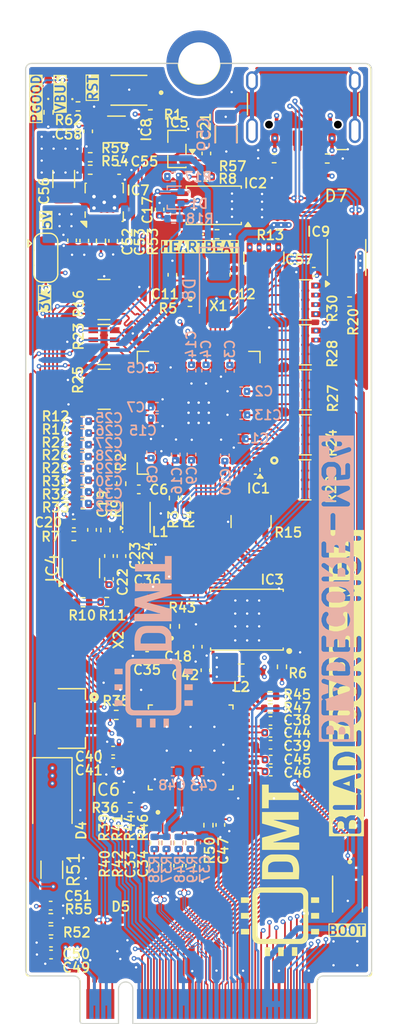
<source format=kicad_pcb>
(kicad_pcb (version 20241229) (generator "pcbnew") (generator_version "9.0")
  (layers (0 "F.Cu" signal "F.Cu (High Speed)") (4 "In1.Cu" power "In1.Cu (GND)") (6 "In2.Cu" signal "In2.Cu (Signal)") (8 "In3.Cu" power "In3.Cu (3.3V)") (10 "In4.Cu" power "In4.Cu (GND)") (2 "B.Cu" signal "B.Cu (High Speed)") (13 "F.Paste" user) (15 "B.Paste" user) (5 "F.SilkS" user "F.Silkscreen") (7 "B.SilkS" user "B.Silkscreen") (1 "F.Mask" user) (3 "B.Mask" user) (25 "Edge.Cuts" user))
  (property "ASSEMBLY_NOTES" "ASSEMBLY NOTES")
  (property "BOARD_NAME" "BladeCore-M54")
  (property "COMPANY" "DvidMakesThings")
  (property "DESIGNER" "David Sipos")
  (property "FABRICATION_NOTES" "FABRICATION NOTES")
  (property "GIT_HASH_PCB" "")
  (property "GIT_HASH_SCH" "")
  (property "GIT_URL" "")
  (property "PROJECT_NAME" "PDNode-600")
  (property "RELEASE_BODY_1.0.0" "")
  (property "RELEASE_BODY_1.0.1" "")
  (property "RELEASE_BODY_1.0.2" "")
  (property "RELEASE_BODY_1.1.0" "")
  (property "RELEASE_BODY_UNRELEASED" "")
  (property "RELEASE_DATE_NUM" "2026-02-07")
  (property "RELEASE_TITLE_1.0.0" "")
  (property "RELEASE_TITLE_1.0.1" "")
  (property "RELEASE_TITLE_1.0.2" "")
  (property "RELEASE_TITLE_1.1.0" "")
  (property "RELEASE_TITLE_UNRELEASED" "")
  (property "REVIEWER" "")
  (property "REVISION" "1.0.0")
  (property "SHEET_NAME_1" "Cover Page")
  (property "SHEET_NAME_10" "......................................")
  (property "SHEET_NAME_11" "......................................")
  (property "SHEET_NAME_12" "......................................")
  (property "SHEET_NAME_13" "......................................")
  (property "SHEET_NAME_14" "......................................")
  (property "SHEET_NAME_15" "......................................")
  (property "SHEET_NAME_16" "......................................")
  (property "SHEET_NAME_17" "......................................")
  (property "SHEET_NAME_18" "......................................")
  (property "SHEET_NAME_19" "......................................")
  (property "SHEET_NAME_2" "Block Diagram")
  (property "SHEET_NAME_20" "......................................")
  (property "SHEET_NAME_3" "Project Architecture")
  (property "SHEET_NAME_4" "Microcontroller Peripherals")
  (property "SHEET_NAME_5" "Microcontroller ")
  (property "SHEET_NAME_6" "Ethernet Interface")
  (property "SHEET_NAME_7" "USB Interface and Power")
  (property "SHEET_NAME_8" "Power - Sequencing")
  (property "SHEET_NAME_9" "Revision History")
  (property "VARIANT" "Pro")
  (net 0 "")
  (net 1 "GND")
  (net 2 "+5V")
  (net 3 "/Project Architecture/Microcontroller Peripherals/VREG_AVDD")
  (net 4 "/Project Architecture/Microcontroller Peripherals/XO")
  (net 5 "+3.3V")
  (net 6 "/Project Architecture/Microcontroller Peripherals/XIN")
  (net 7 "VREF_OUT")
  (net 8 "/Project Architecture/Microcontroller Peripherals/VREF_IN")
  (net 9 "/Project Architecture/Ethernet Interface/RDN_R_N")
  (net 10 "/Project Architecture/RD_N")
  (net 11 "+1V1")
  (net 12 "/Project Architecture/Ethernet Interface/RDN_R_P")
  (net 13 "/Project Architecture/RD_P")
  (net 14 "/Project Architecture/Ethernet Interface/W5500_XO")
  (net 15 "/Project Architecture/Ethernet Interface/W5500_XI")
  (net 16 "/Project Architecture/RCT")
  (net 17 "/Project Architecture/Ethernet Interface/W5500_1V2")
  (net 18 "+3.3VP")
  (net 19 "VBUS")
  (net 20 "/Project Architecture/Ethernet Interface/W5500_TOCAP")
  (net 21 "/Project Architecture/Microcontroller/ADC_VUSB")
  (net 22 "/Project Architecture/USB Interface and Power/BIAS")
  (net 23 "/Project Architecture/USB Interface and Power/SS")
  (net 24 "HEARTBEAT")
  (net 25 "/Project Architecture/Microcontroller Peripherals/I2C0_SCL")
  (net 26 "PGOOD_3V3")
  (net 27 "/Project Architecture/Microcontroller Peripherals/I2C0_SDA")
  (net 28 "RESET")
  (net 29 "QSPI_SD2")
  (net 30 "QSPI_SD1")
  (net 31 "/Project Architecture/USB Interface and Power/USB_IND")
  (net 32 "/Project Architecture/Microcontroller/USB_IND")
  (net 33 "QSPI_SS")
  (net 34 "/Project Architecture/Microcontroller Peripherals/RP_D-")
  (net 35 "QSPI_SD3")
  (net 36 "QSPI_SD0")
  (net 37 "/Project Architecture/Microcontroller Peripherals/XOUT")
  (net 38 "/Project Architecture/Microcontroller Peripherals/SWDIO")
  (net 39 "QSPI_SCLK")
  (net 40 "/Project Architecture/Microcontroller Peripherals/SWCLK")
  (net 41 "/Project Architecture/Microcontroller Peripherals/VREG_LX")
  (net 42 "/Project Architecture/Microcontroller Peripherals/RP_D+")
  (net 43 "/Project Architecture/Ethernet Interface/SPI1_MOSI")
  (net 44 "/Project Architecture/Ethernet Interface/ETH_INT")
  (net 45 "/Project Architecture/Ethernet Interface/SPI1_SCLK")
  (net 46 "/Project Architecture/Ethernet Interface/ETH_RST")
  (net 47 "/Project Architecture/Ethernet Interface/RX_TD_N")
  (net 48 "/Project Architecture/Ethernet Interface/RX_TD_P")
  (net 49 "/Project Architecture/Ethernet Interface/SPI1_SCSN")
  (net 50 "/Project Architecture/Ethernet Interface/TX_TD_P")
  (net 51 "/Project Architecture/Ethernet Interface/TX_TD_N")
  (net 52 "/Project Architecture/Ethernet Interface/SPI1_MISO")
  (net 53 "/Project Architecture/USB Interface and Power/FB")
  (net 54 "/Project Architecture/GPIO15")
  (net 55 "/Project Architecture/GPIO22")
  (net 56 "/Project Architecture/GPIO16")
  (net 57 "/Project Architecture/GPIO9")
  (net 58 "/Project Architecture/GPIO23")
  (net 59 "/Project Architecture/GPIO18")
  (net 60 "/Project Architecture/GPIO8")
  (net 61 "/Project Architecture/GPIO27")
  (net 62 "/Project Architecture/LINK_LED")
  (net 63 "/Project Architecture/GPIO11")
  (net 64 "/Project Architecture/GPIO13")
  (net 65 "/Project Architecture/GPIO7")
  (net 66 "/Project Architecture/GPIO3")
  (net 67 "/Project Architecture/GPIO10")
  (net 68 "/Project Architecture/PWR")
  (net 69 "/Project Architecture/GPIO17")
  (net 70 "/Project Architecture/ADC0")
  (net 71 "/Project Architecture/GPIO26")
  (net 72 "/Project Architecture/ADC5")
  (net 73 "/Project Architecture/GPIO25")
  (net 74 "/Project Architecture/GPIO21")
  (net 75 "/Project Architecture/GPIO1")
  (net 76 "/Project Architecture/ADC4")
  (net 77 "/Project Architecture/GPIO12")
  (net 78 "/Project Architecture/GPIO19")
  (net 79 "/Project Architecture/GPIO6")
  (net 80 "/Project Architecture/GPIO2")
  (net 81 "/Project Architecture/GPIO4")
  (net 82 "/Project Architecture/TCT")
  (net 83 "/Project Architecture/GPIO0")
  (net 84 "/Project Architecture/GPIO20")
  (net 85 "/Project Architecture/GPIO24")
  (net 86 "/Project Architecture/GPIO14")
  (net 87 "Net-(IC4-V+)")
  (net 88 "Net-(IC1B-GPIO40{slash}ADC0)")
  (net 89 "Net-(IC1B-GPIO41{slash}ADC1)")
  (net 90 "Net-(IC1B-GPIO42{slash}ADC2)")
  (net 91 "Net-(IC1B-GPIO43{slash}ADC3)")
  (net 92 "Net-(IC1B-GPIO44{slash}ADC4)")
  (net 93 "Net-(IC1B-GPIO45{slash}ADC5)")
  (net 94 "Net-(IC1B-GPIO46{slash}ADC6)")
  (net 95 "Net-(IC1B-GPIO47{slash}ADC7)")
  (net 96 "Net-(D6-Pad1)")
  (net 97 "Net-(IC8-Y)")
  (net 98 "Net-(IC1B-GPIO34)")
  (net 99 "Net-(IC1B-GPIO20)")
  (net 100 "Net-(IC1B-GPIO24)")
  (net 101 "Net-(IC1B-GPIO36)")
  (net 102 "Net-(IC1B-GPIO6)")
  (net 103 "Net-(IC1B-GPIO10)")
  (net 104 "Net-(IC1B-GPIO16)")
  (net 105 "Net-(IC1B-GPIO37)")
  (net 106 "Net-(IC1B-GPIO26)")
  (net 107 "Net-(IC1B-GPIO35)")
  (net 108 "Net-(IC1B-GPIO3)")
  (net 109 "Net-(IC1B-GPIO31)")
  (net 110 "Net-(IC1B-GPIO38)")
  (net 111 "Net-(IC1B-GPIO23)")
  (net 112 "Net-(IC1B-GPIO39)")
  (net 113 "Net-(IC1B-GPIO4)")
  (net 114 "Net-(IC1B-GPIO0)")
  (net 115 "Net-(IC1B-GPIO30)")
  (net 116 "Net-(IC1B-GPIO8)")
  (net 117 "Net-(IC1B-GPIO9)")
  (net 118 "Net-(IC1B-GPIO13)")
  (net 119 "Net-(IC1B-GPIO2)")
  (net 120 "Net-(IC1B-GPIO33)")
  (net 121 "Net-(IC1B-GPIO25)")
  (net 122 "Net-(IC1B-GPIO29)")
  (net 123 "Net-(IC1B-GPIO17)")
  (net 124 "Net-(IC1B-GPIO32)")
  (net 125 "Net-(IC1B-GPIO15)")
  (net 126 "Net-(IC1B-GPIO7)")
  (net 127 "Net-(IC1B-GPIO21)")
  (net 128 "Net-(IC1B-GPIO27)")
  (net 129 "Net-(IC1B-GPIO5)")
  (net 130 "Net-(IC1B-GPIO22)")
  (net 131 "Net-(IC1B-GPIO1)")
  (net 132 "Net-(IC1B-GPIO12)")
  (net 133 "Net-(IC1B-GPIO11)")
  (net 134 "Net-(IC1B-GPIO28)")
  (net 135 "Net-(IC1B-GPIO14)")
  (net 136 "Net-(IC6-EXRES1)")
  (net 141 "Net-(IC6-LINKLED)")
  (net 142 "Net-(IC6-ACTLED)")
  (net 149 "Net-(R28-R23)")
  (net 150 "Net-(R28-R24)")
  (net 151 "/Project Architecture/TD_N")
  (net 152 "/Project Architecture/ADC2")
  (net 153 "/Project Architecture/TD_P")
  (net 154 "/Project Architecture/ADC3")
  (net 155 "/Project Architecture/ADC1")
  (net 156 "/Project Architecture/GPIO5")
  (net 157 "/Project Architecture/ACT_LED")
  (net 158 "/Project Architecture/Microcontroller Peripherals/ADC_VREF")
  (net 159 "/Project Architecture/Microcontroller/GPIO38")
  (net 160 "/Project Architecture/Microcontroller/GPIO37")
  (net 161 "/Project Architecture/Microcontroller/GPIO39")
  (net 162 "/Project Architecture/Ethernet Interface/TDN_R_P")
  (net 163 "/Project Architecture/Ethernet Interface/TDN_R_N")
  (net 166 "VBUS_ONBOARD")
  (net 167 "USB_D-")
  (net 168 "USB_D+")
  (net 169 "USB_ONB_D+")
  (net 170 "USB_ONB_D-")
  (net 171 "/Project Architecture/USB Interface and Power/USB_RP_D+")
  (net 172 "/Project Architecture/USB Interface and Power/USB_RP_D-")
  (net 173 "Net-(J3-CC1)")
  (net 174 "Net-(J3-CC2)")
  (net 175 "SHIELD")
  (net 176 "VBUS_ISO")
  (footprint "DS_Vreg:VSON-10-1EP_3x3mm_P0.5mm_EP1.65x2.4mm_ThermalVias" (layer "F.Cu") (at 213.5 95.65 90)
    (property "Reference" "IC7")
    (property "Value" "TPS74801DRCT")
  )
  (footprint "Jumper:SolderJumper-3_P1.3mm_Open_RoundedPad1.0x1.5mm" (layer "F.Cu") (at 208.6 100.3 -90)
    (property "Reference" "JP1" (hide yes))
    (property "Value" "SolderJumper_3_Open")
  )
  (footprint "Diode_SMD:D_SMA" (layer "F.Cu") (at 209.15 145.75 -90)
    (property "Reference" "D4")
    (property "Value" "SS13")
  )
  (footprint "Resistor_SMD:R_0402_1005Metric" (layer "F.Cu") (at 211.684212 116.979212)
    (property "Reference" "R26")
    (property "Value" "100R 1%")
  )
  (footprint "DS_Peripherals:SOT-363_SC-70-6" (layer "F.Cu") (at 214.525 89.5275 180)
    (property "Reference" "IC8")
    (property "Value" "SN74LVC1G97QDCKRQ1")
  )
  (footprint "Resistor_SMD:R_0402_1005Metric" (layer "F.Cu") (at 220.699212 104.004212 180)
    (property "Reference" "R5")
    (property "Value" "1K 1%")
  )
  (footprint "Resistor_SMD:R_0402_1005Metric" (layer "F.Cu") (at 211.699212 119.979212)
    (property "Reference" "R32")
    (property "Value" "100R 1%")
  )
  (footprint "Resistor_SMD:R_Array_Convex_4x0603" (layer "F.Cu") (at 213.479212 103.804212)
    (property "Reference" "R16")
    (property "Value" "100R 1%")
  )
  (footprint "Capacitor_SMD:C_0402_1005Metric" (layer "F.Cu") (at 210.8 98.84 -90)
    (property "Reference" "C52")
    (property "Value" "100nF 50V")
  )
  (footprint "Capacitor_SMD:C_1206_3216Metric" (layer "F.Cu") (at 210.1 93.69 -90)
    (property "Reference" "C56")
    (property "Value" "10uF 50V")
  )
  (footprint "DS_Crystal:X3225" (layer "F.Cu") (at 217.1 131.12 180)
    (property "Reference" "X2")
    (property "Value" "25MHz 12pF")
  )
  (footprint "Capacitor_SMD:C_0402_1005Metric" (layer "F.Cu") (at 220.72 151.3 -90)
    (property "Reference" "C34")
    (property "Value" "6.8nF 50V")
  )
  (footprint "Resistor_SMD:R_0402_1005Metric" (layer "F.Cu") (at 211.699212 115.004212)
    (property "Reference" "R14")
    (property "Value" "100R 1%")
  )
  (footprint "Resistor_SMD:R_Array_Convex_4x0603" (layer "F.Cu") (at 226.904212 100.329212 -90)
    (property "Reference" "R13")
    (property "Value" "100R 1%")
  )
  (footprint "Resistor_SMD:R_0402_1005Metric" (layer "F.Cu") (at 220.75 149.39 -90)
    (property "Reference" "R46")
    (property "Value" "3.3R 1%")
  )
  (footprint "Resistor_SMD:R_0402_1005Metric" (layer "F.Cu") (at 209.03 156.725 180)
    (property "Reference" "R52")
    (property "Value" "5.1K 1%")
  )
  (footprint "Resistor_SMD:R_0402_1005Metric" (layer "F.Cu") (at 213.225 98.89 -90)
    (property "Reference" "R53")
    (property "Value" "10K 1%")
  )
  (footprint "Capacitor_SMD:C_0402_1005Metric" (layer "F.Cu") (at 211.825 98.865 -90)
    (property "Reference" "C53")
    (property "Value" "1uF 50V")
  )
  (footprint "Capacitor_SMD:C_0402_1005Metric" (layer "F.Cu") (at 227.48 143.4)
    (property "Reference" "C46")
    (property "Value" "100nF 50V")
  )
  (footprint "Capacitor_SMD:C_0402_1005Metric" (layer "F.Cu") (at 217.1 133.7 180)
    (property "Reference" "C35")
    (property "Value" "15pF 50V")
  )
  (footprint "Resistor_SMD:R_0402_1005Metric" (layer "F.Cu") (at 219.775 149.39 -90)
    (property "Reference" "R44")
    (property "Value" "3.3R 1%")
  )
  (footprint "Resistor_SMD:R_0402_1005Metric" (layer "F.Cu") (at 218.71 151.32 -90)
    (property "Reference" "R42")
    (property "Value" "0R 1%")
  )
  (footprint "Resistor_SMD:R_0402_1005Metric" (layer "F.Cu") (at 217.375 88.275)
    (property "Reference" "R1")
    (property "Value" "4.7K 1%")
  )
  (footprint "Resistor_SMD:R_0402_1005Metric" (layer "F.Cu") (at 211.699212 118.979212)
    (property "Reference" "R31")
    (property "Value" "100R 1%")
  )
  (footprint "Resistor_SMD:R_0402_1005Metric" (layer "F.Cu") (at 212.325 91.865 180)
    (property "Reference" "R59")
    (property "Value" "2.4K 1%")
  )
  (footprint "Resistor_SMD:R_1206_3216Metric" (layer "F.Cu") (at 209.1 151.6375 -90)
    (property "Reference" "R51")
    (property "Value" "0R 1%")
  )
  (footprint "Resistor_SMD:R_0402_1005Metric" (layer "F.Cu") (at 213.715 129.175)
    (property "Reference" "R11")
    (property "Value" "10K 1%")
  )
  (footprint "Capacitor_SMD:C_0402_1005Metric" (layer "F.Cu") (at 213.9 127.245 90)
    (property "Reference" "C22")
    (property "Value" "4.7uF 10V")
  )
  (footprint "Capacitor_SMD:C_0402_1005Metric" (layer "F.Cu") (at 210.95 122.6)
    (property "Reference" "C20")
    (property "Value" "4.7uF 10V")
  )
  (footprint "Resistor_SMD:R_0402_1005Metric" (layer "F.Cu") (at 234.1 103.975)
    (property "Reference" "R20")
    (property "Value" "5.1K 1%")
  )
  (footprint "Resistor_SMD:R_0402_1005Metric" (layer "F.Cu") (at 222.015 93.5)
    (property "Reference" "R8")
    (property "Value" "4.7K 1%")
  )
  (footprint "Capacitor_SMD:C_0402_1005Metric" (layer "F.Cu") (at 214.25 141.65 180)
    (property "Reference" "C40")
    (property "Value" "100nF 50V")
  )
  (footprint "Capacitor_SMD:C_0402_1005Metric" (layer "F.Cu") (at 227.46 140.15)
    (property "Reference" "C44")
    (property "Value" "100nF 50V")
  )
  (footprint "DS_Memory:WSON8_6x5" (layer "F.Cu") (at 225.478512 130.659212 180)
    (property "Reference" "IC3")
    (property "Value" "W25Q128JVPIQ")
  )
  (footprint "Capacitor_SMD:C_0402_1005Metric" (layer "F.Cu") (at 214.25 98.885 -90)
    (property "Reference" "C54" (hide yes))
    (property "Value" "1uF 50V")
  )
  (footprint "DS_Peripherals:LQFP48_7x7" (layer "F.Cu") (at 220.76 141.37 90)
    (property "Reference" "IC6")
    (property "Value" "W5500")
  )
  (footprint "DS_Connector:USB_C_Receptacle_HCTL_HC-TYPE-C-16P-01A" (layer "F.Cu") (at 230.225 86.525 180)
    (property "Reference" "J3" (hide yes))
    (property "Value" "USB-TYPE-C-018")
  )
  (footprint "Capacitor_SMD:C_0402_1005Metric" (layer "F.Cu") (at 227.46 141.15)
    (property "Reference" "C39")
    (property "Value" "4.7uF 25V")
  )
  (footprint "Capacitor_SMD:C_0402_1005Metric" (layer "F.Cu") (at 222 134.9 90)
    (property "Reference" "C42")
    (property "Value" "100nF 50V")
  )
  (footprint "Capacitor_SMD:C_0402_1005Metric" (layer "F.Cu") (at 209.005 154.65)
    (property "Reference" "C51")
    (property "Value" "100nF 50V")
  )
  (footprint "Capacitor_SMD:C_0402_1005Metric" (layer "F.Cu") (at 227.46 139.15)
    (property "Reference" "C38")
    (property "Value" "100nF 50V")
  )
  (footprint "Resistor_SMD:R_0402_1005Metric" (layer "F.Cu") (at 222.975 98.325 180)
    (property "Reference" "R34" (hide yes))
    (property "Value" "1K 1%")
  )
  (footprint "Resistor_SMD:R_Array_Convex_4x0603" (layer "F.Cu") (at 213.504212 111.329212)
    (property "Reference" "R25")
    (property "Value" "100R 1%")
  )
  (footprint "Resistor_SMD:R_0402_1005Metric" (layer "F.Cu") (at 220.349212 120.454212 90)
    (property "Reference" "R4")
    (property "Value" "33R 1%")
  )
  (footprint "Resistor_SMD:R_0402_1005Metric" (layer "F.Cu") (at 227.44 138.1)
    (property "Reference" "R47")
    (property "Value" "470R 1%")
  )
  (footprint "Resistor_SMD:R_0402_1005Metric" (layer "F.Cu") (at 217.775 149.39 -90)
    (property "Reference" "R39")
    (property "Value" "3.3R 1%")
  )
  (footprint "Capacitor_SMD:C_0402_1005Metric" (layer "F.Cu") (at 212.475 123.125 90)
    (property "Reference" "C19")
    (property "Value" "100nF 50V")
  )
  (footprint "Capacitor_SMD:C_0402_1005Metric" (layer "F.Cu") (at 224.424212 101.729212 -90)
    (property "Reference" "C12")
    (property "Value" "10pF 50V")
  )
  (footprint "LED_SMD:LED_0402_1005Metric" (layer "F.Cu") (at 210.825 85.9 90)
    (property "Reference" "D2" (hide yes))
    (property "Value" "Green")
  )
  (footprint "DS_Connector:JST_SM03B-SRSS-TB_LF__SN_" (layer "F.Cu") (at 212.25 138.95 -90)
    (property "Reference" "J2" (hide yes))
    (property "Value" "SM03B-SRSS-TB")
  )
  (footprint "Resistor_SMD:R_0402_1005Metric" (layer "F.Cu") (at 211.3 87.6 180)
    (property "Reference" "R62")
    (property "Value" "1K 1%")
  )
  (footprint "Capacitor_SMD:C_0402_1005Metric" (layer "F.Cu") (at 216.404212 119.729212)
    (property "Reference" "C6")
    (property "Value" "4.7uF 25V")
  )
  (footprint "Capacitor_SMD:C_0402_1005Metric" (layer "F.Cu") (at 214.95 125.325 -90)
    (property "Reference" "C24")
    (property "Value" "4.7uF 10V")
  )
  (footprint "Resistor_SMD:R_0402_1005Metric" (layer "F.Cu") (at 232.225 91.975)
    (property "Reference" "R19" (hide yes))
    (property "Value" "5.1K 1%")
  )
  (footprint "DS_Connector:M.2-M-KEY_Card_2280" (layer "F.Cu") (at 221.925 125.42)
    (property "Reference" "J1" (hide yes))
    (property "Value" "MDT320M03001" (hide yes))
  )
  (footprint "Resistor_SMD:R_0402_1005Metric" (layer "F.Cu") (at 211.684212 117.979212)
    (property "Reference" "R29")
    (property "Value" "100R 1%")
  )
  (footprint "Resistor_SMD:R_Array_Convex_4x0603" (layer "F.Cu") (at 213.479212 107.579212)
    (property "Reference" "R23")
    (property "Value" "100R 1%")
  )
  (footprint "Capacitor_SMD:C_0402_1005Metric" (layer "F.Cu") (at 213.9 125.32 -90)
    (property "Reference" "C23")
    (property "Value" "100nF 50V")
  )
  (footprint "Capacitor_SMD:C_0402_1005Metric" (layer "F.Cu") (at 221.35 132.93 -90)
    (property "Reference" "C18")
    (property "Value" "100nF 50V")
  )
  (footprint "Capacitor_SMD:C_0402_1005Metric" (layer "F.Cu") (at 231.095 101.475 180)
    (property "Reference" "C57")
    (property "Value" "100nF 50V")
  )
  (footprint "Resistor_SMD:R_0603_1608Metric" (layer "F.Cu") (at 225 134.9)
    (property "Reference" "L2")
    (property "Value" "1.5K/100MHz 0.5R")
  )
  (footprint "DS_Switch:SW_B3U-1000P" (layer "F.Cu") (at 215.575 86.25 180)
    (property "Reference" "SW2" (hide yes))
    (property "Value" "B3U-1000P")
  )
  (footprint "Resistor_SMD:R_Array_Convex_4x0603" (layer "F.Cu") (at 230.379212 103.829212 180)
    (property "Reference" "R30")
    (property "Value" "100R 1%")
  )
  (footprint "Resistor_SMD:R_Array_Convex_4x0603" (layer "F.Cu") (at 230.379212 107.604212 180)
    (property "Reference" "R28")
    (property "Value" "100R 1%")
  )
  (footprint "Resistor_SMD:R_0402_1005Metric" (layer "F.Cu") (at 211.699212 114.004212)
    (property "Reference" "R12")
    (property "Value" "100R 1%")
  )
  (footprint "Capacitor_SMD:C_0402_1005Metric" (layer "F.Cu") (at 214.75 92.94)
    (property "Reference" "C55")
    (property "Value" "2.2nF 50V")
  )
  (footprint "Resistor_SMD:R_0402_1005Metric" (layer "F.Cu") (at 213.6 123.14 90)
    (property "Reference" "R9")
    (property "Value" "27R 1%")
  )
  (footprint "Resistor_SMD:R_1206_3216Metric" (layer "F.Cu") (at 223.75 89.925 -90)
    (property "Reference" "R57")
    (property "Value" "1M 1%")
  )
  (footprint "Capacitor_SMD:C_0402_1005Metric" (layer "F.Cu") (at 219.224212 101.729212 90)
    (property "Reference" "C11")
    (property "Value" "10pF 50V")
  )
  (footprint "Package_TO_SOT_SMD:SOT-23-5" (layer "F.Cu") (at 211.55 126.3375 90)
    (property "Reference" "IC4")
    (property "Value" "MCP6001RT")
  )
  (footprint "Resistor_SMD:R_0402_1005Metric" (layer "F.Cu") (at 211.725 129.2)
    (property "Reference" "R10")
    (property "Value" "10K 1%")
  )
  (footprint "Capacitor_SMD:C_0402_1005Metric" (layer "F.Cu") (at 219.71 151.3 -90)
    (property "Reference" "C33")
    (property "Value" "6.8nF 50V")
  )
  (footprint "Capacitor_SMD:C_0402_1005Metric" (layer "F.Cu") (at 209.035 158.75 180)
    (property "Reference" "C49")
    (property "Value" "4.7uF 25V")
  )
  (footprint "Resistor_SMD:R_Array_Convex_4x0603" (layer "F.Cu") (at 230.354212 118.929212 180)
    (property "Reference" "R22")
    (property "Value" "100R 1%")
  )
  (footprint "DS_Vreg:SOT-23" (layer "F.Cu") (at 219.6025 91.175 180)
    (property "Reference" "IC5")
    (property "Value" "LM4040B30FTA")
  )
  (footprint "DS_Diode:SOT143" (layer "F.Cu") (at 213.425 156.8 90)
    (property "Reference" "D5")
    (property "Value" "SP0503BAHTG")
  )
  (footprint "Resistor_SMD:R_0402_1005Metric" (layer "F.Cu") (at 208.825 88.1 -90)
    (property "Reference" "R60" (hide yes))
    (property "Value" "1K 1%")
  )
  (footprint "Resistor_SMD:R_Array_Convex_4x0603" (layer "F.Cu") (at 230.379212 111.379212 180)
    (property "Reference" "R27")
    (property "Value" "100R 1%")
  )
  (footprint "DS_Diode:SOT143" (layer "F.Cu") (at 229.725 94.35 -90)
    (property "Reference" "D7")
    (property "Value" "SP0503BAHTG")
  )
  (footprint "DS_Switch:SW_B3U-1000P" (layer "F.Cu") (at 233.925 153.675 -90)
    (property "Reference" "SW1" (hide yes))
    (property "Value" "B3U-1000P")
  )
  (footprint "Resistor_SMD:R_0402_1005Metric" (layer "F.Cu") (at 218.75 149.375 -90)
    (property "Reference" "R41")
    (property "Value" "3.3R 1%")
  )
  (footprint "LED_SMD:LED_0402_1005Metric" (layer "F.Cu") (at 220.7075 98.325 180)
    (property "Reference" "D3" (hide yes))
    (property "Value" "Blue")
  )
  (footprint "Resistor_SMD:R_0402_1005Metric" (layer "F.Cu") (at 212.325 92.915)
    (property "Reference" "R54")
    (property "Value" "7.5K 1%")
  )
  (footprint "Resistor_SMD:R_0402_1005Metric" (layer "F.Cu") (at 219.43 131.22 90)
    (property "Reference" "R43")
    (property "Value" "1M 1%")
  )
  (footprint "Capacitor_SMD:C_0402_1005Metric" (layer "F.Cu") (at 222.075 91.55 90)
    (property "Reference" "C21")
    (property "Value" "100nF 50V")
  )
  (footprint "Capacitor_SMD:C_0402_1005Metric" (layer "F.Cu") (at 227.48 142.4)
    (property "Reference" "C45")
    (property "Value" "100nF 50V")
  )
  (footprint "Resistor_SMD:R_0402_1005Metric" (layer "F.Cu") (at 210.95 123.65 180)
    (property "Reference" "R7")
    (property "Value" "27R 1%")
  )
  (footprint "Resistor_SMD:R_0402_1005Metric" (layer "F.Cu") (at 209.015 155.7)
    (property "Reference" "R55")
    (property "Value" "5.1K 1%")
  )
  (footprint "DS_Memory:TSSOP-8" (layer "F.Cu") (at 222.7 95.9 180)
    (property "Reference" "IC2")
    (property "Value" "AT24C256C-XHL-T")
  )
  (footprint "Capacitor_SMD:C_0402_1005Metric" (layer "F.Cu") (at 218.15 96.25 90)
    (property "Reference" "C17")
    (property "Value" "100nF 50V")
  )
  (footprint "Resistor_SMD:R_Array_Convex_4x0603" (layer "F.Cu") (at 225.829212 122.429212 90)
    (property "Reference" "R15")
    (property "Value" "100R 1%")
  )
  (footprint "Resistor_SMD:R_0402_1005Metric" (layer "F.Cu") (at 222.25 147.9 -90)
    (property "Reference" "R50")
    (property "Value" "12.4K 1%")
  )
  (footprint "DS_Inductor:0805" (layer "F.Cu") (at 216.204212 121.929212 90)
    (property "Reference" "L1")
    (property "Value" "3.3uH 2.8A")
  )
  (footprint "LED_SMD:LED_0402_1005Metric" (layer "F.Cu") (at 208.8 85.8825 90)
    (property "Reference" "D6" (hide yes))
    (property "Value" "Green")
  )
  (footprint "Resistor_SMD:R_0402_1005Metric" (layer "F.Cu") (at 214.51 138.65)
    (property "Reference" "R35")
    (property "Value" "4.7K 1%")
  )
  (footprint "Resistor_SMD:R_Array_Convex_4x0603" (layer "F.Cu") (at 230.379212 115.154212 180)
    (property "Reference" "R24")
    (property "Value" "100R 1%")
  )
  (footprint "Capacitor_SMD:C_0402_1005Metric" (layer "F.Cu") (at 214.25 142.65 180)
    (property "Reference" "C41")
    (property "Value" "100nF 50V")
  )
  (footprint "Resistor_SMD:R_0402_1005Metric" (layer "F.Cu") (at 228.425 134.615 90)
    (property "Reference" "R6")
    (property "Value" "1K 1%")
  )
  (footprint "Resistor_SMD:R_0402_1005Metric" (layer "F.Cu") (at 227.425 137.075)
    (property "Reference" "R45")
    (property "Value" "470R 1%")
  )
  (footprint "Capacitor_SMD:C_0402_1005Metric" (layer "F.Cu") (at 223.25 147.88 -90)
    (property "Reference" "C47")
    (property "Value" "100nF 50V")
  )
  (footprint "Resistor_SMD:R_0402_1005Metric" (layer "F.Cu") (at 211.709212 120.979212)
    (property "Reference" "R33")
    (property "Value" "100R 1%")
  )
  (footprint "Resistor_SMD:R_0402_1005Metric" (layer "F.Cu") (at 215.685 146.4 180)
    (property "Reference" "R36")
    (property "Value" "470R 1%")
  )
  (footprint "Capacitor_SMD:C_0402_1005Metric" (layer "F.Cu") (at 212.15 89.695 -90)
    (property "Reference" "C58")
    (property "Value" "100nF 50V")
  )
  (footprint "Resistor_SMD:R_0402_1005Metric" (layer "F.Cu") (at 211.684212 115.979212)
    (property "Reference" "R21")
    (property "Value" "100R 1%")
  )
  (footprint "DS_Crystal:X3225" (layer "F.Cu") (at 221.824212 101.729212 90)
    (property "Reference" "X1")
    (property "Value" "12MHz 10pF")
  )
  (footprint "DS_Peripherals:MSOP-10_3x3mm_P0.5mm" (layer "F.Cu") (at 233.85 100.275 90)
    (property "Reference" "IC9")
    (property "Value" "FSUSB42MUX")
  )
  (footprint "Resistor_SMD:R_0402_1005Metric" (layer "F.Cu") (at 217.7 151.32 -90)
    (property "Reference" "R40")
    (property "Value" "0R 1%")
  )
  (footprint "Capacitor_SMD:C_0402_1005Metric" (layer "F.Cu") (at 217.125 128.525)
    (property "Reference" "C36")
    (property "Value" "15pF 50V")
  )
  (footprint "Capacitor_SMD:C_0402_1005Metric" (layer "F.Cu") (at 209.03 157.75 180)
    (property "Reference" "C50")
    (property "Value" "4.7uF 25V")
  )
  (footprint "Resistor_SMD:R_0402_1005Metric" (layer "F.Cu") (at 227.765 91.95 180)
    (property "Reference" "R56" (hide yes))
    (property "Value" "5.1K 1%")
  )
  (footprint "Resistor_SMD:R_0402_1005Metric" (layer "F.Cu") (at 214.929212 119.254212 -90)
    (property "Reference" "R2")
    (property "Value" "33R 1%")
  )
  (footprint "Resistor_SMD:R_0402_1005Metric" (layer "F.Cu") (at 219.349212 120.454212 -90)
    (property "Reference" "R3")
    (property "Value" "33R 1%")
  )
  (footprint "DS_Microcontroller:QFN80_10x10" (layer "F.Cu") (at 221.279212 113.304212 180)
    (property "Reference" "IC1")
    (property "Value" "RP2354B")
  )
  (footprint "Resistor_SMD:R_0402_1005Metric" (layer "B.Cu") (at 219.72 149.39 90)
    (property "Reference" "R48")
    (property "Value" "49.9R 1%")
  )
  (footprint "Capacitor_SMD:C_0402_1005Metric" (layer "B.Cu") (at 220.829212 109.759212 -90)
    (property "Reference" "C14")
    (property "Value" "100nF 50V")
  )
  (footprint "Capacitor_SMD:C_0402_1005Metric" (layer "B.Cu") (at 222.054212 109.759212 -90)
    (property "Reference" "C4")
    (property "Value" "100nF 50V")
  )
  (footprint "Capacitor_SMD:C_0402_1005Metric" (layer "B.Cu") (at 224.054212 109.784212 -90)
    (property "Reference" "C3")
    (property "Value" "100nF 50V")
  )
  (footprint "Capacitor_SMD:C_0402_1005Metric" (layer "B.Cu") (at 217.429212 116.629212 90)
    (property "Reference" "C8")
    (property "Value" "100nF 50V")
  )
  (footprint "Capacitor_SMD:C_0402_1005Metric" (layer "B.Cu") (at 217.924212 112.804212)
    (property "Reference" "C7")
    (property "Value" "100nF 50V")
  )
  (footprint "Capacitor_SMD:C_0402_1005Metric" (layer "B.Cu") (at 217.929212 109.504212)
    (property "Reference" "C5")
    (property "Value" "100nF 50V")
  )
  (footprint "Resistor_SMD:R_0402_1005Metric" (layer "B.Cu") (at 220.72 149.38 90)
    (property "Reference" "R49")
    (property "Value" "49.9R 1%")
  )
  (footprint "Capacitor_SMD:C_0402_1005Metric" (layer "B.Cu") (at 217.924212 113.754212)
    (property "Reference" "C15")
    (property "Value" "100nF 50V")
  )
  (footprint "Capacitor_SMD:C_0402_1005Metric" (layer "B.Cu") (at 211.674212 119.929212 180)
    (property "Reference" "C31")
    (property "Value" "1nF 50V")
  )
  (footprint "Capacitor_SMD:C_0402_1005Metric" (layer "B.Cu") (at 211.679212 115.979212 180)
    (property "Reference" "C27")
    (property "Value" "1nF 50V")
  )
  (footprint "DS_Diode:SOT-416" (layer "B.Cu") (at 219.3 95.25 180)
    (property "Reference" "D1")
    (property "Value" "RCLAMP0582BQTCT")
  )
  (footprint "Capacitor_SMD:C_0402_1005Metric" (layer "B.Cu") (at 220.829212 116.804212 90)
    (property "Reference" "C9")
    (property "Value" "100nF 50V")
  )
  (footprint "Resistor_SMD:R_0402_1005Metric" (layer "B.Cu") (at 219.32 97.02)
    (property "Reference" "R18")
    (property "Value" "2.2K 1%")
  )
  (footprint "Capacitor_SMD:C_0402_1005Metric" (layer "B.Cu") (at 211.674212 120.904212 180)
    (property "Reference" "C32")
    (property "Value" "1nF 50V")
  )
  (footprint "Resistor_SMD:R_0402_1005Metric" (layer "B.Cu") (at 217.7 149.39 -90)
    (property "Reference" "R38")
    (property "Value" "49.9R 1%")
  )
  (footprint "Capacitor_SMD:C_0402_1005Metric" (layer "B.Cu") (at 224.859212 115.479212 180)
    (property "Reference" "C1")
    (property "Value" "100nF 50V")
  )
  (footprint "Capacitor_SMD:C_0402_1005Metric" (layer "B.Cu") (at 221.94 149.35 -90)
    (property "Reference" "C37")
    (property "Value" "100nF 50V")
  )
  (footprint "Capacitor_SMD:C_1206_3216Metric" (layer "B.Cu") (at 223.7 89.95 -90)
    (property "Reference" "C59")
    (property "Value" "1nF 2kV")
  )
  (footprint "Diode_SMD:D_SMA" (layer "B.Cu") (at 223.15 102.95 -90)
    (property "Reference" "D8")
    (property "Value" "SS13")
  )
  (footprint "Capacitor_SMD:C_0402_1005Metric" (layer "B.Cu") (at 221.75 143.4)
    (property "Reference" "C43")
    (property "Value" "100nF 50V")
  )
  (footprint "Capacitor_SMD:C_0402_1005Metric" (layer "B.Cu") (at 225.004212 113.479212 180)
    (property "Reference" "C13")
    (property "Value" "100nF 50V")
  )
  (footprint "Capacitor_SMD:C_0402_1005Metric" (layer "B.Cu") (at 225.004212 111.504212 180)
    (property "Reference" "C2")
    (property "Value" "100nF 50V")
  )
  (footprint "Resistor_SMD:R_0402_1005Metric" (layer "B.Cu") (at 218.71 149.39 -90)
    (property "Reference" "R37")
    (property "Value" "49.9R 1%")
  )
  (footprint "Capacitor_SMD:C_0402_1005Metric" (layer "B.Cu") (at 211.679212 118.954212 180)
    (property "Reference" "C30")
    (property "Value" "1nF 50V")
  )
  (footprint "Resistor_SMD:R_0402_1005Metric" (layer "B.Cu") (at 219.31 93.49)
    (property "Reference" "R17")
    (property "Value" "2.2K 1%")
  )
  (footprint "Capacitor_SMD:C_0402_1005Metric" (layer "B.Cu") (at 211.699212 115.004212 180)
    (property "Reference" "C26")
    (property "Value" "1nF 50V")
  )
  (footprint "Capacitor_SMD:C_0402_1005Metric" (layer "B.Cu") (at 219.504212 116.804212 90)
    (property "Reference" "C16")
    (property "Value" "4.7uF 25V")
  )
  (footprint "Capacitor_SMD:C_0402_1005Metric" (layer "B.Cu") (at 211.699212 114.029212 180)
    (property "Reference" "C25")
    (property "Value" "1nF 50V")
  )
  (footprint "Capacitor_SMD:C_0402_1005Metric" (layer "B.Cu") (at 223.629212 116.879212 90)
    (property "Reference" "C10")
    (property "Value" "100nF 50V")
  )
  (footprint "Capacitor_SMD:C_0402_1005Metric" (layer "B.Cu") (at 211.674212 116.979212 180)
    (property "Reference" "C28")
    (property "Value" "1nF 50V")
  )
  (footprint "Capacitor_SMD:C_0402_1005Metric" (layer "B.Cu") (at 211.674212 117.979212 180)
    (property "Reference" "C29")
    (property "Value" "1nF 50V")
  )
  (footprint "Capacitor_SMD:C_0402_1005Metric" (layer "B.Cu") (at 219.25 143.4 180)
    (property "Reference" "C48")
    (property "Value" "100nF 50V")
  )
  (gr_poly (pts (xy 230.860656 153.975) (xy 230.860645 153.964635) (xy 230.860814 153.962072) (xy 230.860897 153.96102) (xy 230.860989 153.960098) (xy 230.861096 153.959289) (xy 230.861223 153.958575) (xy 230.861379 153.95794) (xy 230.861568 153.957366) (xy 230.861799 153.956836) (xy 230.862076 153.956334) (xy 230.862408 153.955841) (xy 230.8628 153.955341) (xy 230.863259 153.954817) (xy 230.863791 153.954251) (xy 230.865102 153.952926) (xy 230.871659 153.952688) (xy 230.87822 153.95254) (xy 230.884782 153.952466) (xy 230.891344 153.952449) (xy 230.899752 153.952439) (xy 230.927851 153.952475) (xy 230.947911 153.952473) (xy 231.002545 153.952523) (xy 231.059576 153.952555) (xy 231.167649 153.95264) (xy 231.313634 153.952737) (xy 231.543758 153.952926) (xy 231.543758 154.421238) (xy 230.861133 154.421238) (xy 230.860885 154.189314) (xy 230.860776 154.115963) (xy 230.860754 154.072736) (xy 230.860714 154.043755) (xy 230.860683 153.99997) (xy 230.86064 153.986832)) (fill yes) (layer "F.SilkS"))
  (gr_poly (pts (xy 226.747338 151.630918) (xy 226.751609 151.376591) (xy 226.759926 151.196492) (xy 226.773639 151.071974) (xy 226.782939 151.024728) (xy 226.794095 150.984384) (xy 226.807273 150.94861) (xy 226.822643 150.915075) (xy 226.860633 150.845395) (xy 226.865079 150.837545) (xy 226.874628 150.821586) (xy 226.884611 150.806047) (xy 226.894996 150.79087) (xy 226.905754 150.775997) (xy 226.916855 150.761371) (xy 226.928269 150.746933) (xy 226.939965 150.732627) (xy 226.951915 150.718394) (xy 226.963697 150.704287) (xy 226.992973 150.670576) (xy 227.023154 150.638128) (xy 227.054261 150.607026) (xy 227.086314 150.577349) (xy 227.119332 150.549181) (xy 227.153336 150.522602) (xy 227.188345 150.497694) (xy 227.22438 150.474539) (xy 227.261459 150.453217) (xy 227.299604 150.433812) (xy 227.338834 150.416403) (xy 227.379169 150.401072) (xy 227.420628 150.387902) (xy 227.463233 150.376973) (xy 227.507002 150.368368) (xy 227.551956 150.362166) (xy 227.560621 150.361488) (xy 227.569293 150.360931) (xy 227.586652 150.360101) (xy 227.604023 150.359521) (xy 227.6214 150.359034) (xy 227.629804 150.358783) (xy 227.674614 150.357677) (xy 227.719423 150.356953) (xy 227.809061 150.356298) (xy 227.84281 150.35614) (xy 227.933217 150.355773) (xy 227.989991 150.355553) (xy 228.148183 150.354949) (xy 228.158329 150.354913) (xy 228.178676 150.354843) (xy 228.188873 150.354807) (xy 228.199083 150.354772) (xy 228.362809 150.354103) (xy 228.532198 150.353429) (xy 228.626787 150.353044) (xy 228.754121 150.353553) (xy 228.81706 150.355154) (xy 228.879413 150.358091) (xy 228.941104 150.362695) (xy 229.002055 150.369296) (xy 229.062192 150.378224) (xy 229.121438 150.389807) (xy 229.179716 150.404377) (xy 229.23695 150.422263) (xy 229.293065 150.443795) (xy 229.347984 150.469303) (xy 229.40163 150.499116) (xy 229.453928 150.533565) (xy 229.504802 150.572978) (xy 229.554174 150.617687) (xy 229.563352 150.627114) (xy 229.569444 150.632995) (xy 229.575815 150.639327) (xy 229.581996 150.645751) (xy 229.588006 150.652274) (xy 229.593866 150.658903) (xy 229.599594 150.665647) (xy 229.605211 150.672513) (xy 229.610735 150.67951) (xy 229.616186 150.686645) (xy 229.622962 150.695638) (xy 229.632874 150.708978) (xy 229.642727 150.722363) (xy 229.648048 150.729553) (xy 229.658212 150.74383) (xy 229.668024 150.758373) (xy 229.677494 150.773167) (xy 229.686632 150.788193) (xy 229.695446 150.803434) (xy 229.703946 150.818872) (xy 229.712141 150.834492) (xy 229.72004 150.850274) (xy 229.734988 150.88226) (xy 229.748864 150.91469) (xy 229.761742 150.947427) (xy 229.773696 150.980332) (xy 229.777486 150.991155) (xy 229.799675 151.061296) (xy 229.818361 151.132245) (xy 229.833794 151.203909) (xy 229.84623 151.276195) (xy 229.85592 151.349012) (xy 229.863117 151.422266) (xy 229.868075 151.495866) (xy 229.871046 151.569719) (xy 229.872039 151.717813) (xy 229.868119 151.865811) (xy 229.853632 152.158557) (xy 229.847103 152.297691) (xy 229.841164 152.436863) (xy 227.261477 152.436863) (xy 227.261477 151.837582) (xy 229.341102 151.837582) (xy 229.346962 151.713417) (xy 229.348772 151.661888) (xy 229.349588 151.616007) (xy 229.349224 151.574733) (xy 229.347493 151.537026) (xy 229.34421 151.501844) (xy 229.339188 151.468148) (xy 229.332242 151.434897) (xy 229.323185 151.40105) (xy 229.311831 151.365566) (xy 229.297995 151.327405) (xy 229.28149 151.285526) (xy 229.26213 151.238888) (xy 229.214102 151.127176) (xy 229.206133 151.117099) (xy 229.201577 151.111821) (xy 229.196925 151.106726) (xy 229.192179 151.101801) (xy 229.187341 151.097035) (xy 229.182414 151.092415) (xy 229.177398 151.08793) (xy 229.172297 151.083567) (xy 229.167111 151.079314) (xy 229.161843 151.075159) (xy 229.156495 151.07109) (xy 229.145564 151.063161) (xy 229.134335 151.05543) (xy 229.122821 151.047801) (xy 229.111457 151.040251) (xy 229.097762 151.032059) (xy 229.083808 151.024386) (xy 229.069612 151.017214) (xy 229.055193 151.010526) (xy 229.040568 151.004303) (xy 229.025756 150.998528) (xy 229.010775 150.993182) (xy 228.995643 150.988249) (xy 228.980377 150.983711) (xy 228.964996 150.979548) (xy 228.949518 150.975744) (xy 228.933961 150.972281) (xy 228.902681 150.966307) (xy 228.871301 150.961481) (xy 228.861258 150.960088) (xy 228.833987 150.957184) (xy 228.806629 150.955068) (xy 228.779207 150.95362) (xy 228.751744 150.952721) (xy 228.724261 150.95225) (xy 228.696781 150.952088) (xy 228.64192 150.95221) (xy 228.612988 150.952259) (xy 228.521076 150.95252) (xy 228.481678 150.952643) (xy 228.221071 150.953692) (xy 228.088744 150.95427) (xy 227.993892 150.954705) (xy 227.937923 150.954945) (xy 227.897187 150.955411) (xy 227.857356 150.956663) (xy 227.818399 150.95886) (xy 227.780285 150.962158) (xy 227.742981 150.966717) (xy 227.706456 150.972695) (xy 227.670679 150.980249) (xy 227.635619 150.989537) (xy 227.601243 151.000718) (xy 227.56752 151.01395) (xy 227.534419 151.029391) (xy 227.501909 151.047199) (xy 227.469956 151.067532) (xy 227.438531 151.090548) (xy 227.407602 151.116405) (xy 227.377137 151.145262) (xy 227.365604 151.157507) (xy 227.354799 151.169862) (xy 227.344705 151.182352) (xy 227.335306 151.195004) (xy 227.326584 151.207842) (xy 227.318524 151.220893) (xy 227.311109 151.234182) (xy 227.304322 151.247736) (xy 227.298146 151.26158) (xy 227.292566 151.27574) (xy 227.287565 151.290241) (xy 227.283125 151.305109) (xy 227.279231 151.320371) (xy 227.275865 151.336052) (xy 227.273012 151.352177) (xy 227.270655 151.368773) (xy 227.269218 151.380031) (xy 227.264009 151.436624) (xy 227.260843 151.494045) (xy 227.259305 151.551966) (xy 227.258978 151.610059) (xy 227.261477 151.837582) (xy 227.261477 152.436863) (xy 226.745539 152.436863)) (fill yes) (layer "F.SilkS"))
  (gr_poly (pts (xy 226.866999 148.916789) (xy 226.937285 148.894747) (xy 226.96162 148.887767) (xy 226.983219 148.882149) (xy 227.031621 148.871002) (xy 227.067896 148.862681) (xy 227.104122 148.854152) (xy 227.118408 148.850794) (xy 227.148275 148.843485) (xy 227.178006 148.835758) (xy 227.207628 148.827625) (xy 227.237169 148.8191) (xy 227.246196 148.816438) (xy 227.277667 148.807037) (xy 227.309102 148.79752) (xy 227.409281 148.767903) (xy 227.509777 148.739621) (xy 227.610549 148.712331) (xy 227.711555 148.685689) (xy 227.92401 148.629592) (xy 227.933835 148.626982) (xy 228.088601 148.585599) (xy 228.243247 148.543768) (xy 228.253221 148.541057) (xy 228.458707 148.485047) (xy 228.545685 148.46131) (xy 228.597083 148.447263) (xy 228.661834 148.429785) (xy 228.726698 148.412857) (xy 228.791713 148.396517) (xy 228.856915 148.380801) (xy 228.802678 148.361374) (xy 228.784486 148.354843) (xy 228.738378 148.33866) (xy 228.692 148.323216) (xy 228.645401 148.308389) (xy 228.598635 148.294054) (xy 228.41091 148.239148) (xy 228.358174 148.22376) (xy 228.282316 148.201632) (xy 228.164021 148.167071) (xy 227.976075 148.112381) (xy 227.787929 148.058385) (xy 227.659265 148.02147) (xy 227.530735 147.984095) (xy 227.395298 147.944611) (xy 227.259741 147.905543) (xy 227.245022 147.901336) (xy 227.049712 147.846165) (xy 227.013146 147.835918) (xy 226.904557 147.805543) (xy 226.85952 147.792948) (xy 226.838452 147.787074) (xy 226.809351 147.778939) (xy 226.800876 147.776597) (xy 226.793802 147.774534) (xy 226.786828 147.772368) (xy 226.779928 147.77011) (xy 226.773072 147.767766) (xy 226.759383 147.762857) (xy 226.745539 147.757707) (xy 226.745539 146.793301) (xy 229.825289 146.793301) (xy 229.825289 147.444176) (xy 229.582362 147.447084) (xy 229.57029 147.44722) (xy 229.158433 147.450734) (xy 229.034988 147.451657) (xy 228.814227 147.453314) (xy 228.801069 147.453411) (xy 228.655425 147.45449) (xy 228.602298 147.454883) (xy 228.589049 147.454981) (xy 228.36831 147.456636) (xy 228.245581 147.457547) (xy 227.985689 147.459863) (xy 227.725821 147.46402) (xy 227.72797 147.466201) (xy 227.730197 147.468267) (xy 227.732499 147.470222) (xy 227.734871 147.472071) (xy 227.737312 147.473815) (xy 227.739816 147.47546) (xy 227.745003 147.478464) (xy 227.750406 147.481112) (xy 227.755995 147.483434) (xy 227.761744 147.485459) (xy 227.767625 147.487216) (xy 227.77361 147.488734) (xy 227.779672 147.490044) (xy 227.785783 147.491173) (xy 227.791914 147.492152) (xy 227.80413 147.493776) (xy 227.816099 147.495149) (xy 227.83625 147.497902) (xy 227.856139 147.501386) (xy 227.87582 147.505507) (xy 227.895346 147.510169) (xy 227.914772 147.515278) (xy 227.934152 147.52074) (xy 227.972992 147.532343) (xy 228.006751 147.542458) (xy 228.04054 147.552471) (xy 228.068691 147.560835) (xy 228.194531 147.597544) (xy 228.320571 147.633565) (xy 228.361074 147.645123) (xy 228.72545 147.74853) (xy 228.735888 147.751474) (xy 228.903439 147.798708) (xy 229.041789 147.83801) (xy 229.179901 147.878025) (xy 229.317738 147.918975) (xy 229.455265 147.961077) (xy 229.515152 147.979495) (xy 229.575131 147.997587) (xy 229.695313 148.033039) (xy 229.703863 148.035534) (xy 229.760363 148.051984) (xy 229.774679 148.056146) (xy 229.78821 148.060067) (xy 229.799809 148.063429) (xy 229.828405 148.07137) (xy 229.85704 148.079176) (xy 229.85704 148.686395) (xy 229.724334 148.724842) (xy 229.679752 148.73776) (xy 229.477714 148.795969) (xy 229.341174 148.83503) (xy 229.247945 148.862387) (xy 229.155079 148.890944) (xy 229.019633 148.933604) (xy 229.006283 148.938037) (xy 228.992807 148.942512) (xy 228.965559 148.951557) (xy 228.951956 148.956073) (xy 228.895736 148.974238) (xy 228.839329 148.991658) (xy 228.782733 149.008451) (xy 228.725946 149.024731) (xy 228.717916 149.026998) (xy 228.654728 149.044805) (xy 228.54938 149.075134) (xy 228.444335 149.106496) (xy 228.234743 149.170875) (xy 228.104904 149.210967) (xy 228.082867 149.217768) (xy 228.071828 149.221175) (xy 228.00642 149.241372) (xy 227.965242 149.25409) (xy 227.945988 149.260038) (xy 227.903087 149.273259) (xy 227.889606 149.277434) (xy 227.876141 149.281659) (xy 227.865504 149.284982) (xy 227.85673 149.287766) (xy 227.854099 149.288386) (xy 227.852973 149.288637) (xy 227.851928 149.288852) (xy 227.850928 149.289034) (xy 227.849938 149.289186) (xy 227.848925 149.28931) (xy 227.847853 149.28941) (xy 227.846687 149.289487) (xy 227.845392 149.289545) (xy 227.843934 149.289587) (xy 227.842278 149.289615) (xy 227.838232 149.289641) (xy 227.832977 149.289644) (xy 227.832977 149.281708) (xy 227.806634 149.286495) (xy 227.786015 149.290597) (xy 227.777314 149.292594) (xy 227.769399 149.294664) (xy 227.762054 149.296888) (xy 227.755064 149.299348) (xy 227.748216 149.302124) (xy 227.741292 149.305299) (xy 227.734078 149.308953) (xy 227.72636 149.313169) (xy 227.708547 149.323609) (xy 227.686133 149.33727) (xy 227.69937 149.337366) (xy 228.277526 149.341643) (xy 228.286382 149.341709) (xy 228.476974 149.343134) (xy 228.570454 149.343835) (xy 228.57985 149.343905) (xy 228.880777 149.346132) (xy 229.190293 149.348434) (xy 229.234115 149.348766) (xy 229.242827 149.348831) (xy 229.38106 149.349847) (xy 229.520389 149.350887) (xy 229.595735 149.351444) (xy 229.664952 149.351965) (xy 229.689764 149.352142) (xy 229.736571 149.352764) (xy 229.78332 149.353912) (xy 229.876883 149.357113) (xy 229.876883 149.97227) (xy 226.745539 149.97227) (xy 226.745539 148.95627)) (fill yes) (layer "F.SilkS"))
  (gr_poly (pts (xy 227.428164 158.135988) (xy 227.428164 158.886082) (xy 226.975727 158.886082) (xy 226.975727 158.135988)) (fill yes) (layer "F.SilkS"))
  (gr_poly (pts (xy 231.543758 155.258645) (xy 231.543758 155.746801) (xy 230.861133 155.746801) (xy 230.861133 155.258645)) (fill yes) (layer "F.SilkS"))
  (gr_poly (pts (xy 227.313071 144.495396) (xy 227.313071 145.170083) (xy 229.825289 145.170083) (xy 229.825289 145.789207) (xy 227.313071 145.789207) (xy 227.313071 146.483739) (xy 226.745539 146.483739) (xy 226.745539 144.495396)) (fill yes) (layer "F.SilkS"))
  (gr_poly (pts (xy 224.975 153.975) (xy 224.974989 153.964635) (xy 224.975158 153.962072) (xy 224.975241 153.96102) (xy 224.975333 153.960098) (xy 224.97544 153.959289) (xy 224.975567 153.958575) (xy 224.975723 153.95794) (xy 224.975912 153.957366) (xy 224.976143 153.956836) (xy 224.97642 153.956334) (xy 224.976752 153.955841) (xy 224.977144 153.955341) (xy 224.977603 153.954817) (xy 224.978135 153.954251) (xy 224.979446 153.952926) (xy 224.986109 153.952681) (xy 224.992776 153.952527) (xy 224.999445 153.952446) (xy 225.006113 153.952422) (xy 225.01466 153.952403) (xy 225.043225 153.952412) (xy 225.063618 153.952391) (xy 225.119162 153.952393) (xy 225.177157 153.952387) (xy 225.274567 153.952408) (xy 225.387357 153.952401) (xy 225.484012 153.952391) (xy 225.541821 153.952385) (xy 225.596155 153.952405) (xy 225.616156 153.952399) (xy 225.643341 153.952422) (xy 225.658746 153.952426) (xy 225.662471 153.952599) (xy 225.665319 153.952777) (xy 225.66647 153.952885) (xy 225.667468 153.953013) (xy 225.668336 153.953169) (xy 225.669097 153.95336) (xy 225.669772 153.95359) (xy 225.670383 153.953869) (xy 225.670954 153.9542) (xy 225.671507 153.954592) (xy 225.672063 153.955051) (xy 225.672645 153.955584) (xy 225.673977 153.956894) (xy 225.674213 153.961416) (xy 225.674361 153.965943) (xy 225.674436 153.970471) (xy 225.674454 153.975) (xy 225.674471 153.986832) (xy 225.674428 153.99997) (xy 225.674429 154.013919) (xy 225.674365 154.058857) (xy 225.674353 154.086507) (xy 225.674225 154.189314) (xy 225.673977 154.421238) (xy 224.975477 154.421238) (xy 224.975229 154.189314) (xy 224.97512 154.115963) (xy 224.975098 154.072736) (xy 224.975058 154.043755) (xy 224.975027 153.99997) (xy 224.974983 153.986832)) (fill yes) (layer "F.SilkS"))
  (gr_poly (pts (xy 225.673977 155.258645) (xy 225.673977 155.746801) (xy 224.975477 155.746801) (xy 224.975477 155.258645)) (fill yes) (layer "F.SilkS"))
  (gr_poly (pts (xy 229.710196 158.135988) (xy 229.710196 158.870207) (xy 229.257758 158.870207) (xy 229.257758 158.135988)) (fill yes) (layer "F.SilkS"))
  (gr_poly (pts (xy 228.567196 158.139957) (xy 228.567196 158.886082) (xy 228.098883 158.886082) (xy 228.098883 158.139957)) (fill yes) (layer "F.SilkS"))
  (gr_poly (pts (xy 227.822032 149.279088) (xy 227.825846 149.277119) (xy 227.827421 149.27635) (xy 227.828822 149.275708) (xy 227.830084 149.275183) (xy 227.831241 149.274762) (xy 227.832328 149.274435) (xy 227.83338 149.274189) (xy 227.834433 149.274012) (xy 227.83552 149.273894) (xy 227.836677 149.273822) (xy 227.837938 149.273786) (xy 227.840915 149.27377) (xy 227.840915 149.281708) (xy 227.860758 149.281708) (xy 227.856797 149.284328) (xy 227.855134 149.285387) (xy 227.853627 149.286296) (xy 227.852237 149.287065) (xy 227.850922 149.287707) (xy 227.85028 149.287983) (xy 227.849642 149.288232) (xy 227.849002 149.288455) (xy 227.848356 149.288652) (xy 227.847698 149.288827) (xy 227.847024 149.28898) (xy 227.845604 149.289226) (xy 227.844057 149.289402) (xy 227.842341 149.28952) (xy 227.840416 149.289592) (xy 227.83824 149.289629) (xy 227.832977 149.289644) (xy 227.832977 149.281708) (xy 227.817102 149.281708)) (fill yes) (layer "F.SilkS"))
  (gr_poly (pts (xy 231.543758 156.600082) (xy 231.543758 157.068394) (xy 230.861133 157.068394) (xy 230.861133 156.600082)) (fill yes) (layer "F.SilkS"))
  (gr_poly (pts (xy 225.922759 153.835391) (xy 225.923762 153.799041) (xy 225.92565 153.762799) (xy 225.928529 153.72673) (xy 225.932505 153.690893) (xy 225.937682 153.655352) (xy 225.944167 153.620168) (xy 225.952066 153.585404) (xy 225.961483 153.551121) (xy 225.972524 153.517381) (xy 225.985295 153.484247) (xy 225.999901 153.451781) (xy 226.016448 153.420044) (xy 226.035041 153.389099) (xy 226.055787 153.359008) (xy 226.07879 153.329832) (xy 226.084289 153.323255) (xy 226.103745 153.301525) (xy 226.124254 153.280966) (xy 226.145753 153.261582) (xy 226.168183 153.243381) (xy 226.191481 153.226368) (xy 226.215587 153.210551) (xy 226.240439 153.195935) (xy 226.265975 153.182526) (xy 226.292136 153.170332) (xy 226.318858 153.159357) (xy 226.346082 153.14961) (xy 226.373745 153.141095) (xy 226.401787 153.133819) (xy 226.430146 153.127788) (xy 226.458761 153.123009) (xy 226.487571 153.119489) (xy 226.496772 153.119029) (xy 226.505975 153.118694) (xy 226.51518 153.118447) (xy 226.524391 153.118253) (xy 226.535415 153.118007) (xy 226.572432 153.117292) (xy 226.585829 153.11704) (xy 226.685392 153.115686) (xy 226.784961 153.115074) (xy 226.984106 153.114941) (xy 227.10367 153.114908) (xy 227.351241 153.114857) (xy 227.542368 153.114834) (xy 227.597675 153.114823) (xy 227.611568 153.114821) (xy 227.997337 153.114782) (xy 228.01197 153.114783) (xy 228.085376 153.114784) (xy 228.100098 153.114784) (xy 228.129572 153.114784) (xy 228.58903 153.114703) (xy 229.106657 153.114611) (xy 229.161863 153.114612) (xy 229.175591 153.114612) (xy 229.393726 153.114552) (xy 229.612844 153.114541) (xy 229.742802 153.11451) (xy 229.829786 153.11452) (xy 229.879212 153.114506) (xy 229.959329 153.115638) (xy 229.998948 153.117412) (xy 230.038199 153.120212) (xy 230.077027 153.124204) (xy 230.115376 153.129553) (xy 230.153191 153.136425) (xy 230.190416 153.144986) (xy 230.226994 153.1554) (xy 230.262872 153.167834) (xy 230.297992 153.182452) (xy 230.3323 153.199421) (xy 230.365739 153.218906) (xy 230.398254 153.241073) (xy 230.42979 153.266087) (xy 230.46029 153.294113) (xy 230.473616 153.30791) (xy 230.486624 153.322356) (xy 230.499278 153.337404) (xy 230.511544 153.353007) (xy 230.523388 153.369116) (xy 230.534776 153.385683) (xy 230.545674 153.402659) (xy 230.556048 153.419998) (xy 230.565863 153.437651) (xy 230.575086 153.455569) (xy 230.583681 153.473706) (xy 230.591616 153.492012) (xy 230.598856 153.510439) (xy 230.605366 153.528941) (xy 230.611113 153.547468) (xy 230.616063 153.565973) (xy 230.618032 153.573962) (xy 230.619812 153.582385) (xy 230.621357 153.590835) (xy 230.622682 153.599308) (xy 230.623804 153.607803) (xy 230.625507 153.62485) (xy 230.626598 153.641955) (xy 230.62721 153.659103) (xy 230.627478 153.676273) (xy 230.627509 153.710613) (xy 230.627538 153.729591) (xy 230.627561 153.781621) (xy 230.627605 153.838274) (xy 230.627667 153.950583) (xy 230.627748 154.08513) (xy 230.627907 154.41028) (xy 230.627965 154.564123) (xy 230.628124 155.082595) (xy 230.628131 155.1239) (xy 230.628132 155.132177) (xy 230.628147 155.215183) (xy 230.62815 155.231825) (xy 230.628398 155.766272) (xy 230.628605 156.150421) (xy 230.628607 156.158406) (xy 230.628632 156.339754) (xy 230.628638 156.401805) (xy 230.628639 156.417238) (xy 230.628792 156.663) (xy 230.628856 156.910049) (xy 230.628945 157.056762) (xy 230.628944 157.154855) (xy 230.628981 157.210684) (xy 230.628979 157.294477) (xy 230.628384 157.322296) (xy 230.627115 157.343966) (xy 230.626162 157.353252) (xy 230.624962 157.36191) (xy 230.623488 157.370243) (xy 230.621715 157.378554) (xy 230.617165 157.396324) (xy 230.611102 157.417644) (xy 230.608419 157.427177) (xy 230.604347 157.440847) (xy 230.599921 157.454393) (xy 230.595144 157.46781) (xy 230.590024 157.481092) (xy 230.584566 157.494234) (xy 230.578777 157.507231) (xy 230.572661 157.520076) (xy 230.566226 157.532765) (xy 230.559477 157.545293) (xy 230.55242 157.557652) (xy 230.545061 157.569839) (xy 230.537406 157.581847) (xy 230.529461 157.593672) (xy 230.521232 157.605307) (xy 230.512725 157.616748) (xy 230.503946 157.627988) (xy 230.498287 157.635067) (xy 230.4838 157.652311) (xy 230.468812 157.66887) (xy 230.453333 157.684755) (xy 230.437374 157.699976) (xy 230.420945 157.714544) (xy 230.404056 157.728469) (xy 230.386717 157.741762) (xy 230.368939 157.754433) (xy 230.350733 157.766493) (xy 230.332107 157.777952) (xy 230.313073 157.788821) (xy 230.293642 157.799111) (xy 230.273822 157.808831) (xy 230.253625 157.817992) (xy 230.233061 157.826606) (xy 230.21214 157.834681) (xy 230.202577 157.838278) (xy 230.193044 157.841952) (xy 230.184043 157.845463) (xy 230.176273 157.848529) (xy 230.166228 157.85188) (xy 230.156308 157.854883) (xy 230.146447 157.857523) (xy 230.136578 157.859785) (xy 230.131619 157.860768) (xy 230.126633 157.861651) (xy 230.12161 157.862432) (xy 230.116544 157.863107) (xy 230.111425 157.863677) (xy 230.106246 157.864137) (xy 230.100996 157.864487) (xy 230.095669 157.864725) (xy 230.085803 157.865147) (xy 230.059402 157.865978) (xy 230.032998 157.866456) (xy 230.00659 157.866679) (xy 229.980176 157.866741) (xy 229.958316 157.866801) (xy 229.898758 157.866909) (xy 229.833949 157.867047) (xy 229.813878 157.867085) (xy 229.813878 157.438998) (xy 229.835426 157.43887) (xy 229.856764 157.438293) (xy 229.877873 157.437187) (xy 229.898734 157.435472) (xy 229.91933 157.433068) (xy 229.93964 157.429895) (xy 229.959647 157.425875) (xy 229.979331 157.420926) (xy 229.998673 157.414969) (xy 230.017655 157.407925) (xy 230.036258 157.399713) (xy 230.054464 157.390253) (xy 230.072252 157.379467) (xy 230.089605 157.367274) (xy 230.106504 157.353594) (xy 230.12293 157.338347) (xy 230.134253 157.323966) (xy 230.144544 157.309147) (xy 230.153844 157.293917) (xy 230.162196 157.278305) (xy 230.16964 157.262341) (xy 230.176218 157.246052) (xy 230.18197 157.229469) (xy 230.186939 157.212619) (xy 230.191165 157.195532) (xy 230.19469 157.178237) (xy 230.197555 157.160762) (xy 230.199801 157.143136) (xy 230.20147 157.125387) (xy 230.202603 157.107546) (xy 230.203241 157.08964) (xy 230.203426 157.071699) (xy 230.203496 157.055464) (xy 230.203578 157.011204) (xy 230.203707 156.962886) (xy 230.20391 156.86713) (xy 230.204168 156.75215) (xy 230.204663 156.513194) (xy 230.205014 156.32833) (xy 230.206171 155.625143) (xy 230.20644 155.4319) (xy 230.207168 154.767278) (xy 230.207194 154.724603) (xy 230.207211 154.696277) (xy 230.207416 154.4847) (xy 230.207575 154.243656) (xy 230.20769 154.108462) (xy 230.207718 154.01796) (xy 230.207762 153.966388) (xy 230.207798 153.942869) (xy 230.20776 153.91935) (xy 230.207763 153.91094) (xy 230.207799 153.902531) (xy 230.207673 153.887608) (xy 230.207109 153.872916) (xy 230.206087 153.858448) (xy 230.204589 153.844195) (xy 230.202598 153.83015) (xy 230.200093 153.816304) (xy 230.197058 153.802649) (xy 230.193472 153.789177) (xy 230.189319 153.77588) (xy 230.184579 153.76275) (xy 230.179234 153.749778) (xy 230.173266 153.736958) (xy 230.166656 153.72428) (xy 230.159385 153.711736) (xy 230.151436 153.699319) (xy 230.142789 153.68702) (xy 230.137736 153.679873) (xy 230.134891 153.676273) (xy 230.131927 153.672791) (xy 230.128855 153.669416) (xy 230.125683 153.666141) (xy 230.122421 153.662956) (xy 230.119078 153.659854) (xy 230.115663 153.656826) (xy 230.112187 153.653862) (xy 230.105084 153.648095) (xy 230.097845 153.642485) (xy 230.083258 153.631457) (xy 230.072375 153.622931) (xy 230.063054 153.616142) (xy 230.053731 153.609975) (xy 230.044387 153.604405) (xy 230.035002 153.599405) (xy 230.025557 153.594951) (xy 230.016031 153.591017) (xy 230.006405 153.587578) (xy 229.996658 153.584608) (xy 229.986772 153.582082) (xy 229.976726 153.579974) (xy 229.9665 153.578259) (xy 229.956075 153.576912) (xy 229.945431 153.575907) (xy 229.934547 153.575219) (xy 229.923405 153.574823) (xy 229.911985 153.574692) (xy 229.897461 153.57459) (xy 229.857177 153.574419) (xy 229.812179 153.574191) (xy 229.72029 153.573788) (xy 229.641984 153.573453) (xy 228.431064 153.569484) (xy 228.243634 153.568965) (xy 228.232612 153.568934) (xy 227.575489 153.566825) (xy 227.565921 153.56679) (xy 227.198336 153.565392) (xy 227.116226 153.565073) (xy 227.108255 153.565042) (xy 227.069145 153.564891) (xy 226.995729 153.564603) (xy 226.981925 153.564547) (xy 226.955001 153.564437) (xy 226.891425 153.564233) (xy 226.867346 153.564177) (xy 226.855575 153.56415) (xy 226.821063 153.563941) (xy 226.786553 153.56354) (xy 226.743018 153.563068) (xy 226.733097 153.562932) (xy 226.723175 153.562749) (xy 226.712616 153.562641) (xy 226.702165 153.562766) (xy 226.691815 153.563132) (xy 226.681559 153.563752) (xy 226.67139 153.564635) (xy 226.6613 153.565792) (xy 226.651283 153.567234) (xy 226.641331 153.568971) (xy 226.631438 153.571013) (xy 226.621596 153.573371) (xy 226.611798 153.576056) (xy 226.602037 153.579078) (xy 226.592307 153.582447) (xy 226.582599 153.586175) (xy 226.572908 153.590271) (xy 226.563225 153.594746) (xy 226.5544 153.598879) (xy 226.545362 153.603129) (xy 226.536337 153.607406) (xy 226.529443 153.610538) (xy 226.522518 153.613577) (xy 226.515562 153.616547) (xy 226.508577 153.619473) (xy 226.496434 153.624718) (xy 226.490723 153.627315) (xy 226.485246 153.62995) (xy 226.479999 153.632661) (xy 226.474975 153.635491) (xy 226.470171 153.638477) (xy 226.465581 153.641662) (xy 226.4612 153.645084) (xy 226.457024 153.648785) (xy 226.453046 153.652804) (xy 226.449264 153.657181) (xy 226.44567 153.661958) (xy 226.442261 153.667173) (xy 226.439032 153.672868) (xy 226.435977 153.679082) (xy 226.429171 153.691329) (xy 226.424236 153.700716) (xy 226.419582 153.710129) (xy 226.415199 153.719593) (xy 226.411078 153.729136) (xy 226.40721 153.738785) (xy 226.403587 153.748565) (xy 226.400197 153.758504) (xy 226.397034 153.768627) (xy 226.394692 153.77641) (xy 226.392337 153.785274) (xy 226.390225 153.794149) (xy 226.388342 153.803036) (xy 226.386676 153.811935) (xy 226.385213 153.820848) (xy 226.38394 153.829775) (xy 226.381913 153.847677) (xy 226.38049 153.865651) (xy 226.379568 153.883704) (xy 226.379041 153.901846) (xy 226.378804 153.920084) (xy 226.378579 153.940371) (xy 226.378086 153.997007) (xy 226.377773 154.034224) (xy 226.375749 154.458217) (xy 226.375516 154.882217) (xy 226.375457 155.00224) (xy 226.375297 155.414993) (xy 226.375292 155.440611) (xy 226.375289 155.453439) (xy 226.375274 155.517743) (xy 226.375272 155.530631) (xy 226.375018 155.946934) (xy 226.374791 156.389797) (xy 226.374785 156.438356) (xy 226.374784 156.450428) (xy 226.374631 156.64209) (xy 226.374567 156.834145) (xy 226.374477 156.948013) (xy 226.374479 157.024146) (xy 226.374496 157.04579) (xy 226.374441 157.067434) (xy 226.374113 157.1026) (xy 226.374281 157.130236) (xy 226.374671 157.141982) (xy 226.375329 157.152747) (xy 226.376303 157.162831) (xy 226.377641 157.172535) (xy 226.37939 157.18216) (xy 226.3816 157.192005) (xy 226.384317 157.202371) (xy 226.387591 157.213559) (xy 226.395998 157.239602) (xy 226.407204 157.272537) (xy 226.411319 157.280318) (xy 226.418303 157.292682) (xy 226.425622 157.304628) (xy 226.43329 157.316145) (xy 226.44132 157.327222) (xy 226.449727 157.337847) (xy 226.458523 157.348009) (xy 226.467723 157.357696) (xy 226.477339 157.366897) (xy 226.487386 157.3756) (xy 226.497877 157.383793) (xy 226.508826 157.391466) (xy 226.520247 157.398606) (xy 226.532152 157.405203) (xy 226.544556 157.411244) (xy 226.557472 157.416718) (xy 226.570915 157.421613) (xy 226.585982 157.425168) (xy 226.600948 157.428118) (xy 226.615866 157.430507) (xy 226.63079 157.432377) (xy 226.645774 157.433771) (xy 226.660874 157.434731) (xy 226.676141 157.435301) (xy 226.691632 157.435522) (xy 226.710038 157.435732) (xy 226.735817 157.435965) (xy 226.761596 157.436129) (xy 226.795728 157.436388) (xy 227.211845 157.438207) (xy 227.627968 157.438285) (xy 227.74803 157.438324) (xy 228.160733 157.438431) (xy 228.18637 157.438434) (xy 228.212057 157.438436) (xy 228.263563 157.438442) (xy 228.276462 157.438443) (xy 228.692994 157.438613) (xy 229.135844 157.43877) (xy 229.184393 157.438772) (xy 229.196464 157.438773) (xy 229.388237 157.438879) (xy 229.580395 157.438917) (xy 229.694375 157.438977) (xy 229.770541 157.438972) (xy 229.813878 157.438998) (xy 229.813878 157.867085) (xy 229.706127 157.867292) (xy 229.554194 157.867588) (xy 229.200027 157.868243) (xy 229.07211 157.868466) (xy 229.063602 157.868482) (xy 229.029549 157.868542) (xy 228.164381 157.86992) (xy 227.944969 157.870245) (xy 227.343931 157.870967) (xy 227.307828 157.870991) (xy 227.283977 157.871007) (xy 227.107642 157.871208) (xy 226.909374 157.871367) (xy 226.800569 157.871483) (xy 226.728438 157.871511) (xy 226.68778 157.871555) (xy 226.646486 157.871226) (xy 226.605754 157.869878) (xy 226.565592 157.867401) (xy 226.526007 157.863689) (xy 226.487006 157.858633) (xy 226.448597 157.852126) (xy 226.410787 157.844061) (xy 226.373583 157.834328) (xy 226.336992 157.822822) (xy 226.301021 157.809433) (xy 226.265678 157.794055) (xy 226.230971 157.77658) (xy 226.196905 157.7569) (xy 226.163489 157.734906) (xy 226.130729 157.710493) (xy 226.098633 157.683551) (xy 226.08989 157.67583) (xy 226.070477 157.656327) (xy 226.052452 157.635661) (xy 226.035788 157.613926) (xy 226.02046 157.591219) (xy 226.006439 157.567633) (xy 225.9937 157.543264) (xy 225.982215 157.518208) (xy 225.971958 157.492558) (xy 225.962902 157.466411) (xy 225.95502 157.439861) (xy 225.948286 157.413004) (xy 225.942673 157.385934) (xy 225.938154 157.358747) (xy 225.934702 157.331537) (xy 225.93229 157.304401) (xy 225.930893 157.277432) (xy 225.93022 157.247308) (xy 225.929796 157.217179) (xy 225.929363 157.156918) (xy 225.929004 157.111013) (xy 225.928038 156.965261) (xy 225.927853 156.930196) (xy 225.926798 156.615581) (xy 225.926599 156.524622) (xy 225.926567 156.51114) (xy 225.926502 156.483913) (xy 225.925833 156.169833) (xy 225.925624 156.066323) (xy 225.924147 155.254024) (xy 225.923869 155.083849) (xy 225.923123 154.503221) (xy 225.923099 154.468594) (xy 225.923083 154.445698) (xy 225.922882 154.27644) (xy 225.922723 154.085969) (xy 225.922608 153.980999) (xy 225.92258 153.911198) (xy 225.922536 153.871788)) (fill yes) (layer "F.SilkS"))
  (gr_poly (pts (xy 225.673977 156.600082) (xy 225.673977 157.068394) (xy 224.975477 157.068394) (xy 224.975477 156.600082)) (fill yes) (layer "F.SilkS"))
  (gr_poly (pts (xy 214.36292 137.422439) (xy 214.36292 137.890751) (xy 215.045545 137.890751) (xy 215.045545 137.422439)) (fill yes) (layer "B.SilkS"))
  (gr_poly (pts (xy 219.983919 134.657748) (xy 219.982916 134.621398) (xy 219.981028 134.585156) (xy 219.978149 134.549087) (xy 219.974173 134.51325) (xy 219.968996 134.477709) (xy 219.962511 134.442525) (xy 219.954612 134.407761) (xy 219.945195 134.373478) (xy 219.934154 134.339738) (xy 219.921383 134.306604) (xy 219.906777 134.274138) (xy 219.89023 134.242401) (xy 219.871637 134.211456) (xy 219.850891 134.181365) (xy 219.827888 134.152189) (xy 219.822389 134.145612) (xy 219.802933 134.123882) (xy 219.782424 134.103323) (xy 219.760925 134.083939) (xy 219.738495 134.065738) (xy 219.715197 134.048725) (xy 219.691091 134.032908) (xy 219.666239 134.018292) (xy 219.640703 134.004883) (xy 219.614542 133.992689) (xy 219.58782 133.981714) (xy 219.560596 133.971967) (xy 219.532933 133.963452) (xy 219.504891 133.956176) (xy 219.476532 133.950145) (xy 219.447917 133.945366) (xy 219.419107 133.941846) (xy 219.409906 133.941386) (xy 219.400703 133.941051) (xy 219.391498 133.940804) (xy 219.382287 133.94061) (xy 219.371263 133.940364) (xy 219.334246 133.939649) (xy 219.320849 133.939397) (xy 219.221286 133.938043) (xy 219.121717 133.937431) (xy 218.922572 133.937298) (xy 218.803008 133.937265) (xy 218.555437 133.937214) (xy 218.36431 133.937191) (xy 218.309003 133.93718) (xy 218.29511 133.937178) (xy 217.909341 133.937139) (xy 217.894708 133.93714) (xy 217.821302 133.937141) (xy 217.80658 133.937141) (xy 217.777106 133.937141) (xy 217.317648 133.93706) (xy 216.800021 133.936968) (xy 216.744815 133.936969) (xy 216.731087 133.936969) (xy 216.512952 133.936909) (xy 216.293834 133.936898) (xy 216.163876 133.936867) (xy 216.076892 133.936877) (xy 216.027466 133.936863) (xy 215.947349 133.937995) (xy 215.90773 133.939769) (xy 215.868479 133.942569) (xy 215.829651 133.946561) (xy 215.791302 133.95191) (xy 215.753487 133.958782) (xy 215.716262 133.967343) (xy 215.679684 133.977757) (xy 215.643806 133.990191) (xy 215.608686 134.004809) (xy 215.574378 134.021778) (xy 215.540939 134.041263) (xy 215.508424 134.06343) (xy 215.476888 134.088444) (xy 215.446388 134.11647) (xy 215.433062 134.130267) (xy 215.420054 134.144713) (xy 215.4074 134.159761) (xy 215.395134 134.175364) (xy 215.38329 134.191473) (xy 215.371902 134.20804) (xy 215.361004 134.225016) (xy 215.35063 134.242355) (xy 215.340815 134.260008) (xy 215.331592 134.277926) (xy 215.322997 134.296063) (xy 215.315062 134.314369) (xy 215.307822 134.332796) (xy 215.301312 134.351298) (xy 215.295565 134.369825) (xy 215.290615 134.38833) (xy 215.288646 134.396319) (xy 215.286866 134.404742) (xy 215.285321 134.413192) (xy 215.283996 134.421665) (xy 215.282874 134.43016) (xy 215.281171 134.447207) (xy 215.28008 134.464312) (xy 215.279468 134.48146) (xy 215.2792 134.49863) (xy 215.279169 134.53297) (xy 215.27914 134.551948) (xy 215.279117 134.603978) (xy 215.279073 134.660631) (xy 215.279011 134.77294) (xy 215.27893 134.907487) (xy 215.278771 135.232637) (xy 215.278713 135.38648) (xy 215.278554 135.904952) (xy 215.278547 135.946257) (xy 215.278546 135.954534) (xy 215.278531 136.03754) (xy 215.278528 136.054182) (xy 215.27828 136.588629) (xy 215.278073 136.972778) (xy 215.278071 136.980763) (xy 215.278046 137.162111) (xy 215.27804 137.224162) (xy 215.278039 137.239595) (xy 215.277886 137.485357) (xy 215.277822 137.732406) (xy 215.277733 137.879119) (xy 215.277734 137.977212) (xy 215.277697 138.033041) (xy 215.277699 138.116834) (xy 215.278294 138.144653) (xy 215.279563 138.166323) (xy 215.280516 138.175609) (xy 215.281716 138.184267) (xy 215.28319 138.1926) (xy 215.284963 138.200911) (xy 215.289513 138.218681) (xy 215.295576 138.240001) (xy 215.298259 138.249534) (xy 215.302331 138.263204) (xy 215.306757 138.27675) (xy 215.311534 138.290167) (xy 215.316654 138.303449) (xy 215.322112 138.316591) (xy 215.327901 138.329588) (xy 215.334017 138.342433) (xy 215.340452 138.355122) (xy 215.347201 138.36765) (xy 215.354258 138.380009) (xy 215.361617 138.392196) (xy 215.369272 138.404204) (xy 215.377217 138.416029) (xy 215.385446 138.427664) (xy 215.393953 138.439105) (xy 215.402732 138.450345) (xy 215.408391 138.457424) (xy 215.422878 138.474668) (xy 215.437866 138.491227) (xy 215.453345 138.507112) (xy 215.469304 138.522333) (xy 215.485733 138.536901) (xy 215.502622 138.550826) (xy 215.519961 138.564119) (xy 215.537739 138.57679) (xy 215.555945 138.58885) (xy 215.574571 138.600309) (xy 215.593605 138.611178) (xy 215.613036 138.621468) (xy 215.632856 138.631188) (xy 215.653053 138.640349) (xy 215.673617 138.648963) (xy 215.694538 138.657038) (xy 215.704101 138.660635) (xy 215.713634 138.664309) (xy 215.722635 138.66782) (xy 215.730405 138.670886) (xy 215.74045 138.674237) (xy 215.75037 138.67724) (xy 215.760231 138.67988) (xy 215.7701 138.682142) (xy 215.775059 138.683125) (xy 215.780045 138.684008) (xy 215.785068 138.684789) (xy 215.790134 138.685464) (xy 215.795253 138.686034) (xy 215.800432 138.686494) (xy 215.805682 138.686844) (xy 215.811009 138.687082) (xy 215.820875 138.687504) (xy 215.847276 138.688335) (xy 215.87368 138.688813) (xy 215.900088 138.689036) (xy 215.926502 138.689098) (xy 215.948362 138.689158) (xy 216.00792 138.689266) (xy 216.072729 138.689404) (xy 216.0928 138.689442) (xy 216.0928 138.261355) (xy 216.071252 138.261227) (xy 216.049914 138.26065) (xy 216.028805 138.259544) (xy 216.007944 138.257829) (xy 215.987348 138.255425) (xy 215.967038 138.252252) (xy 215.947031 138.248232) (xy 215.927347 138.243283) (xy 215.908005 138.237326) (xy 215.889023 138.230282) (xy 215.87042 138.22207) (xy 215.852214 138.21261) (xy 215.834426 138.201824) (xy 215.817073 138.189631) (xy 215.800174 138.175951) (xy 215.783748 138.160704) (xy 215.772425 138.146323) (xy 215.762134 138.131504) (xy 215.752834 138.116274) (xy 215.744482 138.100662) (xy 215.737038 138.084698) (xy 215.73046 138.068409) (xy 215.724708 138.051826) (xy 215.719739 138.034976) (xy 215.715513 138.017889) (xy 215.711988 138.000594) (xy 215.709123 137.983119) (xy 215.706877 137.965493) (xy 215.705208 137.947744) (xy 215.704075 137.929903) (xy 215.703437 137.911997) (xy 215.703252 137.894056) (xy 215.703182 137.877821) (xy 215.7031 137.833561) (xy 215.702971 137.785243) (xy 215.702768 137.689487) (xy 215.70251 137.574507) (xy 215.702015 137.335551) (xy 215.701664 137.150687) (xy 215.700507 136.4475) (xy 215.700238 136.254257) (xy 215.69951 135.589635) (xy 215.699484 135.54696) (xy 215.699467 135.518634) (xy 215.699262 135.307057) (xy 215.699103 135.066013) (xy 215.698988 134.930819) (xy 215.69896 134.840317) (xy 215.698916 134.788745) (xy 215.69888 134.765226) (xy 215.698918 134.741707) (xy 215.698915 134.733297) (xy 215.698879 134.724888) (xy 215.699005 134.709965) (xy 215.699569 134.695273) (xy 215.700591 134.680805) (xy 215.702089 134.666552) (xy 215.70408 134.652507) (xy 215.706585 134.638661) (xy 215.70962 134.625006) (xy 215.713206 134.611534) (xy 215.717359 134.598237) (xy 215.722099 134.585107) (xy 215.727444 134.572135) (xy 215.733412 134.559315) (xy 215.740022 134.546637) (xy 215.747293 134.534093) (xy 215.755242 134.521676) (xy 215.763889 134.509377) (xy 215.768942 134.50223) (xy 215.771787 134.49863) (xy 215.774751 134.495148) (xy 215.777823 134.491773) (xy 215.780995 134.488498) (xy 215.784257 134.485313) (xy 215.7876 134.482211) (xy 215.791015 134.479183) (xy 215.794491 134.476219) (xy 215.801594 134.470452) (xy 215.808833 134.464842) (xy 215.82342 134.453814) (xy 215.834303 134.445288) (xy 215.843624 134.438499) (xy 215.852947 134.432332) (xy 215.862291 134.426762) (xy 215.871676 134.421762) (xy 215.881121 134.417308) (xy 215.890647 134.413374) (xy 215.900273 134.409935) (xy 215.91002 134.406965) (xy 215.919906 134.404439) (xy 215.929952 134.402331) (xy 215.940178 134.400616) (xy 215.950603 134.399269) (xy 215.961247 134.398264) (xy 215.972131 134.397576) (xy 215.983273 134.39718) (xy 215.994693 134.397049) (xy 216.009217 134.396947) (xy 216.049501 134.396776) (xy 216.094499 134.396548) (xy 216.186388 134.396145) (xy 216.264694 134.39581) (xy 217.475614 134.391841) (xy 217.663044 134.391322) (xy 217.674066 134.391291) (xy 218.331189 134.389182) (xy 218.340757 134.389147) (xy 218.708342 134.387749) (xy 218.790452 134.38743) (xy 218.798423 134.387399) (xy 218.837533 134.387248) (xy 218.910949 134.38696) (xy 218.924753 134.386904) (xy 218.951677 134.386794) (xy 219.015253 134.38659) (xy 219.039332 134.386534) (xy 219.051103 134.386507) (xy 219.085615 134.386298) (xy 219.120125 134.385897) (xy 219.16366 134.385425) (xy 219.173581 134.385289) (xy 219.183503 134.385106) (xy 219.194062 134.384998) (xy 219.204513 134.385123) (xy 219.214863 134.385489) (xy 219.225119 134.386109) (xy 219.235288 134.386992) (xy 219.245378 134.388149) (xy 219.255395 134.389591) (xy 219.265347 134.391328) (xy 219.27524 134.39337) (xy 219.285082 134.395728) (xy 219.29488 134.398413) (xy 219.304641 134.401435) (xy 219.314371 134.404804) (xy 219.324079 134.408532) (xy 219.33377 134.412628) (xy 219.343453 134.417103) (xy 219.352278 134.421236) (xy 219.361316 134.425486) (xy 219.370341 134.429763) (xy 219.377235 134.432895) (xy 219.38416 134.435934) (xy 219.391116 134.438904) (xy 219.398101 134.44183) (xy 219.410244 134.447075) (xy 219.415955 134.449672) (xy 219.421432 134.452307) (xy 219.426679 134.455018) (xy 219.431703 134.457848) (xy 219.436507 134.460834) (xy 219.441097 134.464019) (xy 219.445478 134.467441) (xy 219.449654 134.471142) (xy 219.453632 134.475161) (xy 219.457414 134.479538) (xy 219.461008 134.484315) (xy 219.464417 134.48953) (xy 219.467646 134.495225) (xy 219.470701 134.501439) (xy 219.477507 134.513686) (xy 219.482442 134.523073) (xy 219.487096 134.532486) (xy 219.491479 134.54195) (xy 219.4956 134.551493) (xy 219.499468 134.561142) (xy 219.503091 134.570922) (xy 219.506481 134.580861) (xy 219.509644 134.590984) (xy 219.511986 134.598767) (xy 219.514341 134.607631) (xy 219.516453 134.616506) (xy 219.518336 134.625393) (xy 219.520002 134.634292) (xy 219.521465 134.643205) (xy 219.522738 134.652132) (xy 219.524765 134.670034) (xy 219.526188 134.688008) (xy 219.52711 134.706061) (xy 219.527637 134.724203) (xy 219.527874 134.742441) (xy 219.528099 134.762728) (xy 219.528592 134.819364) (xy 219.528905 134.856581) (xy 219.530929 135.280574) (xy 219.531162 135.704574) (xy 219.531221 135.824597) (xy 219.531381 136.23735) (xy 219.531386 136.262968) (xy 219.531389 136.275796) (xy 219.531404 136.3401) (xy 219.531406 136.352988) (xy 219.53166 136.769291) (xy 219.531887 137.212154) (xy 219.531893 137.260713) (xy 219.531894 137.272785) (xy 219.532047 137.464447) (xy 219.532111 137.656502) (xy 219.532201 137.77037) (xy 219.532199 137.846503) (xy 219.532182 137.868147) (xy 219.532237 137.889791) (xy 219.532565 137.924957) (xy 219.532397 137.952593) (xy 219.532007 137.964339) (xy 219.531349 137.975104) (xy 219.530375 137.985188) (xy 219.529037 137.994892) (xy 219.527288 138.004517) (xy 219.525078 138.014362) (xy 219.522361 138.024728) (xy 219.519087 138.035916) (xy 219.51068 138.061959) (xy 219.499474 138.094894) (xy 219.495359 138.102675) (xy 219.488375 138.115039) (xy 219.481056 138.126985) (xy 219.473388 138.138502) (xy 219.465358 138.149579) (xy 219.456951 138.160204) (xy 219.448155 138.170366) (xy 219.438955 138.180053) (xy 219.429339 138.189254) (xy 219.419292 138.197957) (xy 219.408801 138.20615) (xy 219.397852 138.213823) (xy 219.386431 138.220963) (xy 219.374526 138.22756) (xy 219.362122 138.233601) (xy 219.349206 138.239075) (xy 219.335763 138.24397) (xy 219.320696 138.247525) (xy 219.30573 138.250475) (xy 219.290812 138.252864) (xy 219.275888 138.254734) (xy 219.260904 138.256128) (xy 219.245804 138.257088) (xy 219.230537 138.257658) (xy 219.215046 138.257879) (xy 219.19664 138.258089) (xy 219.170861 138.258322) (xy 219.145082 138.258486) (xy 219.11095 138.258745) (xy 218.694833 138.260564) (xy 218.27871 138.260642) (xy 218.158648 138.260681) (xy 217.745945 138.260788) (xy 217.720308 138.260791) (xy 217.694621 138.260793) (xy 217.643115 138.260799) (xy 217.630216 138.2608) (xy 217.213684 138.26097) (xy 216.770834 138.261127) (xy 216.722285 138.261129) (xy 216.710214 138.26113) (xy 216.518441 138.261236) (xy 216.326283 138.261274) (xy 216.212303 138.261334) (xy 216.136137 138.261329) (xy 216.0928 138.261355) (xy 216.0928 138.689442) (xy 216.200551 138.689649) (xy 216.352484 138.689945) (xy 216.706651 138.6906) (xy 216.834568 138.690823) (xy 216.843076 138.690839) (xy 216.877129 138.690899) (xy 217.742297 138.692277) (xy 217.961709 138.692602) (xy 218.562747 138.693324) (xy 218.59885 138.693348) (xy 218.622701 138.693364) (xy 218.799036 138.693565) (xy 218.997304 138.693724) (xy 219.106109 138.69384) (xy 219.17824 138.693868) (xy 219.218898 138.693912) (xy 219.260192 138.693583) (xy 219.300924 138.692235) (xy 219.341086 138.689758) (xy 219.380671 138.686046) (xy 219.419672 138.68099) (xy 219.458081 138.674483) (xy 219.495891 138.666418) (xy 219.533095 138.656685) (xy 219.569686 138.645179) (xy 219.605657 138.63179) (xy 219.641 138.616412) (xy 219.675707 138.598937) (xy 219.709773 138.579257) (xy 219.743189 138.557263) (xy 219.775949 138.53285) (xy 219.808045 138.505908) (xy 219.816788 138.498187) (xy 219.836201 138.478684) (xy 219.854226 138.458018) (xy 219.87089 138.436283) (xy 219.886218 138.413576) (xy 219.900239 138.38999) (xy 219.912978 138.365621) (xy 219.924463 138.340565) (xy 219.93472 138.314915) (xy 219.943776 138.288768) (xy 219.951658 138.262218) (xy 219.958392 138.235361) (xy 219.964005 138.208291) (xy 219.968524 138.181104) (xy 219.971976 138.153894) (xy 219.974388 138.126758) (xy 219.975785 138.099789) (xy 219.976458 138.069665) (xy 219.976882 138.039536) (xy 219.977315 137.979275) (xy 219.977674 137.93337) (xy 219.97864 137.787618) (xy 219.978825 137.752553) (xy 219.97988 137.437938) (xy 219.980079 137.346979) (xy 219.980111 137.333497) (xy 219.980176 137.30627) (xy 219.980845 136.99219) (xy 219.981054 136.88868) (xy 219.982531 136.076381) (xy 219.982809 135.906206) (xy 219.983555 135.325578) (xy 219.983579 135.290951) (xy 219.983595 135.268055) (xy 219.983796 135.098797) (xy 219.983955 134.908326) (xy 219.98407 134.803356) (xy 219.984098 134.733555) (xy 219.984142 134.694145)) (fill yes) (layer "B.SilkS"))
  (gr_poly (pts (xy 219.039679 129.739146) (xy 218.969393 129.717104) (xy 218.945058 129.710124) (xy 218.923459 129.704506) (xy 218.875057 129.693359) (xy 218.838782 129.685038) (xy 218.802556 129.676509) (xy 218.78827 129.673151) (xy 218.758403 129.665842) (xy 218.728672 129.658115) (xy 218.69905 129.649982) (xy 218.669509 129.641457) (xy 218.660482 129.638795) (xy 218.629011 129.629394) (xy 218.597576 129.619877) (xy 218.497397 129.59026) (xy 218.396901 129.561978) (xy 218.296129 129.534688) (xy 218.195123 129.508046) (xy 217.982668 129.451949) (xy 217.972843 129.449339) (xy 217.818077 129.407956) (xy 217.663431 129.366125) (xy 217.653457 129.363414) (xy 217.447971 129.307404) (xy 217.360993 129.283667) (xy 217.309595 129.26962) (xy 217.244844 129.252142) (xy 217.17998 129.235214) (xy 217.114965 129.218874) (xy 217.049763 129.203158) (xy 217.104 129.183731) (xy 217.122192 129.1772) (xy 217.1683 129.161017) (xy 217.214678 129.145573) (xy 217.261277 129.130746) (xy 217.308043 129.116411) (xy 217.495768 129.061505) (xy 217.548504 129.046117) (xy 217.624362 129.023989) (xy 217.742657 128.989428) (xy 217.930603 128.934738) (xy 218.118749 128.880742) (xy 218.247413 128.843827) (xy 218.375943 128.806452) (xy 218.51138 128.766968) (xy 218.646937 128.7279) (xy 218.661656 128.723693) (xy 218.856966 128.668522) (xy 218.893532 128.658275) (xy 219.002121 128.6279) (xy 219.047158 128.615305) (xy 219.068226 128.609431) (xy 219.097327 128.601296) (xy 219.105802 128.598954) (xy 219.112876 128.596891) (xy 219.11985 128.594725) (xy 219.12675 128.592467) (xy 219.133606 128.590123) (xy 219.147295 128.585214) (xy 219.161139 128.580064) (xy 219.161139 127.615658) (xy 216.081389 127.615658) (xy 216.081389 128.266533) (xy 216.324316 128.269441) (xy 216.336388 128.269577) (xy 216.748245 128.273091) (xy 216.87169 128.274014) (xy 217.092451 128.275671) (xy 217.105609 128.275768) (xy 217.251253 128.276847) (xy 217.30438 128.27724) (xy 217.317629 128.277338) (xy 217.538368 128.278993) (xy 217.661097 128.279904) (xy 217.920989 128.28222) (xy 218.180857 128.286377) (xy 218.178708 128.288558) (xy 218.176481 128.290624) (xy 218.174179 128.292579) (xy 218.171807 128.294428) (xy 218.169366 128.296172) (xy 218.166862 128.297817) (xy 218.161675 128.300821) (xy 218.156272 128.303469) (xy 218.150683 128.305791) (xy 218.144934 128.307816) (xy 218.139053 128.309573) (xy 218.133068 128.311091) (xy 218.127006 128.312401) (xy 218.120895 128.31353) (xy 218.114764 128.314509) (xy 218.102548 128.316133) (xy 218.090579 128.317506) (xy 218.070428 128.320259) (xy 218.050539 128.323743) (xy 218.030858 128.327864) (xy 218.011332 128.332526) (xy 217.991906 128.337635) (xy 217.972526 128.343097) (xy 217.933686 128.3547) (xy 217.899927 128.364815) (xy 217.866138 128.374828) (xy 217.837987 128.383192) (xy 217.712147 128.419901) (xy 217.586107 128.455922) (xy 217.545604 128.46748) (xy 217.181228 128.570887) (xy 217.17079 128.573831) (xy 217.003239 128.621065) (xy 216.864889 128.660367) (xy 216.726777 128.700382) (xy 216.58894 128.741332) (xy 216.451413 128.783434) (xy 216.391526 128.801852) (xy 216.331547 128.819944) (xy 216.211365 128.855396) (xy 216.202815 128.857891) (xy 216.146315 128.874341) (xy 216.131999 128.878503) (xy 216.118468 128.882424) (xy 216.106869 128.885786) (xy 216.078273 128.893727) (xy 216.049638 128.901533) (xy 216.049638 129.508752) (xy 216.182344 129.547199) (xy 216.226926 129.560117) (xy 216.428964 129.618326) (xy 216.565504 129.657387) (xy 216.658733 129.684744) (xy 216.751599 129.713301) (xy 216.887045 129.755961) (xy 216.900395 129.760394) (xy 216.913871 129.764869) (xy 216.941119 129.773914) (xy 216.954722 129.77843) (xy 217.010942 129.796595) (xy 217.067349 129.814015) (xy 217.123945 129.830808) (xy 217.180732 129.847088) (xy 217.188762 129.849355) (xy 217.25195 129.867162) (xy 217.357298 129.897491) (xy 217.462343 129.928853) (xy 217.671935 129.993232) (xy 217.801774 130.033324) (xy 217.823811 130.040125) (xy 217.83485 130.043532) (xy 217.900258 130.063729) (xy 217.941436 130.076447) (xy 217.96069 130.082395) (xy 218.003591 130.095616) (xy 218.017072 130.099791) (xy 218.030537 130.104016) (xy 218.041174 130.107339) (xy 218.049948 130.110123) (xy 218.052579 130.110743) (xy 218.053705 130.110994) (xy 218.05475 130.111209) (xy 218.05575 130.111391) (xy 218.05674 130.111543) (xy 218.057753 130.111667) (xy 218.058825 130.111767) (xy 218.059991 130.111844) (xy 218.061286 130.111902) (xy 218.062744 130.111944) (xy 218.0644 130.111972) (xy 218.068446 130.111998) (xy 218.073701 130.112001) (xy 218.073701 130.104065) (xy 218.100044 130.108852) (xy 218.120663 130.112954) (xy 218.129364 130.114951) (xy 218.137279 130.117021) (xy 218.144624 130.119245) (xy 218.151614 130.121705) (xy 218.158462 130.124481) (xy 218.165386 130.127656) (xy 218.1726 130.13131) (xy 218.180318 130.135526) (xy 218.198131 130.145966) (xy 218.220545 130.159627) (xy 218.207308 130.159723) (xy 217.629152 130.164) (xy 217.620296 130.164066) (xy 217.429704 130.165491) (xy 217.336224 130.166192) (xy 217.326828 130.166262) (xy 217.025901 130.168489) (xy 216.716385 130.170791) (xy 216.672563 130.171123) (xy 216.663851 130.171188) (xy 216.525618 130.172204) (xy 216.386289 130.173244) (xy 216.310943 130.173801) (xy 216.241726 130.174322) (xy 216.216914 130.174499) (xy 216.170107 130.175121) (xy 216.123358 130.176269) (xy 216.029795 130.17947) (xy 216.029795 130.794627) (xy 219.161139 130.794627) (xy 219.161139 129.778627)) (fill yes) (layer "B.SilkS"))
  (gr_poly (pts (xy 220.931678 134.797357) (xy 220.931689 134.786992) (xy 220.93152 134.784429) (xy 220.931437 134.783377) (xy 220.931345 134.782455) (xy 220.931238 134.781646) (xy 220.931111 134.780932) (xy 220.930955 134.780297) (xy 220.930766 134.779723) (xy 220.930535 134.779193) (xy 220.930258 134.778691) (xy 220.929926 134.778198) (xy 220.929534 134.777698) (xy 220.929075 134.777174) (xy 220.928543 134.776608) (xy 220.927232 134.775283) (xy 220.920569 134.775038) (xy 220.913902 134.774884) (xy 220.907233 134.774803) (xy 220.900565 134.774779) (xy 220.892018 134.77476) (xy 220.863453 134.774769) (xy 220.84306 134.774748) (xy 220.787516 134.77475) (xy 220.729521 134.774744) (xy 220.632111 134.774765) (xy 220.519321 134.774758) (xy 220.422666 134.774748) (xy 220.364857 134.774742) (xy 220.310523 134.774762) (xy 220.290522 134.774756) (xy 220.263337 134.774779) (xy 220.247932 134.774783) (xy 220.244207 134.774956) (xy 220.241359 134.775134) (xy 220.240208 134.775242) (xy 220.23921 134.77537) (xy 220.238342 134.775526) (xy 220.237581 134.775717) (xy 220.236906 134.775947) (xy 220.236295 134.776226) (xy 220.235724 134.776557) (xy 220.235171 134.776949) (xy 220.234615 134.777408) (xy 220.234033 134.777941) (xy 220.232701 134.779251) (xy 220.232465 134.783773) (xy 220.232317 134.7883) (xy 220.232242 134.792828) (xy 220.232224 134.797357) (xy 220.232207 134.809189) (xy 220.23225 134.822327) (xy 220.232249 134.836276) (xy 220.232313 134.881214) (xy 220.232325 134.908864) (xy 220.232453 135.011671) (xy 220.232701 135.243595) (xy 220.931201 135.243595) (xy 220.931449 135.011671) (xy 220.931558 134.93832) (xy 220.93158 134.895093) (xy 220.93162 134.866112) (xy 220.931651 134.822327) (xy 220.931695 134.809189)) (fill yes) (layer "B.SilkS"))
  (gr_poly (pts (xy 218.084646 130.101445) (xy 218.080832 130.099476) (xy 218.079257 130.098707) (xy 218.077856 130.098065) (xy 218.076594 130.09754) (xy 218.075437 130.097119) (xy 218.07435 130.096792) (xy 218.073298 130.096546) (xy 218.072245 130.096369) (xy 218.071158 130.096251) (xy 218.070001 130.096179) (xy 218.06874 130.096143) (xy 218.065763 130.096127) (xy 218.065763 130.104065) (xy 218.04592 130.104065) (xy 218.049881 130.106685) (xy 218.051544 130.107744) (xy 218.053051 130.108653) (xy 218.054441 130.109422) (xy 218.055756 130.110064) (xy 218.056398 130.11034) (xy 218.057036 130.110589) (xy 218.057676 130.110812) (xy 218.058322 130.111009) (xy 218.05898 130.111184) (xy 218.059654 130.111337) (xy 218.061074 130.111583) (xy 218.062621 130.111759) (xy 218.064337 130.111877) (xy 218.066262 130.111949) (xy 218.068438 130.111986) (xy 218.073701 130.112001) (xy 218.073701 130.104065) (xy 218.089576 130.104065)) (fill yes) (layer "B.SilkS"))
  (gr_poly (pts (xy 218.593607 125.317753) (xy 218.593607 125.99244) (xy 216.081389 125.99244) (xy 216.081389 126.611564) (xy 218.593607 126.611564) (xy 218.593607 127.306096) (xy 219.161139 127.306096) (xy 219.161139 125.317753)) (fill yes) (layer "B.SilkS"))
  (gr_poly (pts (xy 219.15934 132.453275) (xy 219.155069 132.198948) (xy 219.146752 132.018849) (xy 219.133039 131.894331) (xy 219.123739 131.847085) (xy 219.112583 131.806741) (xy 219.099405 131.770967) (xy 219.084035 131.737432) (xy 219.046045 131.667752) (xy 219.041599 131.659902) (xy 219.03205 131.643943) (xy 219.022067 131.628404) (xy 219.011682 131.613227) (xy 219.000924 131.598354) (xy 218.989823 131.583728) (xy 218.978409 131.56929) (xy 218.966713 131.554984) (xy 218.954763 131.540751) (xy 218.942981 131.526644) (xy 218.913705 131.492933) (xy 218.883524 131.460485) (xy 218.852417 131.429383) (xy 218.820364 131.399706) (xy 218.787346 131.371538) (xy 218.753342 131.344959) (xy 218.718333 131.320051) (xy 218.682298 131.296896) (xy 218.645219 131.275574) (xy 218.607074 131.256169) (xy 218.567844 131.23876) (xy 218.527509 131.223429) (xy 218.48605 131.210259) (xy 218.443445 131.19933) (xy 218.399676 131.190725) (xy 218.354722 131.184523) (xy 218.346057 131.183845) (xy 218.337385 131.183288) (xy 218.320026 131.182458) (xy 218.302655 131.181878) (xy 218.285278 131.181391) (xy 218.276874 131.18114) (xy 218.232064 131.180034) (xy 218.187255 131.17931) (xy 218.097617 131.178655) (xy 218.063868 131.178497) (xy 217.973461 131.17813) (xy 217.916687 131.17791) (xy 217.758495 131.177306) (xy 217.748349 131.17727) (xy 217.728002 131.1772) (xy 217.717805 131.177164) (xy 217.707595 131.177129) (xy 217.543869 131.17646) (xy 217.37448 131.175786) (xy 217.279891 131.175401) (xy 217.152557 131.17591) (xy 217.089618 131.177511) (xy 217.027265 131.180448) (xy 216.965574 131.185052) (xy 216.904623 131.191653) (xy 216.844486 131.200581) (xy 216.78524 131.212164) (xy 216.726962 131.226734) (xy 216.669728 131.24462) (xy 216.613613 131.266152) (xy 216.558694 131.29166) (xy 216.505048 131.321473) (xy 216.45275 131.355922) (xy 216.401876 131.395335) (xy 216.352504 131.440044) (xy 216.343326 131.449471) (xy 216.337234 131.455352) (xy 216.330863 131.461684) (xy 216.324682 131.468108) (xy 216.318672 131.474631) (xy 216.312812 131.48126) (xy 216.307084 131.488004) (xy 216.301467 131.49487) (xy 216.295943 131.501867) (xy 216.290492 131.509002) (xy 216.283716 131.517995) (xy 216.273804 131.531335) (xy 216.263951 131.54472) (xy 216.25863 131.55191) (xy 216.248466 131.566187) (xy 216.238654 131.58073) (xy 216.229184 131.595524) (xy 216.220046 131.61055) (xy 216.211232 131.625791) (xy 216.202732 131.641229) (xy 216.194537 131.656849) (xy 216.186638 131.672631) (xy 216.17169 131.704617) (xy 216.157814 131.737047) (xy 216.144936 131.769784) (xy 216.132982 131.802689) (xy 216.129192 131.813512) (xy 216.107003 131.883653) (xy 216.088317 131.954602) (xy 216.072884 132.026266) (xy 216.060448 132.098552) (xy 216.050758 132.171369) (xy 216.043561 132.244623) (xy 216.038603 132.318223) (xy 216.035632 132.392076) (xy 216.034639 132.54017) (xy 216.038559 132.688168) (xy 216.053046 132.980914) (xy 216.059575 133.120048) (xy 216.065514 133.25922) (xy 218.645201 133.25922) (xy 218.645201 132.659939) (xy 216.565576 132.659939) (xy 216.559716 132.535774) (xy 216.557906 132.484245) (xy 216.55709 132.438364) (xy 216.557454 132.39709) (xy 216.559185 132.359383) (xy 216.562468 132.324201) (xy 216.56749 132.290505) (xy 216.574436 132.257254) (xy 216.583493 132.223407) (xy 216.594847 132.187923) (xy 216.608683 132.149762) (xy 216.625188 132.107883) (xy 216.644548 132.061245) (xy 216.692576 131.949533) (xy 216.700545 131.939456) (xy 216.705101 131.934178) (xy 216.709753 131.929083) (xy 216.714499 131.924158) (xy 216.719337 131.919392) (xy 216.724264 131.914772) (xy 216.72928 131.910287) (xy 216.734381 131.905924) (xy 216.739567 131.901671) (xy 216.744835 131.897516) (xy 216.750183 131.893447) (xy 216.761114 131.885518) (xy 216.772343 131.877787) (xy 216.783857 131.870158) (xy 216.795221 131.862608) (xy 216.808916 131.854416) (xy 216.82287 131.846743) (xy 216.837066 131.839571) (xy 216.851485 131.832883) (xy 216.86611 131.82666) (xy 216.880922 131.820885) (xy 216.895903 131.815539) (xy 216.911035 131.810606) (xy 216.926301 131.806068) (xy 216.941682 131.801905) (xy 216.95716 131.798101) (xy 216.972717 131.794638) (xy 217.003997 131.788664) (xy 217.035377 131.783838) (xy 217.04542 131.782445) (xy 217.072691 131.779541) (xy 217.100049 131.777425) (xy 217.127471 131.775977) (xy 217.154934 131.775078) (xy 217.182417 131.774607) (xy 217.209897 131.774445) (xy 217.264758 131.774567) (xy 217.29369 131.774616) (xy 217.385602 131.774877) (xy 217.425 131.775) (xy 217.685607 131.776049) (xy 217.817934 131.776627) (xy 217.912786 131.777062) (xy 217.968755 131.777302) (xy 218.009491 131.777768) (xy 218.049322 131.77902) (xy 218.088279 131.781217) (xy 218.126393 131.784515) (xy 218.163697 131.789074) (xy 218.200222 131.795052) (xy 218.235999 131.802606) (xy 218.271059 131.811894) (xy 218.305435 131.823075) (xy 218.339158 131.836307) (xy 218.372259 131.851748) (xy 218.404769 131.869556) (xy 218.436722 131.889889) (xy 218.468147 131.912905) (xy 218.499076 131.938762) (xy 218.529541 131.967619) (xy 218.541074 131.979864) (xy 218.551879 131.992219) (xy 218.561973 132.004709) (xy 218.571372 132.017361) (xy 218.580094 132.030199) (xy 218.588154 132.04325) (xy 218.595569 132.056539) (xy 218.602356 132.070093) (xy 218.608532 132.083937) (xy 218.614112 132.098097) (xy 218.619113 132.112598) (xy 218.623553 132.127466) (xy 218.627447 132.142728) (xy 218.630813 132.158409) (xy 218.633666 132.174534) (xy 218.636023 132.19113) (xy 218.63746 132.202388) (xy 218.642669 132.258981) (xy 218.645835 132.316402) (xy 218.647373 132.374323) (xy 218.6477 132.432416) (xy 218.645201 132.659939) (xy 218.645201 133.25922) (xy 219.161139 133.25922)) (fill yes) (layer "B.SilkS"))
  (gr_poly (pts (xy 220.232701 136.081002) (xy 220.232701 136.569158) (xy 220.931201 136.569158) (xy 220.931201 136.081002)) (fill yes) (layer "B.SilkS"))
  (gr_poly (pts (xy 218.478514 138.958345) (xy 218.478514 139.708439) (xy 218.930951 139.708439) (xy 218.930951 138.958345)) (fill yes) (layer "B.SilkS"))
  (gr_poly (pts (xy 217.339482 138.962314) (xy 217.339482 139.708439) (xy 217.807795 139.708439) (xy 217.807795 138.962314)) (fill yes) (layer "B.SilkS"))
  (gr_poly (pts (xy 215.046022 134.797357) (xy 215.046033 134.786992) (xy 215.045864 134.784429) (xy 215.045781 134.783377) (xy 215.045689 134.782455) (xy 215.045582 134.781646) (xy 215.045455 134.780932) (xy 215.045299 134.780297) (xy 215.04511 134.779723) (xy 215.044879 134.779193) (xy 215.044602 134.778691) (xy 215.04427 134.778198) (xy 215.043878 134.777698) (xy 215.043419 134.777174) (xy 215.042887 134.776608) (xy 215.041576 134.775283) (xy 215.035019 134.775045) (xy 215.028458 134.774897) (xy 215.021896 134.774823) (xy 215.015334 134.774806) (xy 215.006926 134.774796) (xy 214.978827 134.774832) (xy 214.958767 134.77483) (xy 214.904133 134.77488) (xy 214.847102 134.774912) (xy 214.739029 134.774997) (xy 214.593044 134.775094) (xy 214.36292 134.775283) (xy 214.36292 135.243595) (xy 215.045545 135.243595) (xy 215.045793 135.011671) (xy 215.045902 134.93832) (xy 215.045924 134.895093) (xy 215.045964 134.866112) (xy 215.045995 134.822327) (xy 215.046038 134.809189)) (fill yes) (layer "B.SilkS"))
  (gr_poly (pts (xy 220.232701 137.422439) (xy 220.232701 137.890751) (xy 220.931201 137.890751) (xy 220.931201 137.422439)) (fill yes) (layer "B.SilkS"))
  (gr_poly (pts (xy 214.36292 136.081002) (xy 214.36292 136.569158) (xy 215.045545 136.569158) (xy 215.045545 136.081002)) (fill yes) (layer "B.SilkS"))
  (gr_poly (pts (xy 216.196482 138.958345) (xy 216.196482 139.692564) (xy 216.64892 139.692564) (xy 216.64892 138.958345)) (fill yes) (layer "B.SilkS"))
  (gr_line (start 206.9 84.5) (end 206.9 160.05) (stroke (width 0.1)) (layer "Edge.Cuts"))
  (gr_arc (start 231.4 164.3) (mid 231.326777 164.476777) (end 231.15 164.55) (stroke (width 0.1)) (layer "Edge.Cuts"))
  (gr_arc (start 211.7 164.55) (mid 211.523223 164.476777) (end 211.45 164.3) (stroke (width 0.1)) (layer "Edge.Cuts"))
  (gr_line (start 231.4 164.3) (end 231.4 161.05) (stroke (width 0.1)) (layer "Edge.Cuts"))
  (gr_line (start 235.95 160.05) (end 235.95 84.5) (stroke (width 0.1)) (layer "Edge.Cuts"))
  (gr_arc (start 207.4 160.55) (mid 207.046447 160.403553) (end 206.9 160.05) (stroke (width 0.1)) (layer "Edge.Cuts"))
  (gr_line (start 215.9 164.55) (end 231.15 164.55) (stroke (width 0.1)) (layer "Edge.Cuts"))
  (gr_arc (start 215.3 161.05) (mid 215.724264 161.225736) (end 215.9 161.65) (stroke (width 0.1)) (layer "Edge.Cuts"))
  (gr_arc (start 210.95 160.55) (mid 211.303553 160.696447) (end 211.45 161.05) (stroke (width 0.1)) (layer "Edge.Cuts"))
  (gr_arc (start 206.9 84.5) (mid 207.046447 84.146447) (end 207.4 84) (stroke (width 0.1)) (layer "Edge.Cuts"))
  (gr_line (start 211.45 161.05) (end 211.45 164.3) (stroke (width 0.1)) (layer "Edge.Cuts"))
  (gr_arc (start 231.4 161.05) (mid 231.546447 160.696447) (end 231.9 160.55) (stroke (width 0.1)) (layer "Edge.Cuts"))
  (gr_line (start 235.45 84) (end 207.4 84) (stroke (width 0.1)) (layer "Edge.Cuts"))
  (gr_line (start 211.7 164.55) (end 214.7 164.55) (stroke (width 0.1)) (layer "Edge.Cuts"))
  (gr_arc (start 214.7 161.65) (mid 214.875736 161.225736) (end 215.3 161.05) (stroke (width 0.1)) (layer "Edge.Cuts"))
  (gr_line (start 215.9 161.65) (end 215.9 164.55) (stroke (width 0.1)) (layer "Edge.Cuts"))
  (gr_line (start 207.4 160.55) (end 210.95 160.55) (stroke (width 0.1)) (layer "Edge.Cuts"))
  (gr_line (start 214.7 164.55) (end 214.7 161.65) (stroke (width 0.1)) (layer "Edge.Cuts"))
  (gr_line (start 231.9 160.55) (end 235.45 160.55) (stroke (width 0.1)) (layer "Edge.Cuts"))
  (gr_arc (start 235.45 84) (mid 235.803553 84.146447) (end 235.95 84.5) (stroke (width 0.1)) (layer "Edge.Cuts"))
  (gr_arc (start 235.95 160.05) (mid 235.803553 160.403553) (end 235.45 160.55) (stroke (width 0.1)) (layer "Edge.Cuts"))
  (gr_text "HEARTBEAT" (at 218.15 99.875 0) (layer "F.SilkS" knockout) (effects (font (size 0.8 0.8) (thickness 0.15) (bold yes)) (justify left bottom)))
  (gr_text "PGOOD" (at 208.275 89.125 90) (layer "F.SilkS" knockout) (effects (font (size 0.8 0.8) (thickness 0.15) (bold yes)) (justify left bottom)))
  (gr_text "3V3" (at 209 104.9 90) (layer "F.SilkS" knockout) (effects (font (size 0.8 0.8)) (justify left bottom)))
  (gr_text "BLADECORE-M54" (at 235.15 149.15 90) (layer "F.SilkS" knockout) (effects (font (size 2 2) (thickness 0.4) (bold yes)) (justify left bottom)))
  (gr_text "VBUS" (at 210.3 88.15 90) (layer "F.SilkS" knockout) (effects (font (size 0.8 0.8) (thickness 0.15) (bold yes)) (justify left bottom)))
  (gr_text "BOOT" (at 232.201718 157.213897 0) (layer "F.SilkS" knockout) (effects (font (size 0.8 0.8) (thickness 0.15) (bold yes)) (justify left bottom)))
  (gr_text "RST" (at 213 87.275 90) (layer "F.SilkS" knockout) (effects (font (size 0.8 0.8) (thickness 0.15) (bold yes)) (justify left bottom)))
  (gr_text "5V" (at 209.1 98 90) (layer "F.SilkS" knockout) (effects (font (size 0.8 0.8)) (justify left bottom)))
  (gr_text "BLADECORE-M54" (at 231.675 141.225 -90) (layer "B.SilkS" knockout) (effects (font (size 2 2) (thickness 0.4) (bold yes)) (justify left bottom mirror)))
  (segment (start 224.415696 95.565696) (end 224.425 95.575) (width 0.174) (layer "F.Cu") (net 1))
  (segment (start 223.96 148.36) (end 224 148.4) (width 0.15) (layer "F.Cu") (net 1))
  (segment (start 226.725 94.925) (end 226.75 94.95) (width 0.174) (layer "F.Cu") (net 1))
  (segment (start 230.15 133.2) (end 229.95 133.4) (width 0.15) (layer "F.Cu") (net 1))
  (segment (start 209.525 155.7) (end 210.05 155.7) (width 0.25) (layer "F.Cu") (net 1))
  (segment (start 218.029212 116.795788) (end 218.3 116.525) (width 0.15) (layer "F.Cu") (net 1))
  (segment (start 220.724212 100.879212) (end 220.724212 99.725788) (width 0.15) (layer "F.Cu") (net 1))
  (segment (start 222 133.775) (end 222.1 133.675) (width 0.25) (layer "F.Cu") (net 1))
  (segment (start 219.224212 101.249212) (end 220.354212 101.249212) (width 0.15) (layer "F.Cu") (net 1))
  (segment (start 223.25 148.36) (end 223.96 148.36) (width 0.15) (layer "F.Cu") (net 1))
  (segment (start 224.425 95.575) (end 225.5625 95.575) (width 0.174) (layer "F.Cu") (net 1))
  (segment (start 211.43 122.3702) (end 210.8848 121.825) (width 0.15) (layer "F.Cu") (net 1))
  (segment (start 234.85 103.795) (end 234.67 103.975) (width 0.174) (layer "F.Cu") (net 1))
  (segment (start 216.62 133.7) (end 216.62 132.59) (width 0.15) (layer "F.Cu") (net 1))
  (segment (start 232.735 91.975) (end 233.525 91.975) (width 0.174) (layer "F.Cu") (net 1))
  (segment (start 213.77 141.65) (end 213.77 140.92) (width 0.2) (layer "F.Cu") (net 1))
  (segment (start 212.0125 90.9625) (end 212.15 90.825) (width 0.15) (layer "F.Cu") (net 1))
  (segment (start 224.94 142.62) (end 223.53 142.62) (width 0.15) (layer "F.Cu") (net 1))
  (segment (start 229.65 101.475) (end 229.625 101.5) (width 0.174) (layer "F.Cu") (net 1))
  (segment (start 210.8 99.32) (end 210.8 100.05) (width 0.2) (layer "F.Cu") (net 1))
  (segment (start 222.01 145.55) (end 222.01 144.39) (width 0.15) (layer "F.Cu") (net 1))
  (segment (start 228.525 93.6) (end 227.575 93.6) (width 0.174) (layer "F.Cu") (net 1))
  (segment (start 213.9 126.765) (end 214.735 126.765) (width 0.15) (layer "F.Cu") (net 1))
  (segment (start 227.025 90.27) (end 227.025 90.675) (width 0.3) (layer "F.Cu") (net 1))
  (segment (start 226.420788 128.754212) (end 225.478512 129.696488) (width 0.25) (layer "F.Cu") (net 1))
  (segment (start 208.825 89.275) (end 208.8 89.3) (width 0.15) (layer "F.Cu") (net 1))
  (segment (start 223.485 98.325) (end 224.075 98.325) (width 0.3) (layer "F.Cu") (net 1))
  (segment (start 208.555 157.755) (end 208.55 157.75) (width 0.25) (layer "F.Cu") (net 1))
  (segment (start 224.227407 94.915696) (end 224.415696 94.915696) (width 0.174) (layer "F.Cu") (net 1))
  (segment (start 224.425 96.875) (end 225.5625 96.875) (width 0.174) (layer "F.Cu") (net 1))
  (segment (start 226.725 95.575) (end 226.75 95.6) (width 0.174) (layer "F.Cu") (net 1))
  (segment (start 215.4125 89.5275) (end 216.3725 89.5275) (width 0.15) (layer "F.Cu") (net 1))
  (segment (start 214.25 99.365) (end 214.25 100.025) (width 0.2) (layer "F.Cu") (net 1))
  (segment (start 223.2 148.41) (end 223.25 148.36) (width 0.15) (layer "F.Cu") (net 1))
  (segment (start 225.5 125.7) (end 228.25 125.7) (width 0.15) (layer "F.Cu") (net 1))
  (segment (start 213.77 142.65) (end 213.175 142.65) (width 0.2) (layer "F.Cu") (net 1))
  (segment (start 227.255 91.95) (end 226.425 91.95) (width 0.174) (layer "F.Cu") (net 1))
  (segment (start 220.54 90.225) (end 221.765 90.225) (width 0.15) (layer "F.Cu") (net 1))
  (segment (start 214.5 95.03) (end 214.36 95.17) (width 0.2) (layer "F.Cu") (net 1))
  (segment (start 223.53 142.62) (end 223.5 142.65) (width 0.15) (layer "F.Cu") (net 1))
  (segment (start 224.424212 102.209212) (end 223.294212 102.209212) (width 0.15) (layer "F.Cu") (net 1))
  (segment (start 223.9 124.1) (end 225.5 125.7) (width 0.15) (layer "F.Cu") (net 1))
  (segment (start 225.5625 96.875) (end 226.725 96.875) (width 0.174) (layer "F.Cu") (net 1))
  (segment (start 226.725 96.225) (end 226.75 96.25) (width 0.174) (layer "F.Cu") (net 1))
  (segment (start 221.35 133.41) (end 221.35 134) (width 0.25) (layer "F.Cu") (net 1))
  (segment (start 222.01 144.39) (end 222.25 144.15) (width 0.15) (layer "F.Cu") (net 1))
  (segment (start 222 134.42) (end 222 133.775) (width 0.25) (layer "F.Cu") (net 1))
  (segment (start 227.94 141.15) (end 228.75 141.15) (width 0.15) (layer "F.Cu") (net 1))
  (segment (start 218.029212 119.224212) (end 218.029212 118.201212) (width 0.15) (layer "F.Cu") (net 1))
  (segment (start 221.35 134) (end 221.175 134.175) (width 0.25) (layer "F.Cu") (net 1))
  (segment (start 217.605 129.675) (end 217.95 130.02) (width 0.15) (layer "F.Cu") (net 1))
  (segment (start 224.94 143.62) (end 223.53 143.62) (width 0.15) (layer "F.Cu") (net 1))
  (segment (start 208.555 159.52) (end 208.55 159.525) (width 0.25) (layer "F.Cu") (net 1))
  (segment (start 217.415836 119.715836) (end 217.859211 119.272461) (width 0.15) (layer "F.Cu") (net 1))
  (segment (start 214.225 129.275) (end 214.85 129.9) (width 0.15) (layer "F.Cu") (net 1))
  (segment (start 227.96 143.4) (end 228.73 143.4) (width 0.15) (layer "F.Cu") (net 1))
  (segment (start 209.485 154.65) (end 209.485 155.66) (width 0.25) (layer "F.Cu") (net 1))
  (segment (start 228.175 160.115) (end 228.17 160.11) (width 0.25) (layer "F.Cu") (net 1))
  (segment (start 224.415696 94.915696) (end 224.425 94.925) (width 0.174) (layer "F.Cu") (net 1))
  (segment (start 217.859211 119.272461) (end 217.980963 119.272461) (width 0.15) (layer "F.Cu") (net 1))
  (segment (start 230.1 144.7) (end 230.1 133.55) (width 0.15) (layer "F.Cu") (net 1))
  (segment (start 215.655 125.805) (end 215.675 125.825) (width 0.15) (layer "F.Cu") (net 1))
  (segment (start 218.47 95.77) (end 218.15 95.77) (width 0.174) (layer "F.Cu") (net 1))
  (segment (start 214.25 99.365) (end 214.96 99.365) (width 0.2) (layer "F.Cu") (net 1))
  (segment (start 228.324212 128.754212) (end 228.324212 128.199212) (width 0.25) (layer "F.Cu") (net 1))
  (segment (start 214.735 126.765) (end 214.75 126.75) (width 0.15) (layer "F.Cu") (net 1))
  (segment (start 225.175 162.905) (end 225.175 160.125) (width 0.25) (layer "F.Cu") (net 1))
  (segment (start 217.40246 119.729212) (end 216.95 119.729212) (width 0.15) (layer "F.Cu") (net 1))
  (segment (start 227.96 142.4) (end 228.73 142.4) (width 0.15) (layer "F.Cu") (net 1))
  (segment (start 208.825 88.61) (end 208.825 89.275) (width 0.15) (layer "F.Cu") (net 1))
  (segment (start 224.227407 96.215696) (end 224.415696 96.215696) (width 0.174) (layer "F.Cu") (net 1))
  (segment (start 214.625 157.55) (end 214.625 158.45) (width 0.25) (layer "F.Cu") (net 1))
  (segment (start 214.5 94.175) (end 214.5 95.03) (width 0.2) (layer "F.Cu") (net 1))
  (segment (start 215.23 93.745) (end 215.225 93.75) (width 0.2) (layer "F.Cu") (net 1))
  (segment (start 212.43 122.6) (end 212.475 122.645) (width 0.15) (layer "F.Cu") (net 1))
  (segment (start 223.53 141.12) (end 223.5 141.15) (width 0.15) (layer "F.Cu") (net 1))
  (segment (start 225.5625 95.575) (end 226.725 95.575) (width 0.174) (layer "F.Cu") (net 1))
  (segment (start 230.675 162.905) (end 230.675 160.1) (width 0.25) (layer "F.Cu") (net 1))
  (segment (start 227.94 139.15) (end 228.75 139.15) (width 0.15) (layer "F.Cu") (net 1))
  (segment (start 211.815 91.16) (end 211.815 91.865) (width 0.2) (layer "F.Cu") (net 1))
  (segment (start 228.85 145.25) (end 229.55 145.25) (width 0.15) (layer "F.Cu") (net 1))
  (segment (start 228.324212 128.199212) (end 228.175 128.05) (width 0.25) (layer "F.Cu") (net 1))
  (segment (start 209.485 154.65) (end 210.05 154.65) (width 0.25) (layer "F.Cu") (net 1))
  (segment (start 222.924212 103.724212) (end 222.925 103.725) (width 0.15) (layer "F.Cu") (net 1))
  (segment (start 216.58 144.12) (end 217.68 144.12) (width 0.25) (layer "F.Cu") (net 1))
  (segment (start 213.9 126.765) (end 213.9 125.8) (width 0.15) (layer "F.Cu") (net 1))
  (segment (start 216.62 133.7) (end 215.9 133.7) (width 0.15) (layer "F.Cu") (net 1))
  (segment (start 233.425 90.675) (end 233.95 91.2) (width 0.3) (layer "F.Cu") (net 1))
  (segment (start 214.225 129.175) (end 214.225 129.275) (width 0.15) (layer "F.Cu") (net 1))
  (segment (start 219.224212 100.550788) (end 219.225 100.55) (width 0.15) (layer "F.Cu") (net 1))
  (segment (start 215.23 92.94) (end 215.23 93.745) (width 0.2) (layer "F.Cu") (net 1))
  (segment (start 215.786626 92.94) (end 215.23 92.94) (width 0.2) (layer "F.Cu") (net 1))
  (segment (start 230.1 133.55) (end 229.95 133.4) (width 0.15) (layer "F.Cu") (net 1))
  (segment (start 216.62 132.59) (end 216.25 132.22) (width 0.15) (layer "F.Cu") (net 1))
  (segment (start 213.905 125.805) (end 213.9 125.8) (width 0.15) (layer "F.Cu") (net 1))
  (segment (start 228.73 143.4) (end 228.73 145.13) (width 0.15) (layer "F.Cu") (net 1))
  (segment (start 221.025 96.225) (end 221.05 96.25) (width 0.174) (layer "F.Cu") (net 1))
  (segment (start 228.175 162.905) (end 228.175 160.115) (width 0.25) (layer "F.Cu") (net 1))
  (segment (start 217.6 128.52) (end 217.605 128.525) (width 0.15) (layer "F.Cu") (net 1))
  (segment (start 224.415696 96.865696) (end 224.425 96.875) (width 0.174) (layer "F.Cu") (net 1))
  (segment (start 217.605 128.525) (end 217.605 129.675) (width 0.15) (layer "F.Cu") (net 1))
  (segment (start 225.5625 94.925) (end 225.5625 96.875) (width 0.174) (layer "F.Cu") (net 1))
  (segment (start 224.425 94.925) (end 225.5625 94.925) (width 0.174) (layer "F.Cu") (net 1))
  (segment (start 230.15 127.6) (end 230.15 133.2) (width 0.15) (layer "F.Cu") (net 1))
  (segment (start 212.0125 90.9625) (end 211.815 91.16) (width 0.2) (layer "F.Cu") (net 1))
  (segment (start 215.23 92.94) (end 215.23 92.22) (width 0.2) (layer "F.Cu") (net 1))
  (segment (start 225.175 160.125) (end 225.16 160.11) (width 0.25) (layer "F.Cu") (net 1))
  (segment (start 211.43 122.6) (end 211.43 122.3702) (width 0.15) (layer "F.Cu") (net 1))
  (segment (start 225.478512 129.696488) (end 225.478512 130.659212) (width 0.25) (layer "F.Cu") (net 1))
  (segment (start 220.724212 99.725788) (end 220.725 99.725) (width 0.15) (layer "F.Cu") (net 1))
  (segment (start 220.889098 160.139969) (end 220.889098 160.260902) (width 0.25) (layer "F.Cu") (net 1))
  (segment (start 234.85 102.3875) (end 234.85 103.795) (width 0.174) (layer "F.Cu") (net 1))
  (segment (start 228.25 125.7) (end 230.15 127.6) (width 0.15) (layer "F.Cu") (net 1))
  (segment (start 217.68 144.12) (end 217.75 144.05) (width 0.25) (layer "F.Cu") (net 1))
  (segment (start 216.58 144.12) (end 215.28 144.12) (width 0.25) (layer "F.Cu") (net 1))
  (segment (start 219.224212 101.249212) (end 219.224212 100.550788) (width 0.15) (layer "F.Cu") (net 1))
  (segment (start 222.25 148.41) (end 223.2 148.41) (width 0.15) (layer "F.Cu") (net 1))
  (segment (start 225.5625 94.925) (end 226.725 94.925) (width 0.174) (layer "F.Cu") (net 1))
  (segment (start 223.53 143.62) (end 223.5 143.65) (width 0.15) (layer "F.Cu") (net 1))
  (segment (start 212.675 162.905) (end 212.675 159.575) (width 0.15) (layer "F.Cu") (net 1))
  (segment (start 213.675 142.745) (end 213.77 142.65) (width 0.25) (layer "F.Cu") (net 1))
  (segment (start 224.227407 95.565696) (end 224.415696 95.565696) (width 0.174) (layer "F.Cu") (net 1))
  (segment (start 230.615 101.475) (end 229.65 101.475) (width 0.174) (layer "F.Cu") (net 1))
  (segment (start 213.77 141.65) (end 213.125 141.65) (width 0.2) (layer "F.Cu") (net 1))
  (segment (start 215.4125 90.8625) (end 215.425 90.875) (width 0.15) (layer "F.Cu") (net 1))
  (segment (start 233.95 155.35) (end 233.95 154.25) (width 0.15) (layer "F.Cu") (net 1))
  (segment (start 210.8 99.32) (end 210.12 99.32) (width 0.2) (layer "F.Cu") (net 1))
  (segment (start 219.8375 96.225) (end 221.025 96.225) (width 0.174) (layer "F.Cu") (net 1))
  (segment (start 217.980963 119.272461) (end 218.029212 119.224212) (width 0.15) (layer "F.Cu") (net 1))
  (segment (start 210.12 99.32) (end 210.1 99.3) (width 0.2) (layer "F.Cu") (net 1))
  (segment (start 208.55 157.75) (end 207.825 157.75) (width 0.25) (layer "F.Cu") (net 1))
  (segment (start 219.8375 96.225) (end 218.925 96.225) (width 0.174) (layer "F.Cu") (net 1))
  (segment (start 214.95 125.805) (end 215.655 125.805) (width 0.15) (layer "F.Cu") (net 1))
  (segment (start 224.94 141.12) (end 223.53 141.12) (width 0.15) (layer "F.Cu") (net 1))
  (segment (start 233.425 90.27) (end 233.425 90.675) (width 0.3) (layer "F.Cu") (net 1))
  (segment (start 220.889098 160.260902) (end 220.675 160.475) (width 0.25) (layer "F.Cu") (net 1))
  (segment (start 212.675 159.575) (end 212.325 159.225) (width 0.15) (layer "F.Cu") (net 1))
  (segment (start 215.23 92.22) (end 215.25 92.2) (width 0.2) (layer "F.Cu") (net 1))
  (segment (start 217.6 127.9) (end 217.6 128.52) (width 0.15) (layer "F.Cu") (net 1))
  (segment (start 218.925 96.225) (end 218.47 95.77) (width 0.174) (layer "F.Cu") (net 1))
  (segment (start 211.825 99.345) (end 211.825 100.05) (width 0.2) (layer "F.Cu") (net 1))
  (segment (start 218.029212 118.201212) (end 218.029212 116.795788) (width 0.15) (layer "F.Cu") (net 1))
  (segment (start 213.77 140.92) (end 213.75 140.9) (width 0.2) (layer "F.Cu") (net 1))
  (segment (start 212.625 87.6) (end 212.65 87.625) (width 0.15) (layer "F.Cu") (net 1))
  (segment (start 223.294212 102.209212) (end 222.924212 102.579212) (width 0.15) (layer "F.Cu") (net 1))
  (segment (start 215.4125 90.1775) (end 215.4125 89.5275) (width 0.15) (layer "F.Cu") (net 1))
  (segment (start 212.15 90.825) (end 212.15 90.175) (width 0.15) (layer "F.Cu") (net 1))
  (segment (start 208.555 158.75) (end 207.85 158.75) (width 0.25) (layer "F.Cu") (net 1))
  (segment (start 215.28 144.12) (end 215.15 144.25) (width 0.25) (layer "F.Cu") (net 1))
  (segment (start 214.625 158.45) (end 214.6 158.475) (width 0.25) (layer "F.Cu") (net 1))
  (segment (start 214.175 162.905) (end 214.175 159.8) (width 0.15) (layer "F.Cu") (net 1))
  (segment (start 223.9 122.45) (end 223.9 124.1) (width 0.15) (layer "F.Cu") (net 1))
  (segment (start 220.675 160.475) (end 220.675 162.905) (width 0.25) (layer "F.Cu") (net 1))
  (segment (start 215.45 157.55) (end 214.625 157.55) (width 0.25) (layer "F.Cu") (net 1))
  (segment (start 208.555 158.75) (end 208.555 157.755) (width 0.25) (layer "F.Cu") (net 1))
  (segment (start 228.324212 128.754212) (end 226.420788 128.754212) (width 0.25) (layer "F.Cu") (net 1))
  (segment (start 214.175 159.8) (end 214.85 159.125) (width 0.15) (layer "F.Cu") (net 1))
  (segment (start 213.77 141.65) (end 213.77 142.65) (width 0.2) (layer "F.Cu") (net 1))
  (segment (start 233.95 155.35) (end 233.95 156.65) (width 0.15) (layer "F.Cu") (net 1))
  (segment (start 228.73 145.13) (end 228.85 145.25) (width 0.15) (layer "F.Cu") (net 1))
  (segment (start 225.5625 96.225) (end 226.725 96.225) (width 0.174) (layer "F.Cu") (net 1))
  (segment (start 216.3725 89.5275) (end 216.4 89.5) (width 0.15) (layer "F.Cu") (net 1))
  (segment (start 227.025 90.675) (end 226.425 91.275) (width 0.3) (layer "F.Cu") (net 1))
  (segment (start 224.425 96.225) (end 225.5625 96.225) (width 0.174) (layer "F.Cu") (net 1))
  (segment (start 229.55 145.25) (end 230.1 144.7) (width 0.15) (layer "F.Cu") (net 1))
  (segment (start 227.94 140.15) (end 228.73 140.15) (width 0.15) (layer "F.Cu") (net 1))
  (segment (start 209.485 155.66) (end 209.525 155.7) (width 0.25) (layer "F.Cu") (net 1))
  (segment (start 223.25 148.36) (end 223.25 148.9) (width 0.15) (layer "F.Cu") (net 1))
  (segment (start 217.415836 119.715836) (end 217.40246 119.729212) (width 0.15) (layer "F.Cu") (net 1))
  (segment (start 211.43 122.6) (end 212.43 122.6) (width 0.15) (layer "F.Cu") (net 1))
  (segment (start 215.4125 90.1775) (end 215.4125 90.8625) (width 0.15) (layer "F.Cu") (net 1))
  (segment (start 213.85 86.25) (end 212.75 86.25) (width 0.2) (layer "F.Cu") (net 1))
  (segment (start 226.725 96.875) (end 226.75 96.9) (width 0.174) (layer "F.Cu") (net 1))
  (segment (start 220.354212 101.249212) (end 220.724212 100.879212) (width 0.15) (layer "F.Cu") (net 1))
  (segment (start 221.765 90.225) (end 221.79 90.25) (width 0.15) (layer "F.Cu") (net 1))
  (segment (start 219.01 145.55) (end 219.01 144.41) (width 0.15) (layer "F.Cu") (net 1))
  (segment (start 213.175 142.65) (end 213.15 142.625) (width 0.2) (layer "F.Cu") (net 1))
  (segment (start 211.81 87.6) (end 212.625 87.6) (width 0.15) (layer "F.Cu") (net 1))
  (segment (start 234.67 103.975) (end 234.61 103.975) (width 0.174) (layer "F.Cu") (net 1))
  (segment (start 213.675 143.65) (end 213.675 142.745) (width 0.25) (layer "F.Cu") (net 1))
  (segment (start 224.415696 96.215696) (end 224.425 96.225) (width 0.174) (layer "F.Cu") (net 1))
  (segment (start 214.95 125.805) (end 213.905 125.805) (width 0.15) (layer "F.Cu") (net 1))
  (segment (start 214.96 99.365) (end 214.975 99.35) (width 0.2) (layer "F.Cu") (net 1))
  (segment (start 219.01 144.41) (end 218.75 144.15) (width 0.15) (layer "F.Cu") (net 1))
  (segment (start 224.227407 96.865696) (end 224.415696 96.865696) (width 0.174) (layer "F.Cu") (net 1))
  (segment (start 208.555 158.75) (end 208.555 159.52) (width 0.25) (layer "F.Cu") (net 1))
  (segment (start 222.924212 102.579212) (end 222.924212 103.724212) (width 0.15) (layer "F.Cu") (net 1))
  (via (at 214.25 100.025) (size 0.4) (drill 0.2) (layers "F.Cu" "B.Cu") (net 1))
  (via (at 222.75 141.65) (size 0.4) (drill 0.2) (layers "F.Cu" "B.Cu") (net 1))
  (via (at 215.9 106.65) (size 0.4) (drill 0.2) (layers "F.Cu" "B.Cu") (net 1))
  (via (at 226.425 91.275) (size 0.45) (drill 0.2) (layers "F.Cu" "B.Cu") (net 1))
  (via (at 228.75 141.15) (size 0.4) (drill 0.2) (layers "F.Cu" "B.Cu") (net 1))
  (via (at 225.16 160.11) (size 0.4) (drill 0.2) (layers "F.Cu" "B.Cu") (net 1))
  (via (at 211.95 152.375) (size 0.4) (drill 0.2) (layers "F.Cu" "B.Cu") (net 1))
  (via (at 227.575 93.6) (size 0.45) (drill 0.2) (layers "F.Cu" "B.Cu") (net 1))
  (via (at 215.45 157.55) (size 0.4) (drill 0.2) (layers "F.Cu" "B.Cu") (net 1))
  (via (at 226.5 132.4) (size 0.4) (drill 0.2) (layers "F.Cu" "B.Cu") (net 1))
  (via (at 217.5823 153.574695) (size 0.4) (drill 0.2) (layers "F.Cu" "B.Cu") (net 1))
  (via (at 221.2 131.05) (size 0.4) (drill 0.2) (layers "F.Cu" "B.Cu") (net 1))
  (via (at 224 148.4) (size 0.4) (drill 0.2) (layers "F.Cu" "B.Cu") (net 1))
  (via (at 210.4 107.35) (size 0.4) (drill 0.2) (layers "F.Cu" "B.Cu") (net 1))
  (via (at 227.75 145.65) (size 0.4) (drill 0.2) (layers "F.Cu" "B.Cu") (net 1))
  (via (at 222.1 133.675) (size 0.4) (drill 0.2) (layers "F.Cu" "B.Cu") (net 1))
  (via (at 220.889098 160.139969) (size 0.4) (drill 0.2) (layers "F.Cu" "B.Cu") (net 1))
  (via (at 213.5 101.85) (size 0.4) (drill 0.2) (layers "F.Cu" "B.Cu") (net 1))
  (via (at 232.75 157.65) (size 0.4) (drill 0.2) (layers "F.Cu" "B.Cu") (net 1))
  (via (at 233.95 154.25) (size 0.4) (drill 0.2) (layers "F.Cu" "B.Cu") (net 1))
  (via (at 212.75 86.25) (size 0.4) (drill 0.2) (layers "F.Cu" "B.Cu") (net 1))
  (via (at 224.5 130.15) (size 0.4) (drill 0.2) (layers "F.Cu" "B.Cu") (net 1))
  (via (at 218.75 144.15) (size 0.4) (drill 0.2) (layers "F.Cu" "B.Cu") (net 1))
  (via (at 223.75 150.65) (size 0.4) (drill 0.2) (layers "F.Cu" "B.Cu") (net 1))
  (via (at 220.56 89.495) (size 0.4) (drill 0.2) (layers "F.Cu" "B.Cu") (net 1))
  (via (at 224.75 145.65) (size 0.4) (drill 0.2) (layers "F.Cu" "B.Cu") (net 1))
  (via (at 221.79 90.25) (size 0.4) (drill 0.2) (layers "F.Cu" "B.Cu") (net 1))
  (via (at 219.075 109.5) (size 0.4) (drill 0.2) (layers "F.Cu" "B.Cu") (net 1))
  (via (at 215.15 144.25) (size 0.4) (drill 0.2) (layers "F.Cu" "B.Cu") (net 1))
  (via (at 229.625 101.5) (size 0.45) (drill 0.2) (layers "F.Cu" "B.Cu") (net 1))
  (via (at 219.225 100.55) (size 0.4) (drill 0.2) (layers "F.Cu" "B.Cu") (net 1))
  (via (at 220.75 139.65) (size 0.4) (drill 0.2) (layers "F.Cu" "B.Cu") (net 1))
  (via (at 234.75 159.65) (size 0.4) (drill 0.2) (layers "F.Cu" "B.Cu") (net 1))
  (via (at 215.6 86.2) (size 0.4) (drill 0.2) (layers "F.Cu" "B.Cu") (net 1))
  (via (at 227.35 106.15) (size 0.4) (drill 0.2) (layers "F.Cu" "B.Cu") (net 1))
  (via (at 210.05 154.65) (size 0.4) (drill 0.2) (layers "F.Cu" "B.Cu") (net 1))
  (via (at 216.45 102.75) (size 0.4) (drill 0.2) (layers "F.Cu" "B.Cu") (net 1))
  (via (at 213.675 143.65) (size 0.4) (drill 0.2) (layers "F.Cu" "B.Cu") (net 1))
  (via (at 229.95 133.4) (size 0.4) (drill 0.2) (layers "F.Cu" "B.Cu") (net 1))
  (via (at 214.85 136.55) (size 0.4) (drill 0.2) (layers "F.Cu" "B.Cu") (net 1))
  (via (at 210.8 100.05) (size 0.4) (drill 0.2) (layers "F.Cu" "B.Cu") (net 1))
  (via (at 228.17 160.11) (size 0.4) (drill 0.2) (layers "F.Cu" "B.Cu") (net 1))
  (via (at 208.55 159.525) (size 0.4) (drill 0.2) (layers "F.Cu" "B.Cu") (net 1))
  (via (at 224.075 98.325) (size 0.4) (drill 0.2) (layers "F.Cu" "B.Cu") (net 1))
  (via (at 217.415836 119.715836) (size 0.4) (drill 0.2) (layers "F.Cu" "B.Cu") (net 1))
  (via (at 218.15 95.7) (size 0.4) (drill 0.2) (layers "F.Cu" "B.Cu") (net 1))
  (via (at 224.227407 96.215696) (size 0.45) (drill 0.2) (layers "F.Cu" "B.Cu") (net 1))
  (via (at 216 145.15) (size 0.4) (drill 0.2) (layers "F.Cu" "B.Cu") (net 1))
  (via (at 224.35 136.6) (size 0.4) (drill 0.2) (layers "F.Cu" "B.Cu") (net 1))
  (via (at 222.75 139.65) (size 0.4) (drill 0.2) (layers "F.Cu" "B.Cu") (net 1))
  (via (at 218.85 153.575) (size 0.4) (drill 0.2) (layers "F.Cu" "B.Cu") (net 1))
  (via (at 232.75 159.65) (size 0.4) (drill 0.2) (layers "F.Cu" "B.Cu") (net 1))
  (via (at 225.5 132.4) (size 0.4) (drill 0.2) (layers "F.Cu" "B.Cu") (net 1))
  (via (at 222.925 160.1) (size 0.4) (drill 0.2) (layers "F.Cu" "B.Cu") (net 1))
  (via (at 224.508697 131.221412) (size 0.4) (drill 0.2) (layers "F.Cu" "B.Cu") (net 1))
  (via (at 210.8848 121.825) (size 0.4) (drill 0.2) (layers "F.Cu" "B.Cu") (net 1))
  (via (at 211.75 150.65) (size 0.4) (drill 0.2) (layers "F.Cu" "B.Cu") (net 1))
  (via (at 228.175 128.05) (size 0.4) (drill 0.2) (layers "F.Cu" "B.Cu") (net 1))
  (via (at 207.85 158.75) (size 0.4) (drill 0.2) (layers "F.Cu" "B.Cu") (net 1))
  (via (at 228.73 140.15) (size 0.4) (drill 0.2) (layers "F.Cu" "B.Cu") (net 1))
  (via (at 213.75 140.9) (size 0.4) (drill 0.2) (layers "F.Cu" "B.Cu") (net 1))
  (via (at 222.925 103.725) (size 0.4) (drill 0.2) (layers "F.Cu" "B.Cu") (net 1))
  (via (at 214.85 159.125) (size 0.4) (drill 0.2) (layers "F.Cu" "B.Cu") (net 1))
  (via (at 214.75 126.75) (size 0.4) (drill 0.2) (layers "F.Cu" "B.Cu") (net 1))
  (via (at 224.227407 95.565696) (size 0.45) (drill 0.2) (layers "F.Cu" "B.Cu") (net 1))
  (via (at 233.525 91.975) (size 0.45) (drill 0.2) (layers "F.Cu" "B.Cu") (net 1))
  (via (at 226.75 94.95) (size 0.45) (drill 0.2) (layers "F.Cu" "B.Cu") (net 1))
  (via (at 221.45 97.3) (size 0.4) (drill 0.2) (layers "F.Cu" "B.Cu") (net 1))
  (via (at 212.0125 90.9625) (size 0.4) (drill 0.2) (layers "F.Cu" "B.Cu") (net 1))
  (via (at 224.375 116.225) (size 0.4) (drill 0.2) (layers "F.Cu" "B.Cu") (net 1))
  (via (at 223.5 141.15) (size 0.4) (drill 0.2) (layers "F.Cu" "B.Cu") (net 1))
  (via (at 223.25 148.9) (size 0.4) (drill 0.2) (layers "F.Cu" "B.Cu") (net 1))
  (via (at 208.8 89.3) (size 0.4) (drill 0.2) (layers "F.Cu" "B.Cu") (net 1))
  (via (at 225.5 130.15) (size 0.4) (drill 0.2) (layers "F.Cu" "B.Cu") (net 1))
  (via (at 218.4 112.175) (size 0.4) (drill 0.2) (layers "F.Cu" "B.Cu") (net 1))
  (via (at 222.95 97.3) (size 0.4) (drill 0.2) (layers "F.Cu" "B.Cu") (net 1))
  (via (at 224.2 86.4) (size 0.4) (drill 0.2) (layers "F.Cu" "B.Cu") (net 1))
  (via (at 224.5 132.4) (size 0.4) (drill 0.2) (layers "F.Cu" "B.Cu") (net 1))
  (via (at 218.95 127.05) (size 0.4) (drill 0.2) (layers "F.Cu" "B.Cu") (net 1))
  (via (at 219.575 154.125) (size 0.4) (drill 0.2) (layers "F.Cu" "B.Cu") (net 1))
  (via (at 210.05 155.7) (size 0.4) (drill 0.2) (layers "F.Cu" "B.Cu") (net 1))
  (via (at 215.675 125.825) (size 0.4) (drill 0.2) (layers "F.Cu" "B.Cu") (net 1))
  (via (at 217.75 144.05) (size 0.4) (drill 0.2) (layers "F.Cu" "B.Cu") (net 1))
  (via (at 228.75 139.15) (size 0.4) (drill 0.2) (layers "F.Cu" "B.Cu") (net 1))
  (via (at 214.85 129.9) (size 0.4) (drill 0.2) (layers "F.Cu" "B.Cu") (net 1))
  (via (at 234.75 157.65) (size 0.4) (drill 0.2) (layers "F.Cu" "B.Cu") (net 1))
  (via (at 222.55 149.83) (size 0.4) (drill 0.2) (layers "F.Cu" "B.Cu") (net 1))
  (via (at 218.401527 114.423473) (size 0.4) (drill 0.2) (layers "F.Cu" "B.Cu") (net 1))
  (via (at 207.825 157.75) (size 0.4) (drill 0.2) (layers "F.Cu" "B.Cu") (net 1))
  (via (at 221.75 152.65) (size 0.4) (drill 0.2) (layers "F.Cu" "B.Cu") (net 1))
  (via (at 215.25 92.2) (size 0.4) (drill 0.2) (layers "F.Cu" "B.Cu") (net 1))
  (via (at 225.508697 131.221412) (size 0.4) (drill 0.2) (layers "F.Cu" "B.Cu") (net 1))
  (via (at 218.75 139.65) (size 0.4) (drill 0.2) (layers "F.Cu" "B.Cu") (net 1))
  (via (at 226.425 91.95) (size 0.45) (drill 0.2) (layers "F.Cu" "B.Cu") (net 1))
  (via (at 223.75 91.3875) (size 0.4) (drill 0.2) (layers "F.Cu" "B.Cu") (net 1))
  (via (at 217.425 115.5) (size 0.4) (drill 0.2) (layers "F.Cu" "B.Cu") (net 1))
  (via (at 223.5 142.65) (size 0.4) (drill 0.2) (layers "F.Cu" "B.Cu") (net 1))
  (via (at 210.45 110.55) (size 0.4) (drill 0.2) (layers "F.Cu" "B.Cu") (net 1))
  (via (at 210.5 112.6) (size 0.4) (drill 0.2) (layers "F.Cu" "B.Cu") (net 1))
  (via (at 222.05 110.85) (size 0.4) (drill 0.2) (layers "F.Cu" "B.Cu") (net 1))
  (via (at 223.9 122.45) (size 0.4) (drill 0.2) (layers "F.Cu" "B.Cu") (net 1))
  (via (at 223.3 110.275) (size 0.4) (drill 0.2) (layers "F.Cu" "B.Cu") (net 1))
  (via (at 225.508697 129.052244) (size 0.4) (drill 0.2) (layers "F.Cu" "B.Cu") (net 1))
  (via (at 214.6 158.475) (size 0.4) (drill 0.2) (layers "F.Cu" "B.Cu") (net 1))
  (via (at 212.325 159.225) (size 0.4) (drill 0.2) (layers "F.Cu" "B.Cu") (net 1))
  (via (at 212.65 87.625) (size 0.4) (drill 0.2) (layers "F.Cu" "B.Cu") (net 1))
  (via (at 212.3 85.05) (size 0.4) (drill 0.2) (layers "F.Cu" "B.Cu") (net 1))
  (via (at 230.675 160.1) (size 0.4) (drill 0.2) (layers "F.Cu" "B.Cu") (net 1))
  (via (at 218.3 116.525) (size 0.4) (drill 0.2) (layers "F.Cu" "B.Cu") (net 1))
  (via (at 216.175 159.825) (size 0.4) (drill 0.2) (layers "F.Cu" "B.Cu") (net 1))
  (via (at 224.508697 129.052244) (size 0.4) (drill 0.2) (layers "F.Cu" "B.Cu") (net 1))
  (via (at 213.125 141.65) (size 0.4) (drill 0.2) (layers "F.Cu" "B.Cu") (net 1))
  (via (at 223.85 113.475) (size 0.4) (drill 0.2) (layers "F.Cu" "B.Cu") (net 1))
  (via (at 214.975 99.35) (size 0.4) (drill 0.2) (layers "F.Cu" "B.Cu") (net 1))
  (via (at 215.425 90.875) (size 0.4) (drill 0.2) (layers "F.Cu" "B.Cu") (net 1))
  (via (at 215.8468 149.697064) (size 0.4) (drill 0.2) (layers "F.Cu" "B.Cu") (net 1))
  (via (at 233.95 156.65) (size 0.4) (drill 0.2) (layers "F.Cu" "B.Cu") (net 1))
  (via (at 215.9 133.7) (size 0.4) (drill 0.2) (layers "F.Cu" "B.Cu") (net 1))
  (via (at 228.73 142.4) (size 0.4) (drill 0.2) (layers "F.Cu" "B.Cu") (net 1))
  (via (at 211.5 146.65) (size 0.4) (drill 0.2) (layers "F.Cu" "B.Cu") (net 1))
  (via (at 213.45 135.95) (size 0.4) (drill 0.2) (layers "F.Cu" "B.Cu") (net 1))
  (via (at 228.73 143.4) (size 0.4) (drill 0.2) (layers "F.Cu" "B.Cu") (net 1))
  (via (at 233.95 91.2) (size 0.45) (drill 0.2) (layers "F.Cu" "B.Cu") (net 1))
  (via (at 219.1 134) (size 0.4) (drill 0.2) (layers "F.Cu" "B.Cu") (net 1))
  (via (at 217.8 124.35) (size 0.4) (drill 0.2) (layers "F.Cu" "B.Cu") (net 1))
  (via (at 219.526527 115.548473) (size 0.4) (drill 0.2) (layers "F.Cu" "B.Cu") (net 1))
  (via (at 221.05 96.25) (size 0.45) (drill 0.2) (layers "F.Cu" "B.Cu") (net 1))
  (via (at 226.75 95.6) (size 0.45) (drill 0.2) (layers "F.Cu" "B.Cu") (net 1))
  (via (at 226.75 96.25) (size 0.45) (drill 0.2) (layers "F.Cu" "B.Cu") (net 1))
  (via (at 224.227407 94.915696) (size 0.45) (drill 0.2) (layers "F.Cu" "B.Cu") (net 1))
  (via (at 220.85 115.5718) (size 0.4) (drill 0.2) (layers "F.Cu" "B.Cu") (net 1))
  (via (at 232.75 157.65) (size 0.4) (drill 0.2) (layers "F.Cu" "B.Cu") (net 1))
  (via (at 216.4 89.5) (size 0.4) (drill 0.2) (layers "F.Cu" "B.Cu") (net 1))
  (via (at 226.5 130.15) (size 0.4) (drill 0.2) (layers "F.Cu" "B.Cu") (net 1))
  (via (at 220.75 141.65) (size 0.4) (drill 0.2) (layers "F.Cu" "B.Cu") (net 1))
  (via (at 226.508697 129.052244) (size 0.4) (drill 0.2) (layers "F.Cu" "B.Cu") (net 1))
  (via (at 220.825 110.85) (size 0.4) (drill 0.2) (layers "F.Cu" "B.Cu") (net 1))
  (via (at 226.508697 131.221412) (size 0.4) (drill 0.2) (layers "F.Cu" "B.Cu") (net 1))
  (via (at 224.227407 96.865696) (size 0.45) (drill 0.2) (layers "F.Cu" "B.Cu") (net 1))
  (via (at 218.75 141.65) (size 0.4) (drill 0.2) (layers "F.Cu" "B.Cu") (net 1))
  (via (at 225.6 136.6) (size 0.4) (drill 0.2) (layers "F.Cu" "B.Cu") (net 1))
  (via (at 218.25 121.75) (size 0.4) (drill 0.2) (layers "F.Cu" "B.Cu") (net 1))
  (via (at 222.25 144.15) (size 0.4) (drill 0.2) (layers "F.Cu" "B.Cu") (net 1))
  (via (at 223.85 111.5) (size 0.4) (drill 0.2) (layers "F.Cu" "B.Cu") (net 1))
  (via (at 221.94 150.45) (size 0.4) (drill 0.2) (layers "F.Cu" "B.Cu") (net 1))
  (via (at 226.75 96.9) (size 0.45) (drill 0.2) (layers "F.Cu" "B.Cu") (net 1))
  (via (at 217.6 127.9) (size 0.4) (drill 0.2) (layers "F.Cu" "B.Cu") (net 1))
  (via (at 211.825 100.05) (size 0.4) (drill 0.2) (layers "F.Cu" "B.Cu") (net 1))
  (via (at 223.5 143.65) (size 0.4) (drill 0.2) (layers "F.Cu" "B.Cu") (net 1))
  (via (at 222.075 91.07) (size 0.4) (drill 0.2) (layers "F.Cu" "B.Cu") (net 1))
  (via (at 221.175 134.175) (size 0.4) (drill 0.2) (layers "F.Cu" "B.Cu") (net 1))
  (via (at 213.15 142.625) (size 0.4) (drill 0.2) (layers "F.Cu" "B.Cu") (net 1))
  (via (at 223.312573 115.559373) (size 0.4) (drill 0.2) (layers "F.Cu" "B.Cu") (net 1))
  (via (at 215.225 93.75) (size 0.4) (drill 0.2) (layers "F.Cu" "B.Cu") (net 1))
  (via (at 210.1 99.3) (size 0.4) (drill 0.2) (layers "F.Cu" "B.Cu") (net 1))
  (via (at 216.6 136.55) (size 0.4) (drill 0.2) (layers "F.Cu" "B.Cu") (net 1))
  (via (at 215.786626 92.94) (size 0.4) (drill 0.2) (layers "F.Cu" "B.Cu") (net 1))
  (via (at 220.725 99.725) (size 0.4) (drill 0.2) (layers "F.Cu" "B.Cu") (net 1))
  (segment (start 218.77 143.4) (end 218.77 144.13) (width 0.15) (layer "B.Cu") (net 1))
  (segment (start 220.889098 160.139969) (end 220.925 160.104067) (width 0.25) (layer "B.Cu") (net 1))
  (segment (start 214.6 155.8142) (end 213.9358 155.15) (width 0.25) (layer "B.Cu") (net 1))
  (segment (start 217.3 153.856995) (end 217.5823 153.574695) (width 0.25) (layer "B.Cu") (net 1))
  (segment (start 217.818069 157.206931) (end 216.525 155.913862) (width 0.25) (layer "B.Cu") (net 1))
  (segment (start 213.9358 155.15) (end 213.9358 150.625) (width 0.25) (layer "B.Cu") (net 1))
  (segment (start 219.504212 115.570788) (end 219.526527 115.548473) (width 0.4) (layer "B.Cu") (net 1))
  (segment (start 219.575 155.175) (end 222.925 158.525) (width 0.15) (layer "B.Cu") (net 1))
  (segment (start 218.404212 112.179212) (end 218.404212 112.804212) (width 0.4) (layer "B.Cu") (net 1))
  (segment (start 220.829212 116.324212) (end 220.829212 115.592588) (width 0.4) (layer "B.Cu") (net 1))
  (segment (start 223.7125 91.425) (end 223.75 91.3875) (width 0.35) (layer "B.Cu") (net 1))
  (segment (start 224.2 160.8) (end 224.2 155.1) (width 0.174) (layer "B.Cu") (net 1))
  (segment (start 223.854212 113.479212) (end 223.85 113.475) (width 0.4) (layer "B.Cu") (net 1))
  (segment (start 218.409212 109.504212) (end 219.070788 109.504212) (width 0.4) (layer "B.Cu") (net 1))
  (segment (start 223.629212 116.399212) (end 223.629212 115.876012) (width 0.4) (layer "B.Cu") (net 1))
  (segment (start 219.070788 109.504212) (end 219.075 109.5) (width 0.4) (layer "B.Cu") (net 1))
  (segment (start 224.054212 110.264212) (end 223.310788 110.264212) (width 0.4) (layer "B.Cu") (net 1))
  (segment (start 219.575 154.125) (end 219.575 155.175) (width 0.15) (layer "B.Cu") (net 1))
  (segment (start 218.65 95.25) (end 218.6 95.25) (width 0.15) (layer "B.Cu") (net 1))
  (segment (start 224.200788 116.399212) (end 224.375 116.225) (width 0.4) (layer "B.Cu") (net 1))
  (segment (start 213.425 162.905) (end 213.675 162.905) (width 0.25) (layer "B.Cu") (net 1))
  (segment (start 224.425 161.025) (end 224.2 160.8) (width 0.174) (layer "B.Cu") (net 1))
  (segment (start 222.925 158.525) (end 222.925 160.1) (width 0.15) (layer "B.Cu") (net 1))
  (segment (start 223.629212 115.876012) (end 223.312573 115.559373) (width 0.4) (layer "B.Cu") (net 1))
  (segment (start 222.054212 110.845788) (end 222.05 110.85) (width 0.4) (layer "B.Cu") (net 1))
  (segment (start 212.91119 148.68881) (end 212.9108 148.68842) (width 0.25) (layer "B.Cu") (net 1))
  (segment (start 230.425 162.905) (end 230.425 160.35) (width 0.2) (layer "B.Cu") (net 1))
  (segment (start 216.425 160.075) (end 216.175 159.825) (width 0.25) (layer "B.Cu") (net 1))
  (segment (start 217.429212 115.504212) (end 217.425 115.5) (width 0.4) (layer "B.Cu") (net 1))
  (segment (start 221.425 160.725) (end 221.425 162.905) (width 0.25) (layer "B.Cu") (net 1))
  (segment (start 219.975 159.363862) (end 217.818069 157.206931) (width 0.25) (layer "B.Cu") (net 1))
  (segment (start 216.525 152.813862) (end 216.105569 152.394431) (width 0.25) (layer "B.Cu") (net 1))
  (segment (start 220.15 161.05) (end 220.05 160.95) (width 0.25) (layer "B.Cu") (net 1))
  (segment (start 213.675 162.905) (end 213.925 162.905) (width 0.25) (layer "B.Cu") (net 1))
  (segment (start 216.105569 152.394431) (end 215.997 152.285862) (width 0.25) (layer "B.Cu") (net 1))
  (segment (start 222.23 144.13) (end 222.25 144.15) (width 0.15) (layer "B.Cu") (net 1))
  (segment (start 223.854212 111.504212) (end 223.85 111.5) (width 0.4) (layer "B.Cu") (net 1))
  (segment (start 219.975 159.65) (end 219.975 159.363862) (width 0.25) (layer "B.Cu") (net 1))
  (segment (start 223.629212 116.399212) (end 224.200788 116.399212) (width 0.4) (layer "B.Cu") (net 1))
  (segment (start 224.425 162.905) (end 224.425 161.025) (width 0.174) (layer "B.Cu") (net 1))
  (segment (start 218.404212 113.754212) (end 218.404212 112.804212) (width 0.4) (layer "B.Cu") (net 1))
  (segment (start 215.997 149.847264) (end 215.8468 149.697064) (width 0.25) (layer "B.Cu") (net 1))
  (segment (start 220.925 159.225) (end 217.3 155.6) (width 0.25) (layer "B.Cu") (net 1))
  (segment (start 218.404212 113.754212) (end 218.404212 114.420788) (width 0.4) (layer "B.Cu") (net 1))
  (segment (start 224.379212 116.220788) (end 224.375 116.225) (width 0.4) (layer "B.Cu") (net 1))
  (segment (start 224.2 155.1) (end 221.75 152.65) (width 0.174) (layer "B.Cu") (net 1))
  (segment (start 213.675 162.905) (end 213.675 160.3) (width 0.25) (layer "B.Cu") (net 1))
  (segment (start 220.15 162.905) (end 220.425 162.905) (width 0.25) (layer "B.Cu") (net 1))
  (segment (start 218.6 95.25) (end 218.15 95.7) (width 0.15) (layer "B.Cu") (net 1))
  (segment (start 217.429212 116.149212) (end 217.429212 115.504212) (width 0.4) (layer "B.Cu") (net 1))
  (segment (start 220.889098 160.139969) (end 220.889098 160.189098) (width 0.25) (layer "B.Cu") (net 1))
  (segment (start 222.55 149.83) (end 221.94 149.83) (width 0.35) (layer "B.Cu") (net 1))
  (segment (start 224.524212 113.479212) (end 223.854212 113.479212) (width 0.4) (layer "B.Cu") (net 1))
  (segment (start 224.524212 111.504212) (end 223.854212 111.504212) (width 0.4) (layer "B.Cu") (net 1))
  (segment (start 221.94 150.45) (end 221.94 149.83) (width 0.35) (layer "B.Cu") (net 1))
  (segment (start 220.15 162.905) (end 220.15 161.05) (width 0.25) (layer "B.Cu") (net 1))
  (segment (start 217.3 155.6) (end 217.3 153.856995) (width 0.25) (layer "B.Cu") (net 1))
  (segment (start 218.4 112.175) (end 218.404212 112.179212) (width 0.4) (layer "B.Cu") (net 1))
  (segment (start 212.9108 144.4142) (end 213.675 143.65) (width 0.25) (layer "B.Cu") (net 1))
  (segment (start 213.9358 150.625) (end 213.9358 149.71342) (width 0.25) (layer "B.Cu") (net 1))
  (segment (start 225.425 162.905) (end 225.425 160.375) (width 0.25) (layer "B.Cu") (net 1))
  (segment (start 214.6 158.475) (end 214.6 155.8142) (width 0.25) (layer "B.Cu") (net 1))
  (segment (start 219.975 160.875) (end 219.975 159.65) (width 0.25) (layer "B.Cu") (net 1))
  (segment (start 220.829212 110.845788) (end 220.825 110.85) (width 0.4) (layer "B.Cu") (net 1))
  (segment (start 220.889098 160.189098) (end 221.425 160.725) (width 0.25) (layer "B.Cu") (net 1))
  (segment (start 223.7 91.425) (end 223.7125 91.425) (width 0.35) (layer "B.Cu") (net 1))
  (segment (start 219.925 162.905) (end 220.15 162.905) (width 0.25) (layer "B.Cu") (net 1))
  (segment (start 220.05 160.95) (end 219.975 160.875) (width 0.25) (layer "B.Cu") (net 1))
  (segment (start 216.525 155.913862) (end 216.525 153.85) (width 0.25) (layer "B.Cu") (net 1))
  (segment (start 220.925 160.104067) (end 220.925 159.225) (width 0.25) (layer "B.Cu") (net 1))
  (segment (start 212.9108 148.68842) (end 212.9108 146.025) (width 0.25) (layer "B.Cu") (net 1))
  (segment (start 213.738126 149.515746) (end 212.91119 148.68881) (width 0.25) (layer "B.Cu") (net 1))
  (segment (start 222.23 143.4) (end 222.23 144.13) (width 0.15) (layer "B.Cu") (net 1))
  (segment (start 224.379212 115.479212) (end 224.379212 116.220788) (width 0.4) (layer "B.Cu") (net 1))
  (segment (start 222.054212 110.239212) (end 222.054212 110.845788) (width 0.4) (layer "B.Cu") (net 1))
  (segment (start 219.504212 116.324212) (end 219.504212 115.570788) (width 0.4) (layer "B.Cu") (net 1))
  (segment (start 215.997 152.285862) (end 215.997 150.15) (width 0.25) (layer "B.Cu") (net 1))
  (segment (start 222.925 162.905) (end 222.925 160.1) (width 0.25) (layer "B.Cu") (net 1))
  (segment (start 218.404212 114.420788) (end 218.401527 114.423473) (width 0.4) (layer "B.Cu") (net 1))
  (segment (start 220.829212 115.592588) (end 220.85 115.5718) (width 0.4) (layer "B.Cu") (net 1))
  (segment (start 225.425 160.375) (end 225.16 160.11) (width 0.25) (layer "B.Cu") (net 1))
  (segment (start 213.9358 149.71342) (end 213.738126 149.515746) (width 0.25) (layer "B.Cu") (net 1))
  (segment (start 220.829212 110.239212) (end 220.829212 110.845788) (width 0.4) (layer "B.Cu") (net 1))
  (segment (start 218.77 144.13) (end 218.75 144.15) (width 0.15) (layer "B.Cu") (net 1))
  (segment (start 215.997 150.15) (end 215.997 149.847264) (width 0.25) (layer "B.Cu") (net 1))
  (segment (start 216.425 162.905) (end 216.425 160.075) (width 0.25) (layer "B.Cu") (net 1))
  (segment (start 216.525 153.85) (end 216.525 152.813862) (width 0.25) (layer "B.Cu") (net 1))
  (segment (start 223.310788 110.264212) (end 223.3 110.275) (width 0.4) (layer "B.Cu") (net 1))
  (segment (start 212.9108 146.025) (end 212.9108 144.4142) (width 0.25) (layer "B.Cu") (net 1))
  (segment (start 213.675 160.3) (end 214.85 159.125) (width 0.25) (layer "B.Cu") (net 1))
  (segment (start 230.425 160.35) (end 230.675 160.1) (width 0.2) (layer "B.Cu") (net 1))
  (segment (start 210.8 98.36) (end 211.8 98.36) (width 0.2) (layer "F.Cu") (net 2))
  (segment (start 214.5 97.125) (end 215.225 97.125) (width 0.2) (layer "F.Cu") (net 2))
  (segment (start 212.5 98.05) (end 212.5 97.125) (width 0.2) (layer "F.Cu") (net 2))
  (segment (start 212.165 98.385) (end 212.5 98.05) (width 0.2) (layer "F.Cu") (net 2))
  (segment (start 210.09 98.36) (end 210.075 98.375) (width 0.2) (layer "F.Cu") (net 2))
  (segment (start 209.15 143.75) (end 209.15 143.325) (width 0.8) (layer "F.Cu") (net 2))
  (segment (start 211.8 98.36) (end 211.825 98.385) (width 0.2) (layer "F.Cu") (net 2))
  (segment (start 210.8 98.36) (end 210.09 98.36) (width 0.2) (layer "F.Cu") (net 2))
  (segment (start 213 97.125) (end 212.5 97.125) (width 0.2) (layer "F.Cu") (net 2))
  (segment (start 211.825 98.385) (end 212.165 98.385) (width 0.2) (layer "F.Cu") (net 2))
  (segment (start 209.15 143.325) (end 209.275 143.2) (width 0.8) (layer "F.Cu") (net 2))
  (segment (start 208.5925 98.95) (end 208.5925 97.8075) (width 0.2) (layer "F.Cu") (net 2))
  (segment (start 208.5925 97.8075) (end 208.75 97.65) (width 0.2) (layer "F.Cu") (net 2))
  (via (at 210.75 96.65) (size 0.4) (drill 0.2) (layers "F.Cu" "B.Cu") (net 2))
  (via (at 215.225 97.125) (size 0.4) (drill 0.2) (layers "F.Cu" "B.Cu") (net 2))
  (via (at 209.75 96.65) (size 0.4) (drill 0.2) (layers "F.Cu" "B.Cu") (net 2))
  (via (at 209.15 143.1) (size 0.4) (drill 0.2) (layers "F.Cu" "B.Cu") (net 2))
  (via (at 209.75 97.65) (size 0.4) (drill 0.2) (layers "F.Cu" "B.Cu") (net 2))
  (via (at 210.075 98.375) (size 0.4) (drill 0.2) (layers "F.Cu" "B.Cu") (net 2))
  (via (at 210.75 97.65) (size 0.4) (drill 0.2) (layers "F.Cu" "B.Cu") (net 2))
  (via (at 208.75 96.65) (size 0.4) (drill 0.2) (layers "F.Cu" "B.Cu") (net 2))
  (via (at 208.75 97.65) (size 0.4) (drill 0.2) (layers "F.Cu" "B.Cu") (net 2))
  (via (at 209.15 144.4) (size 0.4) (drill 0.2) (layers "F.Cu" "B.Cu") (net 2))
  (via (at 209.15 143.75) (size 0.4) (drill 0.2) (layers "F.Cu" "B.Cu") (net 2))
  (segment (start 220.8 91.95) (end 217.85 91.95) (width 0.5) (layer "B.Cu") (net 2))
  (segment (start 221.6 92.75) (end 220.8 91.95) (width 0.5) (layer "B.Cu") (net 2))
  (segment (start 222.2 100) (end 222.2 94.75) (width 0.5) (layer "B.Cu") (net 2))
  (segment (start 215.85 93.95) (end 215.85 96.5) (width 0.5) (layer "B.Cu") (net 2))
  (segment (start 215.85 96.5) (end 215.225 97.125) (width 0.5) (layer "B.Cu") (net 2))
  (segment (start 221.6 94.15) (end 221.6 92.75) (width 0.5) (layer "B.Cu") (net 2))
  (segment (start 217.85 91.95) (end 215.85 93.95) (width 0.5) (layer "B.Cu") (net 2))
  (segment (start 222.2 94.75) (end 221.6 94.15) (width 0.5) (layer "B.Cu") (net 2))
  (segment (start 223.15 100.95) (end 222.2 100) (width 0.5) (layer "B.Cu") (net 2))
  (segment (start 217.374212 118.904212) (end 216.074212 118.904212) (width 0.15) (layer "F.Cu") (net 3))
  (segment (start 217.629212 118.649212) (end 217.374212 118.904212) (width 0.15) (layer "F.Cu") (net 3))
  (segment (start 215.889212 119.764212) (end 215.924212 119.729212) (width 0.15) (layer "F.Cu") (net 3))
  (segment (start 214.929212 119.764212) (end 215.889212 119.764212) (width 0.15) (layer "F.Cu") (net 3))
  (segment (start 217.629212 118.201212) (end 217.629212 118.649212) (width 0.15) (layer "F.Cu") (net 3))
  (segment (start 215.924212 119.054212) (end 215.924212 119.729212) (width 0.15) (layer "F.Cu") (net 3))
  (segment (start 216.074212 118.904212) (end 215.924212 119.054212) (width 0.15) (layer "F.Cu") (net 3))
  (segment (start 219.224212 102.209212) (end 220.354212 102.209212) (width 0.15) (layer "F.Cu") (net 4))
  (segment (start 220.354212 102.209212) (end 220.724212 102.579212) (width 0.15) (layer "F.Cu") (net 4))
  (segment (start 220.189212 103.114212) (end 220.724212 102.579212) (width 0.15) (layer "F.Cu") (net 4))
  (segment (start 220.189212 104.004212) (end 220.189212 103.114212) (width 0.15) (layer "F.Cu") (net 4))
  (segment (start 216.532212 113.104212) (end 217.204212 113.104212) (width 0.15) (layer "F.Cu") (net 5))
  (segment (start 220.829212 118.201212) (end 220.829212 117.354212) (width 0.15) (layer "F.Cu") (net 5))
  (segment (start 217.204212 113.104212) (end 217.404212 112.904212) (width 0.15) (layer "F.Cu") (net 5))
  (segment (start 214 138.65) (end 214 139.375) (width 0.15) (layer "F.Cu") (net 5))
  (segment (start 210.1 91.3) (end 210.25 91.15) (width 0.2) (layer "F.Cu") (net 5))
  (segment (start 222.632812 132.564212) (end 222.632812 133.532812) (width 0.25) (layer "F.Cu") (net 5))
  (segment (start 214.73 141.65) (end 214.73 142.05) (width 0.35) (layer "F.Cu") (net 5))
  (segment (start 224.029212 108.407212) (end 224.029212 109.279212) (width 0.15) (layer "F.Cu") (net 5))
  (segment (start 222.01 137.19) (end 222.01 135.39) (width 0.25) (layer "F.Cu") (net 5))
  (segment (start 214.73 140.87) (end 214.75 140.85) (width 0.35) (layer "F.Cu") (net 5))
  (segment (start 221.505 93.5) (end 220.65 93.5) (width 0.15) (layer "F.Cu") (net 5))
  (segment (start 214.929212 118.270788) (end 216.095788 117.104212) (width 0.15) (layer "F.Cu") (net 5))
  (segment (start 222 135.38) (end 222.88 135.38) (width 0.25) (layer "F.Cu") (net 5))
  (segment (start 211.14 92.915) (end 210.44 92.215) (width 0.2) (layer "F.Cu") (net 5))
  (segment (start 211.815 94.015) (end 211.815 92.915) (width 0.2) (layer "F.Cu") (net 5))
  (segment (start 228.425 135.125) (end 228.425 135.975) (width 0.25) (layer "F.Cu") (net 5))
  (segment (start 216.865 88.275) (end 216.125 88.275) (width 0.174) (layer "F.Cu") (net 5))
  (segment (start 214.73 141.65) (end 214.73 140.87) (width 0.35) (layer "F.Cu") (net 5))
  (segment (start 210.44 122.63) (end 210.47 122.6) (width 0.15) (layer "F.Cu") (net 5))
  (segment (start 214.929212 118.744212) (end 214.929212 118.270788) (width 0.15) (layer "F.Cu") (net 5))
  (segment (start 213.6 122.275) (end 213.6 122.63) (width 0.15) (layer "F.Cu") (net 5))
  (segment (start 232.85 101.65) (end 232.85 102.3875) (width 0.174) (layer "F.Cu") (net 5))
  (segment (start 222.632812 133.532812) (end 222.95 133.85) (width 0.25) (layer "F.Cu") (net 5))
  (segment (start 210.210662 101.55) (end 210.230331 101.569669) (width 0.2) (layer "F.Cu") (net 5))
  (segment (start 231.575 101.575) (end 231.35 101.8) (width 0.174) (layer "F.Cu") (net 5))
  (segment (start 216.532212 109.504212) (end 217.454212 109.504212) (width 0.15) (layer "F.Cu") (net 5))
  (segment (start 213.225 99.4) (end 213.225 100.05) (width 0.2) (layer "F.Cu") (net 5))
  (segment (start 212.15 89.215) (end 212.615 89.215) (width 0.15) (layer "F.Cu") (net 5))
  (segment (start 208.5925 101.55) (end 208.5925 102.8175) (width 0.2) (layer "F.Cu") (net 5))
  (segment (start 222.01 135.39) (end 222 135.38) (width 0.25) (layer "F.Cu") (net 5))
  (segment (start 208.5925 101.55) (end 210.210662 101.55) (width 0.2) (layer "F.Cu") (net 5))
  (segment (start 214.73 142.05) (end 214.73 142.65) (width 0.35) (layer "F.Cu") (net 5))
  (segment (start 223.629212 118.201212) (end 223.629212 117.304212) (width 0.15) (layer "F.Cu") (net 5))
  (segment (start 211.385 89.215) (end 211.375 89.225) (width 0.15) (layer "F.Cu") (net 5))
  (segment (start 216.125 88.275) (end 216.1 88.25) (width 0.174) (layer "F.Cu") (net 5))
  (segment (start 232.675 101.475) (end 232.85 101.65) (width 0.174) (layer "F.Cu") (net 5))
  (segment (start 226.326212 115.504212) (end 225.429212 115.504212) (width 0.15) (layer "F.Cu") (net 5))
  (segment (start 231.575 101.475) (end 232.675 101.475) (width 0.174) (layer "F.Cu") (net 5))
  (segment (start 218.196752 96.875) (end 218.135876 96.814124) (width 0.174) (layer "F.Cu") (net 5))
  (segment (start 226.326212 111.504212) (end 225.479212 111.504212) (width 0.15) (layer "F.Cu") (net 5))
  (segment (start 214.8 142.12) (end 214.73 142.05) (width 0.25) (layer "F.Cu") (net 5))
  (segment (start 212.15 89.215) (end 211.385 89.215) (width 0.15) (layer "F.Cu") (net 5))
  (segment (start 216.095788 117.104212) (end 216.532212 117.104212) (width 0.15) (layer "F.Cu") (net 5))
  (segment (start 212.5 94.175) (end 213 94.175) (width 0.2) (layer "F.Cu") (net 5))
  (segment (start 208.5925 102.8175) (end 208.6 102.825) (width 0.2) (layer "F.Cu") (net 5))
  (segment (start 221.464212 132.564212) (end 221.35 132.45) (width 0.25) (layer "F.Cu") (net 5))
  (segment (start 214.144192 122.046506) (end 214.097686 122) (width 0.15) (layer "F.Cu") (net 5))
  (segment (start 210.44 92.215) (end 210.1 92.215) (width 0.2) (layer "F.Cu") (net 5))
  (segment (start 214.097686 122) (end 213.875 122) (width 0.15) (layer "F.Cu") (net 5))
  (segment (start 212.615 89.215) (end 212.9275 89.5275) (width 0.15) (layer "F.Cu") (net 5))
  (segment (start 216.58 142.12) (end 214.8 142.12) (width 0.25) (layer "F.Cu") (net 5))
  (segment (start 231.575 101.475) (end 231.575 101.575) (width 0.174) (layer "F.Cu") (net 5))
  (segment (start 210.47 122.145) (end 210.125 121.8) (width 0.15) (layer "F.Cu") (net 5))
  (segment (start 224.175 134.9) (end 223.2 134.9) (width 0.15) (layer "F.Cu") (net 5))
  (segment (start 213.6375 90.1775) (end 213.6375 89.5275) (width 0.15) (layer "F.Cu") (net 5))
  (segment (start 219.8375 96.875) (end 218.196752 96.875) (width 0.174) (layer "F.Cu") (net 5))
  (segment (start 216.532212 117.104212) (end 217.404212 117.104212) (width 0.15) (layer "F.Cu") (net 5))
  (segment (start 218.829212 118.201212) (end 218.829212 117.504212) (width 0.15) (layer "F.Cu") (net 5))
  (segment (start 214.73 142.65) (end 214.73 143.43) (width 0.35) (layer "F.Cu") (net 5))
  (segment (start 214.73 143.43) (end 214.75 143.45) (width 0.35) (layer "F.Cu") (net 5))
  (segment (start 220.65 93.5) (end 220.645 93.505) (width 0.15) (layer "F.Cu") (net 5))
  (segment (start 212.5 94.175) (end 211.975 94.175) (width 0.2) (layer "F.Cu") (net 5))
  (segment (start 211.815 92.915) (end 211.14 92.915) (width 0.2) (layer "F.Cu") (net 5))
  (segment (start 220.429212 118.201212) (end 220.829212 118.201212) (width 0.15) (layer "F.Cu") (net 5))
  (segment (start 210.44 123.65) (end 210.44 122.63) (width 0.15) (layer "F.Cu") (net 5))
  (segment (start 220.635 93.495) (end 220.645 93.505) (width 0.15) (layer "F.Cu") (net 5))
  (segment (start 218.829212 117.504212) (end 218.629212 117.304212) (width 0.15) (layer "F.Cu") (net 5))
  (segment (start 212.9275 89.5275) (end 213.6375 89.5275) (width 0.15) (layer "F.Cu") (net 5))
  (segment (start 213.875 122) (end 213.6 122.275) (width 0.15) (layer "F.Cu") (net 5))
  (segment (start 216.58 141.62) (end 216.58 142.62) (width 0.25) (layer "F.Cu") (net 5))
  (segment (start 217.404212 117.104212) (end 217.429212 117.079212) (width 0.15) (layer "F.Cu") (net 5))
  (segment (start 210.47 122.6) (end 210.47 122.145) (width 0.15) (layer "F.Cu") (net 5))
  (segment (start 210.1 92.215) (end 210.1 91.3) (width 0.2) (layer "F.Cu") (net 5))
  (segment (start 222.632812 132.564212) (end 221.464212 132.564212) (width 0.25) (layer "F.Cu") (net 5))
  (segment (start 223.2 134.9) (end 222.95 134.65) (width 0.15) (layer "F.Cu") (net 5))
  (segment (start 211.975 94.175) (end 211.815 94.015) (width 0.2) (layer "F.Cu") (net 5))
  (segment (start 222.029212 108.407212) (end 222.029212 109.279212) (width 0.15) (layer "F.Cu") (net 5))
  (segment (start 222.88 135.38) (end 222.95 135.45) (width 0.25) (layer "F.Cu") (net 5))
  (segment (start 220.829212 117.354212) (end 220.804212 117.329212) (width 0.15) (layer "F.Cu") (net 5))
  (via (at 214.75 143.45) (size 0.4) (drill 0.2) (layers "F.Cu" "B.Cu") (net 5))
  (via (at 210.25 90.15) (size 0.4) (drill 0.2) (layers "F.Cu" "B.Cu") (net 5))
  (via (at 209.25 91.15) (size 0.4) (drill 0.2) (layers "F.Cu" "B.Cu") (net 5))
  (via (at 214.75 140.85) (size 0.4) (drill 0.2) (layers "F.Cu" "B.Cu") (net 5))
  (via (at 218.135876 96.814124) (size 0.4) (drill 0.2) (layers "F.Cu" "B.Cu") (net 5))
  (via (at 217.429212 117.079212) (size 0.4) (drill 0.2) (layers "F.Cu" "B.Cu") (net 5))
  (via (at 218.8 93.45) (size 0.4) (drill 0.2) (layers "F.Cu" "B.Cu") (net 5))
  (via (at 208.25 90.15) (size 0.4) (drill 0.2) (layers "F.Cu" "B.Cu") (net 5))
  (via (at 222.95 133.85) (size 0.4) (drill 0.2) (layers "F.Cu" "B.Cu") (net 5))
  (via (at 225.479212 111.504212) (size 0.4) (drill 0.2) (layers "F.Cu" "B.Cu") (net 5))
  (via (at 217.454212 109.504212) (size 0.4) (drill 0.2) (layers "F.Cu" "B.Cu") (net 5))
  (via (at 210.25 91.15) (size 0.4) (drill 0.2) (layers "F.Cu" "B.Cu") (net 5))
  (via (at 231.35 101.8) (size 0.4) (drill 0.2) (layers "F.Cu" "B.Cu") (net 5))
  (via (at 209.25 90.15) (size 0.4) (drill 0.2) (layers "F.Cu" "B.Cu") (net 5))
  (via (at 224.029212 109.279212) (size 0.4) (drill 0.2) (layers "F.Cu" "B.Cu") (net 5))
  (via (at 210.25 93.15) (size 0.4) (drill 0.2) (layers "F.Cu" "B.Cu") (net 5))
  (via (at 210.125 121.8) (size 0.4) (drill 0.2) (layers "F.Cu" "B.Cu") (net 5))
  (via (at 214 139.375) (size 0.4) (drill 0.2) (layers "F.Cu" "B.Cu") (net 5))
  (via (at 220.645 93.505) (size 0.4) (drill 0.2) (layers "F.Cu" "B.Cu") (net 5))
  (via (at 214.144192 122.046506) (size 0.4) (drill 0.2) (layers "F.Cu" "B.Cu") (net 5))
  (via (at 217.404212 112.904212) (size 0.4) (drill 0.2) (layers "F.Cu" "B.Cu") (net 5))
  (via (at 225.429212 115.504212) (size 0.4) (drill 0.2) (layers "F.Cu" "B.Cu") (net 5))
  (via (at 218.629212 117.304212) (size 0.4) (drill 0.2) (layers "F.Cu" "B.Cu") (net 5))
  (via (at 210.230331 101.569669) (size 0.4) (drill 0.2) (layers "F.Cu" "B.Cu") (net 5))
  (via (at 208.25 92.15) (size 0.4) (drill 0.2) (layers "F.Cu" "B.Cu") (net 5))
  (via (at 211.247224 91.164145) (size 0.4) (drill 0.2) (layers "F.Cu" "B.Cu") (net 5))
  (via (at 222.95 134.65) (size 0.4) (drill 0.2) (layers "F.Cu" "B.Cu") (net 5))
  (via (at 216.1 88.25) (size 0.45) (drill 0.2) (layers "F.Cu" "B.Cu") (net 5))
  (via (at 220.804212 117.329212) (size 0.4) (drill 0.2) (layers "F.Cu" "B.Cu") (net 5))
  (via (at 209.25 93.15) (size 0.4) (drill 0.2) (layers "F.Cu" "B.Cu") (net 5))
  (via (at 208.6 102.825) (size 0.4) (drill 0.2) (layers "F.Cu" "B.Cu") (net 5))
  (via (at 211.25 93.15) (size 0.4) (drill 0.2) (layers "F.Cu" "B.Cu") (net 5))
  (via (at 223.629212 117.304212) (size 0.4) (drill 0.2) (layers "F.Cu" "B.Cu") (net 5))
  (via (at 208.25 93.15) (size 0.4) (drill 0.2) (layers "F.Cu" "B.Cu") (net 5))
  (via (at 228.425 135.975) (size 0.4) (drill 0.2) (layers "F.Cu" "B.Cu") (net 5))
  (via (at 211.375 89.225) (size 0.4) (drill 0.2) (layers "F.Cu" "B.Cu") (net 5))
  (via (at 213.225 100.05) (size 0.4) (drill 0.2) (layers "F.Cu" "B.Cu") (net 5))
  (via (at 222.95 135.45) (size 0.4) (drill 0.2) (layers "F.Cu" "B.Cu") (net 5))
  (via (at 222.029212 109.279212) (size 0.4) (drill 0.2) (layers "F.Cu" "B.Cu") (net 5))
  (via (at 208.25 91.15) (size 0.4) (drill 0.2) (layers "F.Cu" "B.Cu") (net 5))
  (via (at 211.25 90.15) (size 0.4) (drill 0.2) (layers "F.Cu" "B.Cu") (net 5))
  (segment (start 218.341752 97.02) (end 218.81 97.02) (width 0.15) (layer "B.Cu") (net 5))
  (segment (start 218.135876 96.814124) (end 218.341752 97.02) (width 0.15) (layer "B.Cu") (net 5))
  (segment (start 218.8 93.49) (end 218.8 93.45) (width 0.35) (layer "B.Cu") (net 5))
  (segment (start 222.824212 100.879212) (end 222.924212 100.879212) (width 0.15) (layer "F.Cu") (net 6))
  (segment (start 221.849212 104.269196) (end 221.849212 101.854212) (width 0.15) (layer "F.Cu") (net 6))
  (segment (start 223.294212 101.249212) (end 222.924212 100.879212) (width 0.15) (layer "F.Cu") (net 6))
  (segment (start 224.424212 101.249212) (end 223.294212 101.249212) (width 0.15) (layer "F.Cu") (net 6))
  (segment (start 221.629212 104.489196) (end 221.849212 104.269196) (width 0.15) (layer "F.Cu") (net 6))
  (segment (start 221.629212 108.407212) (end 221.629212 104.489196) (width 0.15) (layer "F.Cu") (net 6))
  (segment (start 221.849212 101.854212) (end 222.824212 100.879212) (width 0.15) (layer "F.Cu") (net 6))
  (segment (start 216.2 126.327194) (end 216.2 125.393774) (width 0.15) (layer "F.Cu") (net 7))
  (segment (start 214.7 122.55) (end 214.7 120.95) (width 0.15) (layer "F.Cu") (net 7))
  (segment (start 214.225 120.475) (end 214.225 118.525) (width 0.15) (layer "F.Cu") (net 7))
  (segment (start 210.6 127.475) (end 210.6 127.794112) (width 0.15) (layer "F.Cu") (net 7))
  (segment (start 213.9 124.84) (end 212.86 124.84) (width 0.15) (layer "F.Cu") (net 7))
  (segment (start 214.95 124.845) (end 213.905 124.845) (width 0.15) (layer "F.Cu") (net 7))
  (segment (start 210.6 127.794112) (end 211.219388 128.4135) (width 0.15) (layer "F.Cu") (net 7))
  (segment (start 213.905 124.845) (end 213.9 124.84) (width 0.15) (layer "F.Cu") (net 7))
  (segment (start 211.215 129.2) (end 211.215 128.417888) (width 0.15) (layer "F.Cu") (net 7))
  (segment (start 216.2 125.393774) (end 215.651226 124.845) (width 0.15) (layer "F.Cu") (net 7))
  (segment (start 213.6 123.65) (end 214.7 122.55) (width 0.15) (layer "F.Cu") (net 7))
  (segment (start 212.86 124.84) (end 212.5 125.2) (width 0.15) (layer "F.Cu") (net 7))
  (segment (start 215.651226 124.845) (end 214.95 124.845) (width 0.15) (layer "F.Cu") (net 7))
  (segment (start 214.225 118.525) (end 216.045788 116.704212) (width 0.15) (layer "F.Cu") (net 7))
  (segment (start 214.7 120.95) (end 214.225 120.475) (width 0.15) (layer "F.Cu") (net 7))
  (segment (start 213.9 123.95) (end 213.6 123.65) (width 0.15) (layer "F.Cu") (net 7))
  (segment (start 211.215 128.417888) (end 211.219388 128.4135) (width 0.15) (layer "F.Cu") (net 7))
  (segment (start 211.219388 128.4135) (end 214.113694 128.4135) (width 0.15) (layer "F.Cu") (net 7))
  (segment (start 213.9 124.84) (end 213.9 123.95) (width 0.15) (layer "F.Cu") (net 7))
  (segment (start 214.113694 128.4135) (end 216.2 126.327194) (width 0.15) (layer "F.Cu") (net 7))
  (segment (start 216.045788 116.704212) (end 216.532212 116.704212) (width 0.15) (layer "F.Cu") (net 7))
  (segment (start 213.65 127.475) (end 213.9 127.725) (width 0.15) (layer "F.Cu") (net 8))
  (segment (start 222.085 92.03) (end 222.075 92.03) (width 0.15) (layer "F.Cu") (net 8))
  (segment (start 222.525 92.47) (end 222.085 92.03) (width 0.15) (layer "F.Cu") (net 8))
  (segment (start 213.9 127.725) (end 213.8375 127.6625) (width 0.15) (layer "F.Cu") (net 8))
  (segment (start 220.54 92.125) (end 221.98 92.125) (width 0.15) (layer "F.Cu") (net 8))
  (segment (start 222.525 93.5) (end 222.525 92.47) (width 0.15) (layer "F.Cu") (net 8))
  (segment (start 212.5 127.475) (end 213.65 127.475) (width 0.15) (layer "F.Cu") (net 8))
  (segment (start 221.98 92.125) (end 222.075 92.03) (width 0.15) (layer "F.Cu") (net 8))
  (via (at 213.9 127.725) (size 0.4) (drill 0.2) (layers "F.Cu" "B.Cu") (net 8))
  (via (at 222.525 93.5) (size 0.4) (drill 0.2) (layers "F.Cu" "B.Cu") (net 8))
  (segment (start 219.72 149.955) (end 219.72 150.81) (width 0.15) (layer "F.Cu") (net 9))
  (segment (start 219.775 149.9) (end 219.72 149.955) (width 0.15) (layer "F.Cu") (net 9))
  (segment (start 219.72 150.81) (end 219.71 150.82) (width 0.15) (layer "F.Cu") (net 9))
  (via (at 219.72 149.9) (size 0.4) (drill 0.2) (layers "F.Cu" "B.Cu") (net 9))
  (segment (start 220.125 153.1) (end 220.124999 153.100001) (width 0.09) (layer "F.Cu") (net 10))
  (segment (start 220.124999 153.100001) (end 220.124999 153.315001) (width 0.09) (layer "F.Cu") (net 10))
  (segment (start 219.71 151.78) (end 219.71 152.245001) (width 0.09) (layer "F.Cu") (net 10))
  (segment (start 220.124999 153.315001) (end 219.865 153.575) (width 0.09) (layer "F.Cu") (net 10))
  (segment (start 219.71 152.245001) (end 220.125 152.660001) (width 0.09) (layer "F.Cu") (net 10))
  (segment (start 220.125 152.660001) (end 220.125 153.1) (width 0.09) (layer "F.Cu") (net 10))
  (via (at 219.865 153.575) (size 0.4) (drill 0.2) (layers "F.Cu" "B.Cu") (net 10))
  (segment (start 222.49008 157.09008) (end 222.426442 157.153721) (width 0.09) (layer "B.Cu") (net 10))
  (segment (start 222.59261 156.987549) (end 222.553719 157.026439) (width 0.09) (layer "B.Cu") (net 10))
  (segment (start 221.927927 156.732989) (end 221.966816 156.694097) (width 0.09) (layer "B.Cu") (net 10))
  (segment (start 223.425 161.029999) (end 223.585 160.869999) (width 0.09) (layer "B.Cu") (net 10))
  (segment (start 220.125 154.85228) (end 220.125 154.499782) (width 0.09) (layer "B.Cu") (net 10))
  (segment (start 222.030459 156.630459) (end 222.06935 156.591568) (width 0.09) (layer "B.Cu") (net 10))
  (segment (start 223.585 160.869999) (end 223.585 158.31228) (width 0.09) (layer "B.Cu") (net 10))
  (segment (start 223.425 162.905) (end 223.425 161.029999) (width 0.09) (layer "B.Cu") (net 10))
  (segment (start 222.06935 156.591568) (end 222.132989 156.527928) (width 0.09) (layer "B.Cu") (net 10))
  (segment (start 222.132989 156.450147) (end 222.005709 156.322867) (width 0.09) (layer "B.Cu") (net 10))
  (segment (start 221.468309 156.195588) (end 220.125 154.85228) (width 0.09) (layer "B.Cu") (net 10))
  (segment (start 222.055209 157.192611) (end 221.927927 157.065329) (width 0.09) (layer "B.Cu") (net 10))
  (segment (start 222.490079 157.090079) (end 222.49008 157.09008) (width 0.09) (layer "B.Cu") (net 10))
  (segment (start 222.797674 157.524954) (end 222.797674 157.524953) (width 0.09) (layer "B.Cu") (net 10))
  (segment (start 222.426442 157.153721) (end 222.387551 157.192612) (width 0.09) (layer "B.Cu") (net 10))
  (segment (start 221.966816 156.694097) (end 222.030456 156.630457) (width 0.09) (layer "B.Cu") (net 10))
  (segment (start 223.585 158.31228) (end 222.797674 157.524954) (width 0.09) (layer "B.Cu") (net 10))
  (segment (start 220.125 153.835) (end 219.865 153.575) (width 0.09) (layer "B.Cu") (net 10))
  (segment (start 222.553719 157.026439) (end 222.490079 157.090079) (width 0.09) (layer "B.Cu") (net 10))
  (segment (start 221.595587 156.322867) (end 221.468309 156.195588) (width 0.09) (layer "B.Cu") (net 10))
  (segment (start 222.030456 156.630457) (end 222.030459 156.630459) (width 0.09) (layer "B.Cu") (net 10))
  (segment (start 220.125 154.499782) (end 220.125 153.835) (width 0.09) (layer "B.Cu") (net 10))
  (segment (start 222.797674 157.114831) (end 222.670392 156.987549) (width 0.09) (layer "B.Cu") (net 10))
  (arc (start 221.927927 157.065329) (mid 221.859097 156.899159) (end 221.927927 156.732989) (width 0.09) (layer "B.Cu") (net 10))
  (arc (start 222.387551 157.192612) (mid 222.221379 157.261441) (end 222.055209 157.192611) (width 0.09) (layer "B.Cu") (net 10))
  (arc (start 222.005709 156.322867) (mid 221.966819 156.306758) (end 221.927928 156.322867) (width 0.09) (layer "B.Cu") (net 10))
  (arc (start 222.797674 157.192613) (mid 222.813783 157.153722) (end 222.797674 157.114831) (width 0.09) (layer "B.Cu") (net 10))
  (arc (start 222.670392 156.987549) (mid 222.631501 156.97144) (end 222.59261 156.987549) (width 0.09) (layer "B.Cu") (net 10))
  (arc (start 222.132989 156.527928) (mid 222.149098 156.489037) (end 222.132989 156.450147) (width 0.09) (layer "B.Cu") (net 10))
  (arc (start 221.927928 156.322867) (mid 221.761757 156.391697) (end 221.595587 156.322867) (width 0.09) (layer "B.Cu") (net 10))
  (arc (start 222.797674 157.524953) (mid 222.728844 157.358783) (end 222.797674 157.192613) (width 0.09) (layer "B.Cu") (net 10))
  (segment (start 219.229212 117.504212) (end 219.429212 117.304212) (width 0.15) (layer "F.Cu") (net 11))
  (segment (start 220.829212 108.407212) (end 220.829212 109.279212) (width 0.15) (layer "F.Cu") (net 11))
  (segment (start 219.429212 116.304212) (end 219.429212 117.304212) (width 0.4) (layer "F.Cu") (net 11))
  (segment (start 217.499212 122.004212) (end 216.534212 122.969212) (width 0.15) (layer "F.Cu") (net 11))
  (segment (start 219.229212 118.201212) (end 219.229212 117.504212) (width 0.15) (layer "F.Cu") (net 11))
  (segment (start 219.229212 118.201212) (end 219.229212 118.999212) (width 0.15) (layer "F.Cu") (net 11))
  (segment (start 217.499212 120.729212) (end 217.499212 122.004212) (width 0.15) (layer "F.Cu") (net 11))
  (segment (start 217.404212 113.704212) (end 217.404212 114.279212) (width 0.4) (layer "F.Cu") (net 11))
  (segment (start 217.204212 113.504212) (end 217.404212 113.704212) (width 0.15) (layer "F.Cu") (net 11))
  (segment (start 220.829212 109.279212) (end 220.804212 109.304212) (width 0.15) (layer "F.Cu") (net 11))
  (segment (start 219.229212 118.999212) (end 217.499212 120.729212) (width 0.15) (layer "F.Cu") (net 11))
  (segment (start 217.404212 114.279212) (end 219.429212 116.304212) (width 0.4) (layer "F.Cu") (net 11))
  (segment (start 216.532212 113.504212) (end 217.204212 113.504212) (width 0.15) (layer "F.Cu") (net 11))
  (segment (start 226.326212 113.504212) (end 225.529212 113.504212) (width 0.15) (layer "F.Cu") (net 11))
  (segment (start 216.534212 122.969212) (end 216.204212 122.969212) (width 0.15) (layer "F.Cu") (net 11))
  (via (at 219.429212 117.304212) (size 0.4) (drill 0.2) (layers "F.Cu" "B.Cu") (net 11))
  (via (at 220.804212 109.304212) (size 0.4) (drill 0.2) (layers "F.Cu" "B.Cu") (net 11))
  (via (at 225.529212 113.504212) (size 0.4) (drill 0.2) (layers "F.Cu" "B.Cu") (net 11))
  (via (at 217.404212 113.704212) (size 0.4) (drill 0.2) (layers "F.Cu" "B.Cu") (net 11))
  (segment (start 220.75 149.9) (end 220.72 149.93) (width 0.15) (layer "F.Cu") (net 12))
  (segment (start 220.72 149.93) (end 220.72 150.82) (width 0.15) (layer "F.Cu") (net 12))
  (via (at 220.72 149.9) (size 0.4) (drill 0.2) (layers "F.Cu" "B.Cu") (net 12))
  (segment (start 220.305001 153.100001) (end 220.305001 153.315001) (width 0.09) (layer "F.Cu") (net 13))
  (segment (start 220.72 151.78) (end 220.72 152.245001) (width 0.09) (layer "F.Cu") (net 13))
  (segment (start 220.305 152.660001) (end 220.305 153.1) (width 0.09) (layer "F.Cu") (net 13))
  (segment (start 220.305001 153.315001) (end 220.565 153.575) (width 0.09) (layer "F.Cu") (net 13))
  (segment (start 220.305 153.1) (end 220.305001 153.100001) (width 0.09) (layer "F.Cu") (net 13))
  (segment (start 220.72 152.245001) (end 220.305 152.660001) (width 0.09) (layer "F.Cu") (net 13))
  (via (at 220.565 153.575) (size 0.4) (drill 0.2) (layers "F.Cu" "B.Cu") (net 13))
  (segment (start 222.260269 156.322867) (end 222.132989 156.195587) (width 0.09) (layer "B.Cu") (net 13))
  (segment (start 220.305 153.835) (end 220.565 153.575) (width 0.09) (layer "B.Cu") (net 13))
  (segment (start 222.465331 156.860269) (end 222.42644 156.899159) (width 0.09) (layer "B.Cu") (net 13))
  (segment (start 221.722867 156.195587) (end 221.595588 156.068309) (width 0.09) (layer "B.Cu") (net 13))
  (segment (start 220.305 154.77772) (end 220.305 154.499782) (width 0.09) (layer "B.Cu") (net 13))
  (segment (start 223.925 162.905) (end 223.925 161.029999) (width 0.09) (layer "B.Cu") (net 13))
  (segment (start 223.765 160.869999) (end 223.765 158.23772) (width 0.09) (layer "B.Cu") (net 13))
  (segment (start 222.157738 156.757738) (end 222.196629 156.718847) (width 0.09) (layer "B.Cu") (net 13))
  (segment (start 222.196629 156.718847) (end 222.260269 156.655208) (width 0.09) (layer "B.Cu") (net 13))
  (segment (start 222.055207 156.860267) (end 222.094096 156.821375) (width 0.09) (layer "B.Cu") (net 13))
  (segment (start 223.925 161.029999) (end 223.765 160.869999) (width 0.09) (layer "B.Cu") (net 13))
  (segment (start 222.362801 156.962801) (end 222.299161 157.026441) (width 0.09) (layer "B.Cu") (net 13))
  (segment (start 220.305 154.499782) (end 220.305 153.835) (width 0.09) (layer "B.Cu") (net 13))
  (segment (start 222.299161 157.026441) (end 222.260269 157.06533) (width 0.09) (layer "B.Cu") (net 13))
  (segment (start 223.765 158.23772) (end 222.924954 157.397674) (width 0.09) (layer "B.Cu") (net 13))
  (segment (start 222.3628 156.962799) (end 222.362801 156.962801) (width 0.09) (layer "B.Cu") (net 13))
  (segment (start 222.182489 157.065331) (end 222.055207 156.938049) (width 0.09) (layer "B.Cu") (net 13))
  (segment (start 222.094096 156.821375) (end 222.157736 156.757735) (width 0.09) (layer "B.Cu") (net 13))
  (segment (start 221.595588 156.068309) (end 220.305 154.77772) (width 0.09) (layer "B.Cu") (net 13))
  (segment (start 222.42644 156.899159) (end 222.3628 156.962799) (width 0.09) (layer "B.Cu") (net 13))
  (segment (start 222.157736 156.757735) (end 222.157738 156.757738) (width 0.09) (layer "B.Cu") (net 13))
  (segment (start 222.924953 156.987551) (end 222.797671 156.860269) (width 0.09) (layer "B.Cu") (net 13))
  (segment (start 222.924954 157.397674) (end 222.924953 157.397674) (width 0.09) (layer "B.Cu") (net 13))
  (arc (start 222.260269 157.06533) (mid 222.221378 157.081439) (end 222.182489 157.065331) (width 0.09) (layer "B.Cu") (net 13))
  (arc (start 221.800649 156.195587) (mid 221.761758 156.211696) (end 221.722867 156.195587) (width 0.09) (layer "B.Cu") (net 13))
  (arc (start 222.924953 157.319892) (mid 222.993783 157.153721) (end 222.924953 156.987551) (width 0.09) (layer "B.Cu") (net 13))
  (arc (start 222.260269 156.655208) (mid 222.329099 156.489037) (end 222.260269 156.322867) (width 0.09) (layer "B.Cu") (net 13))
  (arc (start 222.924953 157.397674) (mid 222.908844 157.358783) (end 222.924953 157.319892) (width 0.09) (layer "B.Cu") (net 13))
  (arc (start 222.055207 156.938049) (mid 222.039098 156.899158) (end 222.055207 156.860267) (width 0.09) (layer "B.Cu") (net 13))
  (arc (start 222.132989 156.195587) (mid 221.966819 156.126757) (end 221.800649 156.195587) (width 0.09) (layer "B.Cu") (net 13))
  (arc (start 222.797671 156.860269) (mid 222.631501 156.791439) (end 222.465331 156.860269) (width 0.09) (layer "B.Cu") (net 13))
  (segment (start 219.43 131.73) (end 218.42 131.73) (width 0.15) (layer "F.Cu") (net 14))
  (segment (start 217.58 132.59) (end 217.95 132.22) (width 0.15) (layer "F.Cu") (net 14))
  (segment (start 220.51 137.19) (end 220.5 137.18) (width 0.15) (layer "F.Cu") (net 14))
  (segment (start 219.925 132.175) (end 219.48 131.73) (width 0.15) (layer "F.Cu") (net 14))
  (segment (start 217.58 133.7) (end 217.58 132.59) (width 0.15) (layer "F.Cu") (net 14))
  (segment (start 220.5 134.875) (end 219.925 134.3) (width 0.15) (layer "F.Cu") (net 14))
  (segment (start 219.48 131.73) (end 219.43 131.73) (width 0.15) (layer "F.Cu") (net 14))
  (segment (start 217.95 132.2) (end 217.95 132.22) (width 0.15) (layer "F.Cu") (net 14))
  (segment (start 219.925 134.3) (end 219.925 132.175) (width 0.15) (layer "F.Cu") (net 14))
  (segment (start 220.5 137.18) (end 220.5 134.875) (width 0.15) (layer "F.Cu") (net 14))
  (segment (start 218.42 131.73) (end 217.95 132.2) (width 0.15) (layer "F.Cu") (net 14))
  (segment (start 217.275 131.125) (end 216.25 130.1) (width 0.15) (layer "F.Cu") (net 15))
  (segment (start 216.25 130.1) (end 216.25 130.02) (width 0.15) (layer "F.Cu") (net 15))
  (segment (start 220.3 131.025) (end 220.3 134.1) (width 0.15) (layer "F.Cu") (net 15))
  (segment (start 220.3 134.1) (end 221.01 134.81) (width 0.15) (layer "F.Cu") (net 15))
  (segment (start 219.43 130.71) (end 219.015 131.125) (width 0.15) (layer "F.Cu") (net 15))
  (segment (start 219.43 130.71) (end 219.985 130.71) (width 0.15) (layer "F.Cu") (net 15))
  (segment (start 216.645 128.525) (end 216.645 129.625) (width 0.15) (layer "F.Cu") (net 15))
  (segment (start 219.015 131.125) (end 217.275 131.125) (width 0.15) (layer "F.Cu") (net 15))
  (segment (start 219.985 130.71) (end 220.3 131.025) (width 0.15) (layer "F.Cu") (net 15))
  (segment (start 216.645 129.625) (end 216.25 130.02) (width 0.15) (layer "F.Cu") (net 15))
  (segment (start 221.01 134.81) (end 221.01 137.19) (width 0.15) (layer "F.Cu") (net 15))
  (segment (start 222.625 148.983521) (end 222.625 148.975) (width 0.2) (layer "B.Cu") (net 16))
  (segment (start 219.72 148.88) (end 221.93 148.88) (width 0.35) (layer "B.Cu") (net 16))
  (segment (start 222.52 148.87) (end 221.94 148.87) (width 0.2) (layer "B.Cu") (net 16))
  (segment (start 221.93 148.88) (end 221.94 148.87) (width 0.35) (layer "B.Cu") (net 16))
  (segment (start 224.478 154.428) (end 223.1 153.05) (width 0.2) (layer "B.Cu") (net 16))
  (segment (start 223.1 149.458521) (end 222.625 148.983521) (width 0.2) (layer "B.Cu") (net 16))
  (segment (start 223.1 153.05) (end 223.1 149.458521) (width 0.2) (layer "B.Cu") (net 16))
  (segment (start 224.925 160.875) (end 224.478 160.428) (width 0.2) (layer "B.Cu") (net 16))
  (segment (start 224.478 160.428) (end 224.478 154.428) (width 0.2) (layer "B.Cu") (net 16))
  (segment (start 222.625 148.975) (end 222.52 148.87) (width 0.2) (layer "B.Cu") (net 16))
  (segment (start 224.925 162.9) (end 224.925 160.875) (width 0.2) (layer "B.Cu") (net 16))
  (segment (start 226.51 139.62) (end 226.98 139.15) (width 0.15) (layer "F.Cu") (net 17))
  (segment (start 224.94 139.62) (end 226.51 139.62) (width 0.15) (layer "F.Cu") (net 17))
  (segment (start 226.95 134.65) (end 226.95 134.85) (width 0.25) (layer "F.Cu") (net 18))
  (segment (start 223.01 147.16) (end 223.25 147.4) (width 0.15) (layer "F.Cu") (net 18))
  (segment (start 225.825 134.9) (end 226.9 134.9) (width 0.25) (layer "F.Cu") (net 18))
  (segment (start 226.72 143.12) (end 227 143.4) (width 0.15) (layer "F.Cu") (net 18))
  (segment (start 219.51 145.55) (end 219.51 144.39) (width 0.15) (layer "F.Cu") (net 18))
  (segment (start 223.01 145.55) (end 223.01 147.16) (width 0.15) (layer "F.Cu") (net 18))
  (segment (start 216.195 146.4) (end 216.945 146.4) (width 0.15) (layer "F.Cu") (net 18))
  (segment (start 221.51 144.41) (end 221.25 144.15) (width 0.15) (layer "F.Cu") (net 18))
  (segment (start 226.9 134.9) (end 226.95 134.85) (width 0.25) (layer "F.Cu") (net 18))
  (segment (start 224.94 143.12) (end 226.72 143.12) (width 0.15) (layer "F.Cu") (net 18))
  (segment (start 219.51 144.39) (end 219.75 144.15) (width 0.15) (layer "F.Cu") (net 18))
  (segment (start 224.94 142.12) (end 226.72 142.12) (width 0.15) (layer "F.Cu") (net 18))
  (segment (start 224.94 140.12) (end 226.95 140.12) (width 0.15) (layer "F.Cu") (net 18))
  (segment (start 223.25 147.4) (end 224 147.4) (width 0.15) (layer "F.Cu") (net 18))
  (segment (start 226.72 142.12) (end 227 142.4) (width 0.15) (layer "F.Cu") (net 18))
  (segment (start 226.95 140.12) (end 226.98 140.15) (width 0.15) (layer "F.Cu") (net 18))
  (segment (start 221.51 145.55) (end 221.51 144.41) (width 0.15) (layer "F.Cu") (net 18))
  (via (at 227 143.4) (size 0.4) (drill 0.2) (layers "F.Cu" "B.Cu") (net 18))
  (via (at 226.98 140.15) (size 0.4) (drill 0.2) (layers "F.Cu" "B.Cu") (net 18))
  (via (at 221.25 144.15) (size 0.4) (drill 0.2) (layers "F.Cu" "B.Cu") (net 18))
  (via (at 226.95 134.65) (size 0.4) (drill 0.2) (layers "F.Cu" "B.Cu") (net 18))
  (via (at 227 142.4) (size 0.4) (drill 0.2) (layers "F.Cu" "B.Cu") (net 18))
  (via (at 219.75 144.15) (size 0.4) (drill 0.2) (layers "F.Cu" "B.Cu") (net 18))
  (via (at 226.95 133.85) (size 0.4) (drill 0.2) (layers "F.Cu" "B.Cu") (net 18))
  (via (at 216.945 146.4) (size 0.4) (drill 0.2) (layers "F.Cu" "B.Cu") (net 18))
  (via (at 226.95 135.45) (size 0.4) (drill 0.2) (layers "F.Cu" "B.Cu") (net 18))
  (via (at 224 147.4) (size 0.4) (drill 0.2) (layers "F.Cu" "B.Cu") (net 18))
  (segment (start 219.73 144.13) (end 219.75 144.15) (width 0.15) (layer "B.Cu") (net 18))
  (segment (start 221.27 144.13) (end 221.25 144.15) (width 0.15) (layer "B.Cu") (net 18))
  (segment (start 217.7 148.88) (end 218.71 148.88) (width 0.35) (layer "B.Cu") (net 18))
  (segment (start 219.73 143.4) (end 219.73 144.13) (width 0.15) (layer "B.Cu") (net 18))
  (segment (start 218.71 147.94) (end 219.75 146.9) (width 0.35) (layer "B.Cu") (net 18))
  (segment (start 221.27 143.4) (end 221.27 144.13) (width 0.15) (layer "B.Cu") (net 18))
  (segment (start 218.71 148.88) (end 218.71 147.94) (width 0.35) (layer "B.Cu") (net 18))
  (segment (start 219.75 146.9) (end 219.75 144.15) (width 0.35) (layer "B.Cu") (net 18))
  (segment (start 210.8 85.405) (end 210.03 85.405) (width 0.15) (layer "F.Cu") (net 19))
  (segment (start 210.67 154.12) (end 209.6 153.05) (width 0.25) (layer "F.Cu") (net 19))
  (segment (start 212.175 162.905) (end 212.175 160.525) (width 0.25) (layer "F.Cu") (net 19))
  (segment (start 209.51 156.755) (end 209.54 156.725) (width 0.25) (layer "F.Cu") (net 19))
  (segment (start 211.275 159.625) (end 210.39 159.625) (width 0.25) (layer "F.Cu") (net 19))
  (segment (start 209.515 157.755) (end 209.51 157.75) (width 0.25) (layer "F.Cu") (net 19))
  (segment (start 209.54 156.725) (end 210.125 156.725) (width 0.25) (layer "F.Cu") (net 19))
  (segment (start 209.51 157.75) (end 212.225 157.75) (width 0.25) (layer "F.Cu") (net 19))
  (segment (start 210.39 159.625) (end 209.515 158.75) (width 0.25) (layer "F.Cu") (net 19))
  (segment (start 209.6 153.05) (end 209.225 153.05) (width 0.25) (layer "F.Cu") (net 19))
  (segment (start 209.51 157.75) (end 209.51 156.755) (width 0.25) (layer "F.Cu") (net 19))
  (segment (start 212.175 160.525) (end 211.275 159.625) (width 0.25) (layer "F.Cu") (net 19))
  (segment (start 210.67 156.18) (end 210.67 154.12) (width 0.25) (layer "F.Cu") (net 19))
  (segment (start 210.03 85.405) (end 210.025 85.4) (width 0.15) (layer "F.Cu") (net 19))
  (segment (start 210.125 156.725) (end 210.67 156.18) (width 0.25) (layer "F.Cu") (net 19))
  (segment (start 209.515 158.75) (end 209.515 157.755) (width 0.25) (layer "F.Cu") (net 19))
  (via (at 211.25 159.15) (size 0.4) (drill 0.2) (layers "F.Cu" "B.Cu") (net 19))
  (via (at 210.025 85.4) (size 0.4) (drill 0.2) (layers "F.Cu" "B.Cu") (net 19))
  (via (at 210.25 159.15) (size 0.4) (drill 0.2) (layers "F.Cu" "B.Cu") (net 19))
  (via (at 209.225 153.05) (size 0.4) (drill 0.2) (layers "F.Cu" "B.Cu") (net 19))
  (via (at 210.25 158.15) (size 0.4) (drill 0.2) (layers "F.Cu" "B.Cu") (net 19))
  (via (at 211.25 158.15) (size 0.4) (drill 0.2) (layers "F.Cu" "B.Cu") (net 19))
  (segment (start 212.925 162.905) (end 212.675 162.905) (width 0.25) (layer "B.Cu") (net 19))
  (segment (start 207.525 90.15) (end 207.499 90.176) (width 0.15) (layer "B.Cu") (net 19))
  (segment (start 211.65 159.725) (end 210.6 159.725) (width 0.25) (layer "B.Cu") (net 19))
  (segment (start 208.2 153.05) (end 209.225 153.05) (width 0.15) (layer "B.Cu") (net 19))
  (segment (start 212.675 162.905) (end 212.425 162.905) (width 0.25) (layer "B.Cu") (net 19))
  (segment (start 207.499 152.349) (end 208.2 153.05) (width 0.15) (layer "B.Cu") (net 19))
  (segment (start 210.025 85.4) (end 208.625 85.4) (width 0.15) (layer "B.Cu") (net 19))
  (segment (start 212.675 160.75) (end 212.45 160.525) (width 0.25) (layer "B.Cu") (net 19))
  (segment (start 207.525 86.5) (end 207.525 90.15) (width 0.15) (layer "B.Cu") (net 19))
  (segment (start 210.6 159.725) (end 210.25 159.375) (width 0.25) (layer "B.Cu") (net 19))
  (segment (start 207.499 90.176) (end 207.499 152.349) (width 0.15) (layer "B.Cu") (net 19))
  (segment (start 208.625 85.4) (end 207.525 86.5) (width 0.15) (layer "B.Cu") (net 19))
  (segment (start 212.45 160.525) (end 211.65 159.725) (width 0.25) (layer "B.Cu") (net 19))
  (segment (start 210.25 159.375) (end 210.25 158.15) (width 0.25) (layer "B.Cu") (net 19))
  (segment (start 212.675 162.905) (end 212.675 160.75) (width 0.25) (layer "B.Cu") (net 19))
  (segment (start 226.45 140.62) (end 226.98 141.15) (width 0.15) (layer "F.Cu") (net 20))
  (segment (start 224.94 140.62) (end 226.45 140.62) (width 0.15) (layer "F.Cu") (net 20))
  (segment (start 207.8 154.7) (end 208.475 154.7) (width 0.174) (layer "F.Cu") (net 21))
  (segment (start 211.189212 119.979212) (end 210.345788 119.979212) (width 0.174) (layer "F.Cu") (net 21))
  (segment (start 208.52 155.715) (end 208.505 155.7) (width 0.25) (layer "F.Cu") (net 21))
  (segment (start 208.475 154.7) (end 208.525 154.65) (width 0.174) (layer "F.Cu") (net 21))
  (segment (start 208.52 156.725) (end 208.52 155.715) (width 0.25) (layer "F.Cu") (net 21))
  (segment (start 208.505 154.67) (end 208.525 154.65) (width 0.25) (layer "F.Cu") (net 21))
  (segment (start 210.345788 119.979212) (end 210.325 120) (width 0.174) (layer "F.Cu") (net 21))
  (segment (start 208.505 155.7) (end 208.505 154.67) (width 0.25) (layer "F.Cu") (net 21))
  (via (at 207.8 154.7) (size 0.4) (drill 0.2) (layers "F.Cu" "B.Cu") (net 21))
  (via (at 210.325 120) (size 0.4) (drill 0.2) (layers "F.Cu" "B.Cu") (net 21))
  (segment (start 214 97.125) (end 214 98.155) (width 0.2) (layer "F.Cu") (net 22))
  (segment (start 214 98.155) (end 214.25 98.405) (width 0.2) (layer "F.Cu") (net 22))
  (segment (start 214 93.21) (end 214.27 92.94) (width 0.2) (layer "F.Cu") (net 23))
  (segment (start 214 94.175) (end 214 93.21) (width 0.2) (layer "F.Cu") (net 23))
  (segment (start 220.05 98.4975) (end 220.2225 98.325) (width 0.3) (layer "F.Cu") (net 24))
  (segment (start 212.604212 110.129212) (end 211.545788 110.129212) (width 0.3) (layer "F.Cu") (net 24))
  (segment (start 211.545788 110.129212) (end 211.525 110.15) (width 0.3) (layer "F.Cu") (net 24))
  (segment (start 220.05 99.225) (end 220.05 98.4975) (width 0.3) (layer "F.Cu") (net 24))
  (via (at 220.05 99.225) (size 0.4) (drill 0.2) (layers "F.Cu" "B.Cu") (net 24))
  (via (at 211.525 110.15) (size 0.4) (drill 0.2) (layers "F.Cu" "B.Cu") (net 24))
  (segment (start 219.875 99.4) (end 220.05 99.225) (width 0.3) (layer "B.Cu") (net 24))
  (segment (start 215.5 108.05) (end 217.95 105.6) (width 0.3) (layer "B.Cu") (net 24))
  (segment (start 211.525 110.15) (end 213.625 108.05) (width 0.3) (layer "B.Cu") (net 24))
  (segment (start 219.875 103.675) (end 219.875 99.65) (width 0.3) (layer "B.Cu") (net 24))
  (segment (start 217.95 105.6) (end 219.875 103.675) (width 0.3) (layer "B.Cu") (net 24))
  (segment (start 219.875 99.65) (end 219.875 99.4) (width 0.3) (layer "B.Cu") (net 24))
  (segment (start 214.5 108.05) (end 215.5 108.05) (width 0.3) (layer "B.Cu") (net 24))
  (segment (start 213.625 108.05) (end 214.5 108.05) (width 0.3) (layer "B.Cu") (net 24))
  (segment (start 212.579212 107.179212) (end 211.570788 107.179212) (width 0.15) (layer "F.Cu") (net 25))
  (segment (start 221.275 95.575) (end 221.35 95.5) (width 0.174) (layer "F.Cu") (net 25))
  (segment (start 219.8375 95.575) (end 221.275 95.575) (width 0.174) (layer "F.Cu") (net 25))
  (segment (start 211.570788 107.179212) (end 211.55 107.2) (width 0.15) (layer "F.Cu") (net 25))
  (via (at 221.35 95.5) (size 0.45) (drill 0.2) (layers "F.Cu" "B.Cu") (net 25))
  (via (at 211.55 107.2) (size 0.4) (drill 0.2) (layers "F.Cu" "B.Cu") (net 25))
  (segment (start 214.45 107.2) (end 218.125 103.525) (width 0.15) (layer "B.Cu") (net 25))
  (segment (start 219.83 97.97) (end 219.83 97.02) (width 0.15) (layer "B.Cu") (net 25))
  (segment (start 219.83 97.02) (end 219.83 95.87) (width 0.15) (layer "B.Cu") (net 25))
  (segment (start 211.55 107.2) (end 214.45 107.2) (width 0.15) (layer "B.Cu") (net 25))
  (segment (start 219.83 95.87) (end 219.95 95.75) (width 0.15) (layer "B.Cu") (net 25))
  (segment (start 219.15 98.6) (end 219.2 98.6) (width 0.174) (layer "B.Cu") (net 25))
  (segment (start 220.5 95.75) (end 219.95 95.75) (width 0.174) (layer "B.Cu") (net 25))
  (segment (start 220.75 95.5) (end 220.5 95.75) (width 0.174) (layer "B.Cu") (net 25))
  (segment (start 218.125 103.525) (end 218.125 99.675) (width 0.15) (layer "B.Cu") (net 25))
  (segment (start 221.35 95.5) (end 220.75 95.5) (width 0.174) (layer "B.Cu") (net 25))
  (segment (start 218.125 99.675) (end 219.2 98.6) (width 0.15) (layer "B.Cu") (net 25))
  (segment (start 219.2 98.6) (end 219.83 97.97) (width 0.15) (layer "B.Cu") (net 25))
  (segment (start 216.2 97.8) (end 216.2 99.65) (width 0.15) (layer "F.Cu") (net 26))
  (segment (start 212.45 100.15) (end 212.45 98.75) (width 0.15) (layer "F.Cu") (net 26))
  (segment (start 212.85 100.55) (end 212.45 100.15) (width 0.15) (layer "F.Cu") (net 26))
  (segment (start 215.3 100.55) (end 212.85 100.55) (width 0.15) (layer "F.Cu") (net 26))
  (segment (start 213.5 98.105) (end 213.225 98.38) (width 0.2) (layer "F.Cu") (net 26))
  (segment (start 217 90.15) (end 216.372 90.778) (width 0.15) (layer "F.Cu") (net 26))
  (segment (start 213.5 97.125) (end 213.5 98.105) (width 0.2) (layer "F.Cu") (net 26))
  (segment (start 216.2 99.65) (end 215.3 100.55) (width 0.15) (layer "F.Cu") (net 26))
  (segment (start 216.372 90.778) (end 216.372 97.628) (width 0.15) (layer "F.Cu") (net 26))
  (segment (start 217 89.05) (end 217 90.15) (width 0.15) (layer "F.Cu") (net 26))
  (segment (start 212.82 98.38) (end 213.225 98.38) (width 0.15) (layer "F.Cu") (net 26))
  (segment (start 212.45 98.75) (end 212.82 98.38) (width 0.15) (layer "F.Cu") (net 26))
  (segment (start 216.372 97.628) (end 216.2 97.8) (width 0.15) (layer "F.Cu") (net 26))
  (segment (start 215.4125 88.8775) (end 216.8275 88.8775) (width 0.15) (layer "F.Cu") (net 26))
  (segment (start 216.8275 88.8775) (end 217 89.05) (width 0.15) (layer "F.Cu") (net 26))
  (segment (start 212.579212 106.379212) (end 211.545788 106.379212) (width 0.15) (layer "F.Cu") (net 27))
  (segment (start 211.545788 106.379212) (end 211.525 106.4) (width 0.15) (layer "F.Cu") (net 27))
  (segment (start 219.8375 94.925) (end 218.177 94.925) (width 0.174) (layer "F.Cu") (net 27))
  (segment (start 218.177 94.925) (end 217.976 94.724) (width 0.174) (layer "F.Cu") (net 27))
  (via (at 211.525 106.4) (size 0.4) (drill 0.2) (layers "F.Cu" "B.Cu") (net 27))
  (via (at 217.976 94.724) (size 0.45) (drill 0.2) (layers "F.Cu" "B.Cu") (net 27))
  (via (at 219.71 93.37) (size 0.4) (drill 0.2) (layers "F.Cu" "B.Cu") (net 27))
  (segment (start 217.976 94.724) (end 219.924 94.724) (width 0.15) (layer "B.Cu") (net 27))
  (segment (start 217.55 102.825) (end 217.55 95.15) (width 0.15) (layer "B.Cu") (net 27))
  (segment (start 219.924 94.724) (end 219.95 94.75) (width 0.15) (layer "B.Cu") (net 27))
  (segment (start 219.82 93.49) (end 219.82 94.62) (width 0.15) (layer "B.Cu") (net 27))
  (segment (start 213.975 106.4) (end 217.55 102.825) (width 0.15) (layer "B.Cu") (net 27))
  (segment (start 217.55 95.15) (end 217.976 94.724) (width 0.15) (layer "B.Cu") (net 27))
  (segment (start 211.525 106.4) (end 213.975 106.4) (width 0.15) (layer "B.Cu") (net 27))
  (segment (start 217.885 88.275) (end 217.885 87.285) (width 0.174) (layer "F.Cu") (net 28))
  (segment (start 217.885 87.285) (end 217.275 86.675) (width 0.174) (layer "F.Cu") (net 28))
  (segment (start 216.65 97.5375) (end 216.65 90.875) (width 0.15) (layer "F.Cu") (net 28))
  (segment (start 219.629212 108.407212) (end 219.629212 106.429212) (width 0.15) (layer "F.Cu") (net 28))
  (segment (start 217.885 89.64) (end 217.885 88.275) (width 0.15) (layer "F.Cu") (net 28))
  (segment (start 217.275 86.675) (end 217.275 86.25) (width 0.174) (layer "F.Cu") (net 28))
  (segment (start 217.35 104.15) (end 217.35 98.2375) (width 0.15) (layer "F.Cu") (net 28))
  (segment (start 219.629212 106.429212) (end 217.35 104.15) (width 0.15) (layer "F.Cu") (net 28))
  (segment (start 216.65 90.875) (end 217.885 89.64) (width 0.15) (layer "F.Cu") (net 28))
  (segment (start 217.35 98.2375) (end 216.65 97.5375) (width 0.15) (layer "F.Cu") (net 28))
  (segment (start 226.847302 127.410266) (end 226.937302 127.410266) (width 0.15) (layer "F.Cu") (net 29))
  (segment (start 226.667302 127.029212) (end 226.667302 127.209212) (width 0.15) (layer "F.Cu") (net 29))
  (segment (start 229.193212 129.585212) (end 228.754212 130.024212) (width 0.15) (layer "F.Cu") (net 29))
  (segment (start 225.947302 127.469739) (end 226.037302 127.469739) (width 0.15) (layer "F.Cu") (net 29))
  (segment (start 225.417302 126.829212) (end 225.667302 126.829212) (width 0.15) (layer "F.Cu") (net 29))
  (segment (start 228.18106 127.029212) (end 228.729755 127.577907) (width 0.15) (layer "F.Cu") (net 29))
  (segment (start 226.317302 126.829212) (end 226.567302 126.829212) (width 0.15) (layer "F.Cu") (net 29))
  (segment (start 227.387302 127.029212) (end 228.18106 127.029212) (width 0.15) (layer "F.Cu") (net 29))
  (segment (start 226.667302 126.929212) (end 226.667302 127.029212) (width 0.15) (layer "F.Cu") (net 29))
  (segment (start 225.767302 126.929212) (end 225.767302 127.029212) (width 0.15) (layer "F.Cu") (net 29))
  (segment (start 226.667302 127.209212) (end 226.667302 127.230266) (width 0.15) (layer "F.Cu") (net 29))
  (segment (start 228.754212 130.024212) (end 228.324212 130.024212) (width 0.15) (layer "F.Cu") (net 29))
  (segment (start 225.317302 127.209212) (end 225.317302 127.029212) (width 0.15) (layer "F.Cu") (net 29))
  (segment (start 224.867302 127.209212) (end 224.867302 127.304606) (width 0.15) (layer "F.Cu") (net 29))
  (segment (start 225.047302 127.484606) (end 225.137302 127.484606) (width 0.15) (layer "F.Cu") (net 29))
  (segment (start 222.429212 118.201212) (end 222.429212 125.134212) (width 0.15) (layer "F.Cu") (net 29))
  (segment (start 227.117302 127.230266) (end 227.117302 127.209212) (width 0.15) (layer "F.Cu") (net 29))
  (segment (start 225.317302 127.304606) (end 225.317302 127.209212) (width 0.15) (layer "F.Cu") (net 29))
  (segment (start 225.317302 127.029212) (end 225.317302 126.929212) (width 0.15) (layer "F.Cu") (net 29))
  (segment (start 227.297302 127.029212) (end 227.387302 127.029212) (width 0.15) (layer "F.Cu") (net 29))
  (segment (start 229.193212 128.041364) (end 229.193212 129.585212) (width 0.15) (layer "F.Cu") (net 29))
  (segment (start 226.217302 127.029212) (end 226.217302 126.929212) (width 0.15) (layer "F.Cu") (net 29))
  (segment (start 224.324212 127.029212) (end 224.687302 127.029212) (width 0.15) (layer "F.Cu") (net 29))
  (segment (start 222.429212 125.134212) (end 224.324212 127.029212) (width 0.15) (layer "F.Cu") (net 29))
  (segment (start 225.767302 127.029212) (end 225.767302 127.289739) (width 0.15) (layer "F.Cu") (net 29))
  (segment (start 228.729755 127.577907) (end 229.193212 128.041364) (width 0.15) (layer "F.Cu") (net 29))
  (segment (start 226.217302 127.289739) (end 226.217302 127.029212) (width 0.15) (layer "F.Cu") (net 29))
  (arc (start 226.567302 126.829212) (mid 226.638013 126.858501) (end 226.667302 126.929212) (width 0.15) (layer "F.Cu") (net 29))
  (arc (start 226.937302 127.410266) (mid 227.064581 127.357545) (end 227.117302 127.230266) (width 0.15) (layer "F.Cu") (net 29))
  (arc (start 225.317302 126.929212) (mid 225.346591 126.858501) (end 225.417302 126.829212) (width 0.15) (layer "F.Cu") (net 29))
  (arc (start 227.117302 127.209212) (mid 227.170023 127.081933) (end 227.297302 127.029212) (width 0.15) (layer "F.Cu") (net 29))
  (arc (start 224.687302 127.029212) (mid 224.814581 127.081933) (end 224.867302 127.209212) (width 0.15) (layer "F.Cu") (net 29))
  (arc (start 225.767302 127.289739) (mid 225.820023 127.417018) (end 225.947302 127.469739) (width 0.15) (layer "F.Cu") (net 29))
  (arc (start 226.037302 127.469739) (mid 226.164581 127.417018) (end 226.217302 127.289739) (width 0.15) (layer "F.Cu") (net 29))
  (arc (start 224.867302 127.304606) (mid 224.920023 127.431885) (end 225.047302 127.484606) (width 0.15) (layer "F.Cu") (net 29))
  (arc (start 225.667302 126.829212) (mid 225.738013 126.858501) (end 225.767302 126.929212) (width 0.15) (layer "F.Cu") (net 29))
  (arc (start 226.667302 127.230266) (mid 226.720023 127.357545) (end 226.847302 127.410266) (width 0.15) (layer "F.Cu") (net 29))
  (arc (start 225.137302 127.484606) (mid 225.264581 127.431885) (end 225.317302 127.304606) (width 0.15) (layer "F.Cu") (net 29))
  (arc (start 226.217302 126.929212) (mid 226.246591 126.858501) (end 226.317302 126.829212) (width 0.15) (layer "F.Cu") (net 29))
  (segment (start 224.24343 125.99843) (end 224.774212 126.529212) (width 0.15) (layer "F.Cu") (net 30))
  (segment (start 223.306511 125.061511) (end 223.401944 124.966081) (width 0.15) (layer "F.Cu") (net 30))
  (segment (start 229.471212 127.926212) (end 229.471212 131.007212) (width 0.15) (layer "F.Cu") (net 30))
  (segment (start 224.787574 126.529212) (end 228.074212 126.529212) (width 0.15) (layer "F.Cu") (net 30))
  (segment (start 224.125064 125.880063) (end 224.24343 125.99843) (width 0.15) (layer "F.Cu") (net 30))
  (segment (start 223.548624 125.749395) (end 223.679292 125.880063) (width 0.15) (layer "F.Cu") (net 30))
  (segment (start 229.184212 131.294212) (end 228.324212 131.294212) (width 0.15) (layer "F.Cu") (net 30))
  (segment (start 223.592806 124.96608) (end 223.755499 125.128773) (width 0.15) (layer "F.Cu") (net 30))
  (segment (start 223.755499 125.319635) (end 223.660069 125.415068) (width 0.15) (layer "F.Cu") (net 30))
  (segment (start 223.660069 125.415068) (end 223.660066 125.415066) (width 0.15) (layer "F.Cu") (net 30))
  (segment (start 222.829212 121.726787) (end 222.829212 124.476787) (width 0.15) (layer "F.Cu") (net 30))
  (segment (start 228.074212 126.529212) (end 229.471212 127.926212) (width 0.15) (layer "F.Cu") (net 30))
  (segment (start 223.660066 125.415066) (end 223.548624 125.526509) (width 0.15) (layer "F.Cu") (net 30))
  (segment (start 223.306512 125.061512) (end 223.306511 125.061511) (width 0.15) (layer "F.Cu") (net 30))
  (segment (start 229.471212 131.007212) (end 229.184212 131.294212) (width 0.15) (layer "F.Cu") (net 30))
  (segment (start 222.829212 124.476787) (end 222.829212 124.584212) (width 0.15) (layer "F.Cu") (net 30))
  (segment (start 224.774212 126.529212) (end 224.787574 126.529212) (width 0.15) (layer "F.Cu") (net 30))
  (segment (start 222.829212 118.201212) (end 222.829212 121.726787) (width 0.15) (layer "F.Cu") (net 30))
  (segment (start 222.829212 125.029882) (end 222.972259 125.172929) (width 0.15) (layer "F.Cu") (net 30))
  (segment (start 223.195094 125.172929) (end 223.306512 125.061512) (width 0.15) (layer "F.Cu") (net 30))
  (arc (start 222.829212 124.584212) (mid 222.875363 124.695629) (end 222.829212 124.807047) (width 0.15) (layer "F.Cu") (net 30))
  (arc (start 223.679292 125.880063) (mid 223.790735 125.926224) (end 223.902178 125.880063) (width 0.15) (layer "F.Cu") (net 30))
  (arc (start 223.902178 125.880063) (mid 224.013621 125.833902) (end 224.125064 125.880063) (width 0.15) (layer "F.Cu") (net 30))
  (arc (start 223.548624 125.526509) (mid 223.502463 125.637952) (end 223.548624 125.749395) (width 0.15) (layer "F.Cu") (net 30))
  (arc (start 223.755499 125.128773) (mid 223.795028 125.224204) (end 223.755499 125.319635) (width 0.15) (layer "F.Cu") (net 30))
  (arc (start 222.829212 124.807047) (mid 222.783061 124.918465) (end 222.829212 125.029882) (width 0.15) (layer "F.Cu") (net 30))
  (arc (start 223.401944 124.966081) (mid 223.497375 124.926551) (end 223.592806 124.96608) (width 0.15) (layer "F.Cu") (net 30))
  (arc (start 222.972259 125.172929) (mid 223.083676 125.21908) (end 223.195094 125.172929) (width 0.15) (layer "F.Cu") (net 30))
  (segment (start 210.8 87.59) (end 210.79 87.6) (width 0.15) (layer "F.Cu") (net 31))
  (segment (start 210.8 86.375) (end 210.8 87.59) (width 0.15) (layer "F.Cu") (net 31))
  (segment (start 221.1925 98.325) (end 222.465 98.325) (width 0.3) (layer "F.Cu") (net 32))
  (segment (start 229.205 134.105) (end 228.425 134.105) (width 0.15) (layer "F.Cu") (net 33))
  (segment (start 228.425 134.105) (end 228.425 132.665) (width 0.25) (layer "F.Cu") (net 33))
  (segment (start 229.749212 127.754212) (end 229.749212 132.104212) (width 0.15) (layer "F.Cu") (net 33))
  (segment (start 229.75 144.2) (end 229.75 134.65) (width 0.15) (layer "F.Cu") (net 33))
  (segment (start 228.174212 126.179212) (end 229.749212 127.754212) (width 0.15) (layer "F.Cu") (net 33))
  (segment (start 223.229212 124.109212) (end 225.299212 126.179212) (width 0.15) (layer "F.Cu") (net 33))
  (segment (start 229.749212 132.104212) (end 229.289212 132.564212) (width 0.15) (layer "F.Cu") (net 33))
  (segment (start 223.229212 118.201212) (end 223.229212 124.109212) (width 0.15) (layer "F.Cu") (net 33))
  (segment (start 228.425 132.665) (end 228.324212 132.564212) (width 0.25) (layer "F.Cu") (net 33))
  (segment (start 225.299212 126.179212) (end 228.174212 126.179212) (width 0.15) (layer "F.Cu") (net 33))
  (segment (start 229.289212 132.564212) (end 228.324212 132.564212) (width 0.15) (layer "F.Cu") (net 33))
  (segment (start 229.75 134.65) (end 229.205 134.105) (width 0.15) (layer "F.Cu") (net 33))
  (segment (start 229.5 144.45) (end 229.75 144.2) (width 0.15) (layer "F.Cu") (net 33))
  (segment (start 233.95 151.95) (end 233.95 150.45) (width 0.15) (layer "F.Cu") (net 33))
  (via (at 229.5 144.45) (size 0.4) (drill 0.2) (layers "F.Cu" "B.Cu") (net 33))
  (via (at 233.95 150.45) (size 0.4) (drill 0.2) (layers "F.Cu" "B.Cu") (net 33))
  (segment (start 233.95 148.85) (end 233.95 150.45) (width 0.15) (layer "B.Cu") (net 33))
  (segment (start 229.55 144.45) (end 233.95 148.85) (width 0.15) (layer "B.Cu") (net 33))
  (segment (start 229.5 144.45) (end 229.55 144.45) (width 0.15) (layer "B.Cu") (net 33))
  (segment (start 219.629212 118.591212) (end 219.655862 118.617862) (width 0.1689) (layer "F.Cu") (net 34))
  (segment (start 219.380788 119.944212) (end 219.349212 119.944212) (width 0.1689) (layer "F.Cu") (net 34))
  (segment (start 219.655862 118.617862) (end 219.655862 119.669138) (width 0.1689) (layer "F.Cu") (net 34))
  (segment (start 219.655862 119.669138) (end 219.380788 119.944212) (width 0.1689) (layer "F.Cu") (net 34))
  (segment (start 219.629212 118.201212) (end 219.629212 118.591212) (width 0.1689) (layer "F.Cu") (net 34))
  (segment (start 221.027763 128.559074) (end 221.027763 128.619074) (width 0.15) (layer "F.Cu") (net 35))
  (segment (start 220.120663 127.659074) (end 220.120663 127.719074) (width 0.15) (layer "F.Cu") (net 35))
  (segment (start 220.120661 128.259074) (end 220.120661 128.319074) (width 0.15) (layer "F.Cu") (net 35))
  (segment (start 220.907763 128.739074) (end 220.769212 128.739074) (width 0.15) (layer "F.Cu") (net 35))
  (segment (start 220.240661 128.439074) (end 220.529212 128.439074) (width 0.15) (layer "F.Cu") (net 35))
  (segment (start 220.529212 128.139074) (end 220.240661 128.139074) (width 0.15) (layer "F.Cu") (net 35))
  (segment (start 220.649212 127.959074) (end 220.649212 128.019074) (width 0.15) (layer "F.Cu") (net 35))
  (segment (start 220.529212 128.439074) (end 220.769212 128.439074) (width 0.15) (layer "F.Cu") (net 35))
  (segment (start 220.649212 126.159074) (end 220.649212 126.219074) (width 0.15) (layer "F.Cu") (net 35))
  (segment (start 222.364212 131.294212) (end 222.632812 131.294212) (width 0.15) (layer "F.Cu") (net 35))
  (segment (start 220.529212 125.139074) (end 220.240663 125.139074) (width 0.15) (layer "F.Cu") (net 35))
  (segment (start 221.229212 123.824212) (end 220.649212 124.404212) (width 0.15) (layer "F.Cu") (net 35))
  (segment (start 220.649212 124.404212) (end 220.649212 125.019074) (width 0.15) (layer "F.Cu") (net 35))
  (segment (start 220.529212 126.939074) (end 220.240661 126.939074) (width 0.15) (layer "F.Cu") (net 35))
  (segment (start 220.120663 125.259074) (end 220.120663 125.319074) (width 0.15) (layer "F.Cu") (net 35))
  (segment (start 221.298999 130.228999) (end 222.364212 131.294212) (width 0.15) (layer "F.Cu") (net 35))
  (segment (start 220.240661 126.039074) (end 220.529212 126.039074) (width 0.15) (layer "F.Cu") (net 35))
  (segment (start 220.120661 125.859074) (end 220.120661 125.919074) (width 0.15) (layer "F.Cu") (net 35))
  (segment (start 220.529212 125.739074) (end 220.240661 125.739074) (width 0.15) (layer "F.Cu") (net 35))
  (segment (start 220.649212 129.579212) (end 221.298999 130.228999) (width 0.15) (layer "F.Cu") (net 35))
  (segment (start 220.240663 127.839074) (end 220.529212 127.839074) (width 0.15) (layer "F.Cu") (net 35))
  (segment (start 220.240663 125.439074) (end 220.529212 125.439074) (width 0.15) (layer "F.Cu") (net 35))
  (segment (start 220.649212 125.559074) (end 220.649212 125.619074) (width 0.15) (layer "F.Cu") (net 35))
  (segment (start 221.229212 118.201212) (end 221.229212 123.824212) (width 0.15) (layer "F.Cu") (net 35))
  (segment (start 220.769212 128.439074) (end 220.907763 128.439074) (width 0.15) (layer "F.Cu") (net 35))
  (segment (start 220.240661 127.239074) (end 220.529212 127.239074) (width 0.15) (layer "F.Cu") (net 35))
  (segment (start 220.649212 126.759074) (end 220.649212 126.819074) (width 0.15) (layer "F.Cu") (net 35))
  (segment (start 220.649212 127.359074) (end 220.649212 127.419074) (width 0.15) (layer "F.Cu") (net 35))
  (segment (start 220.120663 126.459074) (end 220.120663 126.519074) (width 0.15) (layer "F.Cu") (net 35))
  (segment (start 220.120661 127.059074) (end 220.120661 127.119074) (width 0.15) (layer "F.Cu") (net 35))
  (segment (start 220.649212 128.859074) (end 220.649212 128.919074) (width 0.15) (layer "F.Cu") (net 35))
  (segment (start 220.529212 126.339074) (end 220.240663 126.339074) (width 0.15) (layer "F.Cu") (net 35))
  (segment (start 220.529212 127.539074) (end 220.240663 127.539074) (width 0.15) (layer "F.Cu") (net 35))
  (segment (start 220.240663 126.639074) (end 220.529212 126.639074) (width 0.15) (layer "F.Cu") (net 35))
  (segment (start 220.649212 128.919074) (end 220.649212 129.579212) (width 0.15) (layer "F.Cu") (net 35))
  (arc (start 220.907763 128.439074) (mid 220.992616 128.474221) (end 221.027763 128.559074) (width 0.15) (layer "F.Cu") (net 35))
  (arc (start 220.529212 125.439074) (mid 220.614065 125.474221) (end 220.649212 125.559074) (width 0.15) (layer "F.Cu") (net 35))
  (arc (start 220.649212 128.019074) (mid 220.614065 128.103927) (end 220.529212 128.139074) (width 0.15) (layer "F.Cu") (net 35))
  (arc (start 220.120663 127.719074) (mid 220.15581 127.803927) (end 220.240663 127.839074) (width 0.15) (layer "F.Cu") (net 35))
  (arc (start 220.240661 128.139074) (mid 220.155808 128.174221) (end 220.120661 128.259074) (width 0.15) (layer "F.Cu") (net 35))
  (arc (start 221.027763 128.619074) (mid 220.992616 128.703927) (end 220.907763 128.739074) (width 0.15) (layer "F.Cu") (net 35))
  (arc (start 220.240661 126.939074) (mid 220.155808 126.974221) (end 220.120661 127.059074) (width 0.15) (layer "F.Cu") (net 35))
  (arc (start 220.120663 126.519074) (mid 220.15581 126.603927) (end 220.240663 126.639074) (width 0.15) (layer "F.Cu") (net 35))
  (arc (start 220.120661 125.919074) (mid 220.155808 126.003927) (end 220.240661 126.039074) (width 0.15) (layer "F.Cu") (net 35))
  (arc (start 220.120661 127.119074) (mid 220.155808 127.203927) (end 220.240661 127.239074) (width 0.15) (layer "F.Cu") (net 35))
  (arc (start 220.649212 126.219074) (mid 220.614065 126.303927) (end 220.529212 126.339074) (width 0.15) (layer "F.Cu") (net 35))
  (arc (start 220.240661 125.739074) (mid 220.155808 125.774221) (end 220.120661 125.859074) (width 0.15) (layer "F.Cu") (net 35))
  (arc (start 220.649212 126.819074) (mid 220.614065 126.903927) (end 220.529212 126.939074) (width 0.15) (layer "F.Cu") (net 35))
  (arc (start 220.769212 128.739074) (mid 220.684359 128.774221) (end 220.649212 128.859074) (width 0.15) (layer "F.Cu") (net 35))
  (arc (start 220.120661 128.319074) (mid 220.155808 128.403927) (end 220.240661 128.439074) (width 0.15) (layer "F.Cu") (net 35))
  (arc (start 220.240663 126.339074) (mid 220.15581 126.374221) (end 220.120663 126.459074) (width 0.15) (layer "F.Cu") (net 35))
  (arc (start 220.240663 127.539074) (mid 220.15581 127.574221) (end 220.120663 127.659074) (width 0.15) (layer "F.Cu") (net 35))
  (arc (start 220.649212 125.619074) (mid 220.614065 125.703927) (end 220.529212 125.739074) (width 0.15) (layer "F.Cu") (net 35))
  (arc (start 220.529212 126.639074) (mid 220.614065 126.674221) (end 220.649212 126.759074) (width 0.15) (layer "F.Cu") (net 35))
  (arc (start 220.529212 126.039074) (mid 220.614065 126.074221) (end 220.649212 126.159074) (width 0.15) (layer "F.Cu") (net 35))
  (arc (start 220.649212 125.019074) (mid 220.614065 125.103927) (end 220.529212 125.139074) (width 0.15) (layer "F.Cu") (net 35))
  (arc (start 220.529212 127.839074) (mid 220.614065 127.874221) (end 220.649212 127.959074) (width 0.15) (layer "F.Cu") (net 35))
  (arc (start 220.649212 127.419074) (mid 220.614065 127.503927) (end 220.529212 127.539074) (width 0.15) (layer "F.Cu") (net 35))
  (arc (start 220.240663 125.139074) (mid 220.15581 125.174221) (end 220.120663 125.259074) (width 0.15) (layer "F.Cu") (net 35))
  (arc (start 220.120663 125.319074) (mid 220.15581 125.403927) (end 220.240663 125.439074) (width 0.15) (layer "F.Cu") (net 35))
  (arc (start 220.529212 127.239074) (mid 220.614065 127.274221) (end 220.649212 127.359074) (width 0.15) (layer "F.Cu") (net 35))
  (segment (start 222.029212 125.924832) (end 222.029212 125.984832) (width 0.15) (layer "F.Cu") (net 36))
  (segment (start 223.609621 126.824832) (end 223.609621 126.884832) (width 0.15) (layer "F.Cu") (net 36))
  (segment (start 222.029212 126.524832) (end 222.029212 126.584832) (width 0.15) (layer "F.Cu") (net 36))
  (segment (start 222.149212 126.704832) (end 223.489621 126.704832) (width 0.15) (layer "F.Cu") (net 36))
  (segment (start 222.029212 127.724832) (end 222.029212 127.784832) (width 0.15) (layer "F.Cu") (net 36))
  (segment (start 224.059618 127.424832) (end 224.059618 127.484832) (width 0.15) (layer "F.Cu") (net 36))
  (segment (start 223.009631 126.224832) (end 223.009631 126.284832) (width 0.15) (layer "F.Cu") (net 36))
  (segment (start 222.374212 128.754212) (end 222.632812 128.754212) (width 0.15) (layer "F.Cu") (net 36))
  (segment (start 222.289631 125.804832) (end 222.149212 125.804832) (width 0.15) (layer "F.Cu") (net 36))
  (segment (start 222.029212 127.784832) (end 222.029212 128.409212) (width 0.15) (layer "F.Cu") (net 36))
  (segment (start 222.149212 127.304832) (end 223.939618 127.304832) (width 0.15) (layer "F.Cu") (net 36))
  (segment (start 222.029212 128.409212) (end 222.374212 128.754212) (width 0.15) (layer "F.Cu") (net 36))
  (segment (start 222.409631 125.624832) (end 222.409631 125.684832) (width 0.15) (layer "F.Cu") (net 36))
  (segment (start 222.149212 126.104832) (end 222.889631 126.104832) (width 0.15) (layer "F.Cu") (net 36))
  (segment (start 222.029212 118.201212) (end 222.029212 124.684832) (width 0.15) (layer "F.Cu") (net 36))
  (segment (start 222.889631 126.404832) (end 222.149212 126.404832) (width 0.15) (layer "F.Cu") (net 36))
  (segment (start 222.029212 124.684832) (end 222.029212 125.034832) (width 0.15) (layer "F.Cu") (net 36))
  (segment (start 222.029212 127.124832) (end 222.029212 127.184832) (width 0.15) (layer "F.Cu") (net 36))
  (segment (start 222.149212 125.504832) (end 222.289631 125.504832) (width 0.15) (layer "F.Cu") (net 36))
  (segment (start 223.489621 127.004832) (end 222.149212 127.004832) (width 0.15) (layer "F.Cu") (net 36))
  (segment (start 222.029212 125.034832) (end 222.029212 125.384832) (width 0.15) (layer "F.Cu") (net 36))
  (segment (start 223.939618 127.604832) (end 222.149212 127.604832) (width 0.15) (layer "F.Cu") (net 36))
  (arc (start 223.009631 126.284832) (mid 222.974484 126.369685) (end 222.889631 126.404832) (width 0.15) (layer "F.Cu") (net 36))
  (arc (start 223.609621 126.884832) (mid 223.574474 126.969685) (end 223.489621 127.004832) (width 0.15) (layer "F.Cu") (net 36))
  (arc (start 222.409631 125.684832) (mid 222.374484 125.769685) (end 222.289631 125.804832) (width 0.15) (layer "F.Cu") (net 36))
  (arc (start 222.149212 127.604832) (mid 222.064359 127.639979) (end 222.029212 127.724832) (width 0.15) (layer "F.Cu") (net 36))
  (arc (start 222.149212 126.404832) (mid 222.064359 126.439979) (end 222.029212 126.524832) (width 0.15) (layer "F.Cu") (net 36))
  (arc (start 222.029212 127.184832) (mid 222.064359 127.269685) (end 222.149212 127.304832) (width 0.15) (layer "F.Cu") (net 36))
  (arc (start 222.029212 125.984832) (mid 222.064359 126.069685) (end 222.149212 126.104832) (width 0.15) (layer "F.Cu") (net 36))
  (arc (start 223.939618 127.304832) (mid 224.024471 127.339979) (end 224.059618 127.424832) (width 0.15) (layer "F.Cu") (net 36))
  (arc (start 222.149212 125.804832) (mid 222.064359 125.839979) (end 222.029212 125.924832) (width 0.15) (layer "F.Cu") (net 36))
  (arc (start 222.029212 126.584832) (mid 222.064359 126.669685) (end 222.149212 126.704832) (width 0.15) (layer "F.Cu") (net 36))
  (arc (start 222.289631 125.504832) (mid 222.374484 125.539979) (end 222.409631 125.624832) (width 0.15) (layer "F.Cu") (net 36))
  (arc (start 224.059618 127.484832) (mid 224.024471 127.569685) (end 223.939618 127.604832) (width 0.15) (layer "F.Cu") (net 36))
  (arc (start 222.889631 126.104832) (mid 222.974484 126.139979) (end 223.009631 126.224832) (width 0.15) (layer "F.Cu") (net 36))
  (arc (start 222.149212 127.004832) (mid 222.064359 127.039979) (end 222.029212 127.124832) (width 0.15) (layer "F.Cu") (net 36))
  (arc (start 222.029212 125.384832) (mid 222.064359 125.469685) (end 222.149212 125.504832) (width 0.15) (layer "F.Cu") (net 36))
  (arc (start 223.489621 126.704832) (mid 223.574474 126.739979) (end 223.609621 126.824832) (width 0.15) (layer "F.Cu") (net 36))
  (segment (start 221.229212 108.407212) (end 221.229212 104.024212) (width 0.15) (layer "F.Cu") (net 37))
  (segment (start 221.229212 104.024212) (end 221.209212 104.004212) (width 0.15) (layer "F.Cu") (net 37))
  (segment (start 220.029212 108.407212) (end 220.029212 105.829212) (width 0.174) (layer "F.Cu") (net 38))
  (segment (start 212.25 137.95) (end 213.433269 137.95) (width 0.174) (layer "F.Cu") (net 38))
  (segment (start 220.029212 105.829212) (end 219.85 105.65) (width 0.174) (layer "F.Cu") (net 38))
  (segment (start 213.433269 137.95) (end 213.496958 138.013689) (width 0.174) (layer "F.Cu") (net 38))
  (via (at 219.85 105.65) (size 0.4) (drill 0.2) (layers "F.Cu" "B.Cu") (net 38))
  (via (at 213.496958 138.013689) (size 0.4) (drill 0.2) (layers "F.Cu" "B.Cu") (net 38))
  (segment (start 221.374212 127.78812) (end 221.103441 127.78812) (width 0.15) (layer "F.Cu") (net 39))
  (segment (start 220.983441 127.90812) (end 220.983441 127.96812) (width 0.15) (layer "F.Cu") (net 39))
  (segment (start 221.594983 128.38812) (end 221.494212 128.38812) (width 0.15) (layer "F.Cu") (net 39))
  (segment (start 220.983441 126.10812) (end 220.983441 126.16812) (width 0.15) (layer "F.Cu") (net 39))
  (segment (start 221.374212 126.28812) (end 221.594983 126.28812) (width 0.15) (layer "F.Cu") (net 39))
  (segment (start 221.714983 127.00812) (end 221.714983 127.06812) (width 0.15) (layer "F.Cu") (net 39))
  (segment (start 221.374212 128.50812) (end 221.374212 128.56812) (width 0.15) (layer "F.Cu") (net 39))
  (segment (start 221.374212 129.079212) (end 222.319212 130.024212) (width 0.15) (layer "F.Cu") (net 39))
  (segment (start 221.374212 127.18812) (end 221.103441 127.18812) (width 0.15) (layer "F.Cu") (net 39))
  (segment (start 221.103441 125.68812) (end 221.374212 125.68812) (width 0.15) (layer "F.Cu") (net 39))
  (segment (start 221.594983 126.58812) (end 221.374212 126.58812) (width 0.15) (layer "F.Cu") (net 39))
  (segment (start 221.374212 126.88812) (end 221.594983 126.88812) (width 0.15) (layer "F.Cu") (net 39))
  (segment (start 221.103441 128.08812) (end 221.374212 128.08812) (width 0.15) (layer "F.Cu") (net 39))
  (segment (start 221.374212 125.08812) (end 221.594983 125.08812) (width 0.15) (layer "F.Cu") (net 39))
  (segment (start 221.594983 127.18812) (end 221.374212 127.18812) (width 0.15) (layer "F.Cu") (net 39))
  (segment (start 221.254212 125.08812) (end 221.374212 125.08812) (width 0.15) (layer "F.Cu") (net 39))
  (segment (start 221.103441 127.48812) (end 221.374212 127.48812) (width 0.15) (layer "F.Cu") (net 39))
  (segment (start 220.983441 126.70812) (end 220.983441 126.76812) (width 0.15) (layer "F.Cu") (net 39))
  (segment (start 221.594983 125.38812) (end 221.374212 125.38812) (width 0.15) (layer "F.Cu") (net 39))
  (segment (start 221.374212 126.58812) (end 221.103441 126.58812) (width 0.15) (layer "F.Cu") (net 39))
  (segment (start 221.714983 125.20812) (end 221.714983 125.26812) (width 0.15) (layer "F.Cu") (net 39))
  (segment (start 221.629212 118.201212) (end 221.629212 124.049212) (width 0.15) (layer "F.Cu") (net 39))
  (segment (start 221.374212 125.38812) (end 221.103441 125.38812) (width 0.15) (layer "F.Cu") (net 39))
  (segment (start 221.594983 125.98812) (end 221.374212 125.98812) (width 0.15) (layer "F.Cu") (net 39))
  (segment (start 221.494212 128.08812) (end 221.594983 128.08812) (width 0.15) (layer "F.Cu") (net 39))
  (segment (start 221.594983 127.78812) (end 221.374212 127.78812) (width 0.15) (layer "F.Cu") (net 39))
  (segment (start 221.374212 125.98812) (end 221.103441 125.98812) (width 0.15) (layer "F.Cu") (net 39))
  (segment (start 221.714983 127.60812) (end 221.714983 127.66812) (width 0.15) (layer "F.Cu") (net 39))
  (segment (start 221.103441 125.08812) (end 221.254212 125.08812) (width 0.15) (layer "F.Cu") (net 39))
  (segment (start 221.254212 124.78812) (end 221.103441 124.78812) (width 0.15) (layer "F.Cu") (net 39))
  (segment (start 220.983441 125.50812) (end 220.983441 125.56812) (width 0.15) (layer "F.Cu") (net 39))
  (segment (start 221.103441 126.28812) (end 221.374212 126.28812) (width 0.15) (layer "F.Cu") (net 39))
  (segment (start 221.374212 128.56812) (end 221.374212 129.079212) (width 0.15) (layer "F.Cu") (net 39))
  (segment (start 221.374212 125.68812) (end 221.594983 125.68812) (width 0.15) (layer "F.Cu") (net 39))
  (segment (start 221.714983 126.40812) (end 221.714983 126.46812) (width 0.15) (layer "F.Cu") (net 39))
  (segment (start 220.983441 127.30812) (end 220.983441 127.36812) (width 0.15) (layer "F.Cu") (net 39))
  (segment (start 222.319212 130.024212) (end 222.632812 130.024212) (width 0.15) (layer "F.Cu") (net 39))
  (segment (start 221.374212 128.08812) (end 221.494212 128.08812) (width 0.15) (layer "F.Cu") (net 39))
  (segment (start 220.983441 124.90812) (end 220.983441 124.96812) (width 0.15) (layer "F.Cu") (net 39))
  (segment (start 221.374212 124.304212) (end 221.374212 124.66812) (width 0.15) (layer "F.Cu") (net 39))
  (segment (start 221.714983 125.80812) (end 221.714983 125.86812) (width 0.15) (layer "F.Cu") (net 39))
  (segment (start 221.103441 126.88812) (end 221.374212 126.88812) (width 0.15) (layer "F.Cu") (net 39))
  (segment (start 221.629212 124.049212) (end 221.374212 124.304212) (width 0.15) (layer "F.Cu") (net 39))
  (segment (start 221.374212 127.48812) (end 221.594983 127.48812) (width 0.15) (layer "F.Cu") (net 39))
  (segment (start 221.714983 128.20812) (end 221.714983 128.26812) (width 0.15) (layer "F.Cu") (net 39))
  (arc (start 221.714983 127.66812) (mid 221.679836 127.752973) (end 221.594983 127.78812) (width 0.15) (layer "F.Cu") (net 39))
  (arc (start 220.983441 126.16812) (mid 221.018588 126.252973) (end 221.103441 126.28812) (width 0.15) (layer "F.Cu") (net 39))
  (arc (start 221.103441 127.18812) (mid 221.018588 127.223267) (end 220.983441 127.30812) (width 0.15) (layer "F.Cu") (net 39))
  (arc (start 221.714983 125.26812) (mid 221.679836 125.352973) (end 221.594983 125.38812) (width 0.15) (layer "F.Cu") (net 39))
  (arc (start 221.594983 126.28812) (mid 221.679836 126.323267) (end 221.714983 126.40812) (width 0.15) (layer "F.Cu") (net 39))
  (arc (start 221.103441 126.58812) (mid 221.018588 126.623267) (end 220.983441 126.70812) (width 0.15) (layer "F.Cu") (net 39))
  (arc (start 221.594983 127.48812) (mid 221.679836 127.523267) (end 221.714983 127.60812) (width 0.15) (layer "F.Cu") (net 39))
  (arc (start 221.103441 125.38812) (mid 221.018588 125.423267) (end 220.983441 125.50812) (width 0.15) (layer "F.Cu") (net 39))
  (arc (start 221.374212 124.66812) (mid 221.339065 124.752973) (end 221.254212 124.78812) (width 0.15) (layer "F.Cu") (net 39))
  (arc (start 221.494212 128.38812) (mid 221.409359 128.423267) (end 221.374212 128.50812) (width 0.15) (layer "F.Cu") (net 39))
  (arc (start 220.983441 127.36812) (mid 221.018588 127.452973) (end 221.103441 127.48812) (width 0.15) (layer "F.Cu") (net 39))
  (arc (start 221.714983 126.46812) (mid 221.679836 126.552973) (end 221.594983 126.58812) (width 0.15) (layer "F.Cu") (net 39))
  (arc (start 221.103441 125.98812) (mid 221.018588 126.023267) (end 220.983441 126.10812) (width 0.15) (layer "F.Cu") (net 39))
  (arc (start 220.983441 126.76812) (mid 221.018588 126.852973) (end 221.103441 126.88812) (width 0.15) (layer "F.Cu") (net 39))
  (arc (start 221.594983 125.08812) (mid 221.679836 125.123267) (end 221.714983 125.20812) (width 0.15) (layer "F.Cu") (net 39))
  (arc (start 221.714983 128.26812) (mid 221.679836 128.352973) (end 221.594983 128.38812) (width 0.15) (layer "F.Cu") (net 39))
  (arc (start 221.103441 127.78812) (mid 221.018588 127.823267) (end 220.983441 127.90812) (width 0.15) (layer "F.Cu") (net 39))
  (arc (start 221.594983 126.88812) (mid 221.679836 126.923267) (end 221.714983 127.00812) (width 0.15) (layer "F.Cu") (net 39))
  (arc (start 221.594983 128.08812) (mid 221.679836 128.123267) (end 221.714983 128.20812) (width 0.15) (layer "F.Cu") (net 39))
  (arc (start 221.103441 124.78812) (mid 221.018588 124.823267) (end 220.983441 124.90812) (width 0.15) (layer "F.Cu") (net 39))
  (arc (start 220.983441 125.56812) (mid 221.018588 125.652973) (end 221.103441 125.68812) (width 0.15) (layer "F.Cu") (net 39))
  (arc (start 221.714983 127.06812) (mid 221.679836 127.152973) (end 221.594983 127.18812) (width 0.15) (layer "F.Cu") (net 39))
  (arc (start 221.714983 125.86812) (mid 221.679836 125.952973) (end 221.594983 125.98812) (width 0.15) (layer "F.Cu") (net 39))
  (arc (start 220.983441 127.96812) (mid 221.018588 128.052973) (end 221.103441 128.08812) (width 0.15) (layer "F.Cu") (net 39))
  (arc (start 221.594983 125.68812) (mid 221.679836 125.723267) (end 221.714983 125.80812) (width 0.15) (layer "F.Cu") (net 39))
  (arc (start 220.983441 124.96812) (mid 221.018588 125.052973) (end 221.103441 125.08812) (width 0.15) (layer "F.Cu") (net 39))
  (segment (start 220.429212 106.537) (end 220.516212 106.45) (width 0.174) (layer "F.Cu") (net 40))
  (segment (start 213.9 139.95) (end 214.15 140.2) (width 0.174) (layer "F.Cu") (net 40))
  (segment (start 212.25 139.95) (end 213.9 139.95) (width 0.174) (layer "F.Cu") (net 40))
  (segment (start 220.429212 108.407212) (end 220.429212 106.537) (width 0.174) (layer "F.Cu") (net 40))
  (via (at 220.516212 106.45) (size 0.4) (drill 0.2) (layers "F.Cu" "B.Cu") (net 40))
  (via (at 214.15 140.2) (size 0.4) (drill 0.2) (layers "F.Cu" "B.Cu") (net 40))
  (segment (start 218.429212 119.374212) (end 216.614212 121.189212) (width 0.15) (layer "F.Cu") (net 41))
  (segment (start 218.429212 118.201212) (end 218.429212 119.374212) (width 0.15) (layer "F.Cu") (net 41))
  (segment (start 216.614212 121.189212) (end 216.204212 121.189212) (width 0.15) (layer "F.Cu") (net 41))
  (segment (start 220.225 119.85) (end 220.255 119.85) (width 0.1689) (layer "F.Cu") (net 42))
  (segment (start 220.029212 118.201212) (end 220.029212 118.591212) (width 0.1689) (layer "F.Cu") (net 42))
  (segment (start 220.002562 119.627562) (end 220.225 119.85) (width 0.1689) (layer "F.Cu") (net 42))
  (segment (start 220.029212 118.591212) (end 220.002562 118.617862) (width 0.1689) (layer "F.Cu") (net 42))
  (segment (start 220.002562 118.617862) (end 220.002562 119.627562) (width 0.1689) (layer "F.Cu") (net 42))
  (segment (start 220.255 119.85) (end 220.349212 119.944212) (width 0.1689) (layer "F.Cu") (net 42))
  (segment (start 218.2 135.8) (end 218.51 136.11) (width 0.15) (layer "F.Cu") (net 43))
  (segment (start 218.51 136.11) (end 218.51 137.19) (width 0.15) (layer "F.Cu") (net 43))
  (segment (start 208.405159 104.980159) (end 208.525 105.1) (width 0.15) (layer "F.Cu") (net 43))
  (segment (start 212.579212 105.004212) (end 211.520788 105.004212) (width 0.15) (layer "F.Cu") (net 43))
  (segment (start 208.525 130.125) (end 214.2 135.8) (width 0.15) (layer "F.Cu") (net 43))
  (segment (start 211.520788 105.004212) (end 211.5 105.025) (width 0.15) (layer "F.Cu") (net 43))
  (segment (start 214.2 135.8) (end 218.2 135.8) (width 0.15) (layer "F.Cu") (net 43))
  (segment (start 208.525 105.1) (end 208.525 130.125) (width 0.15) (layer "F.Cu") (net 43))
  (segment (start 208.348472 104.980159) (end 208.405159 104.980159) (width 0.15) (layer "F.Cu") (net 43))
  (via (at 208.348472 104.980159) (size 0.4) (drill 0.2) (layers "F.Cu" "B.Cu") (net 43))
  (via (at 211.5 105.025) (size 0.4) (drill 0.2) (layers "F.Cu" "B.Cu") (net 43))
  (segment (start 208.368313 105) (end 211.475 105) (width 0.15) (layer "B.Cu") (net 43))
  (segment (start 208.348472 104.980159) (end 208.368313 105) (width 0.15) (layer "B.Cu") (net 43))
  (segment (start 211.475 105) (end 211.5 105.025) (width 0.15) (layer "B.Cu") (net 43))
  (segment (start 211.575 135.05) (end 208.125 131.6) (width 0.15) (layer "F.Cu") (net 44))
  (segment (start 210.7 109.325) (end 211.245788 108.779212) (width 0.15) (layer "F.Cu") (net 44))
  (segment (start 213.715 137.19) (end 211.575 135.05) (width 0.15) (layer "F.Cu") (net 44))
  (segment (start 211.245788 108.779212) (end 212.579212 108.779212) (width 0.15) (layer "F.Cu") (net 44))
  (segment (start 218.01 137.19) (end 213.715 137.19) (width 0.15) (layer "F.Cu") (net 44))
  (segment (start 210.225 109.325) (end 210.7 109.325) (width 0.15) (layer "F.Cu") (net 44))
  (segment (start 208.125 131.6) (end 208.125 127.65) (width 0.15) (layer "F.Cu") (net 44))
  (segment (start 208.125 109.5) (end 208.025 109.4) (width 0.15) (layer "F.Cu") (net 44))
  (segment (start 208.125 127.65) (end 208.125 109.5) (width 0.15) (layer "F.Cu") (net 44))
  (via (at 208.025 109.4) (size 0.4) (drill 0.2) (layers "F.Cu" "B.Cu") (net 44))
  (via (at 210.225 109.325) (size 0.4) (drill 0.2) (layers "F.Cu" "B.Cu") (net 44))
  (segment (start 208.025 109.4) (end 210.15 109.4) (width 0.15) (layer "B.Cu") (net 44))
  (segment (start 210.15 109.4) (end 210.225 109.325) (width 0.15) (layer "B.Cu") (net 44))
  (segment (start 218.7 135.175) (end 215.05 135.175) (width 0.15) (layer "F.Cu") (net 45))
  (segment (start 211.475 104.225) (end 212.558424 104.225) (width 0.15) (layer "F.Cu") (net 45))
  (segment (start 215.05 135.175) (end 214.146093 134.271093) (width 0.15) (layer "F.Cu") (net 45))
  (segment (start 209.2 129.325) (end 209.2 104.75) (width 0.15) (layer "F.Cu") (net 45))
  (segment (start 212.558424 104.225) (end 212.579212 104.204212) (width 0.15) (layer "F.Cu") (net 45))
  (segment (start 219.51 137.19) (end 219.51 135.985) (width 0.15) (layer "F.Cu") (net 45))
  (segment (start 213.888883 133.736341) (end 213.863249 133.761974) (width 0.15) (layer "F.Cu") (net 45))
  (segment (start 214.146093 134.044818) (end 214.171726 134.019184) (width 0.15) (layer "F.Cu") (net 45))
  (segment (start 209.2 104.75) (end 209.575 104.375) (width 0.15) (layer "F.Cu") (net 45))
  (segment (start 213.636975 133.761974) (end 213.580407 133.705407) (width 0.15) (layer "F.Cu") (net 45))
  (segment (start 213.580407 133.705407) (end 211.553601 131.678601) (width 0.15) (layer "F.Cu") (net 45))
  (segment (start 211.553601 131.678601) (end 209.2 129.325) (width 0.15) (layer "F.Cu") (net 45))
  (segment (start 219.51 135.985) (end 218.7 135.175) (width 0.15) (layer "F.Cu") (net 45))
  (segment (start 214.171726 133.79291) (end 214.115157 133.736341) (width 0.15) (layer "F.Cu") (net 45))
  (via (at 209.575 104.375) (size 0.4) (drill 0.2) (layers "F.Cu" "B.Cu") (net 45))
  (via (at 211.475 104.225) (size 0.4) (drill 0.2) (layers "F.Cu" "B.Cu") (net 45))
  (arc (start 213.863249 133.761974) (mid 213.750112 133.808837) (end 213.636975 133.761974) (width 0.15) (layer "F.Cu") (net 45))
  (arc (start 214.146093 134.271093) (mid 214.099229 134.157956) (end 214.146093 134.044818) (width 0.15) (layer "F.Cu") (net 45))
  (arc (start 214.171726 134.019184) (mid 214.218589 133.906047) (end 214.171726 133.79291) (width 0.15) (layer "F.Cu") (net 45))
  (arc (start 214.115157 133.736341) (mid 214.00202 133.689478) (end 213.888883 133.736341) (width 0.15) (layer "F.Cu") (net 45))
  (segment (start 209.575 104.375) (end 211.325 104.375) (width 0.15) (layer "B.Cu") (net 45))
  (segment (start 211.325 104.375) (end 211.475 104.225) (width 0.15) (layer "B.Cu") (net 45))
  (segment (start 212.579212 107.979212) (end 210.970788 107.979212) (width 0.15) (layer "F.Cu") (net 46))
  (segment (start 213.6 137.55) (end 216.2 137.55) (width 0.15) (layer "F.Cu") (net 46))
  (segment (start 216.58 137.93) (end 216.58 138.62) (width 0.15) (layer "F.Cu") (net 46))
  (segment (start 216.58 138.62) (end 215.05 138.62) (width 0.15) (layer "F.Cu") (net 46))
  (segment (start 207.5 108.775) (end 207.5 109.675) (width 0.15) (layer "F.Cu") (net 46))
  (segment (start 208.018533 108.35) (end 207.925 108.35) (width 0.15) (layer "F.Cu") (net 46))
  (segment (start 216.2 137.55) (end 216.58 137.93) (width 0.15) (layer "F.Cu") (net 46))
  (segment (start 207.5 109.675) (end 207.847 110.022) (width 0.15) (layer "F.Cu") (net 46))
  (segment (start 215.05 138.62) (end 215.02 138.65) (width 0.15) (layer "F.Cu") (net 46))
  (segment (start 207.847 131.797) (end 213.6 137.55) (width 0.15) (layer "F.Cu") (net 46))
  (segment (start 207.925 108.35) (end 207.5 108.775) (width 0.15) (layer "F.Cu") (net 46))
  (segment (start 210.970788 107.979212) (end 210.6 108.35) (width 0.15) (layer "F.Cu") (net 46))
  (segment (start 207.847 110.022) (end 207.847 131.797) (width 0.15) (layer "F.Cu") (net 46))
  (via (at 208.018533 108.35) (size 0.4) (drill 0.2) (layers "F.Cu" "B.Cu") (net 46))
  (via (at 210.6 108.35) (size 0.4) (drill 0.2) (layers "F.Cu" "B.Cu") (net 46))
  (segment (start 210.6 108.35) (end 208.018533 108.35) (width 0.15) (layer "B.Cu") (net 46))
  (segment (start 220.01 145.55) (end 220.01 146.720001) (width 0.1306) (layer "F.Cu") (net 47))
  (segment (start 219.775 148.875) (end 219.775 148.88) (width 0.1306) (layer "F.Cu") (net 47))
  (segment (start 220.1058 146.815801) (end 220.1058 148.5442) (width 0.1306) (layer "F.Cu") (net 47))
  (segment (start 220.1058 148.5442) (end 219.775 148.875) (width 0.1306) (layer "F.Cu") (net 47))
  (segment (start 220.01 146.720001) (end 220.1058 146.815801) (width 0.1306) (layer "F.Cu") (net 47))
  (segment (start 220.51 145.55) (end 220.51 146.720001) (width 0.1306) (layer "F.Cu") (net 48))
  (segment (start 220.51 146.720001) (end 220.4142 146.815801) (width 0.1306) (layer "F.Cu") (net 48))
  (segment (start 220.4142 146.815801) (end 220.4142 148.5442) (width 0.1306) (layer "F.Cu") (net 48))
  (segment (start 220.4142 148.5442) (end 220.75 148.88) (width 0.1306) (layer "F.Cu") (net 48))
  (segment (start 213.036809 131.894774) (end 212.994382 131.852347) (width 0.15) (layer "F.Cu") (net 49))
  (segment (start 212.054393 131.604393) (end 212.011968 131.561968) (width 0.15) (layer "F.Cu") (net 49))
  (segment (start 211.132893 130.682893) (end 209.55 129.1) (width 0.15) (layer "F.Cu") (net 49))
  (segment (start 214.706008 133.716866) (end 214.589281 133.600139) (width 0.15) (layer "F.Cu") (net 49))
  (segment (start 215.13027 134.579535) (end 215.250479 134.459327) (width 0.15) (layer "F.Cu") (net 49))
  (segment (start 212.478658 132.028658) (end 212.436233 131.986233) (width 0.15) (layer "F.Cu") (net 49))
  (segment (start 212.400423 131.42807) (end 212.224099 131.604393) (width 0.15) (layer "F.Cu") (net 49))
  (segment (start 213.248941 132.276612) (end 213.072629 132.452923) (width 0.15) (layer "F.Cu") (net 49))
  (segment (start 213.284763 132.665057) (end 213.461074 132.488745) (width 0.15) (layer "F.Cu") (net 49))
  (segment (start 209.55 129.1) (end 209.55 105.075) (width 0.15) (layer "F.Cu") (net 49))
  (segment (start 213.461074 132.319039) (end 213.418647 132.276612) (width 0.15) (layer "F.Cu") (net 49))
  (segment (start 213.525 133.075) (end 213.284763 132.834763) (width 0.15) (layer "F.Cu") (net 49))
  (segment (start 215.002993 134.211841) (end 214.882783 134.332048) (width 0.15) (layer "F.Cu") (net 49))
  (segment (start 215.839142 134.85) (end 215.695958 134.706816) (width 0.15) (layer "F.Cu") (net 49))
  (segment (start 220.01 135.86) (end 219 134.85) (width 0.15) (layer "F.Cu") (net 49))
  (segment (start 215.497968 134.706816) (end 215.377758 134.827023) (width 0.15) (layer "F.Cu") (net 49))
  (segment (start 219 134.85) (end 215.839142 134.85) (width 0.15) (layer "F.Cu") (net 49))
  (segment (start 212.612556 131.470497) (end 212.570129 131.42807) (width 0.15) (layer "F.Cu") (net 49))
  (segment (start 211.220788 103.404212) (end 212.579212 103.404212) (width 0.15) (layer "F.Cu") (net 49))
  (segment (start 214.755504 133.766362) (end 214.706008 133.716866) (width 0.15) (layer "F.Cu") (net 49))
  (segment (start 214.589281 133.600139) (end 214.064142 133.075) (width 0.15) (layer "F.Cu") (net 49))
  (segment (start 215.179768 134.827023) (end 215.13027 134.777525) (width 0.15) (layer "F.Cu") (net 49))
  (segment (start 220.01 137.19) (end 220.01 135.86) (width 0.15) (layer "F.Cu") (net 49))
  (segment (start 212.011968 131.561968) (end 211.132893 130.682893) (width 0.15) (layer "F.Cu") (net 49))
  (segment (start 212.824676 131.852347) (end 212.648364 132.028658) (width 0.15) (layer "F.Cu") (net 49))
  (segment (start 212.436233 131.816527) (end 212.612556 131.640203) (width 0.15) (layer "F.Cu") (net 49))
  (segment (start 214.684793 134.332048) (end 214.635295 134.28255) (width 0.15) (layer "F.Cu") (net 49))
  (segment (start 212.860498 132.240792) (end 213.036809 132.06448) (width 0.15) (layer "F.Cu") (net 49))
  (segment (start 212.902923 132.452923) (end 212.860498 132.410498) (width 0.15) (layer "F.Cu") (net 49))
  (segment (start 214.635295 134.08456) (end 214.755504 133.964352) (width 0.15) (layer "F.Cu") (net 49))
  (segment (start 215.250479 134.261337) (end 215.200983 134.211841) (width 0.15) (layer "F.Cu") (net 49))
  (segment (start 214.064142 133.075) (end 213.525 133.075) (width 0.15) (layer "F.Cu") (net 49))
  (segment (start 209.55 105.075) (end 211.220788 103.404212) (width 0.15) (layer "F.Cu") (net 49))
  (arc (start 212.436233 131.986233) (mid 212.401086 131.90138) (end 212.436233 131.816527) (width 0.15) (layer "F.Cu") (net 49))
  (arc (start 214.755504 133.964352) (mid 214.796509 133.865357) (end 214.755504 133.766362) (width 0.15) (layer "F.Cu") (net 49))
  (arc (start 212.648364 132.028658) (mid 212.563511 132.063805) (end 212.478658 132.028658) (width 0.15) (layer "F.Cu") (net 49))
  (arc (start 215.13027 134.777525) (mid 215.089265 134.67853) (end 215.13027 134.579535) (width 0.15) (layer "F.Cu") (net 49))
  (arc (start 215.250479 134.459327) (mid 215.291484 134.360332) (end 215.250479 134.261337) (width 0.15) (layer "F.Cu") (net 49))
  (arc (start 212.224099 131.604393) (mid 212.139246 131.63954) (end 212.054393 131.604393) (width 0.15) (layer "F.Cu") (net 49))
  (arc (start 212.612556 131.640203) (mid 212.647703 131.55535) (end 212.612556 131.470497) (width 0.15) (layer "F.Cu") (net 49))
  (arc (start 214.635295 134.28255) (mid 214.59429 134.183555) (end 214.635295 134.08456) (width 0.15) (layer "F.Cu") (net 49))
  (arc (start 215.695958 134.706816) (mid 215.596963 134.665811) (end 215.497968 134.706816) (width 0.15) (layer "F.Cu") (net 49))
  (arc (start 213.418647 132.276612) (mid 213.333794 132.241465) (end 213.248941 132.276612) (width 0.15) (layer "F.Cu") (net 49))
  (arc (start 213.072629 132.452923) (mid 212.987776 132.48807) (end 212.902923 132.452923) (width 0.15) (layer "F.Cu") (net 49))
  (arc (start 212.570129 131.42807) (mid 212.485276 131.392923) (end 212.400423 131.42807) (width 0.15) (layer "F.Cu") (net 49))
  (arc (start 213.284763 132.834763) (mid 213.249616 132.74991) (end 213.284763 132.665057) (width 0.15) (layer "F.Cu") (net 49))
  (arc (start 214.882783 134.332048) (mid 214.783788 134.373053) (end 214.684793 134.332048) (width 0.15) (layer "F.Cu") (net 49))
  (arc (start 213.461074 132.488745) (mid 213.496221 132.403892) (end 213.461074 132.319039) (width 0.15) (layer "F.Cu") (net 49))
  (arc (start 212.994382 131.852347) (mid 212.909529 131.8172) (end 212.824676 131.852347) (width 0.15) (layer "F.Cu") (net 49))
  (arc (start 213.036809 132.06448) (mid 213.071956 131.979627) (end 213.036809 131.894774) (width 0.15) (layer "F.Cu") (net 49))
  (arc (start 212.860498 132.410498) (mid 212.825351 132.325645) (end 212.860498 132.240792) (width 0.15) (layer "F.Cu") (net 49))
  (arc (start 215.377758 134.827023) (mid 215.278763 134.868028) (end 215.179768 134.827023) (width 0.15) (layer "F.Cu") (net 49))
  (arc (start 215.200983 134.211841) (mid 215.101988 134.170836) (end 215.002993 134.211841) (width 0.15) (layer "F.Cu") (net 49))
  (segment (start 218.51 145.55) (end 218.51 146.720001) (width 0.1306) (layer "F.Cu") (net 50))
  (segment (start 218.4142 148.5392) (end 218.725 148.85) (width 0.1306) (layer "F.Cu") (net 50))
  (segment (start 218.51 146.720001) (end 218.4142 146.815801) (width 0.1306) (layer "F.Cu") (net 50))
  (segment (start 218.74 148.875) (end 218.75 148.865) (width 0.1306) (layer "F.Cu") (net 50))
  (segment (start 218.725 148.85) (end 218.725 148.875) (width 0.1306) (layer "F.Cu") (net 50))
  (segment (start 218.725 148.875) (end 218.74 148.875) (width 0.1306) (layer "F.Cu") (net 50))
  (segment (start 218.71 148.835) (end 218.72 148.835) (width 0.1306) (layer "F.Cu") (net 50))
  (segment (start 218.72 148.835) (end 218.75 148.865) (width 0.1306) (layer "F.Cu") (net 50))
  (segment (start 218.4142 146.815801) (end 218.4142 148.5392) (width 0.1306) (layer "F.Cu") (net 50))
  (segment (start 218.1058 146.815801) (end 218.1058 148.5192) (width 0.1306) (layer "F.Cu") (net 51))
  (segment (start 218.01 146.720001) (end 218.1058 146.815801) (width 0.1306) (layer "F.Cu") (net 51))
  (segment (start 218.1058 148.5192) (end 217.775 148.85) (width 0.1306) (layer "F.Cu") (net 51))
  (segment (start 218.01 145.55) (end 218.01 146.720001) (width 0.1306) (layer "F.Cu") (net 51))
  (segment (start 217.775 148.85) (end 217.775 148.88) (width 0.1306) (layer "F.Cu") (net 51))
  (segment (start 211.648687 132.838301) (end 211.60626 132.795874) (width 0.15) (layer "F.Cu") (net 52))
  (segment (start 212.921482 134.111096) (end 212.879055 134.068669) (width 0.15) (layer "F.Cu") (net 52))
  (segment (start 211.930994 132.7257) (end 211.818391 132.8383) (width 0.15) (layer "F.Cu") (net 52))
  (segment (start 219.01 137.19) (end 219.01 136.035) (width 0.15) (layer "F.Cu") (net 52))
  (segment (start 212.879055 133.898963) (end 212.991655 133.78636) (width 0.15) (layer "F.Cu") (net 52))
  (segment (start 218.475 135.5) (end 214.875 135.5) (width 0.15) (layer "F.Cu") (net 52))
  (segment (start 212.567391 133.192391) (end 212.524965 133.149965) (width 0.15) (layer "F.Cu") (net 52))
  (segment (start 212.030491 133.050467) (end 212.143125 132.93783) (width 0.15) (layer "F.Cu") (net 52))
  (segment (start 212.497183 133.686865) (end 212.454756 133.644438) (width 0.15) (layer "F.Cu") (net 52))
  (segment (start 212.143126 132.768126) (end 212.1007 132.7257) (width 0.15) (layer "F.Cu") (net 52))
  (segment (start 211.718861 132.343861) (end 211.676435 132.301435) (width 0.15) (layer "F.Cu") (net 52))
  (segment (start 212.991656 133.616656) (end 212.94923 133.57423) (width 0.15) (layer "F.Cu") (net 52))
  (segment (start 219.01 136.035) (end 218.475 135.5) (width 0.15) (layer "F.Cu") (net 52))
  (segment (start 211.60626 132.626168) (end 211.71886 132.513565) (width 0.15) (layer "F.Cu") (net 52))
  (segment (start 212.355259 133.149965) (end 212.242622 133.262599) (width 0.15) (layer "F.Cu") (net 52))
  (segment (start 212.072918 133.2626) (end 212.030491 133.220173) (width 0.15) (layer "F.Cu") (net 52))
  (segment (start 212.779524 133.57423) (end 212.666887 133.686864) (width 0.15) (layer "F.Cu") (net 52))
  (segment (start 208.875 129.5) (end 208.875 104.3) (width 0.15) (layer "F.Cu") (net 52))
  (segment (start 208.875 104.3) (end 210.570788 102.604212) (width 0.15) (layer "F.Cu") (net 52))
  (segment (start 213.203789 133.998495) (end 213.091186 134.111095) (width 0.15) (layer "F.Cu") (net 52))
  (segment (start 211.676435 132.301435) (end 210.191801 130.816801) (width 0.15) (layer "F.Cu") (net 52))
  (segment (start 210.191801 130.816801) (end 208.875 129.5) (width 0.15) (layer "F.Cu") (net 52))
  (segment (start 210.570788 102.604212) (end 212.579212 102.604212) (width 0.15) (layer "F.Cu") (net 52))
  (segment (start 214.875 135.5) (end 213.373495 133.998495) (width 0.15) (layer "F.Cu") (net 52))
  (segment (start 212.454756 133.474732) (end 212.56739 133.362095) (width 0.15) (layer "F.Cu") (net 52))
  (arc (start 212.991655 133.78636) (mid 213.026802 133.701507) (end 212.991656 133.616656) (width 0.15) (layer "F.Cu") (net 52))
  (arc (start 211.60626 132.795874) (mid 211.571113 132.711021) (end 211.60626 132.626168) (width 0.15) (layer "F.Cu") (net 52))
  (arc (start 212.454756 133.644438) (mid 212.419609 133.559585) (end 212.454756 133.474732) (width 0.15) (layer "F.Cu") (net 52))
  (arc (start 212.879055 134.068669) (mid 212.843908 133.983816) (end 212.879055 133.898963) (width 0.15) (layer "F.Cu") (net 52))
  (arc (start 212.666887 133.686864) (mid 212.582034 133.722011) (end 212.497183 133.686865) (width 0.15) (layer "F.Cu") (net 52))
  (arc (start 211.818391 132.8383) (mid 211.733538 132.873447) (end 211.648687 132.838301) (width 0.15) (layer "F.Cu") (net 52))
  (arc (start 212.143125 132.93783) (mid 212.178272 132.852977) (end 212.143126 132.768126) (width 0.15) (layer "F.Cu") (net 52))
  (arc (start 212.1007 132.7257) (mid 212.015847 132.690553) (end 211.930994 132.7257) (width 0.15) (layer "F.Cu") (net 52))
  (arc (start 213.373495 133.998495) (mid 213.288642 133.963348) (end 213.203789 133.998495) (width 0.15) (layer "F.Cu") (net 52))
  (arc (start 212.524965 133.149965) (mid 212.440112 133.114818) (end 212.355259 133.149965) (width 0.15) (layer "F.Cu") (net 52))
  (arc (start 212.94923 133.57423) (mid 212.864377 133.539083) (end 212.779524 133.57423) (width 0.15) (layer "F.Cu") (net 52))
  (arc (start 211.71886 132.513565) (mid 211.754007 132.428712) (end 211.718861 132.343861) (width 0.15) (layer "F.Cu") (net 52))
  (arc (start 212.030491 133.220173) (mid 211.995344 133.13532) (end 212.030491 133.050467) (width 0.15) (layer "F.Cu") (net 52))
  (arc (start 213.091186 134.111095) (mid 213.006333 134.146242) (end 212.921482 134.111096) (width 0.15) (layer "F.Cu") (net 52))
  (arc (start 212.242622 133.262599) (mid 212.157769 133.297746) (end 212.072918 133.2626) (width 0.15) (layer "F.Cu") (net 52))
  (arc (start 212.56739 133.362095) (mid 212.602537 133.277242) (end 212.567391 133.192391) (width 0.15) (layer "F.Cu") (net 52))
  (segment (start 213.5 94.175) (end 213.5 93.075) (width 0.2) (layer "F.Cu") (net 53))
  (segment (start 212.835 91.865) (end 212.835 92.915) (width 0.2) (layer "F.Cu") (net 53))
  (segment (start 213.34 92.915) (end 212.835 92.915) (width 0.2) (layer "F.Cu") (net 53))
  (segment (start 213.5 93.075) (end 213.34 92.915) (width 0.2) (layer "F.Cu") (net 53))
  (segment (start 231.504212 110.179212) (end 234.721 113.396) (width 0.15) (layer "F.Cu") (net 54))
  (segment (start 231.279212 110.179212) (end 231.504212 110.179212) (width 0.15) (layer "F.Cu") (net 54))
  (segment (start 234.721 113.396) (end 234.721 146.915304) (width 0.15) (layer "F.Cu") (net 54))
  (segment (start 234.721 146.915304) (end 224.675 156.961304) (width 0.15) (layer "F.Cu") (net 54))
  (segment (start 224.675 156.961304) (end 224.675 162.905) (width 0.15) (layer "F.Cu") (net 54))
  (segment (start 229.175 162.905) (end 229.175 155.775) (width 0.15) (layer "F.Cu") (net 55))
  (segment (start 229.175 155.775) (end 229.125 155.725) (width 0.15) (layer "F.Cu") (net 55))
  (segment (start 231.279212 103.420788) (end 231.28 103.42) (width 0.15) (layer "F.Cu") (net 55))
  (segment (start 231.279212 103.429212) (end 231.279212 103.420788) (width 0.15) (layer "F.Cu") (net 55))
  (via (at 229.125 155.725) (size 0.4) (drill 0.2) (layers "F.Cu" "B.Cu") (net 55))
  (via (at 231.28 103.42) (size 0.4) (drill 0.2) (layers "F.Cu" "B.Cu") (net 55))
  (segment (start 225.675 156.354456) (end 234.999 147.030456) (width 0.15) (layer "F.Cu") (net 56))
  (segment (start 231.379212 108.804212) (end 231.279212 108.804212) (width 0.15) (layer "F.Cu") (net 56))
  (segment (start 234.999 112.424) (end 231.379212 108.804212) (width 0.15) (layer "F.Cu") (net 56))
  (segment (start 225.675 162.905) (end 225.675 156.354456) (width 0.15) (layer "F.Cu") (net 56))
  (segment (start 234.999 147.030456) (end 234.999 112.424) (width 0.15) (layer "F.Cu") (net 56))
  (segment (start 231.529212 115.554212) (end 231.279212 115.554212) (width 0.15) (layer "F.Cu") (net 57))
  (segment (start 233.053 117.078) (end 231.529212 115.554212) (width 0.15) (layer "F.Cu") (net 57))
  (segment (start 233.053 146.197) (end 233.053 117.078) (width 0.15) (layer "F.Cu") (net 57))
  (segment (start 221.675 162.905) (end 221.675 157.575) (width 0.15) (layer "F.Cu") (net 57))
  (segment (start 221.675 157.575) (end 233.053 146.197) (width 0.15) (layer "F.Cu") (net 57))
  (segment (start 229.675 162.905) (end 229.675 155.575) (width 0.15) (layer "F.Cu") (net 58))
  (segment (start 231.279212 102.629212) (end 231.270788 102.629212) (width 0.15) (layer "F.Cu") (net 58))
  (segment (start 229.675 155.575) (end 229.7 155.55) (width 0.15) (layer "F.Cu") (net 58))
  (segment (start 231.270788 102.629212) (end 231.27 102.63) (width 0.15) (layer "F.Cu") (net 58))
  (via (at 229.7 155.55) (size 0.4) (drill 0.2) (layers "F.Cu" "B.Cu") (net 58))
  (via (at 231.27 102.63) (size 0.4) (drill 0.2) (layers "F.Cu" "B.Cu") (net 58))
  (segment (start 231.279212 107.204212) (end 231.285788 107.204212) (width 0.15) (layer "F.Cu") (net 59))
  (segment (start 226.675 156.9) (end 226.85 156.725) (width 0.15) (layer "F.Cu") (net 59))
  (segment (start 226.675 162.905) (end 226.675 156.9) (width 0.15) (layer "F.Cu") (net 59))
  (segment (start 231.285788 107.204212) (end 231.29 107.2) (width 0.15) (layer "F.Cu") (net 59))
  (via (at 226.85 156.725) (size 0.4) (drill 0.2) (layers "F.Cu" "B.Cu") (net 59))
  (via (at 231.29 107.2) (size 0.4) (drill 0.2) (layers "F.Cu" "B.Cu") (net 59))
  (segment (start 221.175 161.1) (end 221.375 160.9) (width 0.15) (layer "F.Cu") (net 60))
  (segment (start 221.175 162.905) (end 221.175 161.1) (width 0.15) (layer "F.Cu") (net 60))
  (segment (start 221.390924 157.465924) (end 232.775 146.081848) (width 0.15) (layer "F.Cu") (net 60))
  (segment (start 231.379212 116.354212) (end 231.279212 116.354212) (width 0.15) (layer "F.Cu") (net 60))
  (segment (start 232.775 146.081848) (end 232.775 117.75) (width 0.15) (layer "F.Cu") (net 60))
  (segment (start 232.775 117.75) (end 231.379212 116.354212) (width 0.15) (layer "F.Cu") (net 60))
  (segment (start 221.375 160.9) (end 221.375 157.481848) (width 0.15) (layer "F.Cu") (net 60))
  (segment (start 221.375 157.481848) (end 221.390924 157.465924) (width 0.15) (layer "F.Cu") (net 60))
  (segment (start 225.704212 99.429212) (end 225.710788 99.429212) (width 0.15) (layer "F.Cu") (net 61))
  (segment (start 225.710788 99.429212) (end 225.72 99.42) (width 0.15) (layer "F.Cu") (net 61))
  (via (at 232.11 157.475) (size 0.4) (drill 0.2) (layers "F.Cu" "B.Cu") (net 61))
  (via (at 225.72 99.42) (size 0.4) (drill 0.2) (layers "F.Cu" "B.Cu") (net 61))
  (segment (start 232.11 157.96) (end 229.925 160.145) (width 0.15) (layer "B.Cu") (net 61))
  (segment (start 229.925 160.145) (end 229.925 162.905) (width 0.15) (layer "B.Cu") (net 61))
  (segment (start 232.11 157.475) (end 232.11 157.96) (width 0.15) (layer "B.Cu") (net 61))
  (segment (start 227.95 138.1) (end 228.7 138.1) (width 0.2) (layer "F.Cu") (net 62))
  (via (at 228.7 138.1) (size 0.4) (drill 0.2) (layers "F.Cu" "B.Cu") (net 62))
  (segment (start 226.253 158.303) (end 226.253 138.897) (width 0.2) (layer "B.Cu") (net 62))
  (segment (start 226.425 158.475) (end 226.253 158.303) (width 0.2) (layer "B.Cu") (net 62))
  (segment (start 227.05 138.1) (end 228.7 138.1) (width 0.2) (layer "B.Cu") (net 62))
  (segment (start 226.425 162.905) (end 226.425 158.475) (width 0.2) (layer "B.Cu") (net 62))
  (segment (start 226.253 138.897) (end 227.05 138.1) (width 0.2) (layer "B.Cu") (net 62))
  (segment (start 222.375 160.85) (end 222.375 157.661304) (width 0.15) (layer "F.Cu") (net 63))
  (segment (start 222.375 157.661304) (end 233.609 146.427304) (width 0.15) (layer "F.Cu") (net 63))
  (segment (start 222.675 162.905) (end 222.675 161.15) (width 0.15) (layer "F.Cu") (net 63))
  (segment (start 231.654212 113.954212) (end 231.279212 113.954212) (width 0.15) (layer "F.Cu") (net 63))
  (segment (start 233.609 146.427304) (end 233.609 115.909) (width 0.15) (layer "F.Cu") (net 63))
  (segment (start 222.675 161.15) (end 222.375 160.85) (width 0.15) (layer "F.Cu") (net 63))
  (segment (start 233.609 115.909) (end 231.654212 113.954212) (width 0.15) (layer "F.Cu") (net 63))
  (segment (start 223.675 161.275) (end 223.85 161.1) (width 0.15) (layer "F.Cu") (net 64))
  (segment (start 223.675 162.905) (end 223.675 161.275) (width 0.15) (layer "F.Cu") (net 64))
  (segment (start 234.165 146.685) (end 234.165 114.39) (width 0.15) (layer "F.Cu") (net 64))
  (segment (start 231.554212 111.779212) (end 231.279212 111.779212) (width 0.15) (layer "F.Cu") (net 64))
  (segment (start 223.85 157) (end 234.165 146.685) (width 0.15) (layer "F.Cu") (net 64))
  (segment (start 234.165 114.39) (end 231.554212 111.779212) (width 0.15) (layer "F.Cu") (net 64))
  (segment (start 223.85 161.1) (end 223.85 157) (width 0.15) (layer "F.Cu") (net 64))
  (segment (start 232.486212 118.311212) (end 232.486212 145.950092) (width 0.15) (layer "F.Cu") (net 65))
  (segment (start 231.904212 117.729212) (end 232.486212 118.311212) (width 0.15) (layer "F.Cu") (net 65))
  (segment (start 220.175 158.261304) (end 220.175 162.905) (width 0.15) (layer "F.Cu") (net 65))
  (segment (start 231.254212 117.729212) (end 231.904212 117.729212) (width 0.15) (layer "F.Cu") (net 65))
  (segment (start 232.486212 145.950092) (end 220.175 158.261304) (width 0.15) (layer "F.Cu") (net 65))
  (segment (start 231.356 126.737849) (end 231.356 145.494) (width 0.15) (layer "F.Cu") (net 66))
  (segment (start 228.953076 124.334924) (end 231.356 126.737849) (width 0.15) (layer "F.Cu") (net 66))
  (segment (start 231.356 145.494) (end 218.175 158.675) (width 0.15) (layer "F.Cu") (net 66))
  (segment (start 218.175 158.675) (end 218.175 162.905) (width 0.15) (layer "F.Cu") (net 66))
  (segment (start 227.029212 124.114136) (end 227.25 124.334924) (width 0.15) (layer "F.Cu") (net 66))
  (segment (start 227.25 124.334924) (end 228.953076 124.334924) (width 0.15) (layer "F.Cu") (net 66))
  (segment (start 227.029212 123.329212) (end 227.029212 124.114136) (width 0.15) (layer "F.Cu") (net 66))
  (segment (start 231.529212 114.754212) (end 231.279212 114.754212) (width 0.15) (layer "F.Cu") (net 67))
  (segment (start 233.331 116.556) (end 231.529212 114.754212) (width 0.15) (layer "F.Cu") (net 67))
  (segment (start 222.05 160.918152) (end 222.047 160.915151) (width 0.15) (layer "F.Cu") (net 67))
  (segment (start 222.047 160.915151) (end 222.047 157.596153) (width 0.15) (layer "F.Cu") (net 67))
  (segment (start 222.047 157.596153) (end 233.331 146.312152) (width 0.15) (layer "F.Cu") (net 67))
  (segment (start 222.05 161.175) (end 222.05 160.918152) (width 0.15) (layer "F.Cu") (net 67))
  (segment (start 222.175 162.905) (end 222.175 161.3) (width 0.15) (layer "F.Cu") (net 67))
  (segment (start 233.331 146.312152) (end 233.331 116.556) (width 0.15) (layer "F.Cu") (net 67))
  (segment (start 222.175 161.3) (end 222.05 161.175) (width 0.15) (layer "F.Cu") (net 67))
  (segment (start 215.475 101.1) (end 210.775 101.1) (width 0.5) (layer "F.Cu") (net 68))
  (segment (start 209.925 100.25) (end 208.5925 100.25) (width 0.5) (layer "F.Cu") (net 68))
  (segment (start 216.775 99.575) (end 216.775 98.5) (width 0.5) (layer "F.Cu") (net 68))
  (segment (start 216.775 99.575) (end 216.775 99.8) (width 0.5) (layer "F.Cu") (net 68))
  (segment (start 210.775 101.1) (end 209.925 100.25) (width 0.5) (layer "F.Cu") (net 68))
  (segment (start 216.775 99.8) (end 215.475 101.1) (width 0.5) (layer "F.Cu") (net 68))
  (via (at 235 99.95) (size 0.45) (drill 0.2) (layers "F.Cu" "B.Cu") (net 68))
  (via (at 235 101.15) (size 0.45) (drill 0.2) (layers "F.Cu" "B.Cu") (net 68))
  (via (at 216.775 99.025) (size 0.4) (drill 0.2) (layers "F.Cu" "B.Cu") (net 68))
  (via (at 216.775 98.5) (size 0.4) (drill 0.2) (layers "F.Cu" "B.Cu") (net 68))
  (via (at 235 100.55) (size 0.45) (drill 0.2) (layers "F.Cu" "B.Cu") (net 68))
  (via (at 216.775 99.575) (size 0.4) (drill 0.2) (layers "F.Cu" "B.Cu") (net 68))
  (segment (start 233.025 156.55) (end 235 154.575) (width 0.5) (layer "B.Cu") (net 68))
  (segment (start 228.425 162.905) (end 228.225 162.905) (width 0.2) (layer "B.Cu") (net 68))
  (segment (start 227.175 159.125) (end 229.75 156.55) (width 0.5) (layer "B.Cu") (net 68))
  (segment (start 227.175 162.905) (end 227.175 159.125) (width 0.5) (layer "B.Cu") (net 68))
  (segment (start 227.175 162.905) (end 228.225 162.905) (width 0.5) (layer "B.Cu") (net 68))
  (segment (start 228.225 162.905) (end 227.925 162.905) (width 0.2) (layer "B.Cu") (net 68))
  (segment (start 235 100.55) (end 235 99.95) (width 0.5) (layer "B.Cu") (net 68))
  (segment (start 226.925 162.905) (end 227.175 162.905) (width 0.2) (layer "B.Cu") (net 68))
  (segment (start 235 154.575) (end 235 104.125) (width 0.5) (layer "B.Cu") (net 68))
  (segment (start 227.425 162.905) (end 227.925 162.905) (width 0.2) (layer "B.Cu") (net 68))
  (segment (start 229.75 156.55) (end 233.025 156.55) (width 0.5) (layer "B.Cu") (net 68))
  (segment (start 227.175 162.905) (end 227.425 162.905) (width 0.2) (layer "B.Cu") (net 68))
  (segment (start 235 104.125) (end 235 100.55) (width 0.5) (layer "B.Cu") (net 68))
  (segment (start 231.681212 108.004212) (end 235.3 111.623) (width 0.15) (layer "F.Cu") (net 69))
  (segment (start 231.279212 108.004212) (end 231.681212 108.004212) (width 0.15) (layer "F.Cu") (net 69))
  (segment (start 235.3 147.122608) (end 226.175 156.247608) (width 0.15) (layer "F.Cu") (net 69))
  (segment (start 226.175 156.247608) (end 226.175 162.905) (width 0.15) (layer "F.Cu") (net 69))
  (segment (start 235.3 111.623) (end 235.3 147.122608) (width 0.15) (layer "F.Cu") (net 69))
  (segment (start 211.168424 114.025) (end 211.189212 114.004212) (width 0.174) (layer "F.Cu") (net 70))
  (segment (start 210.425 114.025) (end 211.168424 114.025) (width 0.174) (layer "F.Cu") (net 70))
  (via (at 210.425 114.025) (size 0.4) (drill 0.2) (layers "F.Cu" "B.Cu") (net 70))
  (via (at 215.325 148.05) (size 0.4) (drill 0.2) (layers "F.Cu" "B.Cu") (net 70))
  (segment (start 215.657 152.532) (end 215.657 151.4) (width 0.174) (layer "B.Cu") (net 70))
  (segment (start 216.15 154.075) (end 216.15 153.025) (width 0.174) (layer "B.Cu") (net 70))
  (segment (start 216.15 156.019694) (end 216.15 154.075) (width 0.174) (layer "B.Cu") (net 70))
  (segment (start 215.325 151.068) (end 215.325 148.05) (width 0.174) (layer "B.Cu") (net 70))
  (segment (start 219.425 162.905) (end 219.425 159.294694) (width 0.174) (layer "B.Cu") (net 70))
  (segment (start 215.657 151.4) (end 215.325 151.068) (width 0.174) (layer "B.Cu") (net 70))
  (segment (start 215.775 152.65) (end 215.657 152.532) (width 0.174) (layer "B.Cu") (net 70))
  (segment (start 217.465153 157.334847) (end 216.15 156.019694) (width 0.174) (layer "B.Cu") (net 70))
  (segment (start 219.425 159.294694) (end 217.465153 157.334847) (width 0.174) (layer "B.Cu") (net 70))
  (segment (start 216.15 153.025) (end 215.775 152.65) (width 0.174) (layer "B.Cu") (net 70))
  (segment (start 226.504212 99.434212) (end 226.51 99.44) (width 0.15) (layer "F.Cu") (net 71))
  (segment (start 226.504212 99.429212) (end 226.504212 99.434212) (width 0.15) (layer "F.Cu") (net 71))
  (via (at 231.46 157.65) (size 0.4) (drill 0.2) (layers "F.Cu" "B.Cu") (net 71))
  (via (at 226.51 99.44) (size 0.4) (drill 0.2) (layers "F.Cu" "B.Cu") (net 71))
  (segment (start 229.425 160.115) (end 229.425 162.905) (width 0.15) (layer "B.Cu") (net 71))
  (segment (start 231.46 157.65) (end 231.46 158.08) (width 0.15) (layer "B.Cu") (net 71))
  (segment (start 231.46 158.08) (end 229.425 160.115) (width 0.15) (layer "B.Cu") (net 71))
  (segment (start 211.189212 118.979212) (end 210.345788 118.979212) (width 0.174) (layer "F.Cu") (net 72))
  (segment (start 210.345788 118.979212) (end 210.325 119) (width 0.174) (layer "F.Cu") (net 72))
  (via (at 216 159.075) (size 0.4) (drill 0.2) (layers "F.Cu" "B.Cu") (net 72))
  (via (at 210.325 119) (size 0.4) (drill 0.2) (layers "F.Cu" "B.Cu") (net 72))
  (segment (start 216.625 159.3) (end 216.4 159.075) (width 0.174) (layer "B.Cu") (net 72))
  (segment (start 216.4 159.075) (end 216 159.075) (width 0.174) (layer "B.Cu") (net 72))
  (segment (start 216.925 159.6) (end 216.625 159.3) (width 0.174) (layer "B.Cu") (net 72))
  (segment (start 216.925 162.905) (end 216.925 159.6) (width 0.174) (layer "B.Cu") (net 72))
  (via (at 227.304212 99.429212) (size 0.4) (drill 0.2) (layers "F.Cu" "B.Cu") (net 73))
  (via (at 230.87 157.85) (size 0.4) (drill 0.2) (layers "F.Cu" "B.Cu") (net 73))
  (segment (start 230.87 158.05) (end 228.925 159.995) (width 0.15) (layer "B.Cu") (net 73))
  (segment (start 230.87 157.85) (end 230.87 158.05) (width 0.15) (layer "B.Cu") (net 73))
  (segment (start 228.925 159.995) (end 228.925 162.905) (width 0.15) (layer "B.Cu") (net 73))
  (segment (start 228.625 156) (end 228.675 156.05) (width 0.15) (layer "F.Cu") (net 74))
  (segment (start 228.5 156) (end 228.625 156) (width 0.15) (layer "F.Cu") (net 74))
  (segment (start 231.279212 104.229212) (end 231.260788 104.229212) (width 0.15) (layer "F.Cu") (net 74))
  (segment (start 228.675 156.05) (end 228.675 162.905) (width 0.15) (layer "F.Cu") (net 74))
  (segment (start 231.260788 104.229212) (end 231.26 104.23) (width 0.15) (layer "F.Cu") (net 74))
  (via (at 228.5 156) (size 0.4) (drill 0.2) (layers "F.Cu" "B.Cu") (net 74))
  (via (at 231.26 104.23) (size 0.4) (drill 0.2) (layers "F.Cu" "B.Cu") (net 74))
  (segment (start 228.715924 124.890924) (end 230.8 126.975) (width 0.15) (layer "F.Cu") (net 75))
  (segment (start 225.429212 123.329212) (end 225.429212 124.56106) (width 0.15) (layer "F.Cu") (net 75))
  (segment (start 230.8 145.193152) (end 217.175 158.818152) (width 0.15) (layer "F.Cu") (net 75))
  (segment (start 230.8 126.975) (end 230.8 145.193152) (width 0.15) (layer "F.Cu") (net 75))
  (segment (start 225.759076 124.890924) (end 228.715924 124.890924) (width 0.15) (layer "F.Cu") (net 75))
  (segment (start 217.175 158.818152) (end 217.175 162.905) (width 0.15) (layer "F.Cu") (net 75))
  (segment (start 225.429212 124.56106) (end 225.759076 124.890924) (width 0.15) (layer "F.Cu") (net 75))
  (segment (start 211.174212 117.979212) (end 210.304212 117.979212) (width 0.174) (layer "F.Cu") (net 76))
  (segment (start 210.304212 117.979212) (end 210.3 117.975) (width 0.174) (layer "F.Cu") (net 76))
  (via (at 210.3 117.975) (size 0.4) (drill 0.2) (layers "F.Cu" "B.Cu") (net 76))
  (via (at 216.1 158.275) (size 0.4) (drill 0.2) (layers "F.Cu" "B.Cu") (net 76))
  (segment (start 217.425 159.125) (end 217.025 158.725) (width 0.174) (layer "B.Cu") (net 76))
  (segment (start 216.575 158.275) (end 216.1 158.275) (width 0.174) (layer "B.Cu") (net 76))
  (segment (start 217.425 162.905) (end 217.425 159.125) (width 0.174) (layer "B.Cu") (net 76))
  (segment (start 217.025 158.725) (end 216.575 158.275) (width 0.174) (layer "B.Cu") (net 76))
  (segment (start 233.887 115.012) (end 231.454212 112.579212) (width 0.15) (layer "F.Cu") (net 77))
  (segment (start 223.525 160.95) (end 223.525 156.904456) (width 0.15) (layer "F.Cu") (net 77))
  (segment (start 223.175 162.905) (end 223.175 161.3) (width 0.15) (layer "F.Cu") (net 77))
  (segment (start 233.887 146.542456) (end 233.887 115.012) (width 0.15) (layer "F.Cu") (net 77))
  (segment (start 223.175 161.3) (end 223.525 160.95) (width 0.15) (layer "F.Cu") (net 77))
  (segment (start 223.525 156.904456) (end 233.887 146.542456) (width 0.15) (layer "F.Cu") (net 77))
  (segment (start 231.454212 112.579212) (end 231.279212 112.579212) (width 0.15) (layer "F.Cu") (net 77))
  (segment (start 231.279212 106.419212) (end 231.28 106.42) (width 0.15) (layer "F.Cu") (net 78))
  (segment (start 227.375 156.05) (end 227.375 157.213727) (width 0.15) (layer "F.Cu") (net 78))
  (segment (start 227.375 157.213727) (end 227.175 157.413727) (width 0.15) (layer "F.Cu") (net 78))
  (segment (start 227.175 157.413727) (end 227.175 162.905) (width 0.15) (layer "F.Cu") (net 78))
  (segment (start 231.279212 106.404212) (end 231.279212 106.419212) (width 0.15) (layer "F.Cu") (net 78))
  (via (at 231.28 106.42) (size 0.4) (drill 0.2) (layers "F.Cu" "B.Cu") (net 78))
  (via (at 227.375 156.05) (size 0.4) (drill 0.2) (layers "F.Cu" "B.Cu") (net 78))
  (segment (start 232.208212 140.381788) (end 232.208212 118.958212) (width 0.15) (layer "F.Cu") (net 79))
  (segment (start 232.19 145.853152) (end 232.19 140.4) (width 0.15) (layer "F.Cu") (net 79))
  (segment (start 232.208212 118.958212) (end 231.779212 118.529212) (width 0.15) (layer "F.Cu") (net 79))
  (segment (start 219.675 158.368152) (end 232.19 145.853152) (width 0.15) (layer "F.Cu") (net 79))
  (segment (start 232.19 140.4) (end 232.208212 140.381788) (width 0.15) (layer "F.Cu") (net 79))
  (segment (start 231.779212 118.529212) (end 231.254212 118.529212) (width 0.15) (layer "F.Cu") (net 79))
  (segment (start 219.675 162.905) (end 219.675 158.368152) (width 0.15) (layer "F.Cu") (net 79))
  (segment (start 228.837924 124.612924) (end 226.612924 124.612924) (width 0.15) (layer "F.Cu") (net 80))
  (segment (start 217.675 162.905) (end 217.675 158.711304) (width 0.15) (layer "F.Cu") (net 80))
  (segment (start 231.078 126.853) (end 228.837924 124.612924) (width 0.15) (layer "F.Cu") (net 80))
  (segment (start 226.612924 124.612924) (end 226.229212 124.229212) (width 0.15) (layer "F.Cu") (net 80))
  (segment (start 217.675 158.711304) (end 231.078 145.308304) (width 0.15) (layer "F.Cu") (net 80))
  (segment (start 226.229212 124.229212) (end 226.229212 123.329212) (width 0.15) (layer "F.Cu") (net 80))
  (segment (start 231.078 145.308304) (end 231.078 126.853) (width 0.15) (layer "F.Cu") (net 80))
  (segment (start 218.675 158.568152) (end 231.634 145.609152) (width 0.15) (layer "F.Cu") (net 81))
  (segment (start 218.675 162.905) (end 218.675 158.568152) (width 0.15) (layer "F.Cu") (net 81))
  (segment (start 231.634 145.609152) (end 231.634 120.359) (width 0.15) (layer "F.Cu") (net 81))
  (segment (start 231.404212 120.129212) (end 231.254212 120.129212) (width 0.15) (layer "F.Cu") (net 81))
  (segment (start 231.634 120.359) (end 231.404212 120.129212) (width 0.15) (layer "F.Cu") (net 81))
  (segment (start 216.525 148) (end 216.525 148.45) (width 0.2) (layer "F.Cu") (net 82))
  (segment (start 216.025 147.5) (end 216.525 148) (width 0.2) (layer "F.Cu") (net 82))
  (segment (start 215.6 147.5) (end 216.025 147.5) (width 0.2) (layer "F.Cu") (net 82))
  (segment (start 215.175 146.4) (end 215.175 147.075) (width 0.2) (layer "F.Cu") (net 82))
  (segment (start 215.175 147.075) (end 215.6 147.5) (width 0.2) (layer "F.Cu") (net 82))
  (via (at 216.525 148.45) (size 0.45) (drill 0.2) (layers "F.Cu" "B.Cu") (net 82))
  (segment (start 216.85 155.596892) (end 216.85 154.075) (width 0.2) (layer "B.Cu") (net 82))
  (segment (start 216.85 152.35) (end 216.6 152.1) (width 0.2) (layer "B.Cu") (net 82))
  (segment (start 216.85 154.075) (end 216.85 152.35) (width 0.2) (layer "B.Cu") (net 82))
  (segment (start 216.6 152.1) (end 216.6 148.525) (width 0.2) (layer "B.Cu") (net 82))
  (segment (start 220.925 160.883992) (end 220.388098 160.34709) (width 0.2) (layer "B.Cu") (net 82))
  (segment (start 220.388098 159.13499) (end 216.85 155.596892) (width 0.2) (layer "B.Cu") (net 82))
  (segment (start 216.6 148.525) (end 216.525 148.45) (width 0.2) (layer "B.Cu") (net 82))
  (segment (start 220.925 162.9) (end 220.925 160.883992) (width 0.2) (layer "B.Cu") (net 82))
  (segment (start 220.388098 160.34709) (end 220.388098 159.13499) (width 0.2) (layer "B.Cu") (net 82))
  (segment (start 216.675 162.905) (end 216.675 158.925) (width 0.15) (layer "F.Cu") (net 83))
  (segment (start 228.625 125.25) (end 225.725 125.25) (width 0.15) (layer "F.Cu") (net 83))
  (segment (start 224.629212 124.154212) (end 224.629212 123.329212) (width 0.15) (layer "F.Cu") (net 83))
  (segment (start 225.725 125.25) (end 224.629212 124.154212) (width 0.15) (layer "F.Cu") (net 83))
  (segment (start 216.675 158.925) (end 230.5 145.1) (width 0.15) (layer "F.Cu") (net 83))
  (segment (start 230.5 127.125) (end 228.625 125.25) (width 0.15) (layer "F.Cu") (net 83))
  (segment (start 230.5 145.1) (end 230.5 127.125) (width 0.15) (layer "F.Cu") (net 83))
  (segment (start 227.675 157.801227) (end 227.675 162.905) (width 0.15) (layer "F.Cu") (net 84))
  (segment (start 227.95 156.502455) (end 227.95 157.526227) (width 0.15) (layer "F.Cu") (net 84))
  (segment (start 231.279212 105.029212) (end 231.27 105.02) (width 0.15) (layer "F.Cu") (net 84))
  (segment (start 227.95 157.526227) (end 227.675 157.801227) (width 0.15) (layer "F.Cu") (net 84))
  (via (at 227.95 156.502455) (size 0.4) (drill 0.2) (layers "F.Cu" "B.Cu") (net 84))
  (via (at 231.27 105.02) (size 0.4) (drill 0.2) (layers "F.Cu" "B.Cu") (net 84))
  (segment (start 230.175 155.4) (end 230.275 155.3) (width 0.15) (layer "F.Cu") (net 85))
  (segment (start 228.120788 99.429212) (end 228.13 99.42) (width 0.15) (layer "F.Cu") (net 85))
  (segment (start 228.104212 99.429212) (end 228.120788 99.429212) (width 0.15) (layer "F.Cu") (net 85))
  (segment (start 230.175 162.905) (end 230.175 155.4) (width 0.15) (layer "F.Cu") (net 85))
  (via (at 228.13 99.42) (size 0.4) (drill 0.2) (layers "F.Cu" "B.Cu") (net 85))
  (via (at 230.275 155.3) (size 0.4) (drill 0.2) (layers "F.Cu" "B.Cu") (net 85))
  (segment (start 231.279212 110.979212) (end 231.554212 110.979212) (width 0.15) (layer "F.Cu") (net 86))
  (segment (start 234.443 113.868) (end 234.443 146.800152) (width 0.15) (layer "F.Cu") (net 86))
  (segment (start 224.175 157.068152) (end 224.175 162.905) (width 0.15) (layer "F.Cu") (net 86))
  (segment (start 234.443 146.800152) (end 224.175 157.068152) (width 0.15) (layer "F.Cu") (net 86))
  (segment (start 231.554212 110.979212) (end 234.443 113.868) (width 0.15) (layer "F.Cu") (net 86))
  (segment (start 211.55 123.74) (end 211.46 123.65) (width 0.15) (layer "F.Cu") (net 87))
  (segment (start 211.46 123.65) (end 212.43 123.65) (width 0.15) (layer "F.Cu") (net 87))
  (segment (start 211.55 127.475) (end 211.55 123.74) (width 0.15) (layer "F.Cu") (net 87))
  (segment (start 212.43 123.65) (end 212.475 123.605) (width 0.15) (layer "F.Cu") (net 87))
  (segment (start 214.370788 114.004212) (end 215.670788 112.704212) (width 0.15) (layer "F.Cu") (net 88))
  (segment (start 212.175728 113.93265) (end 212.175728 113.975728) (width 0.15) (layer "F.Cu") (net 88))
  (segment (start 212.209212 114.004212) (end 212.204212 114.004212) (width 0.15) (layer "F.Cu") (net 88))
  (segment (start 212.204212 114.004212) (end 214.370788 114.004212) (width 0.15) (layer "F.Cu") (net 88))
  (segment (start 212.175728 113.975728) (end 212.204212 114.004212) (width 0.15) (layer "F.Cu") (net 88))
  (segment (start 215.670788 112.704212) (end 216.532212 112.704212) (width 0.15) (layer "F.Cu") (net 88))
  (via (at 212.175728 113.93265) (size 0.4) (drill 0.2) (layers "F.Cu" "B.Cu") (net 88))
  (segment (start 212.215409 114.958679) (end 212.260942 115.004212) (width 0.15) (layer "F.Cu") (net 89))
  (segment (start 213.970788 115.004212) (end 215.070788 113.904212) (width 0.15) (layer "F.Cu") (net 89))
  (segment (start 215.070788 113.904212) (end 216.532212 113.904212) (width 0.15) (layer "F.Cu") (net 89))
  (segment (start 212.260942 115.004212) (end 213.970788 115.004212) (width 0.15) (layer "F.Cu") (net 89))
  (via (at 212.215409 114.958679) (size 0.4) (drill 0.2) (layers "F.Cu" "B.Cu") (net 89))
  (segment (start 212.179212 114.994876) (end 212.215409 114.958679) (width 0.15) (layer "B.Cu") (net 89))
  (segment (start 212.179212 115.004212) (end 212.179212 114.994876) (width 0.15) (layer "B.Cu") (net 89))
  (segment (start 212.198403 115.956364) (end 212.221251 115.979212) (width 0.15) (layer "F.Cu") (net 90))
  (segment (start 213.595788 115.979212) (end 215.270788 114.304212) (width 0.15) (layer "F.Cu") (net 90))
  (segment (start 215.270788 114.304212) (end 216.532212 114.304212) (width 0.15) (layer "F.Cu") (net 90))
  (segment (start 212.221251 115.979212) (end 213.595788 115.979212) (width 0.15) (layer "F.Cu") (net 90))
  (via (at 212.198403 115.956364) (size 0.4) (drill 0.2) (layers "F.Cu" "B.Cu") (net 90))
  (segment (start 212.175555 115.979212) (end 212.159212 115.979212) (width 0.15) (layer "B.Cu") (net 90))
  (segment (start 212.198403 115.956364) (end 212.175555 115.979212) (width 0.15) (layer "B.Cu") (net 90))
  (segment (start 213.170788 116.979212) (end 215.445788 114.704212) (width 0.15) (layer "F.Cu") (net 91))
  (segment (start 212.200891 116.979212) (end 213.170788 116.979212) (width 0.15) (layer "F.Cu") (net 91))
  (segment (start 212.164391 116.942712) (end 212.200891 116.979212) (width 0.15) (layer "F.Cu") (net 91))
  (segment (start 215.445788 114.704212) (end 216.532212 114.704212) (width 0.15) (layer "F.Cu") (net 91))
  (via (at 212.164391 116.942712) (size 0.4) (drill 0.2) (layers "F.Cu" "B.Cu") (net 91))
  (segment (start 212.154212 116.952891) (end 212.154212 116.979212) (width 0.15) (layer "B.Cu") (net 91))
  (segment (start 212.164391 116.942712) (end 212.154212 116.952891) (width 0.15) (layer "B.Cu") (net 91))
  (segment (start 212.147385 117.951735) (end 212.174862 117.979212) (width 0.15) (layer "F.Cu") (net 92))
  (segment (start 215.595788 115.104212) (end 216.532212 115.104212) (width 0.15) (layer "F.Cu") (net 92))
  (segment (start 212.174862 117.979212) (end 212.720788 117.979212) (width 0.15) (layer "F.Cu") (net 92))
  (segment (start 212.720788 117.979212) (end 215.595788 115.104212) (width 0.15) (layer "F.Cu") (net 92))
  (via (at 212.147385 117.951735) (size 0.4) (drill 0.2) (layers "F.Cu" "B.Cu") (net 92))
  (segment (start 212.209212 119.002224) (end 212.209212 118.979212) (width 0.15) (layer "F.Cu") (net 93))
  (segment (start 213.35 118.55) (end 213.35 117.9) (width 0.15) (layer "F.Cu") (net 93))
  (segment (start 212.147385 119.017445) (end 212.193991 119.017445) (width 0.15) (layer "F.Cu") (net 93))
  (segment (start 213.35 117.9) (end 215.745788 115.504212) (width 0.15) (layer "F.Cu") (net 93))
  (segment (start 215.745788 115.504212) (end 216.532212 115.504212) (width 0.15) (layer "F.Cu") (net 93))
  (segment (start 212.193991 119.017445) (end 212.209212 119.002224) (width 0.15) (layer "F.Cu") (net 93))
  (segment (start 212.209212 118.979212) (end 212.920788 118.979212) (width 0.15) (layer "F.Cu") (net 93))
  (segment (start 212.920788 118.979212) (end 213.35 118.55) (width 0.15) (layer "F.Cu") (net 93))
  (via (at 212.147385 119.017445) (size 0.4) (drill 0.2) (layers "F.Cu" "B.Cu") (net 93))
  (segment (start 216.532212 115.904212) (end 215.870788 115.904212) (width 0.15) (layer "F.Cu") (net 94))
  (segment (start 213.65 118.125) (end 213.65 119.15) (width 0.15) (layer "F.Cu") (net 94))
  (segment (start 212.820788 119.979212) (end 212.209212 119.979212) (width 0.15) (layer "F.Cu") (net 94))
  (segment (start 215.870788 115.904212) (end 213.65 118.125) (width 0.15) (layer "F.Cu") (net 94))
  (segment (start 213.65 119.15) (end 212.820788 119.979212) (width 0.15) (layer "F.Cu") (net 94))
  (via (at 212.204072 119.97545) (size 0.4) (drill 0.2) (layers "F.Cu" "B.Cu") (net 94))
  (segment (start 212.204072 119.97545) (end 212.204072 119.971284) (width 0.15) (layer "B.Cu") (net 94))
  (segment (start 212.204072 119.971284) (end 212.162 119.929212) (width 0.15) (layer "B.Cu") (net 94))
  (segment (start 212.162 119.929212) (end 212.154212 119.929212) (width 0.15) (layer "B.Cu") (net 94))
  (segment (start 212.192734 120.865431) (end 212.192734 120.884946) (width 0.15) (layer "F.Cu") (net 95))
  (segment (start 212.219212 120.911424) (end 212.219212 120.979212) (width 0.15) (layer "F.Cu") (net 95))
  (segment (start 213.928 118.4095) (end 216.033288 116.304212) (width 0.15) (layer "F.Cu") (net 95))
  (segment (start 212.192734 120.884946) (end 212.219212 120.911424) (width 0.15) (layer "F.Cu") (net 95))
  (segment (start 213.928 119.922) (end 213.928 118.4095) (width 0.15) (layer "F.Cu") (net 95))
  (segment (start 212.870788 120.979212) (end 213.928 119.922) (width 0.15) (layer "F.Cu") (net 95))
  (segment (start 212.219212 120.979212) (end 212.870788 120.979212) (width 0.15) (layer "F.Cu") (net 95))
  (segment (start 216.033288 116.304212) (end 216.532212 116.304212) (width 0.15) (layer "F.Cu") (net 95))
  (via (at 212.192734 120.865431) (size 0.4) (drill 0.2) (layers "F.Cu" "B.Cu") (net 95))
  (segment (start 208.825 86.375) (end 208.825 87.59) (width 0.15) (layer "F.Cu") (net 96))
  (segment (start 209.575 85.775) (end 209.205 85.405) (width 0.15) (layer "F.Cu") (net 97))
  (segment (start 212.8275 88.8775) (end 212.4 88.45) (width 0.15) (layer "F.Cu") (net 97))
  (segment (start 213.6375 88.8775) (end 212.8275 88.8775) (width 0.15) (layer "F.Cu") (net 97))
  (segment (start 209.205 85.405) (end 208.825 85.405) (width 0.15) (layer "F.Cu") (net 97))
  (segment (start 210.2 88.45) (end 209.575 87.825) (width 0.15) (layer "F.Cu") (net 97))
  (segment (start 212.4 88.45) (end 210.2 88.45) (width 0.15) (layer "F.Cu") (net 97))
  (segment (start 209.575 87.825) (end 209.575 85.775) (width 0.15) (layer "F.Cu") (net 97))
  (segment (start 215.474212 109.979212) (end 215.474212 108.779212) (width 0.15) (layer "F.Cu") (net 98))
  (segment (start 214.674212 107.979212) (end 214.379212 107.979212) (width 0.15) (layer "F.Cu") (net 98))
  (segment (start 216.532212 110.304212) (end 215.799212 110.304212) (width 0.15) (layer "F.Cu") (net 98))
  (segment (start 215.799212 110.304212) (end 215.474212 109.979212) (width 0.15) (layer "F.Cu") (net 98))
  (segment (start 215.474212 108.779212) (end 214.674212 107.979212) (width 0.15) (layer "F.Cu") (net 98))
  (segment (start 226.326212 106.227212) (end 226.326212 109.504212) (width 0.15) (layer "F.Cu") (net 99))
  (segment (start 227.524212 105.029212) (end 226.326212 106.227212) (width 0.15) (layer "F.Cu") (net 99))
  (segment (start 229.479212 105.029212) (end 227.524212 105.029212) (width 0.15) (layer "F.Cu") (net 99))
  (segment (start 228.104212 101.229212) (end 228.104212 101.749212) (width 0.15) (layer "F.Cu") (net 100))
  (segment (start 223.629212 106.224212) (end 223.629212 108.407212) (width 0.15) (layer "F.Cu") (net 100))
  (segment (start 228.104212 101.749212) (end 223.629212 106.224212) (width 0.15) (layer "F.Cu") (net 100))
  (segment (start 215.599212 111.104212) (end 214.624212 110.129212) (width 0.15) (layer "F.Cu") (net 101))
  (segment (start 214.624212 110.129212) (end 214.404212 110.129212) (width 0.15) (layer "F.Cu") (net 101))
  (segment (start 216.532212 111.104212) (end 215.599212 111.104212) (width 0.15) (layer "F.Cu") (net 101))
  (segment (start 227.224212 116.304212) (end 228.374212 117.454212) (width 0.15) (layer "F.Cu") (net 102))
  (segment (start 228.374212 117.704212) (end 229.199212 118.529212) (width 0.15) (layer "F.Cu") (net 102))
  (segment (start 226.326212 116.304212) (end 227.224212 116.304212) (width 0.15) (layer "F.Cu") (net 102))
  (segment (start 229.199212 118.529212) (end 229.454212 118.529212) (width 0.15) (layer "F.Cu") (net 102))
  (segment (start 228.374212 117.454212) (end 228.374212 117.704212) (width 0.15) (layer "F.Cu") (net 102))
  (segment (start 227.799212 114.304212) (end 228.249212 114.754212) (width 0.15) (layer "F.Cu") (net 103))
  (segment (start 226.326212 114.304212) (end 227.799212 114.304212) (width 0.15) (layer "F.Cu") (net 103))
  (segment (start 228.249212 114.754212) (end 229.479212 114.754212) (width 0.15) (layer "F.Cu") (net 103))
  (segment (start 226.866212 111.104212) (end 227.826212 110.144212) (width 0.15) (layer "F.Cu") (net 104))
  (segment (start 227.826212 109.227212) (end 228.249212 108.804212) (width 0.15) (layer "F.Cu") (net 104))
  (segment (start 227.826212 110.144212) (end 227.826212 109.227212) (width 0.15) (layer "F.Cu") (net 104))
  (segment (start 228.249212 108.804212) (end 229.479212 108.804212) (width 0.15) (layer "F.Cu") (net 104))
  (segment (start 226.326212 111.104212) (end 226.866212 111.104212) (width 0.15) (layer "F.Cu") (net 104))
  (segment (start 216.532212 111.504212) (end 215.242364 111.504212) (width 0.15) (layer "F.Cu") (net 105))
  (segment (start 214.667364 110.929212) (end 214.404212 110.929212) (width 0.15) (layer "F.Cu") (net 105))
  (segment (start 215.242364 111.504212) (end 214.667364 110.929212) (width 0.15) (layer "F.Cu") (net 105))
  (segment (start 226.504212 102.249212) (end 222.829212 105.924212) (width 0.15) (layer "F.Cu") (net 106))
  (segment (start 226.504212 101.229212) (end 226.504212 102.249212) (width 0.15) (layer "F.Cu") (net 106))
  (segment (start 222.829212 105.924212) (end 222.829212 108.407212) (width 0.15) (layer "F.Cu") (net 106))
  (segment (start 215.170788 109.570788) (end 214.379212 108.779212) (width 0.15) (layer "F.Cu") (net 107))
  (segment (start 216.532212 110.704212) (end 215.592364 110.704212) (width 0.15) (layer "F.Cu") (net 107))
  (segment (start 215.592364 110.704212) (end 215.170788 110.282636) (width 0.15) (layer "F.Cu") (net 107))
  (segment (start 215.170788 110.282636) (end 215.170788 109.570788) (width 0.15) (layer "F.Cu") (net 107))
  (segment (start 227.029212 120.584212) (end 227.029212 121.529212) (width 0.15) (layer "F.Cu") (net 108))
  (segment (start 225.229212 118.784212) (end 227.029212 120.584212) (width 0.15) (layer "F.Cu") (net 108))
  (segment (start 225.229212 118.201212) (end 225.229212 118.784212) (width 0.15) (layer "F.Cu") (net 108))
  (segment (start 215.254212 105.004212) (end 215.090239 105.004212) (width 0.15) (layer "F.Cu") (net 109))
  (segment (start 215.281662 105.970199) (end 215.239235 105.927772) (width 0.15) (layer "F.Cu") (net 109))
  (segment (start 217.107609 107.423295) (end 217.065182 107.380868) (width 0.15) (layer "F.Cu") (net 109))
  (segment (start 216.640912 106.786891) (end 216.75405 106.673754) (width 0.15) (layer "F.Cu") (net 109))
  (segment (start 215.496373 105.246373) (end 215.254212 105.004212) (width 0.15) (layer "F.Cu") (net 109))
  (segment (start 217.14296 106.709113) (end 217.051036 106.801036) (width 0.15) (layer "F.Cu") (net 109))
  (segment (start 216.361259 106.111259) (end 215.920638 105.670638) (width 0.15) (layer "F.Cu") (net 109))
  (segment (start 217.390452 107.310158) (end 217.277313 107.423294) (width 0.15) (layer "F.Cu") (net 109))
  (segment (start 217.051036 106.801036) (end 216.966182 106.885887) (width 0.15) (layer "F.Cu") (net 109))
  (segment (start 217.26317 107.01317) (end 217.355093 106.921246) (width 0.15) (layer "F.Cu") (net 109))
  (segment (start 216.966182 106.885887) (end 216.853045 106.999024) (width 0.15) (layer "F.Cu") (net 109))
  (segment (start 216.683339 106.999024) (end 216.640912 106.956597) (width 0.15) (layer "F.Cu") (net 109))
  (segment (start 215.750932 105.670638) (end 215.451368 105.970199) (width 0.15) (layer "F.Cu") (net 109))
  (segment (start 216.754049 106.504048) (end 216.711624 106.461624) (width 0.15) (layer "F.Cu") (net 109))
  (segment (start 217.178318 107.098023) (end 217.26317 107.01317) (width 0.15) (layer "F.Cu") (net 109))
  (segment (start 218.029212 108.407212) (end 218.029212 107.779212) (width 0.15) (layer "F.Cu") (net 109))
  (segment (start 217.065182 107.211162) (end 217.178318 107.098023) (width 0.15) (layer "F.Cu") (net 109))
  (segment (start 217.355093 106.75154) (end 217.312666 106.709113) (width 0.15) (layer "F.Cu") (net 109))
  (segment (start 215.239235 105.758066) (end 215.538798 105.458504) (width 0.15) (layer "F.Cu") (net 109))
  (segment (start 216.711624 106.461624) (end 216.361259 106.111259) (width 0.15) (layer "F.Cu") (net 109))
  (segment (start 215.090239 105.004212) (end 214.379212 105.004212) (width 0.15) (layer "F.Cu") (net 109))
  (segment (start 215.538798 105.288798) (end 215.496373 105.246373) (width 0.15) (layer "F.Cu") (net 109))
  (segment (start 218.029212 107.779212) (end 217.560158 107.310158) (width 0.15) (layer "F.Cu") (net 109))
  (arc (start 217.560158 107.310158) (mid 217.475305 107.275011) (end 217.390452 107.310158) (width 0.15) (layer "F.Cu") (net 109))
  (arc (start 215.920638 105.670638) (mid 215.835785 105.635491) (end 215.750932 105.670638) (width 0.15) (layer "F.Cu") (net 109))
  (arc (start 215.239235 105.927772) (mid 215.204088 105.842919) (end 215.239235 105.758066) (width 0.15) (layer "F.Cu") (net 109))
  (arc (start 215.538798 105.458504) (mid 215.573945 105.373651) (end 215.538798 105.288798) (width 0.15) (layer "F.Cu") (net 109))
  (arc (start 217.355093 106.921246) (mid 217.39024 106.836393) (end 217.355093 106.75154) (width 0.15) (layer "F.Cu") (net 109))
  (arc (start 215.451368 105.970199) (mid 215.366515 106.005346) (end 215.281662 105.970199) (width 0.15) (layer "F.Cu") (net 109))
  (arc (start 216.640912 106.956597) (mid 216.605765 106.871744) (end 216.640912 106.786891) (width 0.15) (layer "F.Cu") (net 109))
  (arc (start 217.312666 106.709113) (mid 217.227813 106.673966) (end 217.14296 106.709113) (width 0.15) (layer "F.Cu") (net 109))
  (arc (start 216.853045 106.999024) (mid 216.768192 107.034171) (end 216.683339 106.999024) (width 0.15) (layer "F.Cu") (net 109))
  (arc (start 216.75405 106.673754) (mid 216.789197 106.588901) (end 216.754049 106.504048) (width 0.15) (layer "F.Cu") (net 109))
  (arc (start 217.277313 107.423294) (mid 217.19246 107.458441) (end 217.107609 107.423295) (width 0.15) (layer "F.Cu") (net 109))
  (arc (start 217.065182 107.380868) (mid 217.030035 107.296015) (end 217.065182 107.211162) (width 0.15) (layer "F.Cu") (net 109))
  (segment (start 215.074212 111.729212) (end 214.404212 111.729212) (width 0.15) (layer "F.Cu") (net 110))
  (segment (start 216.532212 111.904212) (end 215.249212 111.904212) (width 0.15) (layer "F.Cu") (net 110))
  (segment (start 215.249212 111.904212) (end 215.074212 111.729212) (width 0.15) (layer "F.Cu") (net 110))
  (segment (start 227.774212 102.629212) (end 229.479212 102.629212) (width 0.15) (layer "F.Cu") (net 111))
  (segment (start 224.429212 108.407212) (end 224.429212 105.974212) (width 0.15) (layer "F.Cu") (net 111))
  (segment (start 224.429212 105.974212) (end 227.774212 102.629212) (width 0.15) (layer "F.Cu") (net 111))
  (segment (start 215.249212 112.304212) (end 215.024212 112.529212) (width 0.15) (layer "F.Cu") (net 112))
  (segment (start 216.532212 112.304212) (end 215.249212 112.304212) (width 0.15) (layer "F.Cu") (net 112))
  (segment (start 215.024212 112.529212) (end 214.404212 112.529212) (width 0.15) (layer "F.Cu") (net 112))
  (segment (start 226.326212 117.104212) (end 226.924212 117.104212) (width 0.15) (layer "F.Cu") (net 113))
  (segment (start 229.224212 120.129212) (end 229.454212 120.129212) (width 0.15) (layer "F.Cu") (net 113))
  (segment (start 227.699212 118.604212) (end 229.224212 120.129212) (width 0.15) (layer "F.Cu") (net 113))
  (segment (start 226.924212 117.104212) (end 227.699212 117.879212) (width 0.15) (layer "F.Cu") (net 113))
  (segment (start 227.699212 117.879212) (end 227.699212 118.604212) (width 0.15) (layer "F.Cu") (net 113))
  (segment (start 224.029212 118.201212) (end 224.029212 119.109212) (width 0.15) (layer "F.Cu") (net 114))
  (segment (start 224.629212 119.709212) (end 224.629212 121.529212) (width 0.15) (layer "F.Cu") (net 114))
  (segment (start 224.029212 119.109212) (end 224.629212 119.709212) (width 0.15) (layer "F.Cu") (net 114))
  (segment (start 215.992887 104.992887) (end 215.204212 104.204212) (width 0.15) (layer "F.Cu") (net 115))
  (segment (start 217.272067 105.919896) (end 217.229638 105.877467) (width 0.15) (layer "F.Cu") (net 115))
  (segment (start 216.544431 105.544431) (end 216.544433 105.544433) (width 0.15) (layer "F.Cu") (net 115))
  (segment (start 218.429212 107.429212) (end 217.265688 106.265688) (width 0.15) (layer "F.Cu") (net 115))
  (segment (start 216.423594 105.071297) (end 216.381166 105.028869) (width 0.15) (layer "F.Cu") (net 115))
  (segment (start 216.24103 105.423563) (end 216.332297 105.332297) (width 0.15) (layer "F.Cu") (net 115))
  (segment (start 216.332297 105.332297) (end 216.332299 105.332299) (width 0.15) (layer "F.Cu") (net 115))
  (segment (start 216.968701 105.968701) (end 216.877416 106.059983) (width 0.15) (layer "F.Cu") (net 115))
  (segment (start 216.84783 105.495597) (end 216.805401 105.453168) (width 0.15) (layer "F.Cu") (net 115))
  (segment (start 216.756565 105.756565) (end 216.756567 105.756567) (width 0.15) (layer "F.Cu") (net 115))
  (segment (start 218.429212 108.407212) (end 218.429212 107.429212) (width 0.15) (layer "F.Cu") (net 115))
  (segment (start 217.053552 105.883846) (end 216.968699 105.968699) (width 0.15) (layer "F.Cu") (net 115))
  (segment (start 216.035312 105.035312) (end 215.992887 104.992887) (width 0.15) (layer "F.Cu") (net 115))
  (segment (start 216.665281 105.847848) (end 216.756565 105.756565) (width 0.15) (layer "F.Cu") (net 115))
  (segment (start 216.283459 105.635698) (end 216.24103 105.593269) (width 0.15) (layer "F.Cu") (net 115))
  (segment (start 216.756567 105.756567) (end 216.84783 105.665303) (width 0.15) (layer "F.Cu") (net 115))
  (segment (start 217.265688 106.095982) (end 217.272067 106.089602) (width 0.15) (layer "F.Cu") (net 115))
  (segment (start 216.332299 105.332299) (end 216.417151 105.247446) (width 0.15) (layer "F.Cu") (net 115))
  (segment (start 216.417151 105.247446) (end 216.423594 105.241003) (width 0.15) (layer "F.Cu") (net 115))
  (segment (start 217.059932 105.877467) (end 217.053552 105.883846) (width 0.15) (layer "F.Cu") (net 115))
  (segment (start 216.211461 105.028869) (end 216.205017 105.035312) (width 0.15) (layer "F.Cu") (net 115))
  (segment (start 215.204212 104.204212) (end 214.379212 104.204212) (width 0.15) (layer "F.Cu") (net 115))
  (segment (start 216.70771 106.059983) (end 216.665281 106.017554) (width 0.15) (layer "F.Cu") (net 115))
  (segment (start 216.635695 105.453168) (end 216.544431 105.544431) (width 0.15) (layer "F.Cu") (net 115))
  (segment (start 216.968699 105.968699) (end 216.968701 105.968701) (width 0.15) (layer "F.Cu") (net 115))
  (segment (start 216.544433 105.544433) (end 216.453165 105.635698) (width 0.15) (layer "F.Cu") (net 115))
  (arc (start 217.229638 105.877467) (mid 217.144785 105.84232) (end 217.059932 105.877467) (width 0.15) (layer "F.Cu") (net 115))
  (arc (start 216.205017 105.035312) (mid 216.120164 105.070459) (end 216.035312 105.035312) (width 0.15) (layer "F.Cu") (net 115))
  (arc (start 216.665281 106.017554) (mid 216.630134 105.932701) (end 216.665281 105.847848) (width 0.15) (layer "F.Cu") (net 115))
  (arc (start 216.84783 105.665303) (mid 216.882977 105.58045) (end 216.84783 105.495597) (width 0.15) (layer "F.Cu") (net 115))
  (arc (start 216.453165 105.635698) (mid 216.368312 105.670845) (end 216.283459 105.635698) (width 0.15) (layer "F.Cu") (net 115))
  (arc (start 217.265688 106.265688) (mid 217.230541 106.180835) (end 217.265688 106.095982) (width 0.15) (layer "F.Cu") (net 115))
  (arc (start 216.877416 106.059983) (mid 216.792563 106.09513) (end 216.70771 106.059983) (width 0.15) (layer "F.Cu") (net 115))
  (arc (start 216.423594 105.241003) (mid 216.458741 105.15615) (end 216.423594 105.071297) (width 0.15) (layer "F.Cu") (net 115))
  (arc (start 216.805401 105.453168) (mid 216.720548 105.418021) (end 216.635695 105.453168) (width 0.15) (layer "F.Cu") (net 115))
  (arc (start 216.24103 105.593269) (mid 216.205883 105.508416) (end 216.24103 105.423563) (width 0.15) (layer "F.Cu") (net 115))
  (arc (start 217.272067 106.089602) (mid 217.307214 106.004749) (end 217.272067 105.919896) (width 0.15) (layer "F.Cu") (net 115))
  (arc (start 216.381166 105.028869) (mid 216.296314 104.993721) (end 216.211461 105.028869) (width 0.15) (layer "F.Cu") (net 115))
  (segment (start 228.599212 116.354212) (end 229.479212 116.354212) (width 0.15) (layer "F.Cu") (net 116))
  (segment (start 227.349212 115.104212) (end 228.599212 116.354212) (width 0.15) (layer "F.Cu") (net 116))
  (segment (start 226.326212 115.104212) (end 227.349212 115.104212) (width 0.15) (layer "F.Cu") (net 116))
  (segment (start 227.549212 114.704212) (end 226.326212 114.704212) (width 0.15) (layer "F.Cu") (net 117))
  (segment (start 229.479212 115.554212) (end 228.399212 115.554212) (width 0.15) (layer "F.Cu") (net 117))
  (segment (start 228.399212 115.554212) (end 227.549212 114.704212) (width 0.15) (layer "F.Cu") (net 117))
  (segment (start 229.479212 111.779212) (end 227.784364 111.779212) (width 0.15) (layer "F.Cu") (net 118))
  (segment (start 227.784364 111.779212) (end 226.859364 112.704212) (width 0.15) (layer "F.Cu") (net 118))
  (segment (start 226.859364 112.704212) (end 226.326212 112.704212) (width 0.15) (layer "F.Cu") (net 118))
  (segment (start 224.829212 118.909212) (end 226.229212 120.309212) (width 0.15) (layer "F.Cu") (net 119))
  (segment (start 224.829212 118.201212) (end 224.829212 118.909212) (width 0.15) (layer "F.Cu") (net 119))
  (segment (start 226.229212 120.309212) (end 226.229212 121.529212) (width 0.15) (layer "F.Cu") (net 119))
  (segment (start 214.624212 107.179212) (end 214.379212 107.179212) (width 0.15) (layer "F.Cu") (net 120))
  (segment (start 215.752212 108.307212) (end 214.624212 107.179212) (width 0.15) (layer "F.Cu") (net 120))
  (segment (start 215.992212 109.904212) (end 215.752212 109.664212) (width 0.15) (layer "F.Cu") (net 120))
  (segment (start 216.532212 109.904212) (end 215.992212 109.904212) (width 0.15) (layer "F.Cu") (net 120))
  (segment (start 215.752212 109.664212) (end 215.752212 108.307212) (width 0.15) (layer "F.Cu") (net 120))
  (segment (start 223.229212 105.974212) (end 223.229212 108.407212) (width 0.15) (layer "F.Cu") (net 121))
  (segment (start 227.304212 101.899212) (end 223.229212 105.974212) (width 0.15) (layer "F.Cu") (net 121))
  (segment (start 227.304212 101.229212) (end 227.304212 101.899212) (width 0.15) (layer "F.Cu") (net 121))
  (segment (start 218.076036 106.018475) (end 218.017684 105.960123) (width 0.15) (layer "F.Cu") (net 122))
  (segment (start 217.710122 105.960123) (end 217.659734 105.909734) (width 0.15) (layer "F.Cu") (net 122))
  (segment (start 217.977371 106.539249) (end 217.921175 106.483053) (width 0.15) (layer "F.Cu") (net 122))
  (segment (start 215.946516 104.196516) (end 215.154212 103.404212) (width 0.15) (layer "F.Cu") (net 122))
  (segment (start 217.999146 106.249146) (end 218.076036 106.172255) (width 0.15) (layer "F.Cu") (net 122))
  (segment (start 218.288187 106.384371) (end 218.211279 106.461278) (width 0.15) (layer "F.Cu") (net 122))
  (segment (start 215.154212 103.404212) (end 214.379212 103.404212) (width 0.15) (layer "F.Cu") (net 122))
  (segment (start 218.508267 106.450635) (end 218.442003 106.384371) (width 0.15) (layer "F.Cu") (net 122))
  (segment (start 217.659734 105.909734) (end 215.946516 104.196516) (width 0.15) (layer "F.Cu") (net 122))
  (segment (start 217.999144 106.249144) (end 217.999146 106.249146) (width 0.15) (layer "F.Cu") (net 122))
  (segment (start 218.829212 107.079212) (end 218.508267 106.758267) (width 0.15) (layer "F.Cu") (net 122))
  (segment (start 218.21128 106.46128) (end 218.133309 106.539248) (width 0.15) (layer "F.Cu") (net 122))
  (segment (start 217.921174 106.327113) (end 217.999144 106.249144) (width 0.15) (layer "F.Cu") (net 122))
  (segment (start 218.211279 106.461278) (end 218.21128 106.46128) (width 0.15) (layer "F.Cu") (net 122))
  (segment (start 218.829212 108.407212) (end 218.829212 107.079212) (width 0.15) (layer "F.Cu") (net 122))
  (arc (start 217.863903 105.960123) (mid 217.787012 105.991972) (end 217.710122 105.960123) (width 0.15) (layer "F.Cu") (net 122))
  (arc (start 218.508267 106.604451) (mid 218.540123 106.527543) (end 218.508267 106.450635) (width 0.15) (layer "F.Cu") (net 122))
  (arc (start 218.442003 106.384371) (mid 218.365095 106.352515) (end 218.288187 106.384371) (width 0.15) (layer "F.Cu") (net 122))
  (arc (start 218.017684 105.960123) (mid 217.940794 105.928273) (end 217.863903 105.960123) (width 0.15) (layer "F.Cu") (net 122))
  (arc (start 218.076036 106.172255) (mid 218.107885 106.095365) (end 218.076036 106.018475) (width 0.15) (layer "F.Cu") (net 122))
  (arc (start 217.921175 106.483053) (mid 217.888878 106.405084) (end 217.921174 106.327113) (width 0.15) (layer "F.Cu") (net 122))
  (arc (start 218.508267 106.758267) (mid 218.476411 106.681359) (end 218.508267 106.604451) (width 0.15) (layer "F.Cu") (net 122))
  (arc (start 218.133309 106.539248) (mid 218.055339 106.571544) (end 217.977371 106.539249) (width 0.15) (layer "F.Cu") (net 122))
  (segment (start 229.479212 108.004212) (end 228.098212 108.004212) (width 0.15) (layer "F.Cu") (net 123))
  (segment (start 228.098212 108.004212) (end 227.548212 108.554212) (width 0.15) (layer "F.Cu") (net 123))
  (segment (start 227.548212 110.015364) (end 226.859364 110.704212) (width 0.15) (layer "F.Cu") (net 123))
  (segment (start 227.548212 108.554212) (end 227.548212 110.015364) (width 0.15) (layer "F.Cu") (net 123))
  (segment (start 226.859364 110.704212) (end 226.326212 110.704212) (width 0.15) (layer "F.Cu") (net 123))
  (segment (start 214.624212 106.379212) (end 214.379212 106.379212) (width 0.15) (layer "F.Cu") (net 124))
  (segment (start 217.629212 108.407212) (end 216.652212 108.407212) (width 0.15) (layer "F.Cu") (net 124))
  (segment (start 216.652212 108.407212) (end 214.624212 106.379212) (width 0.15) (layer "F.Cu") (net 124))
  (segment (start 227.024212 111.339364) (end 227.024212 111.746212) (width 0.15) (layer "F.Cu") (net 125))
  (segment (start 227.024212 111.746212) (end 226.866212 111.904212) (width 0.15) (layer "F.Cu") (net 125))
  (segment (start 226.866212 111.904212) (end 226.326212 111.904212) (width 0.15) (layer "F.Cu") (net 125))
  (segment (start 229.479212 110.179212) (end 228.184364 110.179212) (width 0.15) (layer "F.Cu") (net 125))
  (segment (start 228.184364 110.179212) (end 227.024212 111.339364) (width 0.15) (layer "F.Cu") (net 125))
  (segment (start 226.326212 115.904212) (end 227.524212 115.904212) (width 0.15) (layer "F.Cu") (net 126))
  (segment (start 227.524212 115.904212) (end 229.349212 117.729212) (width 0.15) (layer "F.Cu") (net 126))
  (segment (start 229.349212 117.729212) (end 229.454212 117.729212) (width 0.15) (layer "F.Cu") (net 126))
  (segment (start 227.124212 104.229212) (end 229.479212 104.229212) (width 0.15) (layer "F.Cu") (net 127))
  (segment (start 225.229212 106.124212) (end 227.124212 104.229212) (width 0.15) (layer "F.Cu") (net 127))
  (segment (start 225.229212 108.407212) (end 225.229212 106.124212) (width 0.15) (layer "F.Cu") (net 127))
  (segment (start 222.429212 105.899212) (end 222.429212 108.407212) (width 0.15) (layer "F.Cu") (net 128))
  (segment (start 225.704212 102.624212) (end 222.429212 105.899212) (width 0.15) (layer "F.Cu") (net 128))
  (segment (start 225.704212 101.229212) (end 225.704212 102.624212) (width 0.15) (layer "F.Cu") (net 128))
  (segment (start 228.049212 118.124212) (end 229.254212 119.329212) (width 0.15) (layer "F.Cu") (net 129))
  (segment (start 229.254212 119.329212) (end 229.454212 119.329212) (width 0.15) (layer "F.Cu") (net 129))
  (segment (start 226.326212 116.704212) (end 227.074212 116.704212) (width 0.15) (layer "F.Cu") (net 129))
  (segment (start 228.049212 117.679212) (end 228.049212 118.124212) (width 0.15) (layer "F.Cu") (net 129))
  (segment (start 227.074212 116.704212) (end 228.049212 117.679212) (width 0.15) (layer "F.Cu") (net 129))
  (segment (start 229.479212 103.429212) (end 227.424212 103.429212) (width 0.15) (layer "F.Cu") (net 130))
  (segment (start 224.829212 106.024212) (end 224.829212 108.407212) (width 0.15) (layer "F.Cu") (net 130))
  (segment (start 227.424212 103.429212) (end 224.829212 106.024212) (width 0.15) (layer "F.Cu") (net 130))
  (segment (start 225.429212 120.034212) (end 225.429212 121.529212) (width 0.15) (layer "F.Cu") (net 131))
  (segment (start 224.429212 118.201212) (end 224.429212 119.034212) (width 0.15) (layer "F.Cu") (net 131))
  (segment (start 224.429212 119.034212) (end 225.429212 120.034212) (width 0.15) (layer "F.Cu") (net 131))
  (segment (start 226.326212 113.104212) (end 226.852516 113.104212) (width 0.15) (layer "F.Cu") (net 132))
  (segment (start 227.377515 112.579212) (end 229.479212 112.579212) (width 0.15) (layer "F.Cu") (net 132))
  (segment (start 226.852516 113.104212) (end 227.377515 112.579212) (width 0.15) (layer "F.Cu") (net 132))
  (segment (start 229.429212 113.904212) (end 229.479212 113.954212) (width 0.15) (layer "F.Cu") (net 133))
  (segment (start 226.326212 113.904212) (end 229.429212 113.904212) (width 0.15) (layer "F.Cu") (net 133))
  (segment (start 219.229212 108.407212) (end 219.229212 106.729212) (width 0.15) (layer "F.Cu") (net 134))
  (segment (start 215.104212 102.604212) (end 214.379212 102.604212) (width 0.15) (layer "F.Cu") (net 134))
  (segment (start 219.229212 106.729212) (end 215.104212 102.604212) (width 0.15) (layer "F.Cu") (net 134))
  (segment (start 227.302212 111.454516) (end 227.777516 110.979212) (width 0.15) (layer "F.Cu") (net 135))
  (segment (start 227.777516 110.979212) (end 229.479212 110.979212) (width 0.15) (layer "F.Cu") (net 135))
  (segment (start 227.302212 111.868212) (end 227.302212 111.454516) (width 0.15) (layer "F.Cu") (net 135))
  (segment (start 226.326212 112.304212) (end 226.866212 112.304212) (width 0.15) (layer "F.Cu") (net 135))
  (segment (start 226.866212 112.304212) (end 227.302212 111.868212) (width 0.15) (layer "F.Cu") (net 135))
  (segment (start 222.51 147.13) (end 222.25 147.39) (width 0.15) (layer "F.Cu") (net 136))
  (segment (start 222.51 145.55) (end 222.51 147.13) (width 0.15) (layer "F.Cu") (net 136))
  (segment (start 225.415 137.19) (end 226.325 138.1) (width 0.2) (layer "F.Cu") (net 141))
  (segment (start 223.51 137.19) (end 225.415 137.19) (width 0.2) (layer "F.Cu") (net 141))
  (segment (start 226.325 138.1) (end 226.93 138.1) (width 0.2) (layer "F.Cu") (net 141))
  (segment (start 222.51 136.19) (end 222.725 135.975) (width 0.2) (layer "F.Cu") (net 142))
  (segment (start 222.725 135.975) (end 225.825 135.975) (width 0.2) (layer "F.Cu") (net 142))
  (segment (start 225.825 135.975) (end 226.915 137.065) (width 0.2) (layer "F.Cu") (net 142))
  (segment (start 226.915 137.065) (end 226.915 137.075) (width 0.2) (layer "F.Cu") (net 142))
  (segment (start 222.51 137.19) (end 222.51 136.19) (width 0.2) (layer "F.Cu") (net 142))
  (segment (start 227.270212 109.900212) (end 227.270212 107.933212) (width 0.15) (layer "F.Cu") (net 149))
  (segment (start 227.270212 107.933212) (end 227.999212 107.204212) (width 0.15) (layer "F.Cu") (net 149))
  (segment (start 226.326212 110.304212) (end 226.866212 110.304212) (width 0.15) (layer "F.Cu") (net 149))
  (segment (start 226.866212 110.304212) (end 227.270212 109.900212) (width 0.15) (layer "F.Cu") (net 149))
  (segment (start 227.999212 107.204212) (end 229.479212 107.204212) (width 0.15) (layer "F.Cu") (net 149))
  (segment (start 229.479212 106.404212) (end 228.074212 106.404212) (width 0.15) (layer "F.Cu") (net 150))
  (segment (start 226.992212 109.664098) (end 226.752098 109.904212) (width 0.15) (layer "F.Cu") (net 150))
  (segment (start 228.074212 106.404212) (end 226.992212 107.486212) (width 0.15) (layer "F.Cu") (net 150))
  (segment (start 226.752098 109.904212) (end 226.326212 109.904212) (width 0.15) (layer "F.Cu") (net 150))
  (segment (start 226.992212 107.486212) (end 226.992212 109.664098) (width 0.15) (layer "F.Cu") (net 150))
  (segment (start 218.115 152.5) (end 218.114999 152.500001) (width 0.09) (layer "F.Cu") (net 151))
  (segment (start 218.115 152.295) (end 218.115 152.5) (width 0.09) (layer "F.Cu") (net 151))
  (segment (start 218.114999 153.890001) (end 217.855 154.15) (width 0.09) (layer "F.Cu") (net 151))
  (segment (start 218.114999 152.500001) (end 218.114999 153.890001) (width 0.09) (layer "F.Cu") (net 151))
  (segment (start 217.7 151.83) (end 217.7 151.88) (width 0.09) (layer "F.Cu") (net 151))
  (segment (start 217.7 151.88) (end 218.115 152.295) (width 0.09) (layer "F.Cu") (net 151))
  (via (at 217.855 154.15) (size 0.4) (drill 0.2) (layers "F.Cu" "B.Cu") (net 151))
  (segment (start 221.085124 158.112403) (end 221.046233 158.151294) (width 0.09) (layer "B.Cu") (net 151))
  (segment (start 220.689141 157.589141) (end 220.728032 157.55025) (width 0.09) (layer "B.Cu") (net 151))
  (segment (start 220.689138 157.589139) (end 220.689141 157.589141) (width 0.09) (layer "B.Cu") (net 151))
  (segment (start 218.11 154.405) (end 217.855 154.15) (width 0.09) (layer "B.Cu") (net 151))
  (segment (start 221.456356 158.073513) (end 221.329074 157.946231) (width 0.09) (layer "B.Cu") (net 151))
  (segment (start 222.085 159.11228) (end 221.456356 158.483636) (width 0.09) (layer "B.Cu") (net 151))
  (segment (start 222.085 160.869999) (end 222.085 159.11228) (width 0.09) (layer "B.Cu") (net 151))
  (segment (start 221.148761 158.048761) (end 221.148762 158.048762) (width 0.09) (layer "B.Cu") (net 151))
  (segment (start 221.251292 157.946231) (end 221.212401 157.985121) (width 0.09) (layer "B.Cu") (net 151))
  (segment (start 220.254269 157.281549) (end 220.126991 157.15427) (width 0.09) (layer "B.Cu") (net 151))
  (segment (start 221.925 162.905) (end 221.925 161.029999) (width 0.09) (layer "B.Cu") (net 151))
  (segment (start 220.586609 157.691671) (end 220.625498 157.652779) (width 0.09) (layer "B.Cu") (net 151))
  (segment (start 221.925 161.029999) (end 222.085 160.869999) (width 0.09) (layer "B.Cu") (net 151))
  (segment (start 221.148762 158.048762) (end 221.085124 158.112403) (width 0.09) (layer "B.Cu") (net 151))
  (segment (start 218.624857 155.652137) (end 218.11 155.13728) (width 0.09) (layer "B.Cu") (net 151))
  (segment (start 220.728032 157.55025) (end 220.791671 157.48661) (width 0.09) (layer "B.Cu") (net 151))
  (segment (start 221.212401 157.985121) (end 221.148761 158.048761) (width 0.09) (layer "B.Cu") (net 151))
  (segment (start 220.791671 157.408829) (end 220.664391 157.281549) (width 0.09) (layer "B.Cu") (net 151))
  (segment (start 220.713891 158.151293) (end 220.586609 158.024011) (width 0.09) (layer "B.Cu") (net 151))
  (segment (start 218.11 155.13728) (end 218.11 154.405) (width 0.09) (layer "B.Cu") (net 151))
  (segment (start 220.126991 157.15427) (end 218.624857 155.652137) (width 0.09) (layer "B.Cu") (net 151))
  (segment (start 220.625498 157.652779) (end 220.689138 157.589139) (width 0.09) (layer "B.Cu") (net 151))
  (segment (start 221.456356 158.483636) (end 221.456356 158.483635) (width 0.09) (layer "B.Cu") (net 151))
  (arc (start 221.456356 158.483635) (mid 221.387526 158.317465) (end 221.456356 158.151295) (width 0.09) (layer "B.Cu") (net 151))
  (arc (start 220.664391 157.281549) (mid 220.625501 157.26544) (end 220.58661 157.281549) (width 0.09) (layer "B.Cu") (net 151))
  (arc (start 221.456356 158.151295) (mid 221.472465 158.112404) (end 221.456356 158.073513) (width 0.09) (layer "B.Cu") (net 151))
  (arc (start 220.791671 157.48661) (mid 220.80778 157.447719) (end 220.791671 157.408829) (width 0.09) (layer "B.Cu") (net 151))
  (arc (start 221.046233 158.151294) (mid 220.880061 158.220123) (end 220.713891 158.151293) (width 0.09) (layer "B.Cu") (net 151))
  (arc (start 220.586609 158.024011) (mid 220.517779 157.857841) (end 220.586609 157.691671) (width 0.09) (layer "B.Cu") (net 151))
  (arc (start 220.58661 157.281549) (mid 220.420439 157.350379) (end 220.254269 157.281549) (width 0.09) (layer "B.Cu") (net 151))
  (arc (start 221.329074 157.946231) (mid 221.290183 157.930122) (end 221.251292 157.946231) (width 0.09) (layer "B.Cu") (net 151))
  (segment (start 211.174212 115.979212) (end 210.329212 115.979212) (width 0.174) (layer "F.Cu") (net 152))
  (segment (start 210.329212 115.979212) (end 210.325 115.975) (width 0.174) (layer "F.Cu") (net 152))
  (via (at 210.325 115.975) (size 0.4) (drill 0.2) (layers "F.Cu" "B.Cu") (net 152))
  (via (at 214.1 147.55) (size 0.4) (drill 0.2) (layers "F.Cu" "B.Cu") (net 152))
  (segment (start 215.05 151.825) (end 214.721 151.496) (width 0.174) (layer "B.Cu") (net 152))
  (segment (start 214.672954 149.302046) (end 214.1 148.729092) (width 0.174) (layer "B.Cu") (net 152))
  (segment (start 214.721 150.55) (end 214.721 149.350092) (width 0.174) (layer "B.Cu") (net 152))
  (segment (start 215.546 153.275184) (end 215.485408 153.214592) (width 0.174) (layer "B.Cu") (net 152))
  (segment (start 214.1 148.729092) (end 214.1 147.55) (width 0.174) (layer "B.Cu") (net 152))
  (segment (start 214.721 149.350092) (end 214.672954 149.302046) (width 0.174) (layer "B.Cu") (net 152))
  (segment (start 215.05 151.95) (end 215.05 151.825) (width 0.174) (layer "B.Cu") (net 152))
  (segment (start 215.485408 153.214592) (end 215.05 152.779184) (width 0.174) (layer "B.Cu") (net 152))
  (segment (start 215.546 156.371) (end 215.546 154.875) (width 0.174) (layer "B.Cu") (net 152))
  (segment (start 215.05 152.779184) (end 215.05 151.95) (width 0.174) (layer "B.Cu") (net 152))
  (segment (start 218.425 159.25) (end 218.025 158.85) (width 0.174) (layer "B.Cu") (net 152))
  (segment (start 215.546 154.875) (end 215.546 153.275184) (width 0.174) (layer "B.Cu") (net 152))
  (segment (start 214.721 151.496) (end 214.721 150.55) (width 0.174) (layer "B.Cu") (net 152))
  (segment (start 218.425 162.905) (end 218.425 159.25) (width 0.174) (layer "B.Cu") (net 152))
  (segment (start 218.025 158.85) (end 215.546 156.371) (width 0.174) (layer "B.Cu") (net 152))
  (segment (start 218.295 152.295) (end 218.295 152.5) (width 0.09) (layer "F.Cu") (net 153))
  (segment (start 218.295 152.5) (end 218.295001 152.500001) (width 0.09) (layer "F.Cu") (net 153))
  (segment (start 218.295001 152.500001) (end 218.295001 153.890001) (width 0.09) (layer "F.Cu") (net 153))
  (segment (start 218.295001 153.890001) (end 218.555 154.15) (width 0.09) (layer "F.Cu") (net 153))
  (segment (start 218.71 151.83) (end 218.71 151.88) (width 0.09) (layer "F.Cu") (net 153))
  (segment (start 218.71 151.88) (end 218.295 152.295) (width 0.09) (layer "F.Cu") (net 153))
  (via (at 218.555 154.15) (size 0.4) (drill 0.2) (layers "F.Cu" "B.Cu") (net 153))
  (segment (start 220.816418 157.716417) (end 220.81642 157.71642) (width 0.09) (layer "B.Cu") (net 153))
  (segment (start 218.29 154.415) (end 218.555 154.15) (width 0.09) (layer "B.Cu") (net 153))
  (segment (start 221.583635 157.946233) (end 221.456353 157.818951) (width 0.09) (layer "B.Cu") (net 153))
  (segment (start 222.425 162.905) (end 222.425 161.029999) (width 0.09) (layer "B.Cu") (net 153))
  (segment (start 220.713889 157.818949) (end 220.752778 157.780057) (width 0.09) (layer "B.Cu") (net 153))
  (segment (start 221.085122 157.857841) (end 221.021482 157.921481) (width 0.09) (layer "B.Cu") (net 153))
  (segment (start 218.29 155.06272) (end 218.29 154.415) (width 0.09) (layer "B.Cu") (net 153))
  (segment (start 220.855311 157.677529) (end 220.918951 157.61389) (width 0.09) (layer "B.Cu") (net 153))
  (segment (start 220.841171 158.024013) (end 220.713889 157.896731) (width 0.09) (layer "B.Cu") (net 153))
  (segment (start 220.957843 157.985123) (end 220.918951 158.024012) (width 0.09) (layer "B.Cu") (net 153))
  (segment (start 221.583636 158.356356) (end 221.583635 158.356356) (width 0.09) (layer "B.Cu") (net 153))
  (segment (start 220.25427 157.026991) (end 218.752137 155.524857) (width 0.09) (layer "B.Cu") (net 153))
  (segment (start 218.752137 155.524857) (end 218.29 155.06272) (width 0.09) (layer "B.Cu") (net 153))
  (segment (start 220.752778 157.780057) (end 220.816418 157.716417) (width 0.09) (layer "B.Cu") (net 153))
  (segment (start 221.021482 157.921481) (end 221.021483 157.921483) (width 0.09) (layer "B.Cu") (net 153))
  (segment (start 220.381549 157.154269) (end 220.25427 157.026991) (width 0.09) (layer "B.Cu") (net 153))
  (segment (start 222.265 159.03772) (end 221.583636 158.356356) (width 0.09) (layer "B.Cu") (net 153))
  (segment (start 220.918951 157.281549) (end 220.791671 157.154269) (width 0.09) (layer "B.Cu") (net 153))
  (segment (start 221.124013 157.818951) (end 221.085122 157.857841) (width 0.09) (layer "B.Cu") (net 153))
  (segment (start 222.265 160.869999) (end 222.265 159.03772) (width 0.09) (layer "B.Cu") (net 153))
  (segment (start 222.425 161.029999) (end 222.265 160.869999) (width 0.09) (layer "B.Cu") (net 153))
  (segment (start 221.021483 157.921483) (end 220.957843 157.985123) (width 0.09) (layer "B.Cu") (net 153))
  (segment (start 220.81642 157.71642) (end 220.855311 157.677529) (width 0.09) (layer "B.Cu") (net 153))
  (arc (start 220.713889 157.896731) (mid 220.69778 157.85784) (end 220.713889 157.818949) (width 0.09) (layer "B.Cu") (net 153))
  (arc (start 220.918951 157.61389) (mid 220.987781 157.447719) (end 220.918951 157.281549) (width 0.09) (layer "B.Cu") (net 153))
  (arc (start 221.456353 157.818951) (mid 221.290183 157.750121) (end 221.124013 157.818951) (width 0.09) (layer "B.Cu") (net 153))
  (arc (start 221.583635 158.278574) (mid 221.652465 158.112403) (end 221.583635 157.946233) (width 0.09) (layer "B.Cu") (net 153))
  (arc (start 220.791671 157.154269) (mid 220.625501 157.085439) (end 220.459331 157.154269) (width 0.09) (layer "B.Cu") (net 153))
  (arc (start 220.918951 158.024012) (mid 220.88006 158.040121) (end 220.841171 158.024013) (width 0.09) (layer "B.Cu") (net 153))
  (arc (start 221.583635 158.356356) (mid 221.567526 158.317465) (end 221.583635 158.278574) (width 0.09) (layer "B.Cu") (net 153))
  (arc (start 220.459331 157.154269) (mid 220.42044 157.170378) (end 220.381549 157.154269) (width 0.09) (layer "B.Cu") (net 153))
  (segment (start 210.354212 116.979212) (end 210.325 116.95) (width 0.174) (layer "F.Cu") (net 154))
  (segment (start 211.174212 116.979212) (end 210.354212 116.979212) (width 0.174) (layer "F.Cu") (net 154))
  (via (at 213.55 147.3) (size 0.4) (drill 0.2) (layers "F.Cu" "B.Cu") (net 154))
  (via (at 210.325 116.95) (size 0.4) (drill 0.2) (layers "F.Cu" "B.Cu") (net 154))
  (segment (start 214.419 149.475184) (end 214.146908 149.203092) (width 0.174) (layer "B.Cu") (net 154))
  (segment (start 214.748 151.976046) (end 214.419 151.647046) (width 0.174) (layer "B.Cu") (net 154))
  (segment (start 217.925 159.177092) (end 217.361454 158.613546) (width 0.174) (layer "B.Cu") (net 154))
  (segment (start 214.146908 149.203092) (end 213.55 148.606184) (width 0.174) (layer "B.Cu") (net 154))
  (segment (start 214.834362 152.990638) (end 214.748 152.904276) (width 0.174) (layer "B.Cu") (net 154))
  (segment (start 213.55 148.606184) (end 213.55 147.3) (width 0.174) (layer "B.Cu") (net 154))
  (segment (start 215.244 155.15) (end 215.244 153.400276) (width 0.174) (layer "B.Cu") (net 154))
  (segment (start 215.244 156.496092) (end 215.244 155.15) (width 0.174) (layer "B.Cu") (net 154))
  (segment (start 214.419 150.825) (end 214.419 149.475184) (width 0.174) (layer "B.Cu") (net 154))
  (segment (start 217.361454 158.613546) (end 215.244 156.496092) (width 0.174) (layer "B.Cu") (net 154))
  (segment (start 217.925 162.905) (end 217.925 159.177092) (width 0.174) (layer "B.Cu") (net 154))
  (segment (start 214.419 151.647046) (end 214.419 150.825) (width 0.174) (layer "B.Cu") (net 154))
  (segment (start 215.244 153.400276) (end 214.834362 152.990638) (width 0.174) (layer "B.Cu") (net 154))
  (segment (start 214.748 152.904276) (end 214.748 151.976046) (width 0.174) (layer "B.Cu") (net 154))
  (segment (start 211.189212 115.004212) (end 210.379212 115.004212) (width 0.174) (layer "F.Cu") (net 155))
  (segment (start 210.379212 115.004212) (end 210.375 115) (width 0.174) (layer "F.Cu") (net 155))
  (via (at 210.375 115) (size 0.4) (drill 0.2) (layers "F.Cu" "B.Cu") (net 155))
  (via (at 214.7 147.775) (size 0.4) (drill 0.2) (layers "F.Cu" "B.Cu") (net 155))
  (segment (start 217.951607 158.248393) (end 215.848 156.144786) (width 0.174) (layer "B.Cu") (net 155))
  (segment (start 215.023 149.225) (end 214.7 148.902) (width 0.174) (layer "B.Cu") (net 155))
  (segment (start 218.925 159.221786) (end 217.951607 158.248393) (width 0.174) (layer "B.Cu") (net 155))
  (segment (start 215.352454 151.522546) (end 215.023 151.193092) (width 0.174) (layer "B.Cu") (net 155))
  (segment (start 215.848 156.144786) (end 215.848 153.150092) (width 0.174) (layer "B.Cu") (net 155))
  (segment (start 218.925 162.905) (end 218.925 159.221786) (width 0.174) (layer "B.Cu") (net 155))
  (segment (start 215.848 153.150092) (end 215.352454 152.654546) (width 0.174) (layer "B.Cu") (net 155))
  (segment (start 215.352454 152.654546) (end 215.352454 151.522546) (width 0.174) (layer "B.Cu") (net 155))
  (segment (start 214.7 148.902) (end 214.7 147.775) (width 0.174) (layer "B.Cu") (net 155))
  (segment (start 215.023 151.193092) (end 215.023 149.225) (width 0.174) (layer "B.Cu") (net 155))
  (segment (start 231.254212 119.329212) (end 231.656212 119.329212) (width 0.15) (layer "F.Cu") (net 156))
  (segment (start 231.912 145.738) (end 219.126 158.524) (width 0.15) (layer "F.Cu") (net 156))
  (segment (start 219.126 162.954) (end 219.175 162.905) (width 0.15) (layer "F.Cu") (net 156))
  (segment (start 231.912 121.35) (end 231.912 145.738) (width 0.15) (layer "F.Cu") (net 156))
  (segment (start 231.656212 119.329212) (end 231.930212 119.603212) (width 0.15) (layer "F.Cu") (net 156))
  (segment (start 231.930212 121.331788) (end 231.912 121.35) (width 0.15) (layer "F.Cu") (net 156))
  (segment (start 219.126 158.524) (end 219.126 162.954) (width 0.15) (layer "F.Cu") (net 156))
  (segment (start 231.930212 119.603212) (end 231.930212 121.331788) (width 0.15) (layer "F.Cu") (net 156))
  (segment (start 227.935 137.075) (end 228.725 137.075) (width 0.2) (layer "F.Cu") (net 157))
  (via (at 228.725 137.075) (size 0.4) (drill 0.2) (layers "F.Cu" "B.Cu") (net 157))
  (segment (start 225.925 162.905) (end 225.925 138.275) (width 0.2) (layer "B.Cu") (net 157))
  (segment (start 225.925 138.275) (end 227.125 137.075) (width 0.2) (layer "B.Cu") (net 157))
  (segment (start 227.125 137.075) (end 228.725 137.075) (width 0.2) (layer "B.Cu") (net 157))
  (segment (start 211.199212 120.979212) (end 210.329212 120.979212) (width 0.174) (layer "F.Cu") (net 158))
  (segment (start 210.329212 120.979212) (end 210.325 120.975) (width 0.174) (layer "F.Cu") (net 158))
  (segment (start 213.205 129.175) (end 213.18 129.2) (width 0.15) (layer "F.Cu") (net 158))
  (segment (start 212.235 129.2) (end 213.18 129.2) (width 0.15) (layer "F.Cu") (net 158))
  (via (at 210.325 120.975) (size 0.4) (drill 0.2) (layers "F.Cu" "B.Cu") (net 158))
  (via (at 213.18 129.2) (size 0.4) (drill 0.2) (layers "F.Cu" "B.Cu") (net 158))
  (segment (start 211.575 129.2) (end 209.45 127.075) (width 0.15) (layer "B.Cu") (net 158))
  (segment (start 209.45 121.55) (end 210.025 120.975) (width 0.15) (layer "B.Cu") (net 158))
  (segment (start 209.45 127.075) (end 209.45 121.55) (width 0.15) (layer "B.Cu") (net 158))
  (segment (start 210.025 120.975) (end 210.325 120.975) (width 0.15) (layer "B.Cu") (net 158))
  (segment (start 213.18 129.2) (end 211.575 129.2) (width 0.15) (layer "B.Cu") (net 158))
  (segment (start 218.75 149.885) (end 218.75 149.935) (width 0.15) (layer "F.Cu") (net 162))
  (segment (start 218.71 149.975) (end 218.71 150.81) (width 0.15) (layer "F.Cu") (net 162))
  (segment (start 218.75 149.935) (end 218.71 149.975) (width 0.15) (layer "F.Cu") (net 162))
  (via (at 218.71 149.9) (size 0.4) (drill 0.2) (layers "F.Cu" "B.Cu") (net 162))
  (segment (start 217.7 149.975) (end 217.7 150.81) (width 0.15) (layer "F.Cu") (net 163))
  (segment (start 217.775 149.9) (end 217.7 149.975) (width 0.15) (layer "F.Cu") (net 163))
  (via (at 217.7 149.9) (size 0.4) (drill 0.2) (layers "F.Cu" "B.Cu") (net 163))
  (segment (start 231.976446 105.773554) (end 232.5 105.25) (width 0.3) (layer "F.Cu") (net 166))
  (segment (start 232.575 93.4) (end 232.625 93.45) (width 0.3) (layer "F.Cu") (net 166))
  (segment (start 230.925 93.4) (end 232.575 93.4) (width 0.3) (layer "F.Cu") (net 166))
  (segment (start 233.59 104.66) (end 233.59 103.975) (width 0.3) (layer "F.Cu") (net 166))
  (segment (start 233.35 103.925) (end 233.4 103.975) (width 0.174) (layer "F.Cu") (net 166))
  (segment (start 227.825 90.27) (end 227.825 91.25) (width 0.3) (layer "F.Cu") (net 166))
  (segment (start 232.475 90.12) (end 232.475 88.375) (width 0.3) (layer "F.Cu") (net 166))
  (segment (start 233.4 103.975) (end 233.59 103.975) (width 0.174) (layer "F.Cu") (net 166))
  (segment (start 232.625 90.27) (end 232.475 90.12) (width 0.3) (layer "F.Cu") (net 166))
  (segment (start 227.825 90.27) (end 227.975 90.12) (width 0.3) (layer "F.Cu") (net 166))
  (segment (start 227.825 91.25) (end 227.8 91.275) (width 0.3) (layer "F.Cu") (net 166))
  (segment (start 233 105.25) (end 233.59 104.66) (width 0.3) (layer "F.Cu") (net 166))
  (segment (start 227.975 90.12) (end 227.975 88.375) (width 0.3) (layer "F.Cu") (net 166))
  (segment (start 232.625 90.27) (end 232.625 91.3) (width 0.3) (layer "F.Cu") (net 166))
  (segment (start 232.5 105.25) (end 233 105.25) (width 0.3) (layer "F.Cu") (net 166))
  (segment (start 233.35 102.3875) (end 233.35 103.925) (width 0.174) (layer "F.Cu") (net 166))
  (via (at 232.475 88.375) (size 0.45) (drill 0.2) (layers "F.Cu" "B.Cu") (net 166))
  (via (at 231.976446 105.773554) (size 0.45) (drill 0.2) (layers "F.Cu" "B.Cu") (net 166))
  (via (at 227.8 91.275) (size 0.45) (drill 0.2) (layers "F.Cu" "B.Cu") (net 166))
  (via (at 232.625 90.27) (size 0.45) (drill 0.2) (layers "F.Cu" "B.Cu") (net 166))
  (via (at 232.625 91.3) (size 0.45) (drill 0.2) (layers "F.Cu" "B.Cu") (net 166))
  (via (at 229 97.55) (size 0.4) (drill 0.2) (layers "F.Cu" "B.Cu") (net 166))
  (via (at 228.35 97.55) (size 0.4) (drill 0.2) (layers "F.Cu" "B.Cu") (net 166))
  (via (at 227.975 88.375) (size 0.45) (drill 0.2) (layers "F.Cu" "B.Cu") (net 166))
  (via (at 227.75 97.55) (size 0.4) (drill 0.2) (layers "F.Cu" "B.Cu") (net 166))
  (via (at 227.825 90.27) (size 0.45) (drill 0.2) (layers "F.Cu" "B.Cu") (net 166))
  (via (at 232.625 93.45) (size 0.45) (drill 0.2) (layers "F.Cu" "B.Cu") (net 166))
  (segment (start 227.75 97.55) (end 228.35 97.55) (width 0.5) (layer "B.Cu") (net 166))
  (segment (start 223.15 104.95) (end 224.45 104.95) (width 0.5) (layer "B.Cu") (net 166))
  (segment (start 226.4 98.2) (end 227.1 98.2) (width 0.5) (layer "B.Cu") (net 166))
  (segment (start 224.45 104.95) (end 225 104.4) (width 0.5) (layer "B.Cu") (net 166))
  (segment (start 225 98.6) (end 225.4 98.2) (width 0.5) (layer "B.Cu") (net 166))
  (segment (start 228.35 97.55) (end 229 97.55) (width 0.5) (layer "B.Cu") (net 166))
  (segment (start 225 104.4) (end 225 98.6) (width 0.5) (layer "B.Cu") (net 166))
  (segment (start 227.1 98.2) (end 227.75 97.55) (width 0.5) (layer "B.Cu") (net 166))
  (segment (start 225.4 98.2) (end 226.4 98.2) (width 0.5) (layer "B.Cu") (net 166))
  (segment (start 213.175 161.029999) (end 213.26995 160.935049) (width 0.1577) (layer "F.Cu") (net 167))
  (segment (start 213.26995 156.04495) (end 213.075 155.85) (width 0.1577) (layer "F.Cu") (net 167))
  (segment (start 234.75505 96.557716) (end 234.75505 96.848799) (width 0.1577) (layer "F.Cu") (net 167))
  (segment (start 234.80365 96.39755) (end 234.80365 96.509116) (width 0.1577) (layer "F.Cu") (net 167))
  (segment (start 234.75505 96.848799) (end 234.85 96.943749) (width 0.1577) (layer "F.Cu") (net 167))
  (segment (start 234.85 96.943749) (end 234.85 98.1625) (width 0.1577) (layer "F.Cu") (net 167))
  (segment (start 213.175 162.905) (end 213.175 161.029999) (width 0.1577) (layer "F.Cu") (net 167))
  (segment (start 234.80365 96.509116) (end 234.75505 96.557716) (width 0.1577) (layer "F.Cu") (net 167))
  (segment (start 212.225 155.85) (end 213.075 155.85) (width 0.25) (layer "F.Cu") (net 167))
  (segment (start 213.26995 160.935049) (end 213.26995 156.04495) (width 0.1577) (layer "F.Cu") (net 167))
  (segment (start 234.9012 96.3) (end 234.80365 96.39755) (width 0.1577) (layer "F.Cu") (net 167))
  (via (at 234.9012 96.3) (size 0.45) (drill 0.2) (layers "F.Cu" "B.Cu") (net 167))
  (via (at 213.075 155.85) (size 0.4) (drill 0.2) (layers "F.Cu" "B.Cu") (net 167))
  (segment (start 232.260776 94.71995) (end 234.014224 94.71995) (width 0.1577) (layer "B.Cu") (net 167))
  (segment (start 213.26995 155.65505) (end 213.26995 149.989224) (width 0.1577) (layer "B.Cu") (net 167))
  (segment (start 230.14495 120.535776) (end 230.14495 96.835776) (width 0.1577) (layer "B.Cu") (net 167))
  (segment (start 234.014224 94.71995) (end 234.75505 95.460776) (width 0.1577) (layer "B.Cu") (net 167))
  (segment (start 234.75505 96.15385) (end 234.9012 96.3) (width 0.1577) (layer "B.Cu") (net 167))
  (segment (start 212.24495 148.964224) (end 212.24495 133.835776) (width 0.1577) (layer "B.Cu") (net 167))
  (segment (start 230.14495 96.835776) (end 232.260776 94.71995) (width 0.1577) (layer "B.Cu") (net 167))
  (segment (start 234.75505 95.460776) (end 234.75505 96.15385) (width 0.1577) (layer "B.Cu") (net 167))
  (segment (start 217.285776 128.79495) (end 221.885776 128.79495) (width 0.1577) (layer "B.Cu") (net 167))
  (segment (start 213.26995 149.989224) (end 212.24495 148.964224) (width 0.1577) (layer "B.Cu") (net 167))
  (segment (start 212.24495 133.835776) (end 217.285776 128.79495) (width 0.1577) (layer "B.Cu") (net 167))
  (segment (start 213.075 155.85) (end 213.26995 155.65505) (width 0.1577) (layer "B.Cu") (net 167))
  (segment (start 221.885776 128.79495) (end 230.14495 120.535776) (width 0.1577) (layer "B.Cu") (net 167))
  (segment (start 213.675 161.029999) (end 213.58005 160.935049) (width 0.1577) (layer "F.Cu") (net 168))
  (segment (start 234.44495 96.557716) (end 234.44495 96.848799) (width 0.1577) (layer "F.Cu") (net 168))
  (segment (start 214.625 155.85) (end 213.775 155.85) (width 0.25) (layer "F.Cu") (net 168))
  (segment (start 234.39635 96.509116) (end 234.44495 96.557716) (width 0.1577) (layer "F.Cu") (net 168))
  (segment (start 213.675 162.905) (end 213.675 161.029999) (width 0.1577) (layer "F.Cu") (net 168))
  (segment (start 234.2988 96.3) (end 234.39635 96.39755) (width 0.1577) (layer "F.Cu") (net 168))
  (segment (start 213.58005 156.04495) (end 213.775 155.85) (width 0.1577) (layer "F.Cu") (net 168))
  (segment (start 213.58005 160.935049) (end 213.58005 156.04495) (width 0.1577) (layer "F.Cu") (net 168))
  (segment (start 234.44495 96.848799) (end 234.35 96.943749) (width 0.1577) (layer "F.Cu") (net 168))
  (segment (start 234.39635 96.39755) (end 234.39635 96.509116) (width 0.1577) (layer "F.Cu") (net 168))
  (segment (start 234.35 96.943749) (end 234.35 98.1625) (width 0.1577) (layer "F.Cu") (net 168))
  (via (at 234.2988 96.3) (size 0.45) (drill 0.2) (layers "F.Cu" "B.Cu") (net 168))
  (via (at 213.775 155.85) (size 0.4) (drill 0.2) (layers "F.Cu" "B.Cu") (net 168))
  (segment (start 213.775 155.85) (end 213.58005 155.65505) (width 0.1577) (layer "B.Cu") (net 168))
  (segment (start 234.44495 96.15385) (end 234.2988 96.3) (width 0.1577) (layer "B.Cu") (net 168))
  (segment (start 230.45505 120.664224) (end 230.45505 96.964224) (width 0.1577) (layer "B.Cu") (net 168))
  (segment (start 212.55505 148.835776) (end 212.55505 133.964224) (width 0.1577) (layer "B.Cu") (net 168))
  (segment (start 233.885776 95.03005) (end 234.44495 95.589224) (width 0.1577) (layer "B.Cu") (net 168))
  (segment (start 213.58005 149.860776) (end 212.55505 148.835776) (width 0.1577) (layer "B.Cu") (net 168))
  (segment (start 232.389224 95.03005) (end 233.885776 95.03005) (width 0.1577) (layer "B.Cu") (net 168))
  (segment (start 234.44495 95.589224) (end 234.44495 96.15385) (width 0.1577) (layer "B.Cu") (net 168))
  (segment (start 217.414224 129.10505) (end 222.014224 129.10505) (width 0.1577) (layer "B.Cu") (net 168))
  (segment (start 230.45505 96.964224) (end 232.389224 95.03005) (width 0.1577) (layer "B.Cu") (net 168))
  (segment (start 213.58005 155.65505) (end 213.58005 149.860776) (width 0.1577) (layer "B.Cu") (net 168))
  (segment (start 222.014224 129.10505) (end 230.45505 120.664224) (width 0.1577) (layer "B.Cu") (net 168))
  (segment (start 212.55505 133.964224) (end 217.414224 129.10505) (width 0.1577) (layer "B.Cu") (net 168))
  (segment (start 229.56995 96.364224) (end 229.56995 95.557716) (width 0.1577) (layer "F.Cu") (net 169))
  (segment (start 229.52135 95.39755) (end 229.4238 95.3) (width 0.1577) (layer "F.Cu") (net 169))
  (segment (start 229.372595 87.666869) (end 229.303865 87.666869) (width 0.1577) (layer "F.Cu") (net 169))
  (segment (start 229.56995 91.339951) (end 229.56995 95.15385) (width 0.1577) (layer "F.Cu") (net 169))
  (segment (start 229.985776 96.78005) (end 229.56995 96.364224) (width 0.1577) (layer "F.Cu") (net 169))
  (segment (start 229.52135 95.509116) (end 229.52135 95.39755) (width 0.1577) (layer "F.Cu") (net 169))
  (segment (start 233.44495 97.189224) (end 233.035776 96.78005) (width 0.1577) (layer "F.Cu") (net 169))
  (segment (start 233.35 98.1625) (end 233.35 97.525) (width 0.1577) (layer "F.Cu") (net 169))
  (segment (start 228.525 95.3) (end 229.4238 95.3) (width 0.1577) (layer "F.Cu") (net 169))
  (segment (start 233.39515 97.47985) (end 233.39515 97.282914) (width 0.1577) (layer "F.Cu") (net 169))
  (segment (start 229.56995 95.15385) (end 229.4238 95.3) (width 0.1577) (layer "F.Cu") (net 169))
  (segment (start 233.35 97.525) (end 233.39515 97.47985) (width 0.1577) (layer "F.Cu") (net 169))
  (segment (start 229.475 90.27) (end 229.475 91.245001) (width 0.1577) (layer "F.Cu") (net 169))
  (segment (start 229.224977 87.587981) (end 229.087019 87.587981) (width 0.1577) (layer "F.Cu") (net 169))
  (segment (start 230.56995 88.864224) (end 229.372595 87.666869) (width 0.1577) (layer "F.Cu") (net 169))
  (segment (start 233.39515 97.282914) (end 233.44495 97.233114) (width 0.1577) (layer "F.Cu") (net 169))
  (segment (start 233.035776 96.78005) (end 229.985776 96.78005) (width 0.1577) (layer "F.Cu") (net 169))
  (segment (start 229.475 91.245001) (end 229.56995 91.339951) (width 0.1577) (layer "F.Cu") (net 169))
  (segment (start 230.475 90.27) (end 230.475 89.294999) (width 0.1577) (layer "F.Cu") (net 169))
  (segment (start 230.475 89.294999) (end 230.56995 89.200049) (width 0.1577) (layer "F.Cu") (net 169))
  (segment (start 233.44495 97.233114) (end 233.44495 97.189224) (width 0.1577) (layer "F.Cu") (net 169))
  (segment (start 229.56995 95.557716) (end 229.52135 95.509116) (width 0.1577) (layer "F.Cu") (net 169))
  (segment (start 229.303865 87.666869) (end 229.224977 87.587981) (width 0.1577) (layer "F.Cu") (net 169))
  (segment (start 230.56995 89.200049) (end 230.56995 88.864224) (width 0.1577) (layer "F.Cu") (net 169))
  (via (at 229.4238 95.3) (size 0.45) (drill 0.2) (layers "F.Cu" "B.Cu") (net 169))
  (via (at 229.087019 87.587981) (size 0.45) (drill 0.2) (layers "F.Cu" "B.Cu") (net 169))
  (segment (start 229.52135 95.20245) (end 229.52135 95.090884) (width 0.1577) (layer "B.Cu") (net 169))
  (segment (start 229.56995 87.864224) (end 229.293707 87.587981) (width 0.1577) (layer "B.Cu") (net 169))
  (segment (start 229.4238 95.3) (end 229.52135 95.20245) (width 0.1577) (layer "B.Cu") (net 169))
  (segment (start 229.56995 95.042284) (end 229.56995 87.864224) (width 0.1577) (layer "B.Cu") (net 169))
  (segment (start 229.52135 95.090884) (end 229.56995 95.042284) (width 0.1577) (layer "B.Cu") (net 169))
  (segment (start 229.293707 87.587981) (end 229.087019 87.587981) (width 0.1577) (layer "B.Cu") (net 169))
  (segment (start 230.925 95.3) (end 230.0262 95.3) (width 0.1577) (layer "F.Cu") (net 170))
  (segment (start 230.88005 88.735776) (end 229.591869 87.447595) (width 0.1577) (layer "F.Cu") (net 170))
  (segment (start 233.75505 97.233114) (end 233.75505 97.060776) (width 0.1577) (layer "F.Cu") (net 170))
  (segment (start 230.975 90.27) (end 230.975 89.294999) (width 0.1577) (layer "F.Cu") (net 170))
  (segment (start 233.80485 97.47985) (end 233.80485 97.282914) (width 0.1577) (layer "F.Cu") (net 170))
  (segment (start 233.85 97.525) (end 233.80485 97.47985) (width 0.1577) (layer "F.Cu") (net 170))
  (segment (start 230.114224 96.46995) (end 229.88005 96.235776) (width 0.1577) (layer "F.Cu") (net 170))
  (segment (start 229.92865 95.39755) (end 230.0262 95.3) (width 0.1577) (layer "F.Cu") (net 170))
  (segment (start 230.88005 89.200049) (end 230.88005 88.735776) (width 0.1577) (layer "F.Cu") (net 170))
  (segment (start 229.88005 95.15385) (end 230.0262 95.3) (width 0.1577) (layer "F.Cu") (net 170))
  (segment (start 229.975 91.245001) (end 229.88005 91.339951) (width 0.1577) (layer "F.Cu") (net 170))
  (segment (start 233.85 98.1625) (end 233.85 97.525) (width 0.1577) (layer "F.Cu") (net 170))
  (segment (start 229.512981 87.299977) (end 229.512981 87.162019) (width 0.1577) (layer "F.Cu") (net 170))
  (segment (start 233.75505 97.060776) (end 233.164224 96.46995) (width 0.1577) (layer "F.Cu") (net 170))
  (segment (start 229.591869 87.378865) (end 229.512981 87.299977) (width 0.1577) (layer "F.Cu") (net 170))
  (segment (start 233.80485 97.282914) (end 233.75505 97.233114) (width 0.1577) (layer "F.Cu") (net 170))
  (segment (start 229.88005 95.557716) (end 229.92865 95.509116) (width 0.1577) (layer "F.Cu") (net 170))
  (segment (start 230.975 89.294999) (end 230.88005 89.200049) (width 0.1577) (layer "F.Cu") (net 170))
  (segment (start 229.975 90.27) (end 229.975 91.245001) (width 0.1577) (layer "F.Cu") (net 170))
  (segment (start 229.88005 96.235776) (end 229.88005 95.557716) (width 0.1577) (layer "F.Cu") (net 170))
  (segment (start 229.92865 95.509116) (end 229.92865 95.39755) (width 0.1577) (layer "F.Cu") (net 170))
  (segment (start 233.164224 96.46995) (end 230.114224 96.46995) (width 0.1577) (layer "F.Cu") (net 170))
  (segment (start 229.591869 87.447595) (end 229.591869 87.378865) (width 0.1577) (layer "F.Cu") (net 170))
  (segment (start 229.88005 91.339951) (end 229.88005 95.15385) (width 0.1577) (layer "F.Cu") (net 170))
  (via (at 229.512981 87.162019) (size 0.45) (drill 0.2) (layers "F.Cu" "B.Cu") (net 170))
  (via (at 230.0262 95.3) (size 0.45) (drill 0.2) (layers "F.Cu" "B.Cu") (net 170))
  (segment (start 230.0262 95.3) (end 229.92865 95.20245) (width 0.1577) (layer "B.Cu") (net 170))
  (segment (start 229.88005 87.735776) (end 229.512981 87.368707) (width 0.1577) (layer "B.Cu") (net 170))
  (segment (start 229.92865 95.090884) (end 229.88005 95.042284) (width 0.1577) (layer "B.Cu") (net 170))
  (segment (start 229.92865 95.20245) (end 229.92865 95.090884) (width 0.1577) (layer "B.Cu") (net 170))
  (segment (start 229.88005 95.042284) (end 229.88005 87.735776) (width 0.1577) (layer "B.Cu") (net 170))
  (segment (start 229.512981 87.368707) (end 229.512981 87.162019) (width 0.1577) (layer "B.Cu") (net 170))
  (segment (start 229.64615 100.53005) (end 229.5 100.6762) (width 0.1577) (layer "F.Cu") (net 171))
  (segment (start 233.85 102.3875) (end 233.85 101.168749) (width 0.1577) (layer "F.Cu") (net 171))
  (segment (start 220.349212 121.014212) (end 220.349212 120.964212) (width 0.1577) (layer "F.Cu") (net 171))
  (segment (start 220.046165 121.780703) (end 220.004262 121.7388) (width 0.1577) (layer "F.Cu") (net 171))
  (segment (start 220.234743 122.001888) (end 220.229075 121.99622) (width 0.1577) (layer "F.Cu") (net 171))
  (segment (start 233.85 101.168749) (end 233.94495 101.073799) (width 0.1577) (layer "F.Cu") (net 171))
  (segment (start 220.229075 121.99622) (end 220.150116 121.99622) (width 0.1577) (layer "F.Cu") (net 171))
  (segment (start 220.046165 121.892269) (end 220.046165 121.780703) (width 0.1577) (layer "F.Cu") (net 171))
  (segment (start 220.004262 121.7388) (end 220.004262 121.359162) (width 0.1577) (layer "F.Cu") (net 171))
  (segment (start 220.004262 121.359162) (end 220.349212 121.014212) (width 0.1577) (layer "F.Cu") (net 171))
  (segment (start 220.150116 121.99622) (end 220.046165 121.892269) (width 0.1577) (layer "F.Cu") (net 171))
  (segment (start 233.94495 100.764224) (end 233.710776 100.53005) (width 0.1577) (layer "F.Cu") (net 171))
  (segment (start 233.710776 100.53005) (end 229.64615 100.53005) (width 0.1577) (layer "F.Cu") (net 171))
  (segment (start 233.94495 101.073799) (end 233.94495 100.764224) (width 0.1577) (layer "F.Cu") (net 171))
  (via (at 229.5 100.6762) (size 0.45) (drill 0.2) (layers "F.Cu" "B.Cu") (net 171))
  (via (at 220.234743 122.001888) (size 0.45) (drill 0.2) (layers "F.Cu" "B.Cu") (net 171))
  (segment (start 219.979759 121.746904) (end 220.234743 122.001888) (width 0.1577) (layer "B.Cu") (net 171))
  (segment (start 229.5 100.6762) (end 229.40245 100.57865) (width 0.1577) (layer "B.Cu") (net 171))
  (segment (start 222.914224 119.93005) (end 221.164224 119.93005) (width 0.1577) (layer "B.Cu") (net 171))
  (segment (start 229.242284 100.53005) (end 228.914224 100.53005) (width 0.1577) (layer "B.Cu") (net 171))
  (segment (start 228.914224 100.53005) (end 227.90505 101.539224) (width 0.1577) (layer "B.Cu") (net 171))
  (segment (start 229.290884 100.57865) (end 229.242284 100.53005) (width 0.1577) (layer "B.Cu") (net 171))
  (segment (start 228.73005 114.114224) (end 222.914224 119.93005) (width 0.1577) (layer "B.Cu") (net 171))
  (segment (start 228.73005 105.635776) (end 228.73005 114.114224) (width 0.1577) (layer "B.Cu") (net 171))
  (segment (start 220.234743 122.001888) (end 220.229075 121.99622) (width 0.1577) (layer "B.Cu") (net 171))
  (segment (start 227.90505 101.539224) (end 227.90505 104.810776) (width 0.1577) (layer "B.Cu") (net 171))
  (segment (start 229.40245 100.57865) (end 229.290884 100.57865) (width 0.1577) (layer "B.Cu") (net 171))
  (segment (start 221.164224 119.93005) (end 219.979759 121.114515) (width 0.1577) (layer "B.Cu") (net 171))
  (segment (start 219.979759 121.114515) (end 219.979759 121.746904) (width 0.1577) (layer "B.Cu") (net 171))
  (segment (start 220.229075 121.99622) (end 220.137314 121.99622) (width 0.1577) (layer "B.Cu") (net 171))
  (segment (start 227.90505 104.810776) (end 228.73005 105.635776) (width 0.1577) (layer "B.Cu") (net 171))
  (segment (start 219.523576 122.007558) (end 219.638865 121.892269) (width 0.1577) (layer "F.Cu") (net 172))
  (segment (start 229.64615 100.21995) (end 229.5 100.0738) (width 0.1577) (layer "F.Cu") (net 172))
  (segment (start 219.687465 121.710159) (end 219.694162 121.703462) (width 0.1577) (layer "F.Cu") (net 172))
  (segment (start 234.35 102.3875) (end 234.35 101.168749) (width 0.1577) (layer "F.Cu") (net 172))
  (segment (start 219.687465 121.732103) (end 219.687465 121.710159) (width 0.1577) (layer "F.Cu") (net 172))
  (segment (start 234.25505 100.635776) (end 233.839224 100.21995) (width 0.1577) (layer "F.Cu") (net 172))
  (segment (start 219.44302 122.007558) (end 219.523576 122.007558) (width 0.1577) (layer "F.Cu") (net 172))
  (segment (start 233.839224 100.21995) (end 229.64615 100.21995) (width 0.1577) (layer "F.Cu") (net 172))
  (segment (start 219.638865 121.892269) (end 219.638865 121.780703) (width 0.1577) (layer "F.Cu") (net 172))
  (segment (start 219.426013 121.990551) (end 219.44302 122.007558) (width 0.1577) (layer "F.Cu") (net 172))
  (segment (start 219.694162 121.703462) (end 219.694162 121.359162) (width 0.1577) (layer "F.Cu") (net 172))
  (segment (start 219.638865 121.780703) (end 219.687465 121.732103) (width 0.1577) (layer "F.Cu") (net 172))
  (segment (start 219.694162 121.359162) (end 219.349212 121.014212) (width 0.1577) (layer "F.Cu") (net 172))
  (segment (start 219.349212 121.014212) (end 219.349212 120.964212) (width 0.1577) (layer "F.Cu") (net 172))
  (segment (start 234.35 101.168749) (end 234.25505 101.073799) (width 0.1577) (layer "F.Cu") (net 172))
  (segment (start 234.25505 101.073799) (end 234.25505 100.635776) (width 0.1577) (layer "F.Cu") (net 172))
  (via (at 219.426013 121.990551) (size 0.45) (drill 0.2) (layers "F.Cu" "B.Cu") (net 172))
  (via (at 229.5 100.0738) (size 0.45) (drill 0.2) (layers "F.Cu" "B.Cu") (net 172))
  (segment (start 219.44302 122.007558) (end 219.559054 122.007558) (width 0.1577) (layer "B.Cu") (net 172))
  (segment (start 229.5 100.0738) (end 229.40245 100.17135) (width 0.1577) (layer "B.Cu") (net 172))
  (segment (start 219.426013 121.99055) (end 219.426013 121.990551) (width 0.1577) (layer "B.Cu") (net 172))
  (segment (start 219.669659 121.746904) (end 219.426013 121.99055) (width 0.1577) (layer "B.Cu") (net 172))
  (segment (start 229.40245 100.17135) (end 229.290884 100.17135) (width 0.1577) (layer "B.Cu") (net 172))
  (segment (start 219.426013 121.990551) (end 219.44302 122.007558) (width 0.1577) (layer "B.Cu") (net 172))
  (segment (start 229.242284 100.21995) (end 228.785776 100.21995) (width 0.1577) (layer "B.Cu") (net 172))
  (segment (start 228.41995 105.764224) (end 228.41995 113.985776) (width 0.1577) (layer "B.Cu") (net 172))
  (segment (start 219.669659 120.986067) (end 219.669659 121.746904) (width 0.1577) (layer "B.Cu") (net 172))
  (segment (start 227.59495 101.410776) (end 227.59495 104.939224) (width 0.1577) (layer "B.Cu") (net 172))
  (segment (start 229.290884 100.17135) (end 229.242284 100.21995) (width 0.1577) (layer "B.Cu") (net 172))
  (segment (start 228.785776 100.21995) (end 227.59495 101.410776) (width 0.1577) (layer "B.Cu") (net 172))
  (segment (start 227.59495 104.939224) (end 228.41995 105.764224) (width 0.1577) (layer "B.Cu") (net 172))
  (segment (start 222.785776 119.61995) (end 221.035776 119.61995) (width 0.1577) (layer "B.Cu") (net 172))
  (segment (start 228.41995 113.985776) (end 222.785776 119.61995) (width 0.1577) (layer "B.Cu") (net 172))
  (segment (start 221.035776 119.61995) (end 219.669659 120.986067) (width 0.1577) (layer "B.Cu") (net 172))
  (segment (start 231.475 91.735) (end 231.715 91.975) (width 0.174) (layer "F.Cu") (net 173))
  (segment (start 231.475 90.27) (end 231.475 91.735) (width 0.174) (layer "F.Cu") (net 173))
  (segment (start 228.475 91.75) (end 228.275 91.95) (width 0.174) (layer "F.Cu") (net 174))
  (segment (start 228.475 90.27) (end 228.475 91.75) (width 0.174) (layer "F.Cu") (net 174))
  (via (at 223.7 88.475) (size 0.4) (drill 0.2) (layers "F.Cu" "B.Cu") (net 175))
  (segment (start 225.905 85.45) (end 225.905 85.095) (width 0.35) (layer "B.Cu") (net 175))
  (segment (start 225.905 87.65) (end 225.905 89.63) (width 0.35) (layer "B.Cu") (net 175))
  (segment (start 223.7 88.475) (end 224.125 88.475) (width 0.35) (layer "B.Cu") (net 175))
  (segment (start 234.545 85.45) (end 234.545 89.63) (width 0.35) (layer "B.Cu") (net 175))
  (segment (start 234.026 84.476) (end 234.545 84.995) (width 0.35) (layer "B.Cu") (net 175))
  (segment (start 234.545 84.995) (end 234.545 85.45) (width 0.35) (layer "B.Cu") (net 175))
  (segment (start 225.905 85.095) (end 226.524 84.476) (width 0.35) (layer "B.Cu") (net 175))
  (segment (start 226.524 84.476) (end 234.026 84.476) (width 0.35) (layer "B.Cu") (net 175))
  (segment (start 224.95 87.65) (end 225.905 87.65) (width 0.35) (layer "B.Cu") (net 175))
  (segment (start 225.905 85.45) (end 225.905 87.65) (width 0.35) (layer "B.Cu") (net 175))
  (segment (start 224.125 88.475) (end 224.95 87.65) (width 0.35) (layer "B.Cu") (net 175))
  (segment (start 209.225 147.25) (end 209.275 147.2) (width 0.8) (layer "F.Cu") (net 176))
  (segment (start 209.225 150.125) (end 209.225 147.25) (width 0.8) (layer "F.Cu") (net 176))
  (zone (net 18) (net_name "+3.3VP") (layer "F.Cu") (connect_pads yes (clearance 0.2032)) (min_thickness 0.25) (fill yes (thermal_gap 0.5) (thermal_bridge_width 0.5))
    (polygon (pts (xy 225.35 133.45) (xy 225.35 135.85) (xy 227.55 135.85) (xy 227.55 133.45)))
  )
  (zone (net 19) (net_name "VBUS") (layers "F.Cu" "B.Cu") (connect_pads yes (clearance 0.2032)) (min_thickness 0.25) (fill yes (thermal_gap 0.5) (thermal_bridge_width 0.5))
    (polygon (pts (xy 208.075 152.375) (xy 208.075 159.9) (xy 211.95 159.9) (xy 211.95 152.375)))
  )
  (zone (net 1) (net_name "GND") (layers "F.Cu" "B.Cu" "In1.Cu" "In2.Cu" "In4.Cu") (priority 1) (connect_pads yes (clearance 0.2032)) (min_thickness 0.25) (fill yes (thermal_gap 0.5) (thermal_bridge_width 0.5))
    (polygon (pts (xy 204.75 81.65) (xy 237.75 81.65) (xy 237.75 161.15) (xy 204.75 161.15)))
  )
  (zone (net 2) (net_name "+5V") (layers "F.Cu" "B.Cu" "In3.Cu") (priority 2) (connect_pads yes (clearance 0.2032)) (min_thickness 0.25) (fill yes (thermal_gap 0.5) (thermal_bridge_width 0.5))
    (polygon (pts (xy 208.325 95.9) (xy 215.55 95.9) (xy 215.55 99.05) (xy 208.325 99.05)))
  )
  (zone (net 5) (net_name "+3.3V") (layers "F.Cu" "B.Cu" "In3.Cu") (priority 2) (connect_pads yes (clearance 0.2032)) (min_thickness 0.25) (fill yes (thermal_gap 0.5) (thermal_bridge_width 0.5))
    (polygon (pts (xy 222.55 133.45) (xy 222.55 135.85) (xy 224.75 135.85) (xy 224.75 133.45)))
  )
  (zone (net 5) (net_name "+3.3V") (layers "F.Cu" "B.Cu" "In3.Cu") (priority 3) (connect_pads yes (clearance 0.2032)) (min_thickness 0.25) (fill yes (thermal_gap 0.5) (thermal_bridge_width 0.5))
    (polygon (pts (xy 207.85 89.65) (xy 211.625 89.65) (xy 211.625 93.7) (xy 207.85 93.7)))
  )
)
</source>
